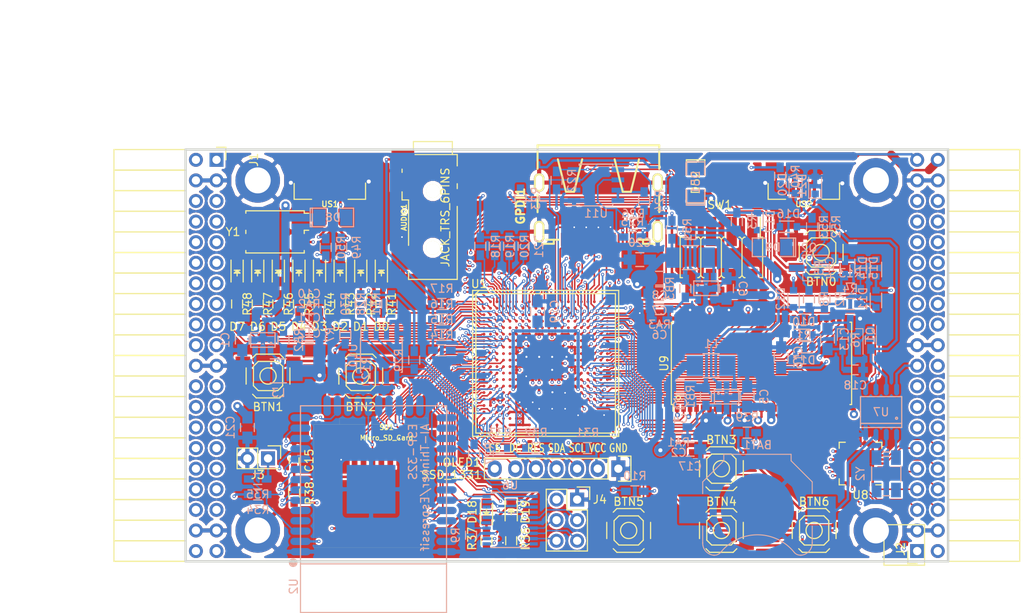
<source format=kicad_pcb>
(kicad_pcb (version 4) (host pcbnew 4.0.6+dfsg1-1)
  (layers (0 F.Cu signal) (1 In1.Cu signal) (2 In2.Cu signal) (31 B.Cu signal) (34 B.Paste user) (35 F.Paste user) (36 B.SilkS user) (37 F.SilkS user) (38 B.Mask user) (39 F.Mask user) (44 Edge.Cuts user))
  (net 0 "")
  (net 1 GND)
  (net 2 +5V)
  (net 3 /gpio/IN5V)
  (net 4 /gpio/OUT5V)
  (net 5 +3V3)
  (net 6 "Net-(L1-Pad1)")
  (net 7 "Net-(L2-Pad1)")
  (net 8 +1V2)
  (net 9 BTN_D)
  (net 10 BTN_F1)
  (net 11 BTN_F2)
  (net 12 BTN_L)
  (net 13 BTN_R)
  (net 14 BTN_U)
  (net 15 /power/FB1)
  (net 16 +2V5)
  (net 17 "Net-(L3-Pad1)")
  (net 18 /power/PWREN)
  (net 19 /power/FB3)
  (net 20 /power/FB2)
  (net 21 "Net-(D9-Pad1)")
  (net 22 /power/VBAT)
  (net 23 JTAG_TDI)
  (net 24 JTAG_TCK)
  (net 25 JTAG_TMS)
  (net 26 JTAG_TDO)
  (net 27 /power/WAKEUPn)
  (net 28 /power/WKUP)
  (net 29 /power/SHUT)
  (net 30 /power/WAKE)
  (net 31 /power/HOLD)
  (net 32 /power/WKn)
  (net 33 /power/OSCI_32k)
  (net 34 /power/OSCO_32k)
  (net 35 "Net-(Q2-Pad3)")
  (net 36 SHUTDOWN)
  (net 37 /analog/AUDIO_L)
  (net 38 /analog/AUDIO_R)
  (net 39 GPDI_5V_SCL)
  (net 40 GPDI_5V_SDA)
  (net 41 GPDI_SDA)
  (net 42 GPDI_SCL)
  (net 43 /gpdi/VREF2)
  (net 44 SD_CMD)
  (net 45 SD_CLK)
  (net 46 SD_D0)
  (net 47 SD_D1)
  (net 48 USB5V)
  (net 49 "Net-(BTN0-Pad1)")
  (net 50 GPDI_CEC)
  (net 51 nRESET)
  (net 52 FTDI_nDTR)
  (net 53 SDRAM_CKE)
  (net 54 SDRAM_A7)
  (net 55 SDRAM_D15)
  (net 56 SDRAM_BA1)
  (net 57 SDRAM_D7)
  (net 58 SDRAM_A6)
  (net 59 SDRAM_CLK)
  (net 60 SDRAM_D13)
  (net 61 SDRAM_BA0)
  (net 62 SDRAM_D6)
  (net 63 SDRAM_A5)
  (net 64 SDRAM_D14)
  (net 65 SDRAM_A11)
  (net 66 SDRAM_D12)
  (net 67 SDRAM_D5)
  (net 68 SDRAM_A4)
  (net 69 SDRAM_A10)
  (net 70 SDRAM_D11)
  (net 71 SDRAM_A3)
  (net 72 SDRAM_D4)
  (net 73 SDRAM_D10)
  (net 74 SDRAM_D9)
  (net 75 SDRAM_A9)
  (net 76 SDRAM_D3)
  (net 77 SDRAM_D8)
  (net 78 SDRAM_A8)
  (net 79 SDRAM_A2)
  (net 80 SDRAM_A1)
  (net 81 SDRAM_A0)
  (net 82 SDRAM_D2)
  (net 83 SDRAM_D1)
  (net 84 SDRAM_D0)
  (net 85 SDRAM_DQM0)
  (net 86 SDRAM_nCS)
  (net 87 SDRAM_nRAS)
  (net 88 SDRAM_DQM1)
  (net 89 SDRAM_nCAS)
  (net 90 SDRAM_nWE)
  (net 91 /flash/FLASH_nWP)
  (net 92 /flash/FLASH_nHOLD)
  (net 93 /flash/FLASH_MOSI)
  (net 94 /flash/FLASH_MISO)
  (net 95 /flash/FLASH_SCK)
  (net 96 /flash/FLASH_nCS)
  (net 97 /flash/FPGA_PROGRAMN)
  (net 98 /flash/FPGA_DONE)
  (net 99 /flash/FPGA_INITN)
  (net 100 OLED_RES)
  (net 101 OLED_DC)
  (net 102 OLED_CS)
  (net 103 WIFI_EN)
  (net 104 FTDI_nRTS)
  (net 105 FTDI_TXD)
  (net 106 FTDI_RXD)
  (net 107 WIFI_RXD)
  (net 108 WIFI_GPIO0)
  (net 109 WIFI_TXD)
  (net 110 GPDI_ETH-)
  (net 111 GPDI_ETH+)
  (net 112 GPDI_D2+)
  (net 113 GPDI_D2-)
  (net 114 GPDI_D1+)
  (net 115 GPDI_D1-)
  (net 116 GPDI_D0+)
  (net 117 GPDI_D0-)
  (net 118 GPDI_CLK+)
  (net 119 GPDI_CLK-)
  (net 120 USB_FTDI_D+)
  (net 121 USB_FTDI_D-)
  (net 122 J1_17-)
  (net 123 J1_17+)
  (net 124 J1_23-)
  (net 125 J1_23+)
  (net 126 J1_25-)
  (net 127 J1_25+)
  (net 128 J1_27-)
  (net 129 J1_27+)
  (net 130 J1_29-)
  (net 131 J1_29+)
  (net 132 J1_31-)
  (net 133 J1_31+)
  (net 134 J1_33-)
  (net 135 J1_33+)
  (net 136 J1_35-)
  (net 137 J1_35+)
  (net 138 J2_5-)
  (net 139 J2_5+)
  (net 140 J2_7-)
  (net 141 J2_7+)
  (net 142 J2_9-)
  (net 143 J2_9+)
  (net 144 J2_13-)
  (net 145 J2_13+)
  (net 146 J2_17-)
  (net 147 J2_17+)
  (net 148 J2_11-)
  (net 149 J2_11+)
  (net 150 J2_23-)
  (net 151 J2_23+)
  (net 152 J1_5-)
  (net 153 J1_5+)
  (net 154 J1_7-)
  (net 155 J1_7+)
  (net 156 J1_9-)
  (net 157 J1_9+)
  (net 158 J1_11-)
  (net 159 J1_11+)
  (net 160 J1_13-)
  (net 161 J1_13+)
  (net 162 J1_15-)
  (net 163 J1_15+)
  (net 164 J2_15-)
  (net 165 J2_15+)
  (net 166 J2_25-)
  (net 167 J2_25+)
  (net 168 J2_27-)
  (net 169 J2_27+)
  (net 170 J2_29-)
  (net 171 J2_29+)
  (net 172 J2_31-)
  (net 173 J2_31+)
  (net 174 J2_33-)
  (net 175 J2_33+)
  (net 176 J2_35-)
  (net 177 J2_35+)
  (net 178 SD_D3)
  (net 179 AUDIO_L3)
  (net 180 AUDIO_L2)
  (net 181 AUDIO_L1)
  (net 182 AUDIO_L0)
  (net 183 AUDIO_R3)
  (net 184 AUDIO_R2)
  (net 185 AUDIO_R1)
  (net 186 AUDIO_R0)
  (net 187 OLED_CLK)
  (net 188 OLED_MOSI)
  (net 189 LED0)
  (net 190 LED1)
  (net 191 LED2)
  (net 192 LED3)
  (net 193 LED4)
  (net 194 LED5)
  (net 195 LED6)
  (net 196 LED7)
  (net 197 BTN_PWRn)
  (net 198 "Net-(J3-Pad1)")
  (net 199 FTDI_nTXLED)
  (net 200 FTDI_nSLEEP)
  (net 201 /blinkey/LED_PWREN)
  (net 202 /blinkey/LED_TXLED)
  (net 203 FT3V3)
  (net 204 /sdcard/SD3V3)
  (net 205 SD_D2)
  (net 206 CLK_25MHz)
  (net 207 /blinkey/BTNPUL)
  (net 208 /blinkey/BTNPUR)
  (net 209 USB_FPGA_D+)
  (net 210 /power/FTDI_nSUSPEND)
  (net 211 /blinkey/ALED0)
  (net 212 /blinkey/ALED1)
  (net 213 /blinkey/ALED2)
  (net 214 /blinkey/ALED3)
  (net 215 /blinkey/ALED4)
  (net 216 /blinkey/ALED5)
  (net 217 /blinkey/ALED6)
  (net 218 /blinkey/ALED7)
  (net 219 /usb/FTD-)
  (net 220 /usb/FTD+)
  (net 221 ADC_MISO)
  (net 222 ADC_MOSI)
  (net 223 ADC_CSn)
  (net 224 ADC_SCLK)
  (net 225 "Net-(R51-Pad2)")
  (net 226 SW3)
  (net 227 SW2)
  (net 228 SW1)
  (net 229 SW0)
  (net 230 USB_FPGA_D-)
  (net 231 /usb/FPD+)
  (net 232 /usb/FPD-)
  (net 233 WIFI_GPIO16)
  (net 234 WIFI_GPIO15)
  (net 235 /usb/ANT_433MHz)
  (module Resistors_SMD:R_0603_HandSoldering (layer B.Cu) (at 154.044 71.326 90)
    (fp_text reference R51 (at 0 1.9 90) (layer B.SilkS) (effects (justify mirror)))
    (fp_text value 220)
    (pad 1 smd rect (at -1.1 0 90) (size 1.2 0.9) (layers B.Cu B.Paste B.Mask) (net 5 +3V3))
    (pad 2 smd rect (at 1.1 0 90) (size 1.2 0.9) (layers B.Cu B.Paste B.Mask) (net 225 "Net-(R51-Pad2)"))
  )
  (module Pin_Headers:Pin_Header_Straight_SMT_02x04 (layer F.Cu) (at 160.14 74.73 180)
    (fp_text reference SW1 (at 0.2 6.5 180) (layer F.SilkS))
    (fp_text value DIPSW)
    (pad 1 smd rect (at -3.81 3.2 180) (size 1.27 3.6) (layers F.Cu F.Paste F.Mask) (net 226 SW3))
    (pad 2 smd rect (at -1.27 3.2 180) (size 1.27 3.6) (layers F.Cu F.Paste F.Mask) (net 227 SW2))
    (pad 3 smd rect (at 1.27 3.2 180) (size 1.27 3.6) (layers F.Cu F.Paste F.Mask) (net 228 SW1))
    (pad 4 smd rect (at 3.81 3.2 180) (size 1.27 3.6) (layers F.Cu F.Paste F.Mask) (net 229 SW0))
    (pad 5 smd rect (at 3.81 -3.2 180) (size 1.27 3.6) (layers F.Cu F.Paste F.Mask) (net 225 "Net-(R51-Pad2)"))
    (pad 6 smd rect (at 1.27 -3.2 180) (size 1.27 3.6) (layers F.Cu F.Paste F.Mask) (net 225 "Net-(R51-Pad2)"))
    (pad 7 smd rect (at -1.27 -3.2 180) (size 1.27 3.6) (layers F.Cu F.Paste F.Mask) (net 225 "Net-(R51-Pad2)"))
    (pad 8 smd rect (at -3.81 -3.2 180) (size 1.27 3.6) (layers F.Cu F.Paste F.Mask) (net 225 "Net-(R51-Pad2)"))
  )
  (module SMD_Packages:SMD-1206_Pol (layer F.Cu) (at 156.965 65.484 270)
    (fp_text reference D52 (at 0 0 270) (layer F.SilkS))
    (fp_text value 2A)
    (pad 1 smd rect (at -1.651 0 270) (size 1.524 2.032) (layers F.Cu F.Paste F.Mask) (net 4 /gpio/OUT5V))
    (pad 2 smd rect (at 1.651 0 270) (size 1.524 2.032) (layers F.Cu F.Paste F.Mask) (net 2 +5V))
  )
  (module SMD_Packages:SMD-1206_Pol (layer B.Cu) (at 156.965 65.484 90)
    (fp_text reference D51 (at 0 0 90) (layer B.SilkS) (effects (justify mirror)))
    (fp_text value 2A)
    (pad 1 smd rect (at -1.651 0 90) (size 1.524 2.032) (layers B.Cu B.Paste B.Mask) (net 2 +5V))
    (pad 2 smd rect (at 1.651 0 90) (size 1.524 2.032) (layers B.Cu B.Paste B.Mask) (net 3 /gpio/IN5V))
  )
  (module micro-sd:MicroSD_TF02D (layer F.Cu) (at 116.87 110.52 180)
    (fp_text reference SD1 (at -1.995 14.81 180) (layer F.SilkS) (effects (font (size 0.59944 0.59944) (thickness 0.12446))))
    (fp_text value Micro_SD_Card (at -1.995 13.54 180) (layer F.SilkS) (effects (font (size 0.59944 0.59944) (thickness 0.12446))))
    (pad 1 smd rect (at 1.94 11 180) (size 0.7 1.8) (layers F.Cu F.Paste F.Mask) (net 205 SD_D2))
    (pad 2 smd rect (at 0.84 11 180) (size 0.7 1.8) (layers F.Cu F.Paste F.Mask) (net 178 SD_D3))
    (pad 3 smd rect (at -0.26 11 180) (size 0.7 1.8) (layers F.Cu F.Paste F.Mask) (net 44 SD_CMD))
    (pad 4 smd rect (at -1.36 11 180) (size 0.7 1.8) (layers F.Cu F.Paste F.Mask) (net 204 /sdcard/SD3V3))
    (pad 5 smd rect (at -2.46 11 180) (size 0.7 1.8) (layers F.Cu F.Paste F.Mask) (net 45 SD_CLK))
    (pad 6 smd rect (at -3.56 11 180) (size 0.7 1.8) (layers F.Cu F.Paste F.Mask) (net 1 GND))
    (pad 7 smd rect (at -4.66 11 180) (size 0.7 1.8) (layers F.Cu F.Paste F.Mask) (net 46 SD_D0))
    (pad 8 smd rect (at -5.76 11 180) (size 0.7 1.8) (layers F.Cu F.Paste F.Mask) (net 47 SD_D1))
    (pad S smd rect (at -5.05 0.4 180) (size 1.6 1.4) (layers F.Cu F.Paste F.Mask))
    (pad S smd rect (at 0.75 0.4 180) (size 1.8 1.4) (layers F.Cu F.Paste F.Mask))
    (pad G smd rect (at -7.45 13.55 180) (size 1.4 1.9) (layers F.Cu F.Paste F.Mask))
    (pad G smd rect (at 6.6 14.55 180) (size 1.4 1.9) (layers F.Cu F.Paste F.Mask))
  )
  (module Resistors_SMD:R_1210_HandSoldering (layer B.Cu) (at 158.87 88.09 180)
    (fp_text reference L1 (at 0 2.7 180) (layer B.SilkS) (effects (justify mirror)))
    (fp_text value 2.2uH)
    (pad 1 smd rect (at -2 0 180) (size 2 2.5) (layers B.Cu B.Paste B.Mask) (net 6 "Net-(L1-Pad1)"))
    (pad 2 smd rect (at 2 0 180) (size 2 2.5) (layers B.Cu B.Paste B.Mask) (net 8 +1V2))
  )
  (module TSOT-25:TSOT-25 (layer B.Cu) (at 160.775 91.9)
    (fp_text reference U3 (at 0 -0.5) (layer B.SilkS) (effects (font (size 0.15 0.15) (thickness 0.0375)) (justify mirror)))
    (fp_text value AP3429A)
    (pad 1 smd rect (at -0.95 -1.3) (size 0.7 1.2) (layers B.Cu B.Paste B.Mask) (net 18 /power/PWREN))
    (pad 2 smd rect (at 0 -1.3) (size 0.7 1.2) (layers B.Cu B.Paste B.Mask) (net 1 GND))
    (pad 3 smd rect (at 0.95 -1.3) (size 0.7 1.2) (layers B.Cu B.Paste B.Mask) (net 6 "Net-(L1-Pad1)"))
    (pad 4 smd rect (at 0.95 1.3) (size 0.7 1.2) (layers B.Cu B.Paste B.Mask) (net 2 +5V))
    (pad 5 smd rect (at -0.95 1.3) (size 0.7 1.2) (layers B.Cu B.Paste B.Mask) (net 15 /power/FB1))
  )
  (module Resistors_SMD:R_1210_HandSoldering (layer B.Cu) (at 156.33 74.755 180)
    (fp_text reference L2 (at 0 2.7 180) (layer B.SilkS) (effects (justify mirror)))
    (fp_text value 2.2uH)
    (pad 1 smd rect (at -2 0 180) (size 2 2.5) (layers B.Cu B.Paste B.Mask) (net 7 "Net-(L2-Pad1)"))
    (pad 2 smd rect (at 2 0 180) (size 2 2.5) (layers B.Cu B.Paste B.Mask) (net 5 +3V3))
  )
  (module TSOT-25:TSOT-25 (layer B.Cu) (at 158.235 78.535)
    (fp_text reference U4 (at 0 -0.5) (layer B.SilkS) (effects (font (size 0.15 0.15) (thickness 0.0375)) (justify mirror)))
    (fp_text value AP3429A)
    (pad 1 smd rect (at -0.95 -1.3) (size 0.7 1.2) (layers B.Cu B.Paste B.Mask) (net 18 /power/PWREN))
    (pad 2 smd rect (at 0 -1.3) (size 0.7 1.2) (layers B.Cu B.Paste B.Mask) (net 1 GND))
    (pad 3 smd rect (at 0.95 -1.3) (size 0.7 1.2) (layers B.Cu B.Paste B.Mask) (net 7 "Net-(L2-Pad1)"))
    (pad 4 smd rect (at 0.95 1.3) (size 0.7 1.2) (layers B.Cu B.Paste B.Mask) (net 2 +5V))
    (pad 5 smd rect (at -0.95 1.3) (size 0.7 1.2) (layers B.Cu B.Paste B.Mask) (net 19 /power/FB3))
  )
  (module Buttons_Switches_SMD:SW_SPST_SKQG (layer F.Cu) (at 104.26 89.36)
    (fp_text reference BTN1 (at 0 3.81) (layer F.SilkS))
    (fp_text value FIRE1)
    (pad 1 smd rect (at -3.1 -1.85) (size 1.8 1.1) (layers F.Cu F.Paste F.Mask) (net 207 /blinkey/BTNPUL))
    (pad 1 smd rect (at 3.1 -1.85) (size 1.8 1.1) (layers F.Cu F.Paste F.Mask) (net 207 /blinkey/BTNPUL))
    (pad 2 smd rect (at -3.1 1.85) (size 1.8 1.1) (layers F.Cu F.Paste F.Mask) (net 10 BTN_F1))
    (pad 2 smd rect (at 3.1 1.85) (size 1.8 1.1) (layers F.Cu F.Paste F.Mask) (net 10 BTN_F1))
  )
  (module Buttons_Switches_SMD:SW_SPST_SKQG (layer F.Cu) (at 115.69 89.36)
    (fp_text reference BTN2 (at 0 3.81) (layer F.SilkS))
    (fp_text value FIRE2)
    (pad 1 smd rect (at -3.1 -1.85) (size 1.8 1.1) (layers F.Cu F.Paste F.Mask) (net 207 /blinkey/BTNPUL))
    (pad 1 smd rect (at 3.1 -1.85) (size 1.8 1.1) (layers F.Cu F.Paste F.Mask) (net 207 /blinkey/BTNPUL))
    (pad 2 smd rect (at -3.1 1.85) (size 1.8 1.1) (layers F.Cu F.Paste F.Mask) (net 11 BTN_F2))
    (pad 2 smd rect (at 3.1 1.85) (size 1.8 1.1) (layers F.Cu F.Paste F.Mask) (net 11 BTN_F2))
  )
  (module Buttons_Switches_SMD:SW_SPST_SKQG (layer F.Cu) (at 160.14 100.79)
    (fp_text reference BTN3 (at 0 -3.556) (layer F.SilkS))
    (fp_text value UP)
    (pad 1 smd rect (at -3.1 -1.85) (size 1.8 1.1) (layers F.Cu F.Paste F.Mask) (net 208 /blinkey/BTNPUR))
    (pad 1 smd rect (at 3.1 -1.85) (size 1.8 1.1) (layers F.Cu F.Paste F.Mask) (net 208 /blinkey/BTNPUR))
    (pad 2 smd rect (at -3.1 1.85) (size 1.8 1.1) (layers F.Cu F.Paste F.Mask) (net 14 BTN_U))
    (pad 2 smd rect (at 3.1 1.85) (size 1.8 1.1) (layers F.Cu F.Paste F.Mask) (net 14 BTN_U))
  )
  (module Buttons_Switches_SMD:SW_SPST_SKQG (layer F.Cu) (at 160.14 108.41 180)
    (fp_text reference BTN4 (at 0 3.556 180) (layer F.SilkS))
    (fp_text value DOWN)
    (pad 1 smd rect (at -3.1 -1.85 180) (size 1.8 1.1) (layers F.Cu F.Paste F.Mask) (net 208 /blinkey/BTNPUR))
    (pad 1 smd rect (at 3.1 -1.85 180) (size 1.8 1.1) (layers F.Cu F.Paste F.Mask) (net 208 /blinkey/BTNPUR))
    (pad 2 smd rect (at -3.1 1.85 180) (size 1.8 1.1) (layers F.Cu F.Paste F.Mask) (net 9 BTN_D))
    (pad 2 smd rect (at 3.1 1.85 180) (size 1.8 1.1) (layers F.Cu F.Paste F.Mask) (net 9 BTN_D))
  )
  (module Buttons_Switches_SMD:SW_SPST_SKQG (layer F.Cu) (at 148.71 108.41 180)
    (fp_text reference BTN5 (at 0 3.556 180) (layer F.SilkS))
    (fp_text value LEFT)
    (pad 1 smd rect (at -3.1 -1.85 180) (size 1.8 1.1) (layers F.Cu F.Paste F.Mask) (net 208 /blinkey/BTNPUR))
    (pad 1 smd rect (at 3.1 -1.85 180) (size 1.8 1.1) (layers F.Cu F.Paste F.Mask) (net 208 /blinkey/BTNPUR))
    (pad 2 smd rect (at -3.1 1.85 180) (size 1.8 1.1) (layers F.Cu F.Paste F.Mask) (net 12 BTN_L))
    (pad 2 smd rect (at 3.1 1.85 180) (size 1.8 1.1) (layers F.Cu F.Paste F.Mask) (net 12 BTN_L))
  )
  (module Buttons_Switches_SMD:SW_SPST_SKQG (layer F.Cu) (at 171.57 108.41 180)
    (fp_text reference BTN6 (at 0 3.556 180) (layer F.SilkS))
    (fp_text value RIGHT)
    (pad 1 smd rect (at -3.1 -1.85 180) (size 1.8 1.1) (layers F.Cu F.Paste F.Mask) (net 208 /blinkey/BTNPUR))
    (pad 1 smd rect (at 3.1 -1.85 180) (size 1.8 1.1) (layers F.Cu F.Paste F.Mask) (net 208 /blinkey/BTNPUR))
    (pad 2 smd rect (at -3.1 1.85 180) (size 1.8 1.1) (layers F.Cu F.Paste F.Mask) (net 13 BTN_R))
    (pad 2 smd rect (at 3.1 1.85 180) (size 1.8 1.1) (layers F.Cu F.Paste F.Mask) (net 13 BTN_R))
  )
  (module LEDs:LED_0805 (layer F.Cu) (at 118.23 76.66 270)
    (fp_text reference D0 (at 6.604 0 360) (layer F.SilkS))
    (fp_text value LED)
    (pad 2 smd rect (at 1.04902 0 90) (size 1.19888 1.19888) (layers F.Cu F.Paste F.Mask) (net 211 /blinkey/ALED0))
    (pad 1 smd rect (at -1.04902 0 90) (size 1.19888 1.19888) (layers F.Cu F.Paste F.Mask) (net 1 GND))
  )
  (module LEDs:LED_0805 (layer F.Cu) (at 115.69 76.66 270)
    (fp_text reference D1 (at 6.604 0 360) (layer F.SilkS))
    (fp_text value LED)
    (pad 2 smd rect (at 1.04902 0 90) (size 1.19888 1.19888) (layers F.Cu F.Paste F.Mask) (net 212 /blinkey/ALED1))
    (pad 1 smd rect (at -1.04902 0 90) (size 1.19888 1.19888) (layers F.Cu F.Paste F.Mask) (net 1 GND))
  )
  (module LEDs:LED_0805 (layer F.Cu) (at 113.15 76.66 270)
    (fp_text reference D2 (at 6.604 0 360) (layer F.SilkS))
    (fp_text value LED)
    (pad 2 smd rect (at 1.04902 0 90) (size 1.19888 1.19888) (layers F.Cu F.Paste F.Mask) (net 213 /blinkey/ALED2))
    (pad 1 smd rect (at -1.04902 0 90) (size 1.19888 1.19888) (layers F.Cu F.Paste F.Mask) (net 1 GND))
  )
  (module LEDs:LED_0805 (layer F.Cu) (at 110.61 76.66 270)
    (fp_text reference D3 (at 6.604 0 360) (layer F.SilkS))
    (fp_text value LED)
    (pad 2 smd rect (at 1.04902 0 90) (size 1.19888 1.19888) (layers F.Cu F.Paste F.Mask) (net 214 /blinkey/ALED3))
    (pad 1 smd rect (at -1.04902 0 90) (size 1.19888 1.19888) (layers F.Cu F.Paste F.Mask) (net 1 GND))
  )
  (module LEDs:LED_0805 (layer F.Cu) (at 108.07 76.66 270)
    (fp_text reference D4 (at 6.604 0 360) (layer F.SilkS))
    (fp_text value LED)
    (pad 2 smd rect (at 1.04902 0 90) (size 1.19888 1.19888) (layers F.Cu F.Paste F.Mask) (net 215 /blinkey/ALED4))
    (pad 1 smd rect (at -1.04902 0 90) (size 1.19888 1.19888) (layers F.Cu F.Paste F.Mask) (net 1 GND))
  )
  (module LEDs:LED_0805 (layer F.Cu) (at 105.53 76.66 270)
    (fp_text reference D5 (at 6.604 0 360) (layer F.SilkS))
    (fp_text value LED)
    (pad 2 smd rect (at 1.04902 0 90) (size 1.19888 1.19888) (layers F.Cu F.Paste F.Mask) (net 216 /blinkey/ALED5))
    (pad 1 smd rect (at -1.04902 0 90) (size 1.19888 1.19888) (layers F.Cu F.Paste F.Mask) (net 1 GND))
  )
  (module LEDs:LED_0805 (layer F.Cu) (at 102.99 76.66 270)
    (fp_text reference D6 (at 6.604 0 360) (layer F.SilkS))
    (fp_text value LED)
    (pad 2 smd rect (at 1.04902 0 90) (size 1.19888 1.19888) (layers F.Cu F.Paste F.Mask) (net 217 /blinkey/ALED6))
    (pad 1 smd rect (at -1.04902 0 90) (size 1.19888 1.19888) (layers F.Cu F.Paste F.Mask) (net 1 GND))
  )
  (module LEDs:LED_0805 (layer F.Cu) (at 100.45 76.66 270)
    (fp_text reference D7 (at 6.604 0 360) (layer F.SilkS))
    (fp_text value LED)
    (pad 2 smd rect (at 1.04902 0 90) (size 1.19888 1.19888) (layers F.Cu F.Paste F.Mask) (net 218 /blinkey/ALED7))
    (pad 1 smd rect (at -1.04902 0 90) (size 1.19888 1.19888) (layers F.Cu F.Paste F.Mask) (net 1 GND))
  )
  (module Resistors_SMD:R_1210_HandSoldering (layer B.Cu) (at 105.53 88.725)
    (fp_text reference L3 (at 0 2.7) (layer B.SilkS) (effects (justify mirror)))
    (fp_text value 2.2uH)
    (pad 1 smd rect (at -2 0) (size 2 2.5) (layers B.Cu B.Paste B.Mask) (net 17 "Net-(L3-Pad1)"))
    (pad 2 smd rect (at 2 0) (size 2 2.5) (layers B.Cu B.Paste B.Mask) (net 16 +2V5))
  )
  (module TSOT-25:TSOT-25 (layer B.Cu) (at 103.625 84.915 180)
    (fp_text reference U5 (at 0 -0.5 180) (layer B.SilkS) (effects (font (size 0.15 0.15) (thickness 0.0375)) (justify mirror)))
    (fp_text value AP3429A)
    (pad 1 smd rect (at -0.95 -1.3 180) (size 0.7 1.2) (layers B.Cu B.Paste B.Mask) (net 18 /power/PWREN))
    (pad 2 smd rect (at 0 -1.3 180) (size 0.7 1.2) (layers B.Cu B.Paste B.Mask) (net 1 GND))
    (pad 3 smd rect (at 0.95 -1.3 180) (size 0.7 1.2) (layers B.Cu B.Paste B.Mask) (net 17 "Net-(L3-Pad1)"))
    (pad 4 smd rect (at 0.95 1.3 180) (size 0.7 1.2) (layers B.Cu B.Paste B.Mask) (net 2 +5V))
    (pad 5 smd rect (at -0.95 1.3 180) (size 0.7 1.2) (layers B.Cu B.Paste B.Mask) (net 20 /power/FB2))
  )
  (module Capacitors_SMD:C_0805_HandSoldering (layer B.Cu) (at 101.085 84.915 270)
    (fp_text reference C1 (at 0 2.1 270) (layer B.SilkS) (effects (justify mirror)))
    (fp_text value 22uF)
    (pad 1 smd rect (at -1.25 0 270) (size 1.5 1.25) (layers B.Cu B.Paste B.Mask) (net 2 +5V))
    (pad 2 smd rect (at 1.25 0 270) (size 1.5 1.25) (layers B.Cu B.Paste B.Mask) (net 1 GND))
  )
  (module Capacitors_SMD:C_0805_HandSoldering (layer B.Cu) (at 155.06 90.63)
    (fp_text reference C3 (at 0 2.1) (layer B.SilkS) (effects (justify mirror)))
    (fp_text value 22uF)
    (pad 1 smd rect (at -1.25 0) (size 1.5 1.25) (layers B.Cu B.Paste B.Mask) (net 8 +1V2))
    (pad 2 smd rect (at 1.25 0) (size 1.5 1.25) (layers B.Cu B.Paste B.Mask) (net 1 GND))
  )
  (module Capacitors_SMD:C_0805_HandSoldering (layer B.Cu) (at 155.06 92.535)
    (fp_text reference C4 (at 0 2.1) (layer B.SilkS) (effects (justify mirror)))
    (fp_text value 22uF)
    (pad 1 smd rect (at -1.25 0) (size 1.5 1.25) (layers B.Cu B.Paste B.Mask) (net 8 +1V2))
    (pad 2 smd rect (at 1.25 0) (size 1.5 1.25) (layers B.Cu B.Paste B.Mask) (net 1 GND))
  )
  (module Capacitors_SMD:C_0805_HandSoldering (layer B.Cu) (at 163.315 91.9 90)
    (fp_text reference C5 (at 0 2.1 90) (layer B.SilkS) (effects (justify mirror)))
    (fp_text value 22uF)
    (pad 1 smd rect (at -1.25 0 90) (size 1.5 1.25) (layers B.Cu B.Paste B.Mask) (net 2 +5V))
    (pad 2 smd rect (at 1.25 0 90) (size 1.5 1.25) (layers B.Cu B.Paste B.Mask) (net 1 GND))
  )
  (module Capacitors_SMD:C_0805_HandSoldering (layer B.Cu) (at 152.52 79.2)
    (fp_text reference C7 (at 0 2.1) (layer B.SilkS) (effects (justify mirror)))
    (fp_text value 22uF)
    (pad 1 smd rect (at -1.25 0) (size 1.5 1.25) (layers B.Cu B.Paste B.Mask) (net 5 +3V3))
    (pad 2 smd rect (at 1.25 0) (size 1.5 1.25) (layers B.Cu B.Paste B.Mask) (net 1 GND))
  )
  (module Capacitors_SMD:C_0805_HandSoldering (layer B.Cu) (at 152.52 77.295)
    (fp_text reference C8 (at 0 2.1) (layer B.SilkS) (effects (justify mirror)))
    (fp_text value 22uF)
    (pad 1 smd rect (at -1.25 0) (size 1.5 1.25) (layers B.Cu B.Paste B.Mask) (net 5 +3V3))
    (pad 2 smd rect (at 1.25 0) (size 1.5 1.25) (layers B.Cu B.Paste B.Mask) (net 1 GND))
  )
  (module Capacitors_SMD:C_0805_HandSoldering (layer B.Cu) (at 160.775 78.565 90)
    (fp_text reference C9 (at 0 2.1 90) (layer B.SilkS) (effects (justify mirror)))
    (fp_text value 22uF)
    (pad 1 smd rect (at -1.25 0 90) (size 1.5 1.25) (layers B.Cu B.Paste B.Mask) (net 2 +5V))
    (pad 2 smd rect (at 1.25 0 90) (size 1.5 1.25) (layers B.Cu B.Paste B.Mask) (net 1 GND))
  )
  (module Capacitors_SMD:C_0805_HandSoldering (layer B.Cu) (at 109.34 84.28 180)
    (fp_text reference C11 (at 0 2.1 180) (layer B.SilkS) (effects (justify mirror)))
    (fp_text value 22uF)
    (pad 1 smd rect (at -1.25 0 180) (size 1.5 1.25) (layers B.Cu B.Paste B.Mask) (net 16 +2V5))
    (pad 2 smd rect (at 1.25 0 180) (size 1.5 1.25) (layers B.Cu B.Paste B.Mask) (net 1 GND))
  )
  (module Capacitors_SMD:C_0805_HandSoldering (layer B.Cu) (at 109.34 86.185 180)
    (fp_text reference C12 (at 0 2.1 180) (layer B.SilkS) (effects (justify mirror)))
    (fp_text value 22uF)
    (pad 1 smd rect (at -1.25 0 180) (size 1.5 1.25) (layers B.Cu B.Paste B.Mask) (net 16 +2V5))
    (pad 2 smd rect (at 1.25 0 180) (size 1.5 1.25) (layers B.Cu B.Paste B.Mask) (net 1 GND))
  )
  (module SMD_Packages:SMD-1206_Pol (layer B.Cu) (at 112.261 69.802)
    (fp_text reference D8 (at 0 0) (layer B.SilkS) (effects (justify mirror)))
    (fp_text value 2A)
    (pad 1 smd rect (at -1.651 0) (size 1.524 2.032) (layers B.Cu B.Paste B.Mask) (net 2 +5V))
    (pad 2 smd rect (at 1.651 0) (size 1.524 2.032) (layers B.Cu B.Paste B.Mask) (net 48 USB5V))
  )
  (module SMD_Packages:SMD-1206_Pol (layer B.Cu) (at 166.49 73.485 180)
    (fp_text reference D9 (at 0 0 180) (layer B.SilkS) (effects (justify mirror)))
    (fp_text value 2A)
    (pad 1 smd rect (at -1.651 0 180) (size 1.524 2.032) (layers B.Cu B.Paste B.Mask) (net 21 "Net-(D9-Pad1)"))
    (pad 2 smd rect (at 1.651 0 180) (size 1.524 2.032) (layers B.Cu B.Paste B.Mask) (net 2 +5V))
  )
  (module Power_Integrations:SO-8 (layer B.Cu) (at 179.825 93.805 180)
    (fp_text reference U7 (at 0 0 180) (layer B.SilkS) (effects (justify mirror)))
    (fp_text value PCF8523)
    (pad 1 smd oval (at -1.905 -2.794 180) (size 0.6096 1.4732) (layers B.Cu B.Paste B.Mask) (net 33 /power/OSCI_32k))
    (pad 2 smd oval (at -0.635 -2.794 180) (size 0.6096 1.4732) (layers B.Cu B.Paste B.Mask) (net 34 /power/OSCO_32k))
    (pad 3 smd oval (at 0.635 -2.794 180) (size 0.6096 1.4732) (layers B.Cu B.Paste B.Mask) (net 22 /power/VBAT))
    (pad 4 smd oval (at 1.905 -2.794 180) (size 0.6096 1.4732) (layers B.Cu B.Paste B.Mask) (net 1 GND))
    (pad 5 smd oval (at 1.905 2.794 180) (size 0.6096 1.4732) (layers B.Cu B.Paste B.Mask) (net 41 GPDI_SDA))
    (pad 6 smd oval (at 0.635 2.794 180) (size 0.6096 1.4732) (layers B.Cu B.Paste B.Mask) (net 42 GPDI_SCL))
    (pad 7 smd oval (at -0.635 2.794 180) (size 0.6096 1.4732) (layers B.Cu B.Paste B.Mask) (net 27 /power/WAKEUPn))
    (pad 8 smd oval (at -1.905 2.794 180) (size 0.6096 1.4732) (layers B.Cu B.Paste B.Mask) (net 5 +3V3))
  )
  (module Capacitors_SMD:C_0805_HandSoldering (layer B.Cu) (at 173.221 84.788 90)
    (fp_text reference C13 (at 0 2.1 90) (layer B.SilkS) (effects (justify mirror)))
    (fp_text value 2.2uF)
    (pad 1 smd rect (at -1.25 0 90) (size 1.5 1.25) (layers B.Cu B.Paste B.Mask) (net 2 +5V))
    (pad 2 smd rect (at 1.25 0 90) (size 1.5 1.25) (layers B.Cu B.Paste B.Mask) (net 28 /power/WKUP))
  )
  (module Diodes_SMD:D_0805 (layer B.Cu) (at 170.3 84.28)
    (fp_text reference D10 (at 0 -1.6) (layer B.SilkS) (effects (justify mirror)))
    (fp_text value 1N4148)
    (pad 1 smd rect (at -1.05 0) (size 0.8 0.9) (layers B.Cu B.Paste B.Mask) (net 30 /power/WAKE))
    (pad 2 smd rect (at 1.05 0) (size 0.8 0.9) (layers B.Cu B.Paste B.Mask) (net 28 /power/WKUP))
  )
  (module Diodes_SMD:D_0805 (layer B.Cu) (at 179.19 79.835 90)
    (fp_text reference D11 (at 0 -1.6 90) (layer B.SilkS) (effects (justify mirror)))
    (fp_text value 1N4148)
    (pad 1 smd rect (at -1.05 0 90) (size 0.8 0.9) (layers B.Cu B.Paste B.Mask) (net 31 /power/HOLD))
    (pad 2 smd rect (at 1.05 0 90) (size 0.8 0.9) (layers B.Cu B.Paste B.Mask) (net 5 +3V3))
  )
  (module Diodes_SMD:D_0805 (layer B.Cu) (at 177.285 76.025 270)
    (fp_text reference D15 (at 0 -1.6 270) (layer B.SilkS) (effects (justify mirror)))
    (fp_text value BAT42)
    (pad 1 smd rect (at -1.05 0 270) (size 0.8 0.9) (layers B.Cu B.Paste B.Mask) (net 29 /power/SHUT))
    (pad 2 smd rect (at 1.05 0 270) (size 0.8 0.9) (layers B.Cu B.Paste B.Mask) (net 36 SHUTDOWN))
  )
  (module Diodes_SMD:D_0805 (layer B.Cu) (at 169.03 79.835 90)
    (fp_text reference D12 (at 0 -1.6 90) (layer B.SilkS) (effects (justify mirror)))
    (fp_text value 1N4148)
    (pad 1 smd rect (at -1.05 0 90) (size 0.8 0.9) (layers B.Cu B.Paste B.Mask) (net 18 /power/PWREN))
    (pad 2 smd rect (at 1.05 0 90) (size 0.8 0.9) (layers B.Cu B.Paste B.Mask) (net 210 /power/FTDI_nSUSPEND))
  )
  (module TSOP54:TSOP54 (layer F.Cu) (at 165.08 87.8 90)
    (fp_text reference U9 (at 0 -12 90) (layer F.SilkS))
    (fp_text value MT48LC16M16A2TG)
    (pad 28 smd rect (at 5.53 10.4 90) (size 0.9 0.56) (layers F.Cu F.Paste F.Mask) (net 1 GND))
    (pad 1 smd rect (at -5.53 -10.4 90) (size 0.9 0.56) (layers F.Cu F.Paste F.Mask) (net 5 +3V3))
    (pad 2 smd rect (at -5.53 -9.6 90) (size 0.9 0.56) (layers F.Cu F.Paste F.Mask) (net 84 SDRAM_D0))
    (pad 3 smd rect (at -5.53 -8.8 90) (size 0.9 0.56) (layers F.Cu F.Paste F.Mask) (net 5 +3V3))
    (pad 4 smd rect (at -5.53 -8 90) (size 0.9 0.56) (layers F.Cu F.Paste F.Mask) (net 83 SDRAM_D1))
    (pad 5 smd rect (at -5.53 -7.2 90) (size 0.9 0.56) (layers F.Cu F.Paste F.Mask) (net 82 SDRAM_D2))
    (pad 6 smd rect (at -5.53 -6.4 90) (size 0.9 0.56) (layers F.Cu F.Paste F.Mask) (net 1 GND))
    (pad 7 smd rect (at -5.53 -5.6 90) (size 0.9 0.56) (layers F.Cu F.Paste F.Mask) (net 76 SDRAM_D3))
    (pad 8 smd rect (at -5.53 -4.8 90) (size 0.9 0.56) (layers F.Cu F.Paste F.Mask) (net 72 SDRAM_D4))
    (pad 9 smd rect (at -5.53 -4 90) (size 0.9 0.56) (layers F.Cu F.Paste F.Mask) (net 5 +3V3))
    (pad 10 smd rect (at -5.53 -3.2 90) (size 0.9 0.56) (layers F.Cu F.Paste F.Mask) (net 67 SDRAM_D5))
    (pad 11 smd rect (at -5.53 -2.4 90) (size 0.9 0.56) (layers F.Cu F.Paste F.Mask) (net 62 SDRAM_D6))
    (pad 12 smd rect (at -5.53 -1.6 90) (size 0.9 0.56) (layers F.Cu F.Paste F.Mask) (net 1 GND))
    (pad 13 smd rect (at -5.53 -0.8 90) (size 0.9 0.56) (layers F.Cu F.Paste F.Mask) (net 57 SDRAM_D7))
    (pad 14 smd rect (at -5.53 0 90) (size 0.9 0.56) (layers F.Cu F.Paste F.Mask) (net 5 +3V3))
    (pad 15 smd rect (at -5.53 0.8 90) (size 0.9 0.56) (layers F.Cu F.Paste F.Mask) (net 85 SDRAM_DQM0))
    (pad 16 smd rect (at -5.53 1.6 90) (size 0.9 0.56) (layers F.Cu F.Paste F.Mask) (net 90 SDRAM_nWE))
    (pad 17 smd rect (at -5.53 2.4 90) (size 0.9 0.56) (layers F.Cu F.Paste F.Mask) (net 89 SDRAM_nCAS))
    (pad 18 smd rect (at -5.53 3.2 90) (size 0.9 0.56) (layers F.Cu F.Paste F.Mask) (net 87 SDRAM_nRAS))
    (pad 19 smd rect (at -5.53 4 90) (size 0.9 0.56) (layers F.Cu F.Paste F.Mask) (net 86 SDRAM_nCS))
    (pad 20 smd rect (at -5.53 4.8 90) (size 0.9 0.56) (layers F.Cu F.Paste F.Mask) (net 61 SDRAM_BA0))
    (pad 21 smd rect (at -5.53 5.6 90) (size 0.9 0.56) (layers F.Cu F.Paste F.Mask) (net 56 SDRAM_BA1))
    (pad 22 smd rect (at -5.53 6.4 90) (size 0.9 0.56) (layers F.Cu F.Paste F.Mask) (net 69 SDRAM_A10))
    (pad 23 smd rect (at -5.53 7.2 90) (size 0.9 0.56) (layers F.Cu F.Paste F.Mask) (net 81 SDRAM_A0))
    (pad 24 smd rect (at -5.53 8 90) (size 0.9 0.56) (layers F.Cu F.Paste F.Mask) (net 80 SDRAM_A1))
    (pad 25 smd rect (at -5.53 8.8 90) (size 0.9 0.56) (layers F.Cu F.Paste F.Mask) (net 79 SDRAM_A2))
    (pad 26 smd rect (at -5.53 9.6 90) (size 0.9 0.56) (layers F.Cu F.Paste F.Mask) (net 71 SDRAM_A3))
    (pad 27 smd rect (at -5.53 10.4 90) (size 0.9 0.56) (layers F.Cu F.Paste F.Mask) (net 5 +3V3))
    (pad 29 smd rect (at 5.53 9.6 90) (size 0.9 0.56) (layers F.Cu F.Paste F.Mask) (net 68 SDRAM_A4))
    (pad 30 smd rect (at 5.53 8.8 90) (size 0.9 0.56) (layers F.Cu F.Paste F.Mask) (net 63 SDRAM_A5))
    (pad 31 smd rect (at 5.53 8 90) (size 0.9 0.56) (layers F.Cu F.Paste F.Mask) (net 58 SDRAM_A6))
    (pad 32 smd rect (at 5.53 7.2 90) (size 0.9 0.56) (layers F.Cu F.Paste F.Mask) (net 54 SDRAM_A7))
    (pad 33 smd rect (at 5.53 6.4 90) (size 0.9 0.56) (layers F.Cu F.Paste F.Mask) (net 78 SDRAM_A8))
    (pad 34 smd rect (at 5.53 5.6 90) (size 0.9 0.56) (layers F.Cu F.Paste F.Mask) (net 75 SDRAM_A9))
    (pad 35 smd rect (at 5.53 4.8 90) (size 0.9 0.56) (layers F.Cu F.Paste F.Mask) (net 65 SDRAM_A11))
    (pad 36 smd rect (at 5.53 4 90) (size 0.9 0.56) (layers F.Cu F.Paste F.Mask))
    (pad 37 smd rect (at 5.53 3.2 90) (size 0.9 0.56) (layers F.Cu F.Paste F.Mask) (net 53 SDRAM_CKE))
    (pad 38 smd rect (at 5.53 2.4 90) (size 0.9 0.56) (layers F.Cu F.Paste F.Mask) (net 59 SDRAM_CLK))
    (pad 39 smd rect (at 5.53 1.6 90) (size 0.9 0.56) (layers F.Cu F.Paste F.Mask) (net 88 SDRAM_DQM1))
    (pad 40 smd rect (at 5.53 0.8 90) (size 0.9 0.56) (layers F.Cu F.Paste F.Mask))
    (pad 41 smd rect (at 5.53 0 90) (size 0.9 0.56) (layers F.Cu F.Paste F.Mask) (net 1 GND))
    (pad 42 smd rect (at 5.53 -0.8 90) (size 0.9 0.56) (layers F.Cu F.Paste F.Mask) (net 77 SDRAM_D8))
    (pad 43 smd rect (at 5.53 -1.6 90) (size 0.9 0.56) (layers F.Cu F.Paste F.Mask) (net 5 +3V3))
    (pad 44 smd rect (at 5.53 -2.4 90) (size 0.9 0.56) (layers F.Cu F.Paste F.Mask) (net 74 SDRAM_D9))
    (pad 45 smd rect (at 5.53 -3.2 90) (size 0.9 0.56) (layers F.Cu F.Paste F.Mask) (net 73 SDRAM_D10))
    (pad 46 smd rect (at 5.53 -4 90) (size 0.9 0.56) (layers F.Cu F.Paste F.Mask) (net 1 GND))
    (pad 47 smd rect (at 5.53 -4.8 90) (size 0.9 0.56) (layers F.Cu F.Paste F.Mask) (net 70 SDRAM_D11))
    (pad 48 smd rect (at 5.53 -5.6 90) (size 0.9 0.56) (layers F.Cu F.Paste F.Mask) (net 66 SDRAM_D12))
    (pad 49 smd rect (at 5.53 -6.4 90) (size 0.9 0.56) (layers F.Cu F.Paste F.Mask) (net 5 +3V3))
    (pad 50 smd rect (at 5.53 -7.2 90) (size 0.9 0.56) (layers F.Cu F.Paste F.Mask) (net 60 SDRAM_D13))
    (pad 51 smd rect (at 5.53 -8 90) (size 0.9 0.56) (layers F.Cu F.Paste F.Mask) (net 64 SDRAM_D14))
    (pad 52 smd rect (at 5.53 -8.8 90) (size 0.9 0.56) (layers F.Cu F.Paste F.Mask) (net 1 GND))
    (pad 53 smd rect (at 5.53 -9.6 90) (size 0.9 0.56) (layers F.Cu F.Paste F.Mask) (net 55 SDRAM_D15))
    (pad 54 smd rect (at 5.53 -10.4 90) (size 0.9 0.56) (layers F.Cu F.Paste F.Mask) (net 1 GND))
  )
  (module TO_SOT_Packages_SMD:SOT-23_Handsoldering (layer B.Cu) (at 176.015 84.28 90)
    (fp_text reference Q1 (at 0 2.5 90) (layer B.SilkS) (effects (justify mirror)))
    (fp_text value BC857)
    (pad 1 smd rect (at -1.5 0.95 90) (size 1.9 0.8) (layers B.Cu B.Paste B.Mask) (net 32 /power/WKn))
    (pad 2 smd rect (at -1.5 -0.95 90) (size 1.9 0.8) (layers B.Cu B.Paste B.Mask) (net 2 +5V))
    (pad 3 smd rect (at 1.5 0 90) (size 1.9 0.8) (layers B.Cu B.Paste B.Mask) (net 28 /power/WKUP))
  )
  (module TO_SOT_Packages_SMD:SOT-23_Handsoldering (layer B.Cu) (at 170.935 76.025 180)
    (fp_text reference Q2 (at 0 2.5 180) (layer B.SilkS) (effects (justify mirror)))
    (fp_text value 2N7002)
    (pad 1 smd rect (at -1.5 0.95 180) (size 1.9 0.8) (layers B.Cu B.Paste B.Mask) (net 29 /power/SHUT))
    (pad 2 smd rect (at -1.5 -0.95 180) (size 1.9 0.8) (layers B.Cu B.Paste B.Mask) (net 1 GND))
    (pad 3 smd rect (at 1.5 0 180) (size 1.9 0.8) (layers B.Cu B.Paste B.Mask) (net 35 "Net-(Q2-Pad3)"))
  )
  (module Capacitors_SMD:C_0603_HandSoldering (layer B.Cu) (at 154.86 96.91)
    (fp_text reference C2 (at 0 1.9) (layer B.SilkS) (effects (justify mirror)))
    (fp_text value 470pF)
    (pad 1 smd rect (at -0.95 0) (size 1.2 0.75) (layers B.Cu B.Paste B.Mask) (net 8 +1V2))
    (pad 2 smd rect (at 0.95 0) (size 1.2 0.75) (layers B.Cu B.Paste B.Mask) (net 15 /power/FB1))
  )
  (module Capacitors_SMD:C_0603_HandSoldering (layer B.Cu) (at 152.52 82.375)
    (fp_text reference C6 (at 0 1.9) (layer B.SilkS) (effects (justify mirror)))
    (fp_text value 470pF)
    (pad 1 smd rect (at -0.95 0) (size 1.2 0.75) (layers B.Cu B.Paste B.Mask) (net 5 +3V3))
    (pad 2 smd rect (at 0.95 0) (size 1.2 0.75) (layers B.Cu B.Paste B.Mask) (net 19 /power/FB3))
  )
  (module Capacitors_SMD:C_0603_HandSoldering (layer B.Cu) (at 109.34 81.105 180)
    (fp_text reference C10 (at 0 1.9 180) (layer B.SilkS) (effects (justify mirror)))
    (fp_text value 470pF)
    (pad 1 smd rect (at -0.95 0 180) (size 1.2 0.75) (layers B.Cu B.Paste B.Mask) (net 16 +2V5))
    (pad 2 smd rect (at 0.95 0 180) (size 1.2 0.75) (layers B.Cu B.Paste B.Mask) (net 20 /power/FB2))
  )
  (module Capacitors_SMD:C_0603_HandSoldering (layer B.Cu) (at 175.38 76.025 270)
    (fp_text reference C14 (at 0 1.9 270) (layer B.SilkS) (effects (justify mirror)))
    (fp_text value 100nF)
    (pad 1 smd rect (at -0.95 0 270) (size 1.2 0.75) (layers B.Cu B.Paste B.Mask) (net 29 /power/SHUT))
    (pad 2 smd rect (at 0.95 0 270) (size 1.2 0.75) (layers B.Cu B.Paste B.Mask) (net 1 GND))
  )
  (module Resistors_SMD:R_0603_HandSoldering (layer B.Cu) (at 170.3 82.375)
    (fp_text reference R1 (at 0 1.9) (layer B.SilkS) (effects (justify mirror)))
    (fp_text value 15k)
    (pad 1 smd rect (at -1.1 0) (size 1.2 0.9) (layers B.Cu B.Paste B.Mask) (net 30 /power/WAKE))
    (pad 2 smd rect (at 1.1 0) (size 1.2 0.9) (layers B.Cu B.Paste B.Mask) (net 18 /power/PWREN))
  )
  (module Resistors_SMD:R_0603_HandSoldering (layer B.Cu) (at 172.84 79.835 90)
    (fp_text reference R2 (at 0 1.9 90) (layer B.SilkS) (effects (justify mirror)))
    (fp_text value 47k)
    (pad 1 smd rect (at -1.1 0 90) (size 1.2 0.9) (layers B.Cu B.Paste B.Mask) (net 18 /power/PWREN))
    (pad 2 smd rect (at 1.1 0 90) (size 1.2 0.9) (layers B.Cu B.Paste B.Mask) (net 1 GND))
  )
  (module Resistors_SMD:R_0603_HandSoldering (layer B.Cu) (at 176.015 80.47 180)
    (fp_text reference R4 (at 0 1.9 180) (layer B.SilkS) (effects (justify mirror)))
    (fp_text value 15k)
    (pad 1 smd rect (at -1.1 0 180) (size 1.2 0.9) (layers B.Cu B.Paste B.Mask) (net 31 /power/HOLD))
    (pad 2 smd rect (at 1.1 0 180) (size 1.2 0.9) (layers B.Cu B.Paste B.Mask) (net 18 /power/PWREN))
  )
  (module Resistors_SMD:R_0603_HandSoldering (layer B.Cu) (at 174.11 76.025 270)
    (fp_text reference R5 (at 0 1.9 270) (layer B.SilkS) (effects (justify mirror)))
    (fp_text value 4.7M)
    (pad 1 smd rect (at -1.1 0 270) (size 1.2 0.9) (layers B.Cu B.Paste B.Mask) (net 29 /power/SHUT))
    (pad 2 smd rect (at 1.1 0 270) (size 1.2 0.9) (layers B.Cu B.Paste B.Mask) (net 1 GND))
  )
  (module Resistors_SMD:R_0603_HandSoldering (layer B.Cu) (at 178.555 84.915 270)
    (fp_text reference R6 (at 0 1.9 270) (layer B.SilkS) (effects (justify mirror)))
    (fp_text value 1k)
    (pad 1 smd rect (at -1.1 0 270) (size 1.2 0.9) (layers B.Cu B.Paste B.Mask) (net 32 /power/WKn))
    (pad 2 smd rect (at 1.1 0 270) (size 1.2 0.9) (layers B.Cu B.Paste B.Mask) (net 27 /power/WAKEUPn))
  )
  (module Resistors_SMD:R_0603_HandSoldering (layer B.Cu) (at 113.785 84.28 270)
    (fp_text reference R7 (at 0 1.9 270) (layer B.SilkS) (effects (justify mirror)))
    (fp_text value 220)
    (pad 1 smd rect (at -1.1 0 270) (size 1.2 0.9) (layers B.Cu B.Paste B.Mask) (net 5 +3V3))
    (pad 2 smd rect (at 1.1 0 270) (size 1.2 0.9) (layers B.Cu B.Paste B.Mask) (net 207 /blinkey/BTNPUL))
  )
  (module Resistors_SMD:R_0603_HandSoldering (layer B.Cu) (at 170.935 79.835 90)
    (fp_text reference R8 (at 0 1.9 90) (layer B.SilkS) (effects (justify mirror)))
    (fp_text value 1k)
    (pad 1 smd rect (at -1.1 0 90) (size 1.2 0.9) (layers B.Cu B.Paste B.Mask) (net 18 /power/PWREN))
    (pad 2 smd rect (at 1.1 0 90) (size 1.2 0.9) (layers B.Cu B.Paste B.Mask) (net 35 "Net-(Q2-Pad3)"))
  )
  (module Resistors_SMD:R_0603_HandSoldering (layer B.Cu) (at 129.28 109 270)
    (fp_text reference R9 (at 0 1.9 270) (layer B.SilkS) (effects (justify mirror)))
    (fp_text value 15k)
    (pad 1 smd rect (at -1.1 0 270) (size 1.2 0.9) (layers B.Cu B.Paste B.Mask) (net 51 nRESET))
    (pad 2 smd rect (at 1.1 0 270) (size 1.2 0.9) (layers B.Cu B.Paste B.Mask) (net 203 FT3V3))
  )
  (module Resistors_SMD:R_0603_HandSoldering (layer B.Cu) (at 149.472 103.584 180)
    (fp_text reference R10 (at 0 1.9 180) (layer B.SilkS) (effects (justify mirror)))
    (fp_text value 220)
    (pad 1 smd rect (at -1.1 0 180) (size 1.2 0.9) (layers B.Cu B.Paste B.Mask) (net 210 /power/FTDI_nSUSPEND))
    (pad 2 smd rect (at 1.1 0 180) (size 1.2 0.9) (layers B.Cu B.Paste B.Mask) (net 200 FTDI_nSLEEP))
  )
  (module Resistors_SMD:R_0603_HandSoldering (layer B.Cu) (at 176.015 78.565 180)
    (fp_text reference R13 (at 0 1.9 180) (layer B.SilkS) (effects (justify mirror)))
    (fp_text value 15k)
    (pad 1 smd rect (at -1.1 0 180) (size 1.2 0.9) (layers B.Cu B.Paste B.Mask) (net 36 SHUTDOWN))
    (pad 2 smd rect (at 1.1 0 180) (size 1.2 0.9) (layers B.Cu B.Paste B.Mask) (net 1 GND))
  )
  (module Resistors_SMD:R_0603_HandSoldering (layer B.Cu) (at 154.86 95.64)
    (fp_text reference RA1 (at 0 1.9) (layer B.SilkS) (effects (justify mirror)))
    (fp_text value 15k)
    (pad 1 smd rect (at -1.1 0) (size 1.2 0.9) (layers B.Cu B.Paste B.Mask) (net 8 +1V2))
    (pad 2 smd rect (at 1.1 0) (size 1.2 0.9) (layers B.Cu B.Paste B.Mask) (net 15 /power/FB1))
  )
  (module Resistors_SMD:R_0603_HandSoldering (layer B.Cu) (at 109.34 82.375 180)
    (fp_text reference RA2 (at 0 1.9 180) (layer B.SilkS) (effects (justify mirror)))
    (fp_text value 15k)
    (pad 1 smd rect (at -1.1 0 180) (size 1.2 0.9) (layers B.Cu B.Paste B.Mask) (net 16 +2V5))
    (pad 2 smd rect (at 1.1 0 180) (size 1.2 0.9) (layers B.Cu B.Paste B.Mask) (net 20 /power/FB2))
  )
  (module Resistors_SMD:R_0603_HandSoldering (layer B.Cu) (at 152.52 81.105)
    (fp_text reference RA3 (at 0 1.9) (layer B.SilkS) (effects (justify mirror)))
    (fp_text value 15k)
    (pad 1 smd rect (at -1.1 0) (size 1.2 0.9) (layers B.Cu B.Paste B.Mask) (net 5 +3V3))
    (pad 2 smd rect (at 1.1 0) (size 1.2 0.9) (layers B.Cu B.Paste B.Mask) (net 19 /power/FB3))
  )
  (module Resistors_SMD:R_0603_HandSoldering (layer B.Cu) (at 158.235 91.9 270)
    (fp_text reference RB1 (at 0 1.9 270) (layer B.SilkS) (effects (justify mirror)))
    (fp_text value 15k)
    (pad 1 smd rect (at -1.1 0 270) (size 1.2 0.9) (layers B.Cu B.Paste B.Mask) (net 1 GND))
    (pad 2 smd rect (at 1.1 0 270) (size 1.2 0.9) (layers B.Cu B.Paste B.Mask) (net 15 /power/FB1))
  )
  (module Resistors_SMD:R_0603_HandSoldering (layer B.Cu) (at 106.165 84.915 90)
    (fp_text reference RB2 (at 0 1.9 90) (layer B.SilkS) (effects (justify mirror)))
    (fp_text value 4.7k)
    (pad 1 smd rect (at -1.1 0 90) (size 1.2 0.9) (layers B.Cu B.Paste B.Mask) (net 1 GND))
    (pad 2 smd rect (at 1.1 0 90) (size 1.2 0.9) (layers B.Cu B.Paste B.Mask) (net 20 /power/FB2))
  )
  (module Resistors_SMD:R_0603_HandSoldering (layer B.Cu) (at 155.695 78.565 270)
    (fp_text reference RB3 (at 0 1.9 270) (layer B.SilkS) (effects (justify mirror)))
    (fp_text value 3.3k)
    (pad 1 smd rect (at -1.1 0 270) (size 1.2 0.9) (layers B.Cu B.Paste B.Mask) (net 1 GND))
    (pad 2 smd rect (at 1.1 0 270) (size 1.2 0.9) (layers B.Cu B.Paste B.Mask) (net 19 /power/FB3))
  )
  (module Resistors_SMD:R_0603_HandSoldering (layer B.Cu) (at 125.682 86.185 180)
    (fp_text reference R14 (at 0 1.9 180) (layer B.SilkS) (effects (justify mirror)))
    (fp_text value 800)
    (pad 1 smd rect (at -1.1 0 180) (size 1.2 0.9) (layers B.Cu B.Paste B.Mask) (net 179 AUDIO_L3))
    (pad 2 smd rect (at 1.1 0 180) (size 1.2 0.9) (layers B.Cu B.Paste B.Mask) (net 37 /analog/AUDIO_L))
  )
  (module Resistors_SMD:R_0603_HandSoldering (layer B.Cu) (at 125.682 84.279 180)
    (fp_text reference R15 (at 0 1.9 180) (layer B.SilkS) (effects (justify mirror)))
    (fp_text value 400)
    (pad 1 smd rect (at -1.1 0 180) (size 1.2 0.9) (layers B.Cu B.Paste B.Mask) (net 180 AUDIO_L2))
    (pad 2 smd rect (at 1.1 0 180) (size 1.2 0.9) (layers B.Cu B.Paste B.Mask) (net 37 /analog/AUDIO_L))
  )
  (module Resistors_SMD:R_0603_HandSoldering (layer B.Cu) (at 125.682 82.375 180)
    (fp_text reference R16 (at 0 1.9 180) (layer B.SilkS) (effects (justify mirror)))
    (fp_text value 200)
    (pad 1 smd rect (at -1.1 0 180) (size 1.2 0.9) (layers B.Cu B.Paste B.Mask) (net 181 AUDIO_L1))
    (pad 2 smd rect (at 1.1 0 180) (size 1.2 0.9) (layers B.Cu B.Paste B.Mask) (net 37 /analog/AUDIO_L))
  )
  (module Resistors_SMD:R_0603_HandSoldering (layer B.Cu) (at 125.682 80.47 180)
    (fp_text reference R17 (at 0 1.9 180) (layer B.SilkS) (effects (justify mirror)))
    (fp_text value 100)
    (pad 1 smd rect (at -1.1 0 180) (size 1.2 0.9) (layers B.Cu B.Paste B.Mask) (net 182 AUDIO_L0))
    (pad 2 smd rect (at 1.1 0 180) (size 1.2 0.9) (layers B.Cu B.Paste B.Mask) (net 37 /analog/AUDIO_L))
  )
  (module Resistors_SMD:R_0603_HandSoldering (layer B.Cu) (at 130.422 73.358 90)
    (fp_text reference R18 (at 0 1.9 90) (layer B.SilkS) (effects (justify mirror)))
    (fp_text value 800)
    (pad 1 smd rect (at -1.1 0 90) (size 1.2 0.9) (layers B.Cu B.Paste B.Mask) (net 183 AUDIO_R3))
    (pad 2 smd rect (at 1.1 0 90) (size 1.2 0.9) (layers B.Cu B.Paste B.Mask) (net 38 /analog/AUDIO_R))
  )
  (module Resistors_SMD:R_0603_HandSoldering (layer B.Cu) (at 132.2 73.358 90)
    (fp_text reference R19 (at 0 1.9 90) (layer B.SilkS) (effects (justify mirror)))
    (fp_text value 400)
    (pad 1 smd rect (at -1.1 0 90) (size 1.2 0.9) (layers B.Cu B.Paste B.Mask) (net 184 AUDIO_R2))
    (pad 2 smd rect (at 1.1 0 90) (size 1.2 0.9) (layers B.Cu B.Paste B.Mask) (net 38 /analog/AUDIO_R))
  )
  (module Resistors_SMD:R_0603_HandSoldering (layer B.Cu) (at 133.978 73.358 90)
    (fp_text reference R20 (at 0 1.9 90) (layer B.SilkS) (effects (justify mirror)))
    (fp_text value 200)
    (pad 1 smd rect (at -1.1 0 90) (size 1.2 0.9) (layers B.Cu B.Paste B.Mask) (net 185 AUDIO_R1))
    (pad 2 smd rect (at 1.1 0 90) (size 1.2 0.9) (layers B.Cu B.Paste B.Mask) (net 38 /analog/AUDIO_R))
  )
  (module Resistors_SMD:R_0603_HandSoldering (layer B.Cu) (at 135.756 73.358 90)
    (fp_text reference R21 (at 0 1.9 90) (layer B.SilkS) (effects (justify mirror)))
    (fp_text value 100)
    (pad 1 smd rect (at -1.1 0 90) (size 1.2 0.9) (layers B.Cu B.Paste B.Mask) (net 186 AUDIO_R0))
    (pad 2 smd rect (at 1.1 0 90) (size 1.2 0.9) (layers B.Cu B.Paste B.Mask) (net 38 /analog/AUDIO_R))
  )
  (module hdmi-swm-19:hdmi-swm-19 (layer F.Cu) (at 144.98 66.95)
    (fp_text reference GPDI1 (at -9.605 1.45 90) (layer F.SilkS) (effects (font (size 1.016 1.016) (thickness 0.254))))
    (fp_text value MICRO-GPDI-D)
    (pad 0 thru_hole oval (at 7.3 4.6) (size 1.3 2.7) (drill oval 0.8 2.2) (layers *.Cu *.Mask F.SilkS) (net 1 GND))
    (pad 0 thru_hole oval (at -7.3 4.6) (size 1.3 2.7) (drill oval 0.8 2.2) (layers *.Cu *.Mask F.SilkS) (net 1 GND))
    (pad 0 thru_hole oval (at -7.3 -1.45) (size 1.3 2.3) (drill oval 0.8 1.8) (layers *.Cu *.Mask F.SilkS) (net 1 GND))
    (pad 1 smd rect (at -4.5 5.55 90) (size 1.6 0.25) (layers F.Cu F.Paste F.Mask) (net 110 GPDI_ETH-))
    (pad 2 smd rect (at -4 5.55 90) (size 1.6 0.25) (layers F.Cu F.Paste F.Mask) (net 111 GPDI_ETH+))
    (pad 3 smd rect (at -3.5 5.55 90) (size 1.6 0.25) (layers F.Cu F.Paste F.Mask) (net 112 GPDI_D2+))
    (pad 4 smd rect (at -3 5.55 90) (size 1.6 0.25) (layers F.Cu F.Paste F.Mask) (net 1 GND))
    (pad 5 smd rect (at -2.5 5.55 90) (size 1.6 0.25) (layers F.Cu F.Paste F.Mask) (net 113 GPDI_D2-))
    (pad 6 smd rect (at -2 5.55 90) (size 1.6 0.25) (layers F.Cu F.Paste F.Mask) (net 114 GPDI_D1+))
    (pad 7 smd rect (at -1.5 5.55 90) (size 1.6 0.25) (layers F.Cu F.Paste F.Mask) (net 1 GND))
    (pad 8 smd rect (at -1 5.55 90) (size 1.6 0.25) (layers F.Cu F.Paste F.Mask) (net 115 GPDI_D1-))
    (pad 9 smd rect (at -0.5 5.55 90) (size 1.6 0.25) (layers F.Cu F.Paste F.Mask) (net 116 GPDI_D0+))
    (pad 10 smd rect (at 0 5.55 90) (size 1.6 0.25) (layers F.Cu F.Paste F.Mask) (net 1 GND))
    (pad 11 smd rect (at 0.5 5.55 90) (size 1.6 0.25) (layers F.Cu F.Paste F.Mask) (net 117 GPDI_D0-))
    (pad 12 smd rect (at 1 5.55 90) (size 1.6 0.25) (layers F.Cu F.Paste F.Mask) (net 118 GPDI_CLK+))
    (pad 13 smd rect (at 1.5 5.55 90) (size 1.6 0.25) (layers F.Cu F.Paste F.Mask) (net 1 GND))
    (pad 14 smd rect (at 2 5.55 90) (size 1.6 0.25) (layers F.Cu F.Paste F.Mask) (net 119 GPDI_CLK-))
    (pad 15 smd rect (at 2.5 5.55 90) (size 1.6 0.25) (layers F.Cu F.Paste F.Mask) (net 50 GPDI_CEC))
    (pad 16 smd rect (at 3 5.55 90) (size 1.6 0.25) (layers F.Cu F.Paste F.Mask) (net 1 GND))
    (pad 17 smd rect (at 3.5 5.55 90) (size 1.6 0.25) (layers F.Cu F.Paste F.Mask) (net 39 GPDI_5V_SCL))
    (pad 18 smd rect (at 4 5.55 90) (size 1.6 0.25) (layers F.Cu F.Paste F.Mask) (net 40 GPDI_5V_SDA))
    (pad 19 smd rect (at 4.5 5.55 90) (size 1.6 0.25) (layers F.Cu F.Paste F.Mask) (net 2 +5V))
    (pad 0 thru_hole oval (at 7.3 -1.45) (size 1.3 2.3) (drill oval 0.8 1.8) (layers *.Cu *.Mask F.SilkS) (net 1 GND))
  )
  (module Housings_SOIC:SOIC-8_3.9x4.9mm_Pitch1.27mm (layer B.Cu) (at 118.23 86.82 270)
    (fp_text reference U10 (at 0 3.5 270) (layer B.SilkS) (effects (justify mirror)))
    (fp_text value S25FL164K0XMFI011)
    (pad 1 smd rect (at -2.7 1.905 270) (size 1.55 0.6) (layers B.Cu B.Paste B.Mask) (net 96 /flash/FLASH_nCS))
    (pad 2 smd rect (at -2.7 0.635 270) (size 1.55 0.6) (layers B.Cu B.Paste B.Mask) (net 94 /flash/FLASH_MISO))
    (pad 3 smd rect (at -2.7 -0.635 270) (size 1.55 0.6) (layers B.Cu B.Paste B.Mask) (net 91 /flash/FLASH_nWP))
    (pad 4 smd rect (at -2.7 -1.905 270) (size 1.55 0.6) (layers B.Cu B.Paste B.Mask) (net 1 GND))
    (pad 5 smd rect (at 2.7 -1.905 270) (size 1.55 0.6) (layers B.Cu B.Paste B.Mask) (net 93 /flash/FLASH_MOSI))
    (pad 6 smd rect (at 2.7 -0.635 270) (size 1.55 0.6) (layers B.Cu B.Paste B.Mask) (net 95 /flash/FLASH_SCK))
    (pad 7 smd rect (at 2.7 0.635 270) (size 1.55 0.6) (layers B.Cu B.Paste B.Mask) (net 92 /flash/FLASH_nHOLD))
    (pad 8 smd rect (at 2.7 1.905 270) (size 1.55 0.6) (layers B.Cu B.Paste B.Mask) (net 5 +3V3))
  )
  (module Capacitors_SMD:C_0603_HandSoldering (layer B.Cu) (at 176.65 88.598)
    (fp_text reference C18 (at 0 1.9) (layer B.SilkS) (effects (justify mirror)))
    (fp_text value 100nF)
    (pad 1 smd rect (at -0.95 0) (size 1.2 0.75) (layers B.Cu B.Paste B.Mask) (net 2 +5V))
    (pad 2 smd rect (at 0.95 0) (size 1.2 0.75) (layers B.Cu B.Paste B.Mask) (net 1 GND))
  )
  (module Housings_SOIC:SOIC-8_3.9x4.9mm_Pitch1.27mm (layer B.Cu) (at 144.68 65.8)
    (fp_text reference U11 (at 0 3.5) (layer B.SilkS) (effects (justify mirror)))
    (fp_text value PCA9306DCTR)
    (pad 1 smd rect (at -2.7 1.905) (size 1.55 0.6) (layers B.Cu B.Paste B.Mask) (net 1 GND))
    (pad 2 smd rect (at -2.7 0.635) (size 1.55 0.6) (layers B.Cu B.Paste B.Mask) (net 5 +3V3))
    (pad 3 smd rect (at -2.7 -0.635) (size 1.55 0.6) (layers B.Cu B.Paste B.Mask) (net 42 GPDI_SCL))
    (pad 4 smd rect (at -2.7 -1.905) (size 1.55 0.6) (layers B.Cu B.Paste B.Mask) (net 41 GPDI_SDA))
    (pad 5 smd rect (at 2.7 -1.905) (size 1.55 0.6) (layers B.Cu B.Paste B.Mask) (net 40 GPDI_5V_SDA))
    (pad 6 smd rect (at 2.7 -0.635) (size 1.55 0.6) (layers B.Cu B.Paste B.Mask) (net 39 GPDI_5V_SCL))
    (pad 7 smd rect (at 2.7 0.635) (size 1.55 0.6) (layers B.Cu B.Paste B.Mask) (net 43 /gpdi/VREF2))
    (pad 8 smd rect (at 2.7 1.905) (size 1.55 0.6) (layers B.Cu B.Paste B.Mask) (net 43 /gpdi/VREF2))
  )
  (module Diodes_SMD:D_0805 (layer B.Cu) (at 170.3 85.804 180)
    (fp_text reference D13 (at 0 -1.6 180) (layer B.SilkS) (effects (justify mirror)))
    (fp_text value 1N4148)
    (pad 1 smd rect (at -1.05 0 180) (size 0.8 0.9) (layers B.Cu B.Paste B.Mask) (net 28 /power/WKUP))
    (pad 2 smd rect (at 1.05 0 180) (size 0.8 0.9) (layers B.Cu B.Paste B.Mask) (net 1 GND))
  )
  (module Diodes_SMD:D_0805 (layer B.Cu) (at 179.19 76.025 90)
    (fp_text reference D14 (at 0 -1.6 90) (layer B.SilkS) (effects (justify mirror)))
    (fp_text value 1N4148)
    (pad 1 smd rect (at -1.05 0 90) (size 0.8 0.9) (layers B.Cu B.Paste B.Mask) (net 5 +3V3))
    (pad 2 smd rect (at 1.05 0 90) (size 0.8 0.9) (layers B.Cu B.Paste B.Mask) (net 29 /power/SHUT))
  )
  (module ESP32-footprints-Lib:ESP-32S (layer B.Cu) (at 117.313 101.513)
    (fp_text reference U2 (at -9.9 13.8 90) (layer B.SilkS) (effects (justify mirror)))
    (fp_text value ESP-32S)
    (fp_text user AI-Thinker/Espressif (at 6.3 1.6 270) (layer B.SilkS) (effects (justify mirror)))
    (fp_text user ESP-32S (at 4.8 -2.8 270) (layer B.SilkS) (effects (justify mirror)))
    (pad 38 smd oval (at 8.947434 9.517338 180) (size 2.5 0.9) (layers B.Cu B.Paste B.Mask) (net 1 GND))
    (pad 37 smd oval (at 8.947434 8.247338 180) (size 2.5 0.9) (layers B.Cu B.Paste B.Mask))
    (pad 36 smd oval (at 8.947434 6.977338 180) (size 2.5 0.9) (layers B.Cu B.Paste B.Mask))
    (pad 35 smd oval (at 8.947434 5.707338 180) (size 2.5 0.9) (layers B.Cu B.Paste B.Mask) (net 109 WIFI_TXD))
    (pad 34 smd oval (at 8.947434 4.437338 180) (size 2.5 0.9) (layers B.Cu B.Paste B.Mask) (net 107 WIFI_RXD))
    (pad 33 smd oval (at 8.947434 3.167338 180) (size 2.5 0.9) (layers B.Cu B.Paste B.Mask) (net 25 JTAG_TMS))
    (pad 32 smd oval (at 8.947434 1.897338 180) (size 2.5 0.9) (layers B.Cu B.Paste B.Mask))
    (pad 31 smd oval (at 8.947434 0.627338 180) (size 2.5 0.9) (layers B.Cu B.Paste B.Mask) (net 23 JTAG_TDI))
    (pad 30 smd oval (at 8.947434 -0.642662 180) (size 2.5 0.9) (layers B.Cu B.Paste B.Mask) (net 24 JTAG_TCK))
    (pad 29 smd oval (at 8.947434 -1.912662 180) (size 2.5 0.9) (layers B.Cu B.Paste B.Mask))
    (pad 28 smd oval (at 8.947434 -3.182662 180) (size 2.5 0.9) (layers B.Cu B.Paste B.Mask) (net 26 JTAG_TDO))
    (pad 27 smd oval (at 8.947434 -4.452662 180) (size 2.5 0.9) (layers B.Cu B.Paste B.Mask) (net 233 WIFI_GPIO16))
    (pad 26 smd oval (at 8.947434 -5.722662 180) (size 2.5 0.9) (layers B.Cu B.Paste B.Mask))
    (pad 25 smd oval (at 8.947434 -6.992662 180) (size 2.5 0.9) (layers B.Cu B.Paste B.Mask) (net 108 WIFI_GPIO0))
    (pad 24 smd oval (at 5.662434 -8.482662 180) (size 0.9 2.5) (layers B.Cu B.Paste B.Mask))
    (pad 23 smd oval (at 4.392434 -8.482662 180) (size 0.9 2.5) (layers B.Cu B.Paste B.Mask) (net 234 WIFI_GPIO15))
    (pad 22 smd oval (at 3.122434 -8.482662 180) (size 0.9 2.5) (layers B.Cu B.Paste B.Mask) (net 47 SD_D1))
    (pad 21 smd oval (at 1.852434 -8.482662 180) (size 0.9 2.5) (layers B.Cu B.Paste B.Mask) (net 46 SD_D0))
    (pad 20 smd oval (at 0.582434 -8.482662 180) (size 0.9 2.5) (layers B.Cu B.Paste B.Mask) (net 45 SD_CLK))
    (pad 19 smd oval (at -0.687566 -8.482662 180) (size 0.9 2.5) (layers B.Cu B.Paste B.Mask) (net 44 SD_CMD))
    (pad 18 smd oval (at -1.957566 -8.482662 180) (size 0.9 2.5) (layers B.Cu B.Paste B.Mask))
    (pad 17 smd oval (at -3.227566 -8.482662 180) (size 0.9 2.5) (layers B.Cu B.Paste B.Mask))
    (pad 16 smd oval (at -4.497566 -8.482662 180) (size 0.9 2.5) (layers B.Cu B.Paste B.Mask) (net 128 J1_27-))
    (pad 15 smd oval (at -5.767566 -8.482662 180) (size 0.9 2.5) (layers B.Cu B.Paste B.Mask))
    (pad 14 smd oval (at -9.052566 -6.992662 180) (size 2.5 0.9) (layers B.Cu B.Paste B.Mask) (net 129 J1_27+))
    (pad 13 smd oval (at -9.052566 -5.722662 180) (size 2.5 0.9) (layers B.Cu B.Paste B.Mask) (net 130 J1_29-))
    (pad 12 smd oval (at -9.052566 -4.452662 180) (size 2.5 0.9) (layers B.Cu B.Paste B.Mask) (net 131 J1_29+))
    (pad 11 smd oval (at -9.052566 -3.182662 180) (size 2.5 0.9) (layers B.Cu B.Paste B.Mask) (net 132 J1_31-))
    (pad 10 smd oval (at -9.052566 -1.912662 180) (size 2.5 0.9) (layers B.Cu B.Paste B.Mask) (net 133 J1_31+))
    (pad 9 smd oval (at -9.052566 -0.642662 180) (size 2.5 0.9) (layers B.Cu B.Paste B.Mask) (net 134 J1_33-))
    (pad 8 smd oval (at -9.052566 0.627338 180) (size 2.5 0.9) (layers B.Cu B.Paste B.Mask) (net 135 J1_33+))
    (pad 7 smd oval (at -9.052566 1.897338 180) (size 2.5 0.9) (layers B.Cu B.Paste B.Mask) (net 136 J1_35-))
    (pad 6 smd oval (at -9.052566 3.167338 180) (size 2.5 0.9) (layers B.Cu B.Paste B.Mask) (net 137 J1_35+))
    (pad 5 smd oval (at -9.052566 4.437338 180) (size 2.5 0.9) (layers B.Cu B.Paste B.Mask))
    (pad 4 smd oval (at -9.052566 5.707338 180) (size 2.5 0.9) (layers B.Cu B.Paste B.Mask))
    (pad 3 smd oval (at -9.052566 6.977338 180) (size 2.5 0.9) (layers B.Cu B.Paste B.Mask) (net 103 WIFI_EN))
    (pad 2 smd oval (at -9.052566 8.247338 180) (size 2.5 0.9) (layers B.Cu B.Paste B.Mask) (net 5 +3V3))
    (pad 1 smd oval (at -9.052566 9.517338 180) (size 2.5 0.9) (layers B.Cu B.Paste B.Mask) (net 1 GND))
    (pad 39 smd rect (at -0.352566 1.817338 180) (size 6 6) (layers B.Cu B.Paste B.Mask) (net 1 GND))
  )
  (module Socket_Strips:Socket_Strip_Angled_2x20 (layer F.Cu) (at 97.91 62.69 270)
    (fp_text reference J1 (at 0 -4.6 270) (layer F.SilkS))
    (fp_text value CONN_02X20)
    (pad 1 thru_hole rect (at 0 0 270) (size 1.7272 1.7272) (drill 1.016) (layers *.Cu *.Mask) (net 5 +3V3))
    (pad 2 thru_hole oval (at 0 2.54 270) (size 1.7272 1.7272) (drill 1.016) (layers *.Cu *.Mask) (net 5 +3V3))
    (pad 3 thru_hole oval (at 2.54 0 270) (size 1.7272 1.7272) (drill 1.016) (layers *.Cu *.Mask) (net 1 GND))
    (pad 4 thru_hole oval (at 2.54 2.54 270) (size 1.7272 1.7272) (drill 1.016) (layers *.Cu *.Mask) (net 1 GND))
    (pad 5 thru_hole oval (at 5.08 0 270) (size 1.7272 1.7272) (drill 1.016) (layers *.Cu *.Mask) (net 152 J1_5-))
    (pad 6 thru_hole oval (at 5.08 2.54 270) (size 1.7272 1.7272) (drill 1.016) (layers *.Cu *.Mask) (net 153 J1_5+))
    (pad 7 thru_hole oval (at 7.62 0 270) (size 1.7272 1.7272) (drill 1.016) (layers *.Cu *.Mask) (net 154 J1_7-))
    (pad 8 thru_hole oval (at 7.62 2.54 270) (size 1.7272 1.7272) (drill 1.016) (layers *.Cu *.Mask) (net 155 J1_7+))
    (pad 9 thru_hole oval (at 10.16 0 270) (size 1.7272 1.7272) (drill 1.016) (layers *.Cu *.Mask) (net 156 J1_9-))
    (pad 10 thru_hole oval (at 10.16 2.54 270) (size 1.7272 1.7272) (drill 1.016) (layers *.Cu *.Mask) (net 157 J1_9+))
    (pad 11 thru_hole oval (at 12.7 0 270) (size 1.7272 1.7272) (drill 1.016) (layers *.Cu *.Mask) (net 158 J1_11-))
    (pad 12 thru_hole oval (at 12.7 2.54 270) (size 1.7272 1.7272) (drill 1.016) (layers *.Cu *.Mask) (net 159 J1_11+))
    (pad 13 thru_hole oval (at 15.24 0 270) (size 1.7272 1.7272) (drill 1.016) (layers *.Cu *.Mask) (net 160 J1_13-))
    (pad 14 thru_hole oval (at 15.24 2.54 270) (size 1.7272 1.7272) (drill 1.016) (layers *.Cu *.Mask) (net 161 J1_13+))
    (pad 15 thru_hole oval (at 17.78 0 270) (size 1.7272 1.7272) (drill 1.016) (layers *.Cu *.Mask) (net 162 J1_15-))
    (pad 16 thru_hole oval (at 17.78 2.54 270) (size 1.7272 1.7272) (drill 1.016) (layers *.Cu *.Mask) (net 163 J1_15+))
    (pad 17 thru_hole oval (at 20.32 0 270) (size 1.7272 1.7272) (drill 1.016) (layers *.Cu *.Mask) (net 122 J1_17-))
    (pad 18 thru_hole oval (at 20.32 2.54 270) (size 1.7272 1.7272) (drill 1.016) (layers *.Cu *.Mask) (net 123 J1_17+))
    (pad 19 thru_hole oval (at 22.86 0 270) (size 1.7272 1.7272) (drill 1.016) (layers *.Cu *.Mask) (net 5 +3V3))
    (pad 20 thru_hole oval (at 22.86 2.54 270) (size 1.7272 1.7272) (drill 1.016) (layers *.Cu *.Mask) (net 5 +3V3))
    (pad 21 thru_hole oval (at 25.4 0 270) (size 1.7272 1.7272) (drill 1.016) (layers *.Cu *.Mask) (net 1 GND))
    (pad 22 thru_hole oval (at 25.4 2.54 270) (size 1.7272 1.7272) (drill 1.016) (layers *.Cu *.Mask) (net 1 GND))
    (pad 23 thru_hole oval (at 27.94 0 270) (size 1.7272 1.7272) (drill 1.016) (layers *.Cu *.Mask) (net 124 J1_23-))
    (pad 24 thru_hole oval (at 27.94 2.54 270) (size 1.7272 1.7272) (drill 1.016) (layers *.Cu *.Mask) (net 125 J1_23+))
    (pad 25 thru_hole oval (at 30.48 0 270) (size 1.7272 1.7272) (drill 1.016) (layers *.Cu *.Mask) (net 126 J1_25-))
    (pad 26 thru_hole oval (at 30.48 2.54 270) (size 1.7272 1.7272) (drill 1.016) (layers *.Cu *.Mask) (net 127 J1_25+))
    (pad 27 thru_hole oval (at 33.02 0 270) (size 1.7272 1.7272) (drill 1.016) (layers *.Cu *.Mask) (net 128 J1_27-))
    (pad 28 thru_hole oval (at 33.02 2.54 270) (size 1.7272 1.7272) (drill 1.016) (layers *.Cu *.Mask) (net 129 J1_27+))
    (pad 29 thru_hole oval (at 35.56 0 270) (size 1.7272 1.7272) (drill 1.016) (layers *.Cu *.Mask) (net 130 J1_29-))
    (pad 30 thru_hole oval (at 35.56 2.54 270) (size 1.7272 1.7272) (drill 1.016) (layers *.Cu *.Mask) (net 131 J1_29+))
    (pad 31 thru_hole oval (at 38.1 0 270) (size 1.7272 1.7272) (drill 1.016) (layers *.Cu *.Mask) (net 132 J1_31-))
    (pad 32 thru_hole oval (at 38.1 2.54 270) (size 1.7272 1.7272) (drill 1.016) (layers *.Cu *.Mask) (net 133 J1_31+))
    (pad 33 thru_hole oval (at 40.64 0 270) (size 1.7272 1.7272) (drill 1.016) (layers *.Cu *.Mask) (net 134 J1_33-))
    (pad 34 thru_hole oval (at 40.64 2.54 270) (size 1.7272 1.7272) (drill 1.016) (layers *.Cu *.Mask) (net 135 J1_33+))
    (pad 35 thru_hole oval (at 43.18 0 270) (size 1.7272 1.7272) (drill 1.016) (layers *.Cu *.Mask) (net 136 J1_35-))
    (pad 36 thru_hole oval (at 43.18 2.54 270) (size 1.7272 1.7272) (drill 1.016) (layers *.Cu *.Mask) (net 137 J1_35+))
    (pad 37 thru_hole oval (at 45.72 0 270) (size 1.7272 1.7272) (drill 1.016) (layers *.Cu *.Mask) (net 1 GND))
    (pad 38 thru_hole oval (at 45.72 2.54 270) (size 1.7272 1.7272) (drill 1.016) (layers *.Cu *.Mask) (net 1 GND))
    (pad 39 thru_hole oval (at 48.26 0 270) (size 1.7272 1.7272) (drill 1.016) (layers *.Cu *.Mask) (net 5 +3V3))
    (pad 40 thru_hole oval (at 48.26 2.54 270) (size 1.7272 1.7272) (drill 1.016) (layers *.Cu *.Mask) (net 5 +3V3))
  )
  (module Socket_Strips:Socket_Strip_Angled_2x20 (layer F.Cu) (at 184.27 110.95 90)
    (fp_text reference J2 (at 0.254 -2.032 90) (layer F.SilkS))
    (fp_text value CONN_02X20)
    (pad 1 thru_hole rect (at 0 0 90) (size 1.7272 1.7272) (drill 1.016) (layers *.Cu *.Mask) (net 5 +3V3))
    (pad 2 thru_hole oval (at 0 2.54 90) (size 1.7272 1.7272) (drill 1.016) (layers *.Cu *.Mask) (net 5 +3V3))
    (pad 3 thru_hole oval (at 2.54 0 90) (size 1.7272 1.7272) (drill 1.016) (layers *.Cu *.Mask) (net 1 GND))
    (pad 4 thru_hole oval (at 2.54 2.54 90) (size 1.7272 1.7272) (drill 1.016) (layers *.Cu *.Mask) (net 1 GND))
    (pad 5 thru_hole oval (at 5.08 0 90) (size 1.7272 1.7272) (drill 1.016) (layers *.Cu *.Mask) (net 138 J2_5-))
    (pad 6 thru_hole oval (at 5.08 2.54 90) (size 1.7272 1.7272) (drill 1.016) (layers *.Cu *.Mask) (net 139 J2_5+))
    (pad 7 thru_hole oval (at 7.62 0 90) (size 1.7272 1.7272) (drill 1.016) (layers *.Cu *.Mask) (net 140 J2_7-))
    (pad 8 thru_hole oval (at 7.62 2.54 90) (size 1.7272 1.7272) (drill 1.016) (layers *.Cu *.Mask) (net 141 J2_7+))
    (pad 9 thru_hole oval (at 10.16 0 90) (size 1.7272 1.7272) (drill 1.016) (layers *.Cu *.Mask) (net 142 J2_9-))
    (pad 10 thru_hole oval (at 10.16 2.54 90) (size 1.7272 1.7272) (drill 1.016) (layers *.Cu *.Mask) (net 143 J2_9+))
    (pad 11 thru_hole oval (at 12.7 0 90) (size 1.7272 1.7272) (drill 1.016) (layers *.Cu *.Mask) (net 148 J2_11-))
    (pad 12 thru_hole oval (at 12.7 2.54 90) (size 1.7272 1.7272) (drill 1.016) (layers *.Cu *.Mask) (net 149 J2_11+))
    (pad 13 thru_hole oval (at 15.24 0 90) (size 1.7272 1.7272) (drill 1.016) (layers *.Cu *.Mask) (net 144 J2_13-))
    (pad 14 thru_hole oval (at 15.24 2.54 90) (size 1.7272 1.7272) (drill 1.016) (layers *.Cu *.Mask) (net 145 J2_13+))
    (pad 15 thru_hole oval (at 17.78 0 90) (size 1.7272 1.7272) (drill 1.016) (layers *.Cu *.Mask) (net 164 J2_15-))
    (pad 16 thru_hole oval (at 17.78 2.54 90) (size 1.7272 1.7272) (drill 1.016) (layers *.Cu *.Mask) (net 165 J2_15+))
    (pad 17 thru_hole oval (at 20.32 0 90) (size 1.7272 1.7272) (drill 1.016) (layers *.Cu *.Mask) (net 146 J2_17-))
    (pad 18 thru_hole oval (at 20.32 2.54 90) (size 1.7272 1.7272) (drill 1.016) (layers *.Cu *.Mask) (net 147 J2_17+))
    (pad 19 thru_hole oval (at 22.86 0 90) (size 1.7272 1.7272) (drill 1.016) (layers *.Cu *.Mask) (net 5 +3V3))
    (pad 20 thru_hole oval (at 22.86 2.54 90) (size 1.7272 1.7272) (drill 1.016) (layers *.Cu *.Mask) (net 5 +3V3))
    (pad 21 thru_hole oval (at 25.4 0 90) (size 1.7272 1.7272) (drill 1.016) (layers *.Cu *.Mask) (net 1 GND))
    (pad 22 thru_hole oval (at 25.4 2.54 90) (size 1.7272 1.7272) (drill 1.016) (layers *.Cu *.Mask) (net 1 GND))
    (pad 23 thru_hole oval (at 27.94 0 90) (size 1.7272 1.7272) (drill 1.016) (layers *.Cu *.Mask) (net 150 J2_23-))
    (pad 24 thru_hole oval (at 27.94 2.54 90) (size 1.7272 1.7272) (drill 1.016) (layers *.Cu *.Mask) (net 151 J2_23+))
    (pad 25 thru_hole oval (at 30.48 0 90) (size 1.7272 1.7272) (drill 1.016) (layers *.Cu *.Mask) (net 166 J2_25-))
    (pad 26 thru_hole oval (at 30.48 2.54 90) (size 1.7272 1.7272) (drill 1.016) (layers *.Cu *.Mask) (net 167 J2_25+))
    (pad 27 thru_hole oval (at 33.02 0 90) (size 1.7272 1.7272) (drill 1.016) (layers *.Cu *.Mask) (net 168 J2_27-))
    (pad 28 thru_hole oval (at 33.02 2.54 90) (size 1.7272 1.7272) (drill 1.016) (layers *.Cu *.Mask) (net 169 J2_27+))
    (pad 29 thru_hole oval (at 35.56 0 90) (size 1.7272 1.7272) (drill 1.016) (layers *.Cu *.Mask) (net 170 J2_29-))
    (pad 30 thru_hole oval (at 35.56 2.54 90) (size 1.7272 1.7272) (drill 1.016) (layers *.Cu *.Mask) (net 171 J2_29+))
    (pad 31 thru_hole oval (at 38.1 0 90) (size 1.7272 1.7272) (drill 1.016) (layers *.Cu *.Mask) (net 172 J2_31-))
    (pad 32 thru_hole oval (at 38.1 2.54 90) (size 1.7272 1.7272) (drill 1.016) (layers *.Cu *.Mask) (net 173 J2_31+))
    (pad 33 thru_hole oval (at 40.64 0 90) (size 1.7272 1.7272) (drill 1.016) (layers *.Cu *.Mask) (net 174 J2_33-))
    (pad 34 thru_hole oval (at 40.64 2.54 90) (size 1.7272 1.7272) (drill 1.016) (layers *.Cu *.Mask) (net 175 J2_33+))
    (pad 35 thru_hole oval (at 43.18 0 90) (size 1.7272 1.7272) (drill 1.016) (layers *.Cu *.Mask) (net 176 J2_35-))
    (pad 36 thru_hole oval (at 43.18 2.54 90) (size 1.7272 1.7272) (drill 1.016) (layers *.Cu *.Mask) (net 177 J2_35+))
    (pad 37 thru_hole oval (at 45.72 0 90) (size 1.7272 1.7272) (drill 1.016) (layers *.Cu *.Mask) (net 1 GND))
    (pad 38 thru_hole oval (at 45.72 2.54 90) (size 1.7272 1.7272) (drill 1.016) (layers *.Cu *.Mask) (net 1 GND))
    (pad 39 thru_hole oval (at 48.26 0 90) (size 1.7272 1.7272) (drill 1.016) (layers *.Cu *.Mask) (net 3 /gpio/IN5V))
    (pad 40 thru_hole oval (at 48.26 2.54 90) (size 1.7272 1.7272) (drill 1.016) (layers *.Cu *.Mask) (net 4 /gpio/OUT5V))
  )
  (module Mounting_Holes:MountingHole_3.2mm_M3_ISO14580_Pad (layer F.Cu) (at 102.99 108.41)
    (fp_text reference H1 hide)
    (fp_text value HOLE)
    (pad 1 thru_hole circle (at 0 0) (size 5.5 5.5) (drill 3.2) (layers *.Cu *.Mask) (net 1 GND))
  )
  (module Mounting_Holes:MountingHole_3.2mm_M3_ISO14580_Pad (layer F.Cu) (at 179.19 108.41)
    (fp_text reference H2 hide)
    (fp_text value HOLE)
    (pad 1 thru_hole circle (at 0 0) (size 5.5 5.5) (drill 3.2) (layers *.Cu *.Mask) (net 1 GND))
  )
  (module Mounting_Holes:MountingHole_3.2mm_M3_ISO14580_Pad (layer F.Cu) (at 179.19 65.23)
    (fp_text reference H3 hide)
    (fp_text value HOLE)
    (pad 1 thru_hole circle (at 0 0) (size 5.5 5.5) (drill 3.2) (layers *.Cu *.Mask) (net 1 GND))
  )
  (module Mounting_Holes:MountingHole_3.2mm_M3_ISO14580_Pad (layer F.Cu) (at 102.99 65.23)
    (fp_text reference H4 hide)
    (fp_text value HOLE)
    (pad 1 thru_hole circle (at 0 0) (size 5.5 5.5) (drill 3.2) (layers *.Cu *.Mask) (net 1 GND))
  )
  (module Buttons_Switches_SMD:SW_SPST_SKQG (layer F.Cu) (at 172.435 74.12 180)
    (fp_text reference BTN0 (at 0 -3.6 180) (layer F.SilkS))
    (fp_text value POWER)
    (pad 1 smd rect (at -3.1 -1.85 180) (size 1.8 1.1) (layers F.Cu F.Paste F.Mask) (net 49 "Net-(BTN0-Pad1)"))
    (pad 1 smd rect (at 3.1 -1.85 180) (size 1.8 1.1) (layers F.Cu F.Paste F.Mask) (net 49 "Net-(BTN0-Pad1)"))
    (pad 2 smd rect (at -3.1 1.85 180) (size 1.8 1.1) (layers F.Cu F.Paste F.Mask) (net 1 GND))
    (pad 2 smd rect (at 3.1 1.85 180) (size 1.8 1.1) (layers F.Cu F.Paste F.Mask) (net 1 GND))
  )
  (module Diodes_SMD:D_0805 (layer B.Cu) (at 168.395 70.945)
    (fp_text reference D16 (at 0 -1.6) (layer B.SilkS) (effects (justify mirror)))
    (fp_text value 1N4148)
    (pad 1 smd rect (at -1.05 0) (size 0.8 0.9) (layers B.Cu B.Paste B.Mask) (net 49 "Net-(BTN0-Pad1)"))
    (pad 2 smd rect (at 1.05 0) (size 0.8 0.9) (layers B.Cu B.Paste B.Mask) (net 27 /power/WAKEUPn))
  )
  (module Diodes_SMD:D_0805 (layer B.Cu) (at 164.585 70.31 270)
    (fp_text reference D17 (at 0 -1.6 270) (layer B.SilkS) (effects (justify mirror)))
    (fp_text value 1N4148)
    (pad 1 smd rect (at -1.05 0 270) (size 0.8 0.9) (layers B.Cu B.Paste B.Mask) (net 49 "Net-(BTN0-Pad1)"))
    (pad 2 smd rect (at 1.05 0 270) (size 0.8 0.9) (layers B.Cu B.Paste B.Mask) (net 197 BTN_PWRn))
  )
  (module Resistors_SMD:R_0603_HandSoldering (layer B.Cu) (at 162.045 70.31 90)
    (fp_text reference R3 (at 0 1.9 90) (layer B.SilkS) (effects (justify mirror)))
    (fp_text value 4.7k)
    (pad 1 smd rect (at -1.1 0 90) (size 1.2 0.9) (layers B.Cu B.Paste B.Mask) (net 2 +5V))
    (pad 2 smd rect (at 1.1 0 90) (size 1.2 0.9) (layers B.Cu B.Paste B.Mask) (net 49 "Net-(BTN0-Pad1)"))
  )
  (module Resistors_SMD:R_0603_HandSoldering (layer B.Cu) (at 139.82 65.23 90)
    (fp_text reference R22 (at 0 1.9 90) (layer B.SilkS) (effects (justify mirror)))
    (fp_text value 2.2k)
    (pad 1 smd rect (at -1.1 0 90) (size 1.2 0.9) (layers B.Cu B.Paste B.Mask) (net 5 +3V3))
    (pad 2 smd rect (at 1.1 0 90) (size 1.2 0.9) (layers B.Cu B.Paste B.Mask) (net 41 GPDI_SDA))
  )
  (module Resistors_SMD:R_0603_HandSoldering (layer B.Cu) (at 135.375 67.432 90)
    (fp_text reference R23 (at 0 1.9 90) (layer B.SilkS) (effects (justify mirror)))
    (fp_text value 2.2k)
    (pad 1 smd rect (at -1.1 0 90) (size 1.2 0.9) (layers B.Cu B.Paste B.Mask) (net 5 +3V3))
    (pad 2 smd rect (at 1.1 0 90) (size 1.2 0.9) (layers B.Cu B.Paste B.Mask) (net 42 GPDI_SCL))
  )
  (module Resistors_SMD:R_0603_HandSoldering (layer B.Cu) (at 150.615 67.77 90)
    (fp_text reference R24 (at 0 1.9 90) (layer B.SilkS) (effects (justify mirror)))
    (fp_text value 100k)
    (pad 1 smd rect (at -1.1 0 90) (size 1.2 0.9) (layers B.Cu B.Paste B.Mask) (net 2 +5V))
    (pad 2 smd rect (at 1.1 0 90) (size 1.2 0.9) (layers B.Cu B.Paste B.Mask) (net 43 /gpdi/VREF2))
  )
  (module Resistors_SMD:R_0603_HandSoldering (layer B.Cu) (at 149.175 72.215 180)
    (fp_text reference R25 (at 0 1.9 180) (layer B.SilkS) (effects (justify mirror)))
    (fp_text value 470)
    (pad 1 smd rect (at -1.1 0 180) (size 1.2 0.9) (layers B.Cu B.Paste B.Mask) (net 2 +5V))
    (pad 2 smd rect (at 1.1 0 180) (size 1.2 0.9) (layers B.Cu B.Paste B.Mask) (net 39 GPDI_5V_SCL))
  )
  (module Resistors_SMD:R_0603_HandSoldering (layer B.Cu) (at 149.28 70.6 180)
    (fp_text reference R26 (at 0 1.27 180) (layer B.SilkS) (effects (justify mirror)))
    (fp_text value 470)
    (pad 1 smd rect (at -1.1 0 180) (size 1.2 0.9) (layers B.Cu B.Paste B.Mask) (net 2 +5V))
    (pad 2 smd rect (at 1.1 0 180) (size 1.2 0.9) (layers B.Cu B.Paste B.Mask) (net 40 GPDI_5V_SDA))
  )
  (module Housings_SSOP:SSOP-20_4.4x6.5mm_Pitch0.65mm (layer B.Cu) (at 134.105 107.14 180)
    (fp_text reference U6 (at 0 4.3 180) (layer B.SilkS) (effects (justify mirror)))
    (fp_text value FT231XS)
    (pad 1 smd rect (at -2.9 2.925 180) (size 1 0.4) (layers B.Cu B.Paste B.Mask) (net 52 FTDI_nDTR))
    (pad 2 smd rect (at -2.9 2.275 180) (size 1 0.4) (layers B.Cu B.Paste B.Mask) (net 104 FTDI_nRTS))
    (pad 3 smd rect (at -2.9 1.625 180) (size 1 0.4) (layers B.Cu B.Paste B.Mask) (net 203 FT3V3))
    (pad 4 smd rect (at -2.9 0.975 180) (size 1 0.4) (layers B.Cu B.Paste B.Mask) (net 106 FTDI_RXD))
    (pad 5 smd rect (at -2.9 0.325 180) (size 1 0.4) (layers B.Cu B.Paste B.Mask) (net 23 JTAG_TDI))
    (pad 6 smd rect (at -2.9 -0.325 180) (size 1 0.4) (layers B.Cu B.Paste B.Mask) (net 1 GND))
    (pad 7 smd rect (at -2.9 -0.975 180) (size 1 0.4) (layers B.Cu B.Paste B.Mask) (net 24 JTAG_TCK))
    (pad 8 smd rect (at -2.9 -1.625 180) (size 1 0.4) (layers B.Cu B.Paste B.Mask) (net 25 JTAG_TMS))
    (pad 9 smd rect (at -2.9 -2.275 180) (size 1 0.4) (layers B.Cu B.Paste B.Mask) (net 26 JTAG_TDO))
    (pad 10 smd rect (at -2.9 -2.925 180) (size 1 0.4) (layers B.Cu B.Paste B.Mask) (net 199 FTDI_nTXLED))
    (pad 11 smd rect (at 2.9 -2.925 180) (size 1 0.4) (layers B.Cu B.Paste B.Mask) (net 120 USB_FTDI_D+))
    (pad 12 smd rect (at 2.9 -2.275 180) (size 1 0.4) (layers B.Cu B.Paste B.Mask) (net 121 USB_FTDI_D-))
    (pad 13 smd rect (at 2.9 -1.625 180) (size 1 0.4) (layers B.Cu B.Paste B.Mask) (net 203 FT3V3))
    (pad 14 smd rect (at 2.9 -0.975 180) (size 1 0.4) (layers B.Cu B.Paste B.Mask) (net 51 nRESET))
    (pad 15 smd rect (at 2.9 -0.325 180) (size 1 0.4) (layers B.Cu B.Paste B.Mask) (net 2 +5V))
    (pad 16 smd rect (at 2.9 0.325 180) (size 1 0.4) (layers B.Cu B.Paste B.Mask) (net 1 GND))
    (pad 17 smd rect (at 2.9 0.975 180) (size 1 0.4) (layers B.Cu B.Paste B.Mask))
    (pad 18 smd rect (at 2.9 1.625 180) (size 1 0.4) (layers B.Cu B.Paste B.Mask))
    (pad 19 smd rect (at 2.9 2.275 180) (size 1 0.4) (layers B.Cu B.Paste B.Mask) (net 200 FTDI_nSLEEP))
    (pad 20 smd rect (at 2.9 2.925 180) (size 1 0.4) (layers B.Cu B.Paste B.Mask) (net 105 FTDI_TXD))
  )
  (module Resistors_SMD:R_0603_HandSoldering (layer B.Cu) (at 119.5 80.47 270)
    (fp_text reference R11 (at 0 1.9 270) (layer B.SilkS) (effects (justify mirror)))
    (fp_text value 10k)
    (pad 1 smd rect (at -1.1 0 270) (size 1.2 0.9) (layers B.Cu B.Paste B.Mask) (net 5 +3V3))
    (pad 2 smd rect (at 1.1 0 270) (size 1.2 0.9) (layers B.Cu B.Paste B.Mask) (net 91 /flash/FLASH_nWP))
  )
  (module Resistors_SMD:R_0603_HandSoldering (layer B.Cu) (at 114.48 88.4 90)
    (fp_text reference R12 (at 0 1.9 90) (layer B.SilkS) (effects (justify mirror)))
    (fp_text value 10k)
    (pad 1 smd rect (at -1.1 0 90) (size 1.2 0.9) (layers B.Cu B.Paste B.Mask) (net 5 +3V3))
    (pad 2 smd rect (at 1.1 0 90) (size 1.2 0.9) (layers B.Cu B.Paste B.Mask) (net 92 /flash/FLASH_nHOLD))
  )
  (module Resistors_SMD:R_0603_HandSoldering (layer B.Cu) (at 129.66 98.885 90)
    (fp_text reference R27 (at 0 1.9 90) (layer B.SilkS) (effects (justify mirror)))
    (fp_text value 10k)
    (pad 1 smd rect (at -1.1 0 90) (size 1.2 0.9) (layers B.Cu B.Paste B.Mask) (net 5 +3V3))
    (pad 2 smd rect (at 1.1 0 90) (size 1.2 0.9) (layers B.Cu B.Paste B.Mask) (net 93 /flash/FLASH_MOSI))
  )
  (module Resistors_SMD:R_0603_HandSoldering (layer B.Cu) (at 117.595 80.47 270)
    (fp_text reference R28 (at 0 1.9 270) (layer B.SilkS) (effects (justify mirror)))
    (fp_text value 10k)
    (pad 1 smd rect (at -1.1 0 270) (size 1.2 0.9) (layers B.Cu B.Paste B.Mask) (net 5 +3V3))
    (pad 2 smd rect (at 1.1 0 270) (size 1.2 0.9) (layers B.Cu B.Paste B.Mask) (net 94 /flash/FLASH_MISO))
  )
  (module Resistors_SMD:R_0603_HandSoldering (layer B.Cu) (at 122.28 87.4 270)
    (fp_text reference R29 (at 0 1.9 270) (layer B.SilkS) (effects (justify mirror)))
    (fp_text value 1k)
    (pad 1 smd rect (at -1.1 0 270) (size 1.2 0.9) (layers B.Cu B.Paste B.Mask) (net 5 +3V3))
    (pad 2 smd rect (at 1.1 0 270) (size 1.2 0.9) (layers B.Cu B.Paste B.Mask) (net 95 /flash/FLASH_SCK))
  )
  (module Resistors_SMD:R_0603_HandSoldering (layer B.Cu) (at 115.69 80.47 270)
    (fp_text reference R30 (at 0 1.9 270) (layer B.SilkS) (effects (justify mirror)))
    (fp_text value 4.7k)
    (pad 1 smd rect (at -1.1 0 270) (size 1.2 0.9) (layers B.Cu B.Paste B.Mask) (net 5 +3V3))
    (pad 2 smd rect (at 1.1 0 270) (size 1.2 0.9) (layers B.Cu B.Paste B.Mask) (net 96 /flash/FLASH_nCS))
  )
  (module Resistors_SMD:R_0603_HandSoldering (layer B.Cu) (at 143.63 98.25 180)
    (fp_text reference R31 (at 0 1.9 180) (layer B.SilkS) (effects (justify mirror)))
    (fp_text value 10k)
    (pad 1 smd rect (at -1.1 0 180) (size 1.2 0.9) (layers B.Cu B.Paste B.Mask) (net 5 +3V3))
    (pad 2 smd rect (at 1.1 0 180) (size 1.2 0.9) (layers B.Cu B.Paste B.Mask) (net 97 /flash/FPGA_PROGRAMN))
  )
  (module Resistors_SMD:R_0603_HandSoldering (layer B.Cu) (at 137.28 98.25 180)
    (fp_text reference R32 (at 0 1.9 180) (layer B.SilkS) (effects (justify mirror)))
    (fp_text value 10k)
    (pad 1 smd rect (at -1.1 0 180) (size 1.2 0.9) (layers B.Cu B.Paste B.Mask) (net 5 +3V3))
    (pad 2 smd rect (at 1.1 0 180) (size 1.2 0.9) (layers B.Cu B.Paste B.Mask) (net 98 /flash/FPGA_DONE))
  )
  (module Resistors_SMD:R_0603_HandSoldering (layer B.Cu) (at 132.835 98.25 180)
    (fp_text reference R33 (at 0 1.9 180) (layer B.SilkS) (effects (justify mirror)))
    (fp_text value 10k)
    (pad 1 smd rect (at -1.1 0 180) (size 1.2 0.9) (layers B.Cu B.Paste B.Mask) (net 5 +3V3))
    (pad 2 smd rect (at 1.1 0 180) (size 1.2 0.9) (layers B.Cu B.Paste B.Mask) (net 99 /flash/FPGA_INITN))
  )
  (module Resistors_SMD:R_0603_HandSoldering (layer B.Cu) (at 102.99 103.965)
    (fp_text reference R34 (at 0 1.9) (layer B.SilkS) (effects (justify mirror)))
    (fp_text value 15k)
    (pad 1 smd rect (at -1.1 0) (size 1.2 0.9) (layers B.Cu B.Paste B.Mask) (net 5 +3V3))
    (pad 2 smd rect (at 1.1 0) (size 1.2 0.9) (layers B.Cu B.Paste B.Mask) (net 103 WIFI_EN))
  )
  (module abs25:Crystal_SMD_ABS25 (layer B.Cu) (at 180.46 101.425 270)
    (fp_text reference Y2 (at 0 3.2 270) (layer B.SilkS) (effects (justify mirror)))
    (fp_text value 32768Hz)
    (pad 4 smd rect (at -2 1.2 270) (size 1.8 1.2) (layers B.Cu B.Paste B.Mask) (net 34 /power/OSCO_32k))
    (pad 3 smd rect (at 2 1.2 270) (size 1.8 1.2) (layers B.Cu B.Paste B.Mask))
    (pad 2 smd rect (at 2 -1.2 270) (size 1.8 1.2) (layers B.Cu B.Paste B.Mask))
    (pad 1 smd rect (at -2 -1.2 270) (size 1.8 1.2) (layers B.Cu B.Paste B.Mask) (net 33 /power/OSCI_32k))
  )
  (module oscxo:Crystal_SMD_7050_4Pads (layer F.Cu) (at 105.124 71.58 180)
    (fp_text reference Y1 (at 5.182 0 180) (layer F.SilkS))
    (fp_text value FNETHE025)
    (pad 1 smd rect (at -3.15 1.25 180) (size 2.2 1.4) (layers F.Cu F.Paste F.Mask) (net 5 +3V3))
    (pad 2 smd rect (at 3.15 1.25 180) (size 2.2 1.4) (layers F.Cu F.Paste F.Mask) (net 1 GND))
    (pad 3 smd rect (at 3.15 -1.25 180) (size 2.2 1.4) (layers F.Cu F.Paste F.Mask) (net 206 CLK_25MHz))
    (pad 4 smd rect (at -3.15 -1.25 180) (size 2.2 1.4) (layers F.Cu F.Paste F.Mask) (net 5 +3V3))
  )
  (module Socket_Strips:Socket_Strip_Straight_2x01 (layer F.Cu) (at 104.26 99.52 270)
    (fp_text reference J3 (at 2.032 1.27 360) (layer F.SilkS))
    (fp_text value WIFI_OFF)
    (pad 1 thru_hole rect (at 0 0 270) (size 1.7272 1.7272) (drill 1.016) (layers *.Cu *.Mask) (net 198 "Net-(J3-Pad1)"))
    (pad 2 thru_hole oval (at 0 2.54 270) (size 1.7272 1.7272) (drill 1.016) (layers *.Cu *.Mask) (net 1 GND))
  )
  (module Resistors_SMD:R_0603_HandSoldering (layer B.Cu) (at 102.99 102.06)
    (fp_text reference R35 (at 0 1.9) (layer B.SilkS) (effects (justify mirror)))
    (fp_text value 470)
    (pad 1 smd rect (at -1.1 0) (size 1.2 0.9) (layers B.Cu B.Paste B.Mask) (net 103 WIFI_EN))
    (pad 2 smd rect (at 1.1 0) (size 1.2 0.9) (layers B.Cu B.Paste B.Mask) (net 198 "Net-(J3-Pad1)"))
  )
  (module LEDs:LED_0805 (layer F.Cu) (at 131.184 106.124 90)
    (fp_text reference D18 (at 0 -1.75 90) (layer F.SilkS))
    (fp_text value LED)
    (pad 2 smd rect (at 1.04902 0 270) (size 1.19888 1.19888) (layers F.Cu F.Paste F.Mask) (net 200 FTDI_nSLEEP))
    (pad 1 smd rect (at -1.04902 0 270) (size 1.19888 1.19888) (layers F.Cu F.Paste F.Mask) (net 201 /blinkey/LED_PWREN))
  )
  (module LEDs:LED_0805 (layer F.Cu) (at 134.232 106.124 270)
    (fp_text reference D19 (at 0 -1.75 270) (layer F.SilkS))
    (fp_text value LED)
    (pad 2 smd rect (at 1.04902 0 90) (size 1.19888 1.19888) (layers F.Cu F.Paste F.Mask) (net 202 /blinkey/LED_TXLED))
    (pad 1 smd rect (at -1.04902 0 90) (size 1.19888 1.19888) (layers F.Cu F.Paste F.Mask) (net 203 FT3V3))
  )
  (module Resistors_SMD:R_0603_HandSoldering (layer F.Cu) (at 131.184 109.68 270)
    (fp_text reference R36 (at -0.254 -4.826 270) (layer F.SilkS))
    (fp_text value 330)
    (pad 1 smd rect (at -1.1 0 270) (size 1.2 0.9) (layers F.Cu F.Paste F.Mask) (net 201 /blinkey/LED_PWREN))
    (pad 2 smd rect (at 1.1 0 270) (size 1.2 0.9) (layers F.Cu F.Paste F.Mask) (net 1 GND))
  )
  (module Resistors_SMD:R_0603_HandSoldering (layer F.Cu) (at 134.232 109.68 90)
    (fp_text reference R37 (at 0.254 -4.826 90) (layer F.SilkS))
    (fp_text value 330)
    (pad 1 smd rect (at -1.1 0 90) (size 1.2 0.9) (layers F.Cu F.Paste F.Mask) (net 199 FTDI_nTXLED))
    (pad 2 smd rect (at 1.1 0 90) (size 1.2 0.9) (layers F.Cu F.Paste F.Mask) (net 202 /blinkey/LED_TXLED))
  )
  (module Capacitors_SMD:C_0603_HandSoldering (layer F.Cu) (at 107.48 99.8 90)
    (fp_text reference C15 (at 0.026 1.86 90) (layer F.SilkS))
    (fp_text value 22uF)
    (pad 1 smd rect (at -0.95 0 90) (size 1.2 0.75) (layers F.Cu F.Paste F.Mask) (net 204 /sdcard/SD3V3))
    (pad 2 smd rect (at 0.95 0 90) (size 1.2 0.75) (layers F.Cu F.Paste F.Mask) (net 1 GND))
  )
  (module Resistors_SMD:R_0603_HandSoldering (layer F.Cu) (at 107.48 103.8 270)
    (fp_text reference R38 (at 0 -1.9 270) (layer F.SilkS))
    (fp_text value 1R0)
    (pad 1 smd rect (at -1.1 0 270) (size 1.2 0.9) (layers F.Cu F.Paste F.Mask) (net 204 /sdcard/SD3V3))
    (pad 2 smd rect (at 1.1 0 270) (size 1.2 0.9) (layers F.Cu F.Paste F.Mask) (net 5 +3V3))
  )
  (module usb_otg:USB-MICRO-B-FCI-10118192-0001LF (layer F.Cu) (at 111.88 63.96 180)
    (fp_text reference US1 (at 0 -4.2 180) (layer F.SilkS) (effects (font (size 0.7 0.7))))
    (fp_text value USB_FTDI hide)
    (pad 6 smd rect (at -3.1 -2.55 180) (size 2.1 1.6) (layers F.Cu F.Paste F.Mask) (net 1 GND))
    (pad 6 smd rect (at 3.1 -2.55 180) (size 2.1 1.6) (layers F.Cu F.Paste F.Mask) (net 1 GND))
    (pad 6 smd rect (at -1.2 0 180) (size 1.9 1.9) (layers F.Cu F.Paste F.Mask) (net 1 GND))
    (pad 6 smd rect (at 1.2 0 180) (size 1.9 1.9) (layers F.Cu F.Paste F.Mask) (net 1 GND))
    (pad 1 smd rect (at -1.3 -2.675 180) (size 0.4 1.35) (layers F.Cu F.Paste F.Mask) (net 48 USB5V))
    (pad 2 smd rect (at -0.65 -2.675 180) (size 0.4 1.35) (layers F.Cu F.Paste F.Mask) (net 219 /usb/FTD-))
    (pad 3 smd rect (at 0 -2.675 180) (size 0.4 1.35) (layers F.Cu F.Paste F.Mask) (net 220 /usb/FTD+))
    (pad 4 smd rect (at 0.65 -2.675 180) (size 0.4 1.35) (layers F.Cu F.Paste F.Mask))
    (pad 5 smd rect (at 1.3 -2.675 180) (size 0.4 1.35) (layers F.Cu F.Paste F.Mask) (net 1 GND))
    (pad 6 smd rect (at -3.8 0 180) (size 1.8 1.9) (layers F.Cu F.Paste F.Mask) (net 1 GND))
    (pad 6 smd rect (at 3.8 0 180) (size 1.8 1.9) (layers F.Cu F.Paste F.Mask) (net 1 GND))
  )
  (module usb_otg:USB-MICRO-B-FCI-10118192-0001LF (layer F.Cu) (at 170.3 63.96 180)
    (fp_text reference US2 (at 0 -4.2 180) (layer F.SilkS) (effects (font (size 0.7 0.7))))
    (fp_text value USB_FPGA hide)
    (pad 6 smd rect (at -3.1 -2.55 180) (size 2.1 1.6) (layers F.Cu F.Paste F.Mask) (net 1 GND))
    (pad 6 smd rect (at 3.1 -2.55 180) (size 2.1 1.6) (layers F.Cu F.Paste F.Mask) (net 1 GND))
    (pad 6 smd rect (at -1.2 0 180) (size 1.9 1.9) (layers F.Cu F.Paste F.Mask) (net 1 GND))
    (pad 6 smd rect (at 1.2 0 180) (size 1.9 1.9) (layers F.Cu F.Paste F.Mask) (net 1 GND))
    (pad 1 smd rect (at -1.3 -2.675 180) (size 0.4 1.35) (layers F.Cu F.Paste F.Mask) (net 21 "Net-(D9-Pad1)"))
    (pad 2 smd rect (at -0.65 -2.675 180) (size 0.4 1.35) (layers F.Cu F.Paste F.Mask) (net 232 /usb/FPD-))
    (pad 3 smd rect (at 0 -2.675 180) (size 0.4 1.35) (layers F.Cu F.Paste F.Mask) (net 231 /usb/FPD+))
    (pad 4 smd rect (at 0.65 -2.675 180) (size 0.4 1.35) (layers F.Cu F.Paste F.Mask))
    (pad 5 smd rect (at 1.3 -2.675 180) (size 0.4 1.35) (layers F.Cu F.Paste F.Mask) (net 1 GND))
    (pad 6 smd rect (at -3.8 0 180) (size 1.8 1.9) (layers F.Cu F.Paste F.Mask) (net 1 GND))
    (pad 6 smd rect (at 3.8 0 180) (size 1.8 1.9) (layers F.Cu F.Paste F.Mask) (net 1 GND))
  )
  (module Capacitors_SMD:C_0805_HandSoldering (layer B.Cu) (at 167.506 87.074 90)
    (fp_text reference C16 (at 0 2.1 90) (layer B.SilkS) (effects (justify mirror)))
    (fp_text value 2.2uF)
    (pad 1 smd rect (at -1.25 0 90) (size 1.5 1.25) (layers B.Cu B.Paste B.Mask) (net 5 +3V3))
    (pad 2 smd rect (at 1.25 0 90) (size 1.5 1.25) (layers B.Cu B.Paste B.Mask) (net 1 GND))
  )
  (module Resistors_SMD:R_0603_HandSoldering (layer B.Cu) (at 163.315 96.345 180)
    (fp_text reference R39 (at 0 1.9 180) (layer B.SilkS) (effects (justify mirror)))
    (fp_text value 220)
    (pad 1 smd rect (at -1.1 0 180) (size 1.2 0.9) (layers B.Cu B.Paste B.Mask) (net 5 +3V3))
    (pad 2 smd rect (at 1.1 0 180) (size 1.2 0.9) (layers B.Cu B.Paste B.Mask) (net 208 /blinkey/BTNPUR))
  )
  (module Resistors_SMD:R_0603_HandSoldering (layer B.Cu) (at 167.379 64.722 90)
    (fp_text reference R40 (at 0 1.9 90) (layer B.SilkS) (effects (justify mirror)))
    (fp_text value 1.5k)
    (pad 1 smd rect (at -1.1 0 90) (size 1.2 0.9) (layers B.Cu B.Paste B.Mask) (net 231 /usb/FPD+))
    (pad 2 smd rect (at 1.1 0 90) (size 1.2 0.9) (layers B.Cu B.Paste B.Mask) (net 5 +3V3))
  )
  (module Socket_Strips:Socket_Strip_Straight_2x03 (layer F.Cu) (at 142.36 104.6 270)
    (fp_text reference J4 (at 0 -2.794 360) (layer F.SilkS))
    (fp_text value CONN_02X03)
    (pad 1 thru_hole rect (at 0 0 270) (size 1.7272 1.7272) (drill 1.016) (layers *.Cu *.Mask) (net 1 GND))
    (pad 2 thru_hole oval (at 0 2.54 270) (size 1.7272 1.7272) (drill 1.016) (layers *.Cu *.Mask) (net 5 +3V3))
    (pad 3 thru_hole oval (at 2.54 0 270) (size 1.7272 1.7272) (drill 1.016) (layers *.Cu *.Mask) (net 23 JTAG_TDI))
    (pad 4 thru_hole oval (at 2.54 2.54 270) (size 1.7272 1.7272) (drill 1.016) (layers *.Cu *.Mask) (net 24 JTAG_TCK))
    (pad 5 thru_hole oval (at 5.08 0 270) (size 1.7272 1.7272) (drill 1.016) (layers *.Cu *.Mask) (net 25 JTAG_TMS))
    (pad 6 thru_hole oval (at 5.08 2.54 270) (size 1.7272 1.7272) (drill 1.016) (layers *.Cu *.Mask) (net 26 JTAG_TDO))
  )
  (module Resistors_SMD:R_0603_HandSoldering (layer F.Cu) (at 118.23 80.47 90)
    (fp_text reference R41 (at 0 1.27 90) (layer F.SilkS))
    (fp_text value 330)
    (pad 1 smd rect (at -1.1 0 90) (size 1.2 0.9) (layers F.Cu F.Paste F.Mask) (net 189 LED0))
    (pad 2 smd rect (at 1.1 0 90) (size 1.2 0.9) (layers F.Cu F.Paste F.Mask) (net 211 /blinkey/ALED0))
  )
  (module Resistors_SMD:R_0603_HandSoldering (layer F.Cu) (at 115.69 80.47 90)
    (fp_text reference R42 (at 0 1.27 90) (layer F.SilkS))
    (fp_text value 330)
    (pad 1 smd rect (at -1.1 0 90) (size 1.2 0.9) (layers F.Cu F.Paste F.Mask) (net 190 LED1))
    (pad 2 smd rect (at 1.1 0 90) (size 1.2 0.9) (layers F.Cu F.Paste F.Mask) (net 212 /blinkey/ALED1))
  )
  (module Resistors_SMD:R_0603_HandSoldering (layer F.Cu) (at 113.15 80.47 90)
    (fp_text reference R43 (at 0 1.27 90) (layer F.SilkS))
    (fp_text value 330)
    (pad 1 smd rect (at -1.1 0 90) (size 1.2 0.9) (layers F.Cu F.Paste F.Mask) (net 191 LED2))
    (pad 2 smd rect (at 1.1 0 90) (size 1.2 0.9) (layers F.Cu F.Paste F.Mask) (net 213 /blinkey/ALED2))
  )
  (module Resistors_SMD:R_0603_HandSoldering (layer F.Cu) (at 110.61 80.47 90)
    (fp_text reference R44 (at 0 1.27 90) (layer F.SilkS))
    (fp_text value 330)
    (pad 1 smd rect (at -1.1 0 90) (size 1.2 0.9) (layers F.Cu F.Paste F.Mask) (net 192 LED3))
    (pad 2 smd rect (at 1.1 0 90) (size 1.2 0.9) (layers F.Cu F.Paste F.Mask) (net 214 /blinkey/ALED3))
  )
  (module Resistors_SMD:R_0603_HandSoldering (layer F.Cu) (at 108.07 80.47 90)
    (fp_text reference R45 (at 0 1.27 90) (layer F.SilkS))
    (fp_text value 330)
    (pad 1 smd rect (at -1.1 0 90) (size 1.2 0.9) (layers F.Cu F.Paste F.Mask) (net 193 LED4))
    (pad 2 smd rect (at 1.1 0 90) (size 1.2 0.9) (layers F.Cu F.Paste F.Mask) (net 215 /blinkey/ALED4))
  )
  (module Resistors_SMD:R_0603_HandSoldering (layer F.Cu) (at 105.53 80.47 90)
    (fp_text reference R46 (at 0 1.27 90) (layer F.SilkS))
    (fp_text value 330)
    (pad 1 smd rect (at -1.1 0 90) (size 1.2 0.9) (layers F.Cu F.Paste F.Mask) (net 194 LED5))
    (pad 2 smd rect (at 1.1 0 90) (size 1.2 0.9) (layers F.Cu F.Paste F.Mask) (net 216 /blinkey/ALED5))
  )
  (module Resistors_SMD:R_0603_HandSoldering (layer F.Cu) (at 102.99 80.47 90)
    (fp_text reference R47 (at 0 1.27 90) (layer F.SilkS))
    (fp_text value 330)
    (pad 1 smd rect (at -1.1 0 90) (size 1.2 0.9) (layers F.Cu F.Paste F.Mask) (net 195 LED6))
    (pad 2 smd rect (at 1.1 0 90) (size 1.2 0.9) (layers F.Cu F.Paste F.Mask) (net 217 /blinkey/ALED6))
  )
  (module Resistors_SMD:R_0603_HandSoldering (layer F.Cu) (at 100.45 80.47 90)
    (fp_text reference R48 (at 0 1.27 90) (layer F.SilkS))
    (fp_text value 330)
    (pad 1 smd rect (at -1.1 0 90) (size 1.2 0.9) (layers F.Cu F.Paste F.Mask) (net 196 LED7))
    (pad 2 smd rect (at 1.1 0 90) (size 1.2 0.9) (layers F.Cu F.Paste F.Mask) (net 218 /blinkey/ALED7))
  )
  (module Capacitors_SMD:C_0805_HandSoldering (layer B.Cu) (at 156.28 98.4)
    (fp_text reference C17 (at 0 2.1) (layer B.SilkS) (effects (justify mirror)))
    (fp_text value 2.2uF)
    (pad 1 smd rect (at -1.25 0) (size 1.5 1.25) (layers B.Cu B.Paste B.Mask) (net 8 +1V2))
    (pad 2 smd rect (at 1.25 0) (size 1.5 1.25) (layers B.Cu B.Paste B.Mask) (net 1 GND))
  )
  (module Capacitors_SMD:C_0805_HandSoldering (layer B.Cu) (at 137.48 81.4 90)
    (fp_text reference C19 (at 0 2.1 90) (layer B.SilkS) (effects (justify mirror)))
    (fp_text value 2.2uF)
    (pad 1 smd rect (at -1.25 0 90) (size 1.5 1.25) (layers B.Cu B.Paste B.Mask) (net 16 +2V5))
    (pad 2 smd rect (at 1.25 0 90) (size 1.5 1.25) (layers B.Cu B.Paste B.Mask) (net 1 GND))
  )
  (module Capacitors_SMD:C_0805_HandSoldering (layer B.Cu) (at 150.08 75 180)
    (fp_text reference C20 (at 0 2.1 180) (layer B.SilkS) (effects (justify mirror)))
    (fp_text value 2.2uF)
    (pad 1 smd rect (at -1.25 0 180) (size 1.5 1.25) (layers B.Cu B.Paste B.Mask) (net 5 +3V3))
    (pad 2 smd rect (at 1.25 0 180) (size 1.5 1.25) (layers B.Cu B.Paste B.Mask) (net 1 GND))
  )
  (module Capacitors_SMD:C_0805_HandSoldering (layer B.Cu) (at 101.72 95.71 270)
    (fp_text reference C21 (at 0 2.1 270) (layer B.SilkS) (effects (justify mirror)))
    (fp_text value 22uF)
    (pad 1 smd rect (at -1.25 0 270) (size 1.5 1.25) (layers B.Cu B.Paste B.Mask) (net 5 +3V3))
    (pad 2 smd rect (at 1.25 0 270) (size 1.5 1.25) (layers B.Cu B.Paste B.Mask) (net 1 GND))
  )
  (module Resistors_SMD:R_0603_HandSoldering (layer B.Cu) (at 113.277 73.485 90)
    (fp_text reference R49 (at 0 1.9 90) (layer B.SilkS) (effects (justify mirror)))
    (fp_text value 27)
    (pad 1 smd rect (at -1.1 0 90) (size 1.2 0.9) (layers B.Cu B.Paste B.Mask) (net 121 USB_FTDI_D-))
    (pad 2 smd rect (at 1.1 0 90) (size 1.2 0.9) (layers B.Cu B.Paste B.Mask) (net 219 /usb/FTD-))
  )
  (module Resistors_SMD:R_0603_HandSoldering (layer B.Cu) (at 111.372 73.485 90)
    (fp_text reference R50 (at 0 1.9 90) (layer B.SilkS) (effects (justify mirror)))
    (fp_text value 27)
    (pad 1 smd rect (at -1.1 0 90) (size 1.2 0.9) (layers B.Cu B.Paste B.Mask) (net 120 USB_FTDI_D+))
    (pad 2 smd rect (at 1.1 0 90) (size 1.2 0.9) (layers B.Cu B.Paste B.Mask) (net 220 /usb/FTD+))
  )
  (module Housings_DFN_QFN:QFN-28-1EP_5x5mm_Pitch0.5mm (layer F.Cu) (at 177.285 100.155 180)
    (fp_text reference U8 (at 0 -3.875 180) (layer F.SilkS))
    (fp_text value MAX11123)
    (pad 1 smd oval (at -2.45 -1.5 180) (size 0.85 0.3) (layers F.Cu F.Paste F.Mask) (net 141 J2_7+))
    (pad 2 smd oval (at -2.45 -1 180) (size 0.85 0.3) (layers F.Cu F.Paste F.Mask) (net 142 J2_9-))
    (pad 3 smd oval (at -2.45 -0.5 180) (size 0.85 0.3) (layers F.Cu F.Paste F.Mask) (net 143 J2_9+))
    (pad 4 smd oval (at -2.45 0 180) (size 0.85 0.3) (layers F.Cu F.Paste F.Mask) (net 148 J2_11-))
    (pad 5 smd oval (at -2.45 0.5 180) (size 0.85 0.3) (layers F.Cu F.Paste F.Mask) (net 149 J2_11+))
    (pad 6 smd oval (at -2.45 1 180) (size 0.85 0.3) (layers F.Cu F.Paste F.Mask) (net 1 GND))
    (pad 7 smd oval (at -2.45 1.5 180) (size 0.85 0.3) (layers F.Cu F.Paste F.Mask) (net 1 GND))
    (pad 8 smd oval (at -1.5 2.45 270) (size 0.85 0.3) (layers F.Cu F.Paste F.Mask) (net 1 GND))
    (pad 9 smd oval (at -1 2.45 270) (size 0.85 0.3) (layers F.Cu F.Paste F.Mask) (net 1 GND))
    (pad 10 smd oval (at -0.5 2.45 270) (size 0.85 0.3) (layers F.Cu F.Paste F.Mask) (net 1 GND))
    (pad 11 smd oval (at 0 2.45 270) (size 0.85 0.3) (layers F.Cu F.Paste F.Mask) (net 1 GND))
    (pad 12 smd oval (at 0.5 2.45 270) (size 0.85 0.3) (layers F.Cu F.Paste F.Mask))
    (pad 13 smd oval (at 1 2.45 270) (size 0.85 0.3) (layers F.Cu F.Paste F.Mask) (net 1 GND))
    (pad 14 smd oval (at 1.5 2.45 270) (size 0.85 0.3) (layers F.Cu F.Paste F.Mask) (net 1 GND))
    (pad 15 smd oval (at 2.45 1.5 180) (size 0.85 0.3) (layers F.Cu F.Paste F.Mask) (net 5 +3V3))
    (pad 16 smd oval (at 2.45 1 180) (size 0.85 0.3) (layers F.Cu F.Paste F.Mask) (net 1 GND))
    (pad 17 smd oval (at 2.45 0.5 180) (size 0.85 0.3) (layers F.Cu F.Paste F.Mask) (net 5 +3V3))
    (pad 18 smd oval (at 2.45 0 180) (size 0.85 0.3) (layers F.Cu F.Paste F.Mask) (net 5 +3V3))
    (pad 19 smd oval (at 2.45 -0.5 180) (size 0.85 0.3) (layers F.Cu F.Paste F.Mask) (net 224 ADC_SCLK))
    (pad 20 smd oval (at 2.45 -1 180) (size 0.85 0.3) (layers F.Cu F.Paste F.Mask) (net 223 ADC_CSn))
    (pad 21 smd oval (at 2.45 -1.5 180) (size 0.85 0.3) (layers F.Cu F.Paste F.Mask) (net 222 ADC_MOSI))
    (pad 22 smd oval (at 1.5 -2.45 270) (size 0.85 0.3) (layers F.Cu F.Paste F.Mask) (net 1 GND))
    (pad 23 smd oval (at 1 -2.45 270) (size 0.85 0.3) (layers F.Cu F.Paste F.Mask) (net 5 +3V3))
    (pad 24 smd oval (at 0.5 -2.45 270) (size 0.85 0.3) (layers F.Cu F.Paste F.Mask) (net 221 ADC_MISO))
    (pad 25 smd oval (at 0 -2.45 270) (size 0.85 0.3) (layers F.Cu F.Paste F.Mask))
    (pad 26 smd oval (at -0.5 -2.45 270) (size 0.85 0.3) (layers F.Cu F.Paste F.Mask) (net 138 J2_5-))
    (pad 27 smd oval (at -1 -2.45 270) (size 0.85 0.3) (layers F.Cu F.Paste F.Mask) (net 139 J2_5+))
    (pad 28 smd oval (at -1.5 -2.45 270) (size 0.85 0.3) (layers F.Cu F.Paste F.Mask) (net 140 J2_7-))
    (pad 29 smd rect (at 0.8375 0.8375 180) (size 1.675 1.675) (layers F.Cu F.Paste F.Mask) (net 1 GND))
    (pad 29 smd rect (at 0.8375 -0.8375 180) (size 1.675 1.675) (layers F.Cu F.Paste F.Mask) (net 1 GND))
    (pad 29 smd rect (at -0.8375 0.8375 180) (size 1.675 1.675) (layers F.Cu F.Paste F.Mask) (net 1 GND))
    (pad 29 smd rect (at -0.8375 -0.8375 180) (size 1.675 1.675) (layers F.Cu F.Paste F.Mask) (net 1 GND))
  )
  (module Diodes_SMD:D_0805 (layer B.Cu) (at 169.284 65.738 90)
    (fp_text reference D20 (at 0 -1.6 90) (layer B.SilkS) (effects (justify mirror)))
    (fp_text value 3.6V)
    (pad 1 smd rect (at -1.05 0 90) (size 0.8 0.9) (layers B.Cu B.Paste B.Mask) (net 231 /usb/FPD+))
    (pad 2 smd rect (at 1.05 0 90) (size 0.8 0.9) (layers B.Cu B.Paste B.Mask) (net 1 GND))
  )
  (module Diodes_SMD:D_0805 (layer B.Cu) (at 171.697 65.831 90)
    (fp_text reference D21 (at 0 -1.6 90) (layer B.SilkS) (effects (justify mirror)))
    (fp_text value 3.6V)
    (pad 1 smd rect (at -1.05 0 90) (size 0.8 0.9) (layers B.Cu B.Paste B.Mask) (net 232 /usb/FPD-))
    (pad 2 smd rect (at 1.05 0 90) (size 0.8 0.9) (layers B.Cu B.Paste B.Mask) (net 1 GND))
  )
  (module Resistors_SMD:R_0603_HandSoldering (layer B.Cu) (at 172.84 70.945 90)
    (fp_text reference R52 (at 0 1.45 90) (layer B.SilkS) (effects (justify mirror)))
    (fp_text value 27)
    (pad 1 smd rect (at -1.1 0 90) (size 1.2 0.9) (layers B.Cu B.Paste B.Mask) (net 230 USB_FPGA_D-))
    (pad 2 smd rect (at 1.1 0 90) (size 1.2 0.9) (layers B.Cu B.Paste B.Mask) (net 232 /usb/FPD-))
  )
  (module Resistors_SMD:R_0603_HandSoldering (layer B.Cu) (at 171.316 70.945 90)
    (fp_text reference R53 (at 0 1.45 90) (layer B.SilkS) (effects (justify mirror)))
    (fp_text value 27)
    (pad 1 smd rect (at -1.1 0 90) (size 1.2 0.9) (layers B.Cu B.Paste B.Mask) (net 209 USB_FPGA_D+))
    (pad 2 smd rect (at 1.1 0 90) (size 1.2 0.9) (layers B.Cu B.Paste B.Mask) (net 231 /usb/FPD+))
  )
  (module lfe5bg381:BGA-381_pitch0.8mm_dia0.4mm (layer F.Cu) (at 138.48 87.8)
    (fp_text reference U1 (at -8.2 -9.8) (layer F.SilkS))
    (fp_text value LFE5U-25F-6BG381C)
    (pad A2 smd circle (at -6.8 -7.6) (size 0.35 0.35) (layers F.Cu F.Paste F.Mask) (net 129 J1_27+))
    (pad A3 smd circle (at -6 -7.6) (size 0.35 0.35) (layers F.Cu F.Paste F.Mask) (net 183 AUDIO_R3))
    (pad A4 smd circle (at -5.2 -7.6) (size 0.35 0.35) (layers F.Cu F.Paste F.Mask) (net 127 J1_25+))
    (pad A5 smd circle (at -4.4 -7.6) (size 0.35 0.35) (layers F.Cu F.Paste F.Mask) (net 126 J1_25-))
    (pad A6 smd circle (at -3.6 -7.6) (size 0.35 0.35) (layers F.Cu F.Paste F.Mask) (net 125 J1_23+))
    (pad A7 smd circle (at -2.8 -7.6) (size 0.35 0.35) (layers F.Cu F.Paste F.Mask) (net 161 J1_13+))
    (pad A8 smd circle (at -2 -7.6) (size 0.35 0.35) (layers F.Cu F.Paste F.Mask) (net 160 J1_13-))
    (pad A9 smd circle (at -1.2 -7.6) (size 0.35 0.35) (layers F.Cu F.Paste F.Mask) (net 156 J1_9-))
    (pad A10 smd circle (at -0.4 -7.6) (size 0.35 0.35) (layers F.Cu F.Paste F.Mask) (net 155 J1_7+))
    (pad A11 smd circle (at 0.4 -7.6) (size 0.35 0.35) (layers F.Cu F.Paste F.Mask) (net 154 J1_7-))
    (pad A12 smd circle (at 1.2 -7.6) (size 0.35 0.35) (layers F.Cu F.Paste F.Mask) (net 111 GPDI_ETH+))
    (pad A13 smd circle (at 2 -7.6) (size 0.35 0.35) (layers F.Cu F.Paste F.Mask) (net 110 GPDI_ETH-))
    (pad A14 smd circle (at 2.8 -7.6) (size 0.35 0.35) (layers F.Cu F.Paste F.Mask) (net 112 GPDI_D2+))
    (pad A15 smd circle (at 3.6 -7.6) (size 0.35 0.35) (layers F.Cu F.Paste F.Mask))
    (pad A16 smd circle (at 4.4 -7.6) (size 0.35 0.35) (layers F.Cu F.Paste F.Mask) (net 114 GPDI_D1+))
    (pad A17 smd circle (at 5.2 -7.6) (size 0.35 0.35) (layers F.Cu F.Paste F.Mask) (net 116 GPDI_D0+))
    (pad A18 smd circle (at 6 -7.6) (size 0.35 0.35) (layers F.Cu F.Paste F.Mask) (net 118 GPDI_CLK+))
    (pad A19 smd circle (at 6.8 -7.6) (size 0.35 0.35) (layers F.Cu F.Paste F.Mask) (net 50 GPDI_CEC))
    (pad B1 smd circle (at -7.6 -6.8) (size 0.35 0.35) (layers F.Cu F.Paste F.Mask) (net 128 J1_27-))
    (pad B2 smd circle (at -6.8 -6.8) (size 0.35 0.35) (layers F.Cu F.Paste F.Mask) (net 189 LED0))
    (pad B3 smd circle (at -6 -6.8) (size 0.35 0.35) (layers F.Cu F.Paste F.Mask) (net 182 AUDIO_L0))
    (pad B4 smd circle (at -5.2 -6.8) (size 0.35 0.35) (layers F.Cu F.Paste F.Mask) (net 130 J1_29-))
    (pad B5 smd circle (at -4.4 -6.8) (size 0.35 0.35) (layers F.Cu F.Paste F.Mask) (net 184 AUDIO_R2))
    (pad B6 smd circle (at -3.6 -6.8) (size 0.35 0.35) (layers F.Cu F.Paste F.Mask) (net 124 J1_23-))
    (pad B7 smd circle (at -2.8 -6.8) (size 0.35 0.35) (layers F.Cu F.Paste F.Mask) (net 1 GND))
    (pad B8 smd circle (at -2 -6.8) (size 0.35 0.35) (layers F.Cu F.Paste F.Mask) (net 162 J1_15-))
    (pad B9 smd circle (at -1.2 -6.8) (size 0.35 0.35) (layers F.Cu F.Paste F.Mask) (net 159 J1_11+))
    (pad B10 smd circle (at -0.4 -6.8) (size 0.35 0.35) (layers F.Cu F.Paste F.Mask) (net 157 J1_9+))
    (pad B11 smd circle (at 0.4 -6.8) (size 0.35 0.35) (layers F.Cu F.Paste F.Mask) (net 153 J1_5+))
    (pad B12 smd circle (at 1.2 -6.8) (size 0.35 0.35) (layers F.Cu F.Paste F.Mask))
    (pad B13 smd circle (at 2 -6.8) (size 0.35 0.35) (layers F.Cu F.Paste F.Mask) (net 175 J2_33+))
    (pad B14 smd circle (at 2.8 -6.8) (size 0.35 0.35) (layers F.Cu F.Paste F.Mask) (net 1 GND))
    (pad B15 smd circle (at 3.6 -6.8) (size 0.35 0.35) (layers F.Cu F.Paste F.Mask) (net 173 J2_31+))
    (pad B16 smd circle (at 4.4 -6.8) (size 0.35 0.35) (layers F.Cu F.Paste F.Mask) (net 115 GPDI_D1-))
    (pad B17 smd circle (at 5.2 -6.8) (size 0.35 0.35) (layers F.Cu F.Paste F.Mask) (net 169 J2_27+))
    (pad B18 smd circle (at 6 -6.8) (size 0.35 0.35) (layers F.Cu F.Paste F.Mask) (net 117 GPDI_D0-))
    (pad B19 smd circle (at 6.8 -6.8) (size 0.35 0.35) (layers F.Cu F.Paste F.Mask) (net 119 GPDI_CLK-))
    (pad B20 smd circle (at 7.6 -6.8) (size 0.35 0.35) (layers F.Cu F.Paste F.Mask) (net 41 GPDI_SDA))
    (pad C1 smd circle (at -7.6 -6) (size 0.35 0.35) (layers F.Cu F.Paste F.Mask) (net 191 LED2))
    (pad C2 smd circle (at -6.8 -6) (size 0.35 0.35) (layers F.Cu F.Paste F.Mask) (net 190 LED1))
    (pad C3 smd circle (at -6 -6) (size 0.35 0.35) (layers F.Cu F.Paste F.Mask) (net 181 AUDIO_L1))
    (pad C4 smd circle (at -5.2 -6) (size 0.35 0.35) (layers F.Cu F.Paste F.Mask) (net 131 J1_29+))
    (pad C5 smd circle (at -4.4 -6) (size 0.35 0.35) (layers F.Cu F.Paste F.Mask) (net 186 AUDIO_R0))
    (pad C6 smd circle (at -3.6 -6) (size 0.35 0.35) (layers F.Cu F.Paste F.Mask) (net 123 J1_17+))
    (pad C7 smd circle (at -2.8 -6) (size 0.35 0.35) (layers F.Cu F.Paste F.Mask) (net 122 J1_17-))
    (pad C8 smd circle (at -2 -6) (size 0.35 0.35) (layers F.Cu F.Paste F.Mask) (net 163 J1_15+))
    (pad C9 smd circle (at -1.2 -6) (size 0.35 0.35) (layers F.Cu F.Paste F.Mask))
    (pad C10 smd circle (at -0.4 -6) (size 0.35 0.35) (layers F.Cu F.Paste F.Mask) (net 158 J1_11-))
    (pad C11 smd circle (at 0.4 -6) (size 0.35 0.35) (layers F.Cu F.Paste F.Mask) (net 152 J1_5-))
    (pad C12 smd circle (at 1.2 -6) (size 0.35 0.35) (layers F.Cu F.Paste F.Mask) (net 42 GPDI_SCL))
    (pad C13 smd circle (at 2 -6) (size 0.35 0.35) (layers F.Cu F.Paste F.Mask) (net 174 J2_33-))
    (pad C14 smd circle (at 2.8 -6) (size 0.35 0.35) (layers F.Cu F.Paste F.Mask) (net 113 GPDI_D2-))
    (pad C15 smd circle (at 3.6 -6) (size 0.35 0.35) (layers F.Cu F.Paste F.Mask) (net 172 J2_31-))
    (pad C16 smd circle (at 4.4 -6) (size 0.35 0.35) (layers F.Cu F.Paste F.Mask) (net 171 J2_29+))
    (pad C17 smd circle (at 5.2 -6) (size 0.35 0.35) (layers F.Cu F.Paste F.Mask) (net 168 J2_27-))
    (pad C18 smd circle (at 6 -6) (size 0.35 0.35) (layers F.Cu F.Paste F.Mask) (net 151 J2_23+))
    (pad C19 smd circle (at 6.8 -6) (size 0.35 0.35) (layers F.Cu F.Paste F.Mask) (net 1 GND))
    (pad C20 smd circle (at 7.6 -6) (size 0.35 0.35) (layers F.Cu F.Paste F.Mask) (net 64 SDRAM_D14))
    (pad D1 smd circle (at -7.6 -5.2) (size 0.35 0.35) (layers F.Cu F.Paste F.Mask) (net 193 LED4))
    (pad D2 smd circle (at -6.8 -5.2) (size 0.35 0.35) (layers F.Cu F.Paste F.Mask) (net 192 LED3))
    (pad D3 smd circle (at -6 -5.2) (size 0.35 0.35) (layers F.Cu F.Paste F.Mask) (net 180 AUDIO_L2))
    (pad D4 smd circle (at -5.2 -5.2) (size 0.35 0.35) (layers F.Cu F.Paste F.Mask) (net 1 GND))
    (pad D5 smd circle (at -4.4 -5.2) (size 0.35 0.35) (layers F.Cu F.Paste F.Mask) (net 185 AUDIO_R1))
    (pad D6 smd circle (at -3.6 -5.2) (size 0.35 0.35) (layers F.Cu F.Paste F.Mask) (net 197 BTN_PWRn))
    (pad D7 smd circle (at -2.8 -5.2) (size 0.35 0.35) (layers F.Cu F.Paste F.Mask) (net 228 SW1))
    (pad D8 smd circle (at -2 -5.2) (size 0.35 0.35) (layers F.Cu F.Paste F.Mask) (net 229 SW0))
    (pad D9 smd circle (at -1.2 -5.2) (size 0.35 0.35) (layers F.Cu F.Paste F.Mask))
    (pad D10 smd circle (at -0.4 -5.2) (size 0.35 0.35) (layers F.Cu F.Paste F.Mask))
    (pad D11 smd circle (at 0.4 -5.2) (size 0.35 0.35) (layers F.Cu F.Paste F.Mask))
    (pad D12 smd circle (at 1.2 -5.2) (size 0.35 0.35) (layers F.Cu F.Paste F.Mask))
    (pad D13 smd circle (at 2 -5.2) (size 0.35 0.35) (layers F.Cu F.Paste F.Mask) (net 177 J2_35+))
    (pad D14 smd circle (at 2.8 -5.2) (size 0.35 0.35) (layers F.Cu F.Paste F.Mask))
    (pad D15 smd circle (at 3.6 -5.2) (size 0.35 0.35) (layers F.Cu F.Paste F.Mask) (net 167 J2_25+))
    (pad D16 smd circle (at 4.4 -5.2) (size 0.35 0.35) (layers F.Cu F.Paste F.Mask) (net 170 J2_29-))
    (pad D17 smd circle (at 5.2 -5.2) (size 0.35 0.35) (layers F.Cu F.Paste F.Mask) (net 150 J2_23-))
    (pad D18 smd circle (at 6 -5.2) (size 0.35 0.35) (layers F.Cu F.Paste F.Mask) (net 147 J2_17+))
    (pad D19 smd circle (at 6.8 -5.2) (size 0.35 0.35) (layers F.Cu F.Paste F.Mask) (net 55 SDRAM_D15))
    (pad D20 smd circle (at 7.6 -5.2) (size 0.35 0.35) (layers F.Cu F.Paste F.Mask) (net 60 SDRAM_D13))
    (pad E1 smd circle (at -7.6 -4.4) (size 0.35 0.35) (layers F.Cu F.Paste F.Mask) (net 195 LED6))
    (pad E2 smd circle (at -6.8 -4.4) (size 0.35 0.35) (layers F.Cu F.Paste F.Mask) (net 194 LED5))
    (pad E3 smd circle (at -6 -4.4) (size 0.35 0.35) (layers F.Cu F.Paste F.Mask) (net 132 J1_31-))
    (pad E4 smd circle (at -5.2 -4.4) (size 0.35 0.35) (layers F.Cu F.Paste F.Mask) (net 179 AUDIO_L3))
    (pad E5 smd circle (at -4.4 -4.4) (size 0.35 0.35) (layers F.Cu F.Paste F.Mask))
    (pad E6 smd circle (at -3.6 -4.4) (size 0.35 0.35) (layers F.Cu F.Paste F.Mask))
    (pad E7 smd circle (at -2.8 -4.4) (size 0.35 0.35) (layers F.Cu F.Paste F.Mask) (net 226 SW3))
    (pad E8 smd circle (at -2 -4.4) (size 0.35 0.35) (layers F.Cu F.Paste F.Mask) (net 227 SW2))
    (pad E9 smd circle (at -1.2 -4.4) (size 0.35 0.35) (layers F.Cu F.Paste F.Mask))
    (pad E10 smd circle (at -0.4 -4.4) (size 0.35 0.35) (layers F.Cu F.Paste F.Mask))
    (pad E11 smd circle (at 0.4 -4.4) (size 0.35 0.35) (layers F.Cu F.Paste F.Mask))
    (pad E12 smd circle (at 1.2 -4.4) (size 0.35 0.35) (layers F.Cu F.Paste F.Mask))
    (pad E13 smd circle (at 2 -4.4) (size 0.35 0.35) (layers F.Cu F.Paste F.Mask) (net 176 J2_35-))
    (pad E14 smd circle (at 2.8 -4.4) (size 0.35 0.35) (layers F.Cu F.Paste F.Mask))
    (pad E15 smd circle (at 3.6 -4.4) (size 0.35 0.35) (layers F.Cu F.Paste F.Mask) (net 166 J2_25-))
    (pad E16 smd circle (at 4.4 -4.4) (size 0.35 0.35) (layers F.Cu F.Paste F.Mask) (net 209 USB_FPGA_D+))
    (pad E17 smd circle (at 5.2 -4.4) (size 0.35 0.35) (layers F.Cu F.Paste F.Mask) (net 146 J2_17-))
    (pad E18 smd circle (at 6 -4.4) (size 0.35 0.35) (layers F.Cu F.Paste F.Mask) (net 72 SDRAM_D4))
    (pad E19 smd circle (at 6.8 -4.4) (size 0.35 0.35) (layers F.Cu F.Paste F.Mask) (net 66 SDRAM_D12))
    (pad E20 smd circle (at 7.6 -4.4) (size 0.35 0.35) (layers F.Cu F.Paste F.Mask) (net 70 SDRAM_D11))
    (pad F1 smd circle (at -7.6 -3.6) (size 0.35 0.35) (layers F.Cu F.Paste F.Mask) (net 103 WIFI_EN))
    (pad F2 smd circle (at -6.8 -3.6) (size 0.35 0.35) (layers F.Cu F.Paste F.Mask))
    (pad F3 smd circle (at -6 -3.6) (size 0.35 0.35) (layers F.Cu F.Paste F.Mask) (net 134 J1_33-))
    (pad F4 smd circle (at -5.2 -3.6) (size 0.35 0.35) (layers F.Cu F.Paste F.Mask) (net 133 J1_31+))
    (pad F5 smd circle (at -4.4 -3.6) (size 0.35 0.35) (layers F.Cu F.Paste F.Mask))
    (pad F6 smd circle (at -3.6 -3.6) (size 0.35 0.35) (layers F.Cu F.Paste F.Mask) (net 16 +2V5))
    (pad F7 smd circle (at -2.8 -3.6) (size 0.35 0.35) (layers F.Cu F.Paste F.Mask) (net 1 GND))
    (pad F8 smd circle (at -2 -3.6) (size 0.35 0.35) (layers F.Cu F.Paste F.Mask) (net 1 GND))
    (pad F9 smd circle (at -1.2 -3.6) (size 0.35 0.35) (layers F.Cu F.Paste F.Mask) (net 5 +3V3))
    (pad F10 smd circle (at -0.4 -3.6) (size 0.35 0.35) (layers F.Cu F.Paste F.Mask) (net 5 +3V3))
    (pad F11 smd circle (at 0.4 -3.6) (size 0.35 0.35) (layers F.Cu F.Paste F.Mask) (net 5 +3V3))
    (pad F12 smd circle (at 1.2 -3.6) (size 0.35 0.35) (layers F.Cu F.Paste F.Mask) (net 5 +3V3))
    (pad F13 smd circle (at 2 -3.6) (size 0.35 0.35) (layers F.Cu F.Paste F.Mask) (net 1 GND))
    (pad F14 smd circle (at 2.8 -3.6) (size 0.35 0.35) (layers F.Cu F.Paste F.Mask) (net 1 GND))
    (pad F15 smd circle (at 3.6 -3.6) (size 0.35 0.35) (layers F.Cu F.Paste F.Mask) (net 16 +2V5))
    (pad F16 smd circle (at 4.4 -3.6) (size 0.35 0.35) (layers F.Cu F.Paste F.Mask) (net 230 USB_FPGA_D-))
    (pad F17 smd circle (at 5.2 -3.6) (size 0.35 0.35) (layers F.Cu F.Paste F.Mask) (net 165 J2_15+))
    (pad F18 smd circle (at 6 -3.6) (size 0.35 0.35) (layers F.Cu F.Paste F.Mask) (net 67 SDRAM_D5))
    (pad F19 smd circle (at 6.8 -3.6) (size 0.35 0.35) (layers F.Cu F.Paste F.Mask) (net 73 SDRAM_D10))
    (pad F20 smd circle (at 7.6 -3.6) (size 0.35 0.35) (layers F.Cu F.Paste F.Mask) (net 74 SDRAM_D9))
    (pad G1 smd circle (at -7.6 -2.8) (size 0.35 0.35) (layers F.Cu F.Paste F.Mask) (net 235 /usb/ANT_433MHz))
    (pad G2 smd circle (at -6.8 -2.8) (size 0.35 0.35) (layers F.Cu F.Paste F.Mask) (net 206 CLK_25MHz))
    (pad G3 smd circle (at -6 -2.8) (size 0.35 0.35) (layers F.Cu F.Paste F.Mask) (net 135 J1_33+))
    (pad G4 smd circle (at -5.2 -2.8) (size 0.35 0.35) (layers F.Cu F.Paste F.Mask) (net 1 GND))
    (pad G5 smd circle (at -4.4 -2.8) (size 0.35 0.35) (layers F.Cu F.Paste F.Mask) (net 136 J1_35-))
    (pad G6 smd circle (at -3.6 -2.8) (size 0.35 0.35) (layers F.Cu F.Paste F.Mask) (net 1 GND))
    (pad G7 smd circle (at -2.8 -2.8) (size 0.35 0.35) (layers F.Cu F.Paste F.Mask) (net 1 GND))
    (pad G8 smd circle (at -2 -2.8) (size 0.35 0.35) (layers F.Cu F.Paste F.Mask) (net 1 GND))
    (pad G9 smd circle (at -1.2 -2.8) (size 0.35 0.35) (layers F.Cu F.Paste F.Mask) (net 1 GND))
    (pad G10 smd circle (at -0.4 -2.8) (size 0.35 0.35) (layers F.Cu F.Paste F.Mask) (net 1 GND))
    (pad G11 smd circle (at 0.4 -2.8) (size 0.35 0.35) (layers F.Cu F.Paste F.Mask) (net 1 GND))
    (pad G12 smd circle (at 1.2 -2.8) (size 0.35 0.35) (layers F.Cu F.Paste F.Mask) (net 1 GND))
    (pad G13 smd circle (at 2 -2.8) (size 0.35 0.35) (layers F.Cu F.Paste F.Mask) (net 1 GND))
    (pad G14 smd circle (at 2.8 -2.8) (size 0.35 0.35) (layers F.Cu F.Paste F.Mask) (net 1 GND))
    (pad G15 smd circle (at 3.6 -2.8) (size 0.35 0.35) (layers F.Cu F.Paste F.Mask) (net 1 GND))
    (pad G16 smd circle (at 4.4 -2.8) (size 0.35 0.35) (layers F.Cu F.Paste F.Mask))
    (pad G17 smd circle (at 5.2 -2.8) (size 0.35 0.35) (layers F.Cu F.Paste F.Mask) (net 1 GND))
    (pad G18 smd circle (at 6 -2.8) (size 0.35 0.35) (layers F.Cu F.Paste F.Mask) (net 164 J2_15-))
    (pad G19 smd circle (at 6.8 -2.8) (size 0.35 0.35) (layers F.Cu F.Paste F.Mask) (net 77 SDRAM_D8))
    (pad G20 smd circle (at 7.6 -2.8) (size 0.35 0.35) (layers F.Cu F.Paste F.Mask) (net 88 SDRAM_DQM1))
    (pad H1 smd circle (at -7.6 -2) (size 0.35 0.35) (layers F.Cu F.Paste F.Mask) (net 178 SD_D3))
    (pad H2 smd circle (at -6.8 -2) (size 0.35 0.35) (layers F.Cu F.Paste F.Mask) (net 205 SD_D2))
    (pad H3 smd circle (at -6 -2) (size 0.35 0.35) (layers F.Cu F.Paste F.Mask) (net 196 LED7))
    (pad H4 smd circle (at -5.2 -2) (size 0.35 0.35) (layers F.Cu F.Paste F.Mask) (net 137 J1_35+))
    (pad H5 smd circle (at -4.4 -2) (size 0.35 0.35) (layers F.Cu F.Paste F.Mask))
    (pad H6 smd circle (at -3.6 -2) (size 0.35 0.35) (layers F.Cu F.Paste F.Mask) (net 5 +3V3))
    (pad H7 smd circle (at -2.8 -2) (size 0.35 0.35) (layers F.Cu F.Paste F.Mask) (net 5 +3V3))
    (pad H8 smd circle (at -2 -2) (size 0.35 0.35) (layers F.Cu F.Paste F.Mask) (net 8 +1V2))
    (pad H9 smd circle (at -1.2 -2) (size 0.35 0.35) (layers F.Cu F.Paste F.Mask) (net 8 +1V2))
    (pad H10 smd circle (at -0.4 -2) (size 0.35 0.35) (layers F.Cu F.Paste F.Mask) (net 8 +1V2))
    (pad H11 smd circle (at 0.4 -2) (size 0.35 0.35) (layers F.Cu F.Paste F.Mask) (net 8 +1V2))
    (pad H12 smd circle (at 1.2 -2) (size 0.35 0.35) (layers F.Cu F.Paste F.Mask) (net 8 +1V2))
    (pad H13 smd circle (at 2 -2) (size 0.35 0.35) (layers F.Cu F.Paste F.Mask) (net 8 +1V2))
    (pad H14 smd circle (at 2.8 -2) (size 0.35 0.35) (layers F.Cu F.Paste F.Mask) (net 5 +3V3))
    (pad H15 smd circle (at 3.6 -2) (size 0.35 0.35) (layers F.Cu F.Paste F.Mask) (net 5 +3V3))
    (pad H16 smd circle (at 4.4 -2) (size 0.35 0.35) (layers F.Cu F.Paste F.Mask))
    (pad H17 smd circle (at 5.2 -2) (size 0.35 0.35) (layers F.Cu F.Paste F.Mask) (net 144 J2_13-))
    (pad H18 smd circle (at 6 -2) (size 0.35 0.35) (layers F.Cu F.Paste F.Mask) (net 145 J2_13+))
    (pad H19 smd circle (at 6.8 -2) (size 0.35 0.35) (layers F.Cu F.Paste F.Mask) (net 1 GND))
    (pad H20 smd circle (at 7.6 -2) (size 0.35 0.35) (layers F.Cu F.Paste F.Mask) (net 59 SDRAM_CLK))
    (pad J1 smd circle (at -7.6 -1.2) (size 0.35 0.35) (layers F.Cu F.Paste F.Mask) (net 45 SD_CLK))
    (pad J2 smd circle (at -6.8 -1.2) (size 0.35 0.35) (layers F.Cu F.Paste F.Mask) (net 1 GND))
    (pad J3 smd circle (at -6 -1.2) (size 0.35 0.35) (layers F.Cu F.Paste F.Mask) (net 44 SD_CMD))
    (pad J4 smd circle (at -5.2 -1.2) (size 0.35 0.35) (layers F.Cu F.Paste F.Mask))
    (pad J5 smd circle (at -4.4 -1.2) (size 0.35 0.35) (layers F.Cu F.Paste F.Mask))
    (pad J6 smd circle (at -3.6 -1.2) (size 0.35 0.35) (layers F.Cu F.Paste F.Mask) (net 5 +3V3))
    (pad J7 smd circle (at -2.8 -1.2) (size 0.35 0.35) (layers F.Cu F.Paste F.Mask) (net 1 GND))
    (pad J8 smd circle (at -2 -1.2) (size 0.35 0.35) (layers F.Cu F.Paste F.Mask) (net 8 +1V2))
    (pad J9 smd circle (at -1.2 -1.2) (size 0.35 0.35) (layers F.Cu F.Paste F.Mask) (net 1 GND))
    (pad J10 smd circle (at -0.4 -1.2) (size 0.35 0.35) (layers F.Cu F.Paste F.Mask) (net 1 GND))
    (pad J11 smd circle (at 0.4 -1.2) (size 0.35 0.35) (layers F.Cu F.Paste F.Mask) (net 1 GND))
    (pad J12 smd circle (at 1.2 -1.2) (size 0.35 0.35) (layers F.Cu F.Paste F.Mask) (net 1 GND))
    (pad J13 smd circle (at 2 -1.2) (size 0.35 0.35) (layers F.Cu F.Paste F.Mask) (net 8 +1V2))
    (pad J14 smd circle (at 2.8 -1.2) (size 0.35 0.35) (layers F.Cu F.Paste F.Mask) (net 1 GND))
    (pad J15 smd circle (at 3.6 -1.2) (size 0.35 0.35) (layers F.Cu F.Paste F.Mask) (net 5 +3V3))
    (pad J16 smd circle (at 4.4 -1.2) (size 0.35 0.35) (layers F.Cu F.Paste F.Mask))
    (pad J17 smd circle (at 5.2 -1.2) (size 0.35 0.35) (layers F.Cu F.Paste F.Mask))
    (pad J18 smd circle (at 6 -1.2) (size 0.35 0.35) (layers F.Cu F.Paste F.Mask) (net 76 SDRAM_D3))
    (pad J19 smd circle (at 6.8 -1.2) (size 0.35 0.35) (layers F.Cu F.Paste F.Mask) (net 53 SDRAM_CKE))
    (pad J20 smd circle (at 7.6 -1.2) (size 0.35 0.35) (layers F.Cu F.Paste F.Mask) (net 65 SDRAM_A11))
    (pad K1 smd circle (at -7.6 -0.4) (size 0.35 0.35) (layers F.Cu F.Paste F.Mask) (net 47 SD_D1))
    (pad K2 smd circle (at -6.8 -0.4) (size 0.35 0.35) (layers F.Cu F.Paste F.Mask) (net 46 SD_D0))
    (pad K3 smd circle (at -6 -0.4) (size 0.35 0.35) (layers F.Cu F.Paste F.Mask) (net 107 WIFI_RXD))
    (pad K4 smd circle (at -5.2 -0.4) (size 0.35 0.35) (layers F.Cu F.Paste F.Mask) (net 109 WIFI_TXD))
    (pad K5 smd circle (at -4.4 -0.4) (size 0.35 0.35) (layers F.Cu F.Paste F.Mask))
    (pad K6 smd circle (at -3.6 -0.4) (size 0.35 0.35) (layers F.Cu F.Paste F.Mask) (net 1 GND))
    (pad K7 smd circle (at -2.8 -0.4) (size 0.35 0.35) (layers F.Cu F.Paste F.Mask) (net 1 GND))
    (pad K8 smd circle (at -2 -0.4) (size 0.35 0.35) (layers F.Cu F.Paste F.Mask) (net 8 +1V2))
    (pad K9 smd circle (at -1.2 -0.4) (size 0.35 0.35) (layers F.Cu F.Paste F.Mask) (net 1 GND))
    (pad K10 smd circle (at -0.4 -0.4) (size 0.35 0.35) (layers F.Cu F.Paste F.Mask) (net 1 GND))
    (pad K11 smd circle (at 0.4 -0.4) (size 0.35 0.35) (layers F.Cu F.Paste F.Mask) (net 1 GND))
    (pad K12 smd circle (at 1.2 -0.4) (size 0.35 0.35) (layers F.Cu F.Paste F.Mask) (net 1 GND))
    (pad K13 smd circle (at 2 -0.4) (size 0.35 0.35) (layers F.Cu F.Paste F.Mask) (net 8 +1V2))
    (pad K14 smd circle (at 2.8 -0.4) (size 0.35 0.35) (layers F.Cu F.Paste F.Mask) (net 1 GND))
    (pad K15 smd circle (at 3.6 -0.4) (size 0.35 0.35) (layers F.Cu F.Paste F.Mask) (net 1 GND))
    (pad K16 smd circle (at 4.4 -0.4) (size 0.35 0.35) (layers F.Cu F.Paste F.Mask))
    (pad K17 smd circle (at 5.2 -0.4) (size 0.35 0.35) (layers F.Cu F.Paste F.Mask))
    (pad K18 smd circle (at 6 -0.4) (size 0.35 0.35) (layers F.Cu F.Paste F.Mask) (net 82 SDRAM_D2))
    (pad K19 smd circle (at 6.8 -0.4) (size 0.35 0.35) (layers F.Cu F.Paste F.Mask) (net 75 SDRAM_A9))
    (pad K20 smd circle (at 7.6 -0.4) (size 0.35 0.35) (layers F.Cu F.Paste F.Mask) (net 78 SDRAM_A8))
    (pad L1 smd circle (at -7.6 0.4) (size 0.35 0.35) (layers F.Cu F.Paste F.Mask) (net 233 WIFI_GPIO16))
    (pad L2 smd circle (at -6.8 0.4) (size 0.35 0.35) (layers F.Cu F.Paste F.Mask) (net 108 WIFI_GPIO0))
    (pad L3 smd circle (at -6 0.4) (size 0.35 0.35) (layers F.Cu F.Paste F.Mask))
    (pad L4 smd circle (at -5.2 0.4) (size 0.35 0.35) (layers F.Cu F.Paste F.Mask) (net 106 FTDI_RXD))
    (pad L5 smd circle (at -4.4 0.4) (size 0.35 0.35) (layers F.Cu F.Paste F.Mask))
    (pad L6 smd circle (at -3.6 0.4) (size 0.35 0.35) (layers F.Cu F.Paste F.Mask) (net 5 +3V3))
    (pad L7 smd circle (at -2.8 0.4) (size 0.35 0.35) (layers F.Cu F.Paste F.Mask) (net 5 +3V3))
    (pad L8 smd circle (at -2 0.4) (size 0.35 0.35) (layers F.Cu F.Paste F.Mask) (net 8 +1V2))
    (pad L9 smd circle (at -1.2 0.4) (size 0.35 0.35) (layers F.Cu F.Paste F.Mask) (net 1 GND))
    (pad L10 smd circle (at -0.4 0.4) (size 0.35 0.35) (layers F.Cu F.Paste F.Mask) (net 1 GND))
    (pad L11 smd circle (at 0.4 0.4) (size 0.35 0.35) (layers F.Cu F.Paste F.Mask) (net 1 GND))
    (pad L12 smd circle (at 1.2 0.4) (size 0.35 0.35) (layers F.Cu F.Paste F.Mask) (net 1 GND))
    (pad L13 smd circle (at 2 0.4) (size 0.35 0.35) (layers F.Cu F.Paste F.Mask) (net 8 +1V2))
    (pad L14 smd circle (at 2.8 0.4) (size 0.35 0.35) (layers F.Cu F.Paste F.Mask) (net 5 +3V3))
    (pad L15 smd circle (at 3.6 0.4) (size 0.35 0.35) (layers F.Cu F.Paste F.Mask) (net 5 +3V3))
    (pad L16 smd circle (at 4.4 0.4) (size 0.35 0.35) (layers F.Cu F.Paste F.Mask) (net 149 J2_11+))
    (pad L17 smd circle (at 5.2 0.4) (size 0.35 0.35) (layers F.Cu F.Paste F.Mask) (net 148 J2_11-))
    (pad L18 smd circle (at 6 0.4) (size 0.35 0.35) (layers F.Cu F.Paste F.Mask) (net 83 SDRAM_D1))
    (pad L19 smd circle (at 6.8 0.4) (size 0.35 0.35) (layers F.Cu F.Paste F.Mask) (net 54 SDRAM_A7))
    (pad L20 smd circle (at 7.6 0.4) (size 0.35 0.35) (layers F.Cu F.Paste F.Mask) (net 58 SDRAM_A6))
    (pad M1 smd circle (at -7.6 1.2) (size 0.35 0.35) (layers F.Cu F.Paste F.Mask) (net 105 FTDI_TXD))
    (pad M2 smd circle (at -6.8 1.2) (size 0.35 0.35) (layers F.Cu F.Paste F.Mask) (net 1 GND))
    (pad M3 smd circle (at -6 1.2) (size 0.35 0.35) (layers F.Cu F.Paste F.Mask) (net 104 FTDI_nRTS))
    (pad M4 smd circle (at -5.2 1.2) (size 0.35 0.35) (layers F.Cu F.Paste F.Mask))
    (pad M5 smd circle (at -4.4 1.2) (size 0.35 0.35) (layers F.Cu F.Paste F.Mask))
    (pad M6 smd circle (at -3.6 1.2) (size 0.35 0.35) (layers F.Cu F.Paste F.Mask) (net 5 +3V3))
    (pad M7 smd circle (at -2.8 1.2) (size 0.35 0.35) (layers F.Cu F.Paste F.Mask) (net 1 GND))
    (pad M8 smd circle (at -2 1.2) (size 0.35 0.35) (layers F.Cu F.Paste F.Mask) (net 8 +1V2))
    (pad M9 smd circle (at -1.2 1.2) (size 0.35 0.35) (layers F.Cu F.Paste F.Mask) (net 1 GND))
    (pad M10 smd circle (at -0.4 1.2) (size 0.35 0.35) (layers F.Cu F.Paste F.Mask) (net 1 GND))
    (pad M11 smd circle (at 0.4 1.2) (size 0.35 0.35) (layers F.Cu F.Paste F.Mask) (net 1 GND))
    (pad M12 smd circle (at 1.2 1.2) (size 0.35 0.35) (layers F.Cu F.Paste F.Mask) (net 1 GND))
    (pad M13 smd circle (at 2 1.2) (size 0.35 0.35) (layers F.Cu F.Paste F.Mask) (net 8 +1V2))
    (pad M14 smd circle (at 2.8 1.2) (size 0.35 0.35) (layers F.Cu F.Paste F.Mask) (net 1 GND))
    (pad M15 smd circle (at 3.6 1.2) (size 0.35 0.35) (layers F.Cu F.Paste F.Mask) (net 5 +3V3))
    (pad M16 smd circle (at 4.4 1.2) (size 0.35 0.35) (layers F.Cu F.Paste F.Mask) (net 1 GND))
    (pad M17 smd circle (at 5.2 1.2) (size 0.35 0.35) (layers F.Cu F.Paste F.Mask) (net 142 J2_9-))
    (pad M18 smd circle (at 6 1.2) (size 0.35 0.35) (layers F.Cu F.Paste F.Mask) (net 84 SDRAM_D0))
    (pad M19 smd circle (at 6.8 1.2) (size 0.35 0.35) (layers F.Cu F.Paste F.Mask) (net 63 SDRAM_A5))
    (pad M20 smd circle (at 7.6 1.2) (size 0.35 0.35) (layers F.Cu F.Paste F.Mask) (net 68 SDRAM_A4))
    (pad N1 smd circle (at -7.6 2) (size 0.35 0.35) (layers F.Cu F.Paste F.Mask) (net 52 FTDI_nDTR))
    (pad N2 smd circle (at -6.8 2) (size 0.35 0.35) (layers F.Cu F.Paste F.Mask) (net 102 OLED_CS))
    (pad N3 smd circle (at -6 2) (size 0.35 0.35) (layers F.Cu F.Paste F.Mask) (net 234 WIFI_GPIO15))
    (pad N4 smd circle (at -5.2 2) (size 0.35 0.35) (layers F.Cu F.Paste F.Mask))
    (pad N5 smd circle (at -4.4 2) (size 0.35 0.35) (layers F.Cu F.Paste F.Mask))
    (pad N6 smd circle (at -3.6 2) (size 0.35 0.35) (layers F.Cu F.Paste F.Mask) (net 1 GND))
    (pad N7 smd circle (at -2.8 2) (size 0.35 0.35) (layers F.Cu F.Paste F.Mask) (net 1 GND))
    (pad N8 smd circle (at -2 2) (size 0.35 0.35) (layers F.Cu F.Paste F.Mask) (net 8 +1V2))
    (pad N9 smd circle (at -1.2 2) (size 0.35 0.35) (layers F.Cu F.Paste F.Mask) (net 8 +1V2))
    (pad N10 smd circle (at -0.4 2) (size 0.35 0.35) (layers F.Cu F.Paste F.Mask) (net 8 +1V2))
    (pad N11 smd circle (at 0.4 2) (size 0.35 0.35) (layers F.Cu F.Paste F.Mask) (net 8 +1V2))
    (pad N12 smd circle (at 1.2 2) (size 0.35 0.35) (layers F.Cu F.Paste F.Mask) (net 8 +1V2))
    (pad N13 smd circle (at 2 2) (size 0.35 0.35) (layers F.Cu F.Paste F.Mask) (net 8 +1V2))
    (pad N14 smd circle (at 2.8 2) (size 0.35 0.35) (layers F.Cu F.Paste F.Mask) (net 1 GND))
    (pad N15 smd circle (at 3.6 2) (size 0.35 0.35) (layers F.Cu F.Paste F.Mask) (net 1 GND))
    (pad N16 smd circle (at 4.4 2) (size 0.35 0.35) (layers F.Cu F.Paste F.Mask) (net 143 J2_9+))
    (pad N17 smd circle (at 5.2 2) (size 0.35 0.35) (layers F.Cu F.Paste F.Mask) (net 141 J2_7+))
    (pad N18 smd circle (at 6 2) (size 0.35 0.35) (layers F.Cu F.Paste F.Mask) (net 62 SDRAM_D6))
    (pad N19 smd circle (at 6.8 2) (size 0.35 0.35) (layers F.Cu F.Paste F.Mask) (net 71 SDRAM_A3))
    (pad N20 smd circle (at 7.6 2) (size 0.35 0.35) (layers F.Cu F.Paste F.Mask) (net 79 SDRAM_A2))
    (pad P1 smd circle (at -7.6 2.8) (size 0.35 0.35) (layers F.Cu F.Paste F.Mask) (net 101 OLED_DC))
    (pad P2 smd circle (at -6.8 2.8) (size 0.35 0.35) (layers F.Cu F.Paste F.Mask) (net 100 OLED_RES))
    (pad P3 smd circle (at -6 2.8) (size 0.35 0.35) (layers F.Cu F.Paste F.Mask) (net 188 OLED_MOSI))
    (pad P4 smd circle (at -5.2 2.8) (size 0.35 0.35) (layers F.Cu F.Paste F.Mask) (net 187 OLED_CLK))
    (pad P5 smd circle (at -4.4 2.8) (size 0.35 0.35) (layers F.Cu F.Paste F.Mask))
    (pad P6 smd circle (at -3.6 2.8) (size 0.35 0.35) (layers F.Cu F.Paste F.Mask) (net 16 +2V5))
    (pad P7 smd circle (at -2.8 2.8) (size 0.35 0.35) (layers F.Cu F.Paste F.Mask) (net 1 GND))
    (pad P8 smd circle (at -2 2.8) (size 0.35 0.35) (layers F.Cu F.Paste F.Mask) (net 1 GND))
    (pad P9 smd circle (at -1.2 2.8) (size 0.35 0.35) (layers F.Cu F.Paste F.Mask) (net 5 +3V3))
    (pad P10 smd circle (at -0.4 2.8) (size 0.35 0.35) (layers F.Cu F.Paste F.Mask) (net 5 +3V3))
    (pad P11 smd circle (at 0.4 2.8) (size 0.35 0.35) (layers F.Cu F.Paste F.Mask) (net 1 GND))
    (pad P12 smd circle (at 1.2 2.8) (size 0.35 0.35) (layers F.Cu F.Paste F.Mask) (net 1 GND))
    (pad P13 smd circle (at 2 2.8) (size 0.35 0.35) (layers F.Cu F.Paste F.Mask) (net 1 GND))
    (pad P14 smd circle (at 2.8 2.8) (size 0.35 0.35) (layers F.Cu F.Paste F.Mask) (net 1 GND))
    (pad P15 smd circle (at 3.6 2.8) (size 0.35 0.35) (layers F.Cu F.Paste F.Mask) (net 16 +2V5))
    (pad P16 smd circle (at 4.4 2.8) (size 0.35 0.35) (layers F.Cu F.Paste F.Mask) (net 140 J2_7-))
    (pad P17 smd circle (at 5.2 2.8) (size 0.35 0.35) (layers F.Cu F.Paste F.Mask) (net 224 ADC_SCLK))
    (pad P18 smd circle (at 6 2.8) (size 0.35 0.35) (layers F.Cu F.Paste F.Mask) (net 57 SDRAM_D7))
    (pad P19 smd circle (at 6.8 2.8) (size 0.35 0.35) (layers F.Cu F.Paste F.Mask) (net 80 SDRAM_A1))
    (pad P20 smd circle (at 7.6 2.8) (size 0.35 0.35) (layers F.Cu F.Paste F.Mask) (net 81 SDRAM_A0))
    (pad R1 smd circle (at -7.6 3.6) (size 0.35 0.35) (layers F.Cu F.Paste F.Mask) (net 10 BTN_F1))
    (pad R2 smd circle (at -6.8 3.6) (size 0.35 0.35) (layers F.Cu F.Paste F.Mask) (net 96 /flash/FLASH_nCS))
    (pad R3 smd circle (at -6 3.6) (size 0.35 0.35) (layers F.Cu F.Paste F.Mask))
    (pad R4 smd circle (at -5.2 3.6) (size 0.35 0.35) (layers F.Cu F.Paste F.Mask) (net 1 GND))
    (pad R5 smd circle (at -4.4 3.6) (size 0.35 0.35) (layers F.Cu F.Paste F.Mask) (net 23 JTAG_TDI))
    (pad R16 smd circle (at 4.4 3.6) (size 0.35 0.35) (layers F.Cu F.Paste F.Mask) (net 222 ADC_MOSI))
    (pad R17 smd circle (at 5.2 3.6) (size 0.35 0.35) (layers F.Cu F.Paste F.Mask) (net 223 ADC_CSn))
    (pad R18 smd circle (at 6 3.6) (size 0.35 0.35) (layers F.Cu F.Paste F.Mask) (net 85 SDRAM_DQM0))
    (pad R19 smd circle (at 6.8 3.6) (size 0.35 0.35) (layers F.Cu F.Paste F.Mask) (net 1 GND))
    (pad R20 smd circle (at 7.6 3.6) (size 0.35 0.35) (layers F.Cu F.Paste F.Mask) (net 69 SDRAM_A10))
    (pad T1 smd circle (at -7.6 4.4) (size 0.35 0.35) (layers F.Cu F.Paste F.Mask) (net 11 BTN_F2))
    (pad T2 smd circle (at -6.8 4.4) (size 0.35 0.35) (layers F.Cu F.Paste F.Mask) (net 5 +3V3))
    (pad T3 smd circle (at -6 4.4) (size 0.35 0.35) (layers F.Cu F.Paste F.Mask) (net 5 +3V3))
    (pad T4 smd circle (at -5.2 4.4) (size 0.35 0.35) (layers F.Cu F.Paste F.Mask) (net 5 +3V3))
    (pad T5 smd circle (at -4.4 4.4) (size 0.35 0.35) (layers F.Cu F.Paste F.Mask) (net 24 JTAG_TCK))
    (pad T6 smd circle (at -3.6 4.4) (size 0.35 0.35) (layers F.Cu F.Paste F.Mask) (net 1 GND))
    (pad T7 smd circle (at -2.8 4.4) (size 0.35 0.35) (layers F.Cu F.Paste F.Mask) (net 1 GND))
    (pad T8 smd circle (at -2 4.4) (size 0.35 0.35) (layers F.Cu F.Paste F.Mask) (net 1 GND))
    (pad T9 smd circle (at -1.2 4.4) (size 0.35 0.35) (layers F.Cu F.Paste F.Mask) (net 1 GND))
    (pad T10 smd circle (at -0.4 4.4) (size 0.35 0.35) (layers F.Cu F.Paste F.Mask) (net 1 GND))
    (pad T11 smd circle (at 0.4 4.4) (size 0.35 0.35) (layers F.Cu F.Paste F.Mask))
    (pad T12 smd circle (at 1.2 4.4) (size 0.35 0.35) (layers F.Cu F.Paste F.Mask))
    (pad T13 smd circle (at 2 4.4) (size 0.35 0.35) (layers F.Cu F.Paste F.Mask))
    (pad T14 smd circle (at 2.8 4.4) (size 0.35 0.35) (layers F.Cu F.Paste F.Mask))
    (pad T15 smd circle (at 3.6 4.4) (size 0.35 0.35) (layers F.Cu F.Paste F.Mask))
    (pad T16 smd circle (at 4.4 4.4) (size 0.35 0.35) (layers F.Cu F.Paste F.Mask))
    (pad T17 smd circle (at 5.2 4.4) (size 0.35 0.35) (layers F.Cu F.Paste F.Mask) (net 89 SDRAM_nCAS))
    (pad T18 smd circle (at 6 4.4) (size 0.35 0.35) (layers F.Cu F.Paste F.Mask) (net 90 SDRAM_nWE))
    (pad T19 smd circle (at 6.8 4.4) (size 0.35 0.35) (layers F.Cu F.Paste F.Mask) (net 56 SDRAM_BA1))
    (pad T20 smd circle (at 7.6 4.4) (size 0.35 0.35) (layers F.Cu F.Paste F.Mask) (net 61 SDRAM_BA0))
    (pad U1 smd circle (at -7.6 5.2) (size 0.35 0.35) (layers F.Cu F.Paste F.Mask) (net 12 BTN_L))
    (pad U2 smd circle (at -6.8 5.2) (size 0.35 0.35) (layers F.Cu F.Paste F.Mask) (net 5 +3V3))
    (pad U3 smd circle (at -6 5.2) (size 0.35 0.35) (layers F.Cu F.Paste F.Mask) (net 95 /flash/FLASH_SCK))
    (pad U4 smd circle (at -5.2 5.2) (size 0.35 0.35) (layers F.Cu F.Paste F.Mask) (net 1 GND))
    (pad U5 smd circle (at -4.4 5.2) (size 0.35 0.35) (layers F.Cu F.Paste F.Mask) (net 25 JTAG_TMS))
    (pad U6 smd circle (at -3.6 5.2) (size 0.35 0.35) (layers F.Cu F.Paste F.Mask) (net 1 GND))
    (pad U7 smd circle (at -2.8 5.2) (size 0.35 0.35) (layers F.Cu F.Paste F.Mask) (net 1 GND))
    (pad U8 smd circle (at -2 5.2) (size 0.35 0.35) (layers F.Cu F.Paste F.Mask) (net 1 GND))
    (pad U9 smd circle (at -1.2 5.2) (size 0.35 0.35) (layers F.Cu F.Paste F.Mask) (net 1 GND))
    (pad U10 smd circle (at -0.4 5.2) (size 0.35 0.35) (layers F.Cu F.Paste F.Mask) (net 1 GND))
    (pad U11 smd circle (at 0.4 5.2) (size 0.35 0.35) (layers F.Cu F.Paste F.Mask) (net 1 GND))
    (pad U12 smd circle (at 1.2 5.2) (size 0.35 0.35) (layers F.Cu F.Paste F.Mask) (net 1 GND))
    (pad U13 smd circle (at 2 5.2) (size 0.35 0.35) (layers F.Cu F.Paste F.Mask) (net 1 GND))
    (pad U14 smd circle (at 2.8 5.2) (size 0.35 0.35) (layers F.Cu F.Paste F.Mask) (net 1 GND))
    (pad U15 smd circle (at 3.6 5.2) (size 0.35 0.35) (layers F.Cu F.Paste F.Mask))
    (pad U16 smd circle (at 4.4 5.2) (size 0.35 0.35) (layers F.Cu F.Paste F.Mask) (net 221 ADC_MISO))
    (pad U17 smd circle (at 5.2 5.2) (size 0.35 0.35) (layers F.Cu F.Paste F.Mask) (net 138 J2_5-))
    (pad U18 smd circle (at 6 5.2) (size 0.35 0.35) (layers F.Cu F.Paste F.Mask) (net 139 J2_5+))
    (pad U19 smd circle (at 6.8 5.2) (size 0.35 0.35) (layers F.Cu F.Paste F.Mask) (net 86 SDRAM_nCS))
    (pad U20 smd circle (at 7.6 5.2) (size 0.35 0.35) (layers F.Cu F.Paste F.Mask) (net 87 SDRAM_nRAS))
    (pad V1 smd circle (at -7.6 6) (size 0.35 0.35) (layers F.Cu F.Paste F.Mask) (net 9 BTN_D))
    (pad V2 smd circle (at -6.8 6) (size 0.35 0.35) (layers F.Cu F.Paste F.Mask) (net 94 /flash/FLASH_MISO))
    (pad V3 smd circle (at -6 6) (size 0.35 0.35) (layers F.Cu F.Paste F.Mask) (net 99 /flash/FPGA_INITN))
    (pad V4 smd circle (at -5.2 6) (size 0.35 0.35) (layers F.Cu F.Paste F.Mask) (net 26 JTAG_TDO))
    (pad V5 smd circle (at -4.4 6) (size 0.35 0.35) (layers F.Cu F.Paste F.Mask) (net 1 GND))
    (pad V6 smd circle (at -3.6 6) (size 0.35 0.35) (layers F.Cu F.Paste F.Mask) (net 1 GND))
    (pad V7 smd circle (at -2.8 6) (size 0.35 0.35) (layers F.Cu F.Paste F.Mask) (net 1 GND))
    (pad V8 smd circle (at -2 6) (size 0.35 0.35) (layers F.Cu F.Paste F.Mask) (net 1 GND))
    (pad V9 smd circle (at -1.2 6) (size 0.35 0.35) (layers F.Cu F.Paste F.Mask) (net 1 GND))
    (pad V10 smd circle (at -0.4 6) (size 0.35 0.35) (layers F.Cu F.Paste F.Mask) (net 1 GND))
    (pad V11 smd circle (at 0.4 6) (size 0.35 0.35) (layers F.Cu F.Paste F.Mask) (net 1 GND))
    (pad V12 smd circle (at 1.2 6) (size 0.35 0.35) (layers F.Cu F.Paste F.Mask) (net 1 GND))
    (pad V13 smd circle (at 2 6) (size 0.35 0.35) (layers F.Cu F.Paste F.Mask) (net 1 GND))
    (pad V14 smd circle (at 2.8 6) (size 0.35 0.35) (layers F.Cu F.Paste F.Mask) (net 1 GND))
    (pad V15 smd circle (at 3.6 6) (size 0.35 0.35) (layers F.Cu F.Paste F.Mask) (net 1 GND))
    (pad V16 smd circle (at 4.4 6) (size 0.35 0.35) (layers F.Cu F.Paste F.Mask) (net 1 GND))
    (pad V17 smd circle (at 5.2 6) (size 0.35 0.35) (layers F.Cu F.Paste F.Mask))
    (pad V18 smd circle (at 6 6) (size 0.35 0.35) (layers F.Cu F.Paste F.Mask))
    (pad V19 smd circle (at 6.8 6) (size 0.35 0.35) (layers F.Cu F.Paste F.Mask) (net 1 GND))
    (pad V20 smd circle (at 7.6 6) (size 0.35 0.35) (layers F.Cu F.Paste F.Mask) (net 1 GND))
    (pad W1 smd circle (at -7.6 6.8) (size 0.35 0.35) (layers F.Cu F.Paste F.Mask) (net 14 BTN_U))
    (pad W2 smd circle (at -6.8 6.8) (size 0.35 0.35) (layers F.Cu F.Paste F.Mask) (net 93 /flash/FLASH_MOSI))
    (pad W3 smd circle (at -6 6.8) (size 0.35 0.35) (layers F.Cu F.Paste F.Mask) (net 97 /flash/FPGA_PROGRAMN))
    (pad W4 smd circle (at -5.2 6.8) (size 0.35 0.35) (layers F.Cu F.Paste F.Mask))
    (pad W5 smd circle (at -4.4 6.8) (size 0.35 0.35) (layers F.Cu F.Paste F.Mask))
    (pad W6 smd circle (at -3.6 6.8) (size 0.35 0.35) (layers F.Cu F.Paste F.Mask) (net 1 GND))
    (pad W7 smd circle (at -2.8 6.8) (size 0.35 0.35) (layers F.Cu F.Paste F.Mask) (net 1 GND))
    (pad W8 smd circle (at -2 6.8) (size 0.35 0.35) (layers F.Cu F.Paste F.Mask))
    (pad W9 smd circle (at -1.2 6.8) (size 0.35 0.35) (layers F.Cu F.Paste F.Mask))
    (pad W10 smd circle (at -0.4 6.8) (size 0.35 0.35) (layers F.Cu F.Paste F.Mask))
    (pad W11 smd circle (at 0.4 6.8) (size 0.35 0.35) (layers F.Cu F.Paste F.Mask))
    (pad W12 smd circle (at 1.2 6.8) (size 0.35 0.35) (layers F.Cu F.Paste F.Mask) (net 1 GND))
    (pad W13 smd circle (at 2 6.8) (size 0.35 0.35) (layers F.Cu F.Paste F.Mask))
    (pad W14 smd circle (at 2.8 6.8) (size 0.35 0.35) (layers F.Cu F.Paste F.Mask))
    (pad W15 smd circle (at 3.6 6.8) (size 0.35 0.35) (layers F.Cu F.Paste F.Mask) (net 1 GND))
    (pad W16 smd circle (at 4.4 6.8) (size 0.35 0.35) (layers F.Cu F.Paste F.Mask) (net 1 GND))
    (pad W17 smd circle (at 5.2 6.8) (size 0.35 0.35) (layers F.Cu F.Paste F.Mask))
    (pad W18 smd circle (at 6 6.8) (size 0.35 0.35) (layers F.Cu F.Paste F.Mask))
    (pad W19 smd circle (at 6.8 6.8) (size 0.35 0.35) (layers F.Cu F.Paste F.Mask) (net 1 GND))
    (pad W20 smd circle (at 7.6 6.8) (size 0.35 0.35) (layers F.Cu F.Paste F.Mask))
    (pad Y2 smd circle (at -6.8 7.6) (size 0.35 0.35) (layers F.Cu F.Paste F.Mask) (net 13 BTN_R))
    (pad Y3 smd circle (at -6 7.6) (size 0.35 0.35) (layers F.Cu F.Paste F.Mask) (net 98 /flash/FPGA_DONE))
    (pad Y5 smd circle (at -4.4 7.6) (size 0.35 0.35) (layers F.Cu F.Paste F.Mask) (net 1 GND))
    (pad Y6 smd circle (at -3.6 7.6) (size 0.35 0.35) (layers F.Cu F.Paste F.Mask) (net 1 GND))
    (pad Y7 smd circle (at -2.8 7.6) (size 0.35 0.35) (layers F.Cu F.Paste F.Mask) (net 1 GND))
    (pad Y8 smd circle (at -2 7.6) (size 0.35 0.35) (layers F.Cu F.Paste F.Mask) (net 1 GND))
    (pad Y11 smd circle (at 0.4 7.6) (size 0.35 0.35) (layers F.Cu F.Paste F.Mask) (net 1 GND))
    (pad Y12 smd circle (at 1.2 7.6) (size 0.35 0.35) (layers F.Cu F.Paste F.Mask) (net 1 GND))
    (pad Y14 smd circle (at 2.8 7.6) (size 0.35 0.35) (layers F.Cu F.Paste F.Mask))
    (pad Y15 smd circle (at 3.6 7.6) (size 0.35 0.35) (layers F.Cu F.Paste F.Mask))
    (pad Y16 smd circle (at 4.4 7.6) (size 0.35 0.35) (layers F.Cu F.Paste F.Mask))
    (pad Y17 smd circle (at 5.2 7.6) (size 0.35 0.35) (layers F.Cu F.Paste F.Mask))
    (pad Y19 smd circle (at 6.8 7.6) (size 0.35 0.35) (layers F.Cu F.Paste F.Mask))
  )
  (module SMD_Packages:1Pin (layer F.Cu) (at 182.68 110.2)
    (fp_text reference AE1 hide)
    (fp_text value 433MHz)
    (pad 1 smd rect (at 0 0) (size 0.5 0.5) (layers B.Cu F.Paste F.Mask) (net 235 /usb/ANT_433MHz))
  )
  (module oled:oled_13xx (layer F.Cu) (at 139.82 100.79 180)
    (fp_text reference OLED1 (at 11.684 0.762 180) (layer F.SilkS))
    (fp_text value SSD_1331 (at 12.954 -0.762 180) (layer F.SilkS))
    (fp_text user CS (at 7.62 2.54 180) (layer F.SilkS) (effects (font (size 1 0.75))))
    (fp_text user DC (at 5.08 2.54 180) (layer F.SilkS) (effects (font (size 1 0.75))))
    (fp_text user RES (at 2.54 2.54 180) (layer F.SilkS) (effects (font (size 1 0.75))))
    (fp_text user SDA (at 0 2.54 180) (layer F.SilkS) (effects (font (size 1 0.75))))
    (fp_text user SCL (at -2.54 2.54 180) (layer F.SilkS) (effects (font (size 1 0.75))))
    (fp_text user VCC (at -5.08 2.54 180) (layer F.SilkS) (effects (font (size 1 0.75))))
    (fp_text user GND (at -7.62 2.54 180) (layer F.SilkS) (effects (font (size 1 0.75))))
    (pad 1 thru_hole rect (at -7.62 0 180) (size 1.7272 2.032) (drill 1.016) (layers *.Cu *.Mask) (net 1 GND))
    (pad 2 thru_hole oval (at -5.08 0 180) (size 1.7272 2.032) (drill 1.016) (layers *.Cu *.Mask) (net 5 +3V3))
    (pad 3 thru_hole oval (at -2.54 0 180) (size 1.7272 2.032) (drill 1.016) (layers *.Cu *.Mask) (net 187 OLED_CLK))
    (pad 4 thru_hole oval (at 0 0 180) (size 1.7272 2.032) (drill 1.016) (layers *.Cu *.Mask) (net 188 OLED_MOSI))
    (pad 5 thru_hole oval (at 2.54 0 180) (size 1.7272 2.032) (drill 1.016) (layers *.Cu *.Mask) (net 100 OLED_RES))
    (pad 6 thru_hole oval (at 5.08 0 180) (size 1.7272 2.032) (drill 1.016) (layers *.Cu *.Mask) (net 101 OLED_DC))
    (pad 7 thru_hole oval (at 7.62 0 180) (size 1.7272 2.032) (drill 1.016) (layers *.Cu *.Mask) (net 102 OLED_CS))
  )
  (module Keystone_3000_1x12mm-CoinCell:Keystone_3000_1x12mm-CoinCell (layer B.Cu) (at 164.585 105.87 180)
    (fp_text reference BAT1 (at 0 8 180) (layer B.SilkS) (effects (justify mirror)))
    (fp_text value CR1225)
    (pad 1 smd rect (at -7.9 0 180) (size 3.5 3.3) (layers B.Cu B.Paste B.Mask) (net 22 /power/VBAT))
    (pad 1 smd rect (at 7.9 0 180) (size 3.5 3.3) (layers B.Cu B.Paste B.Mask) (net 22 /power/VBAT))
    (pad 2 smd circle (at 0 0 180) (size 9 9) (layers B.Cu B.Mask) (net 1 GND))
  )
  (module audio-jack:CUI_SJ-43516-SMT (layer F.Cu) (at 124.58 69.04 270)
    (fp_text reference AUDIO1 (at 0.762 3.556 270) (layer F.SilkS) (effects (font (size 0.6096 0.6096) (thickness 0.1524))))
    (fp_text value JACK_TRS_6PINS (at 0.762 -1.524 270) (layer F.SilkS))
    (pad 1 smd rect (at -6.4 3.7 270) (size 2.2 2.8) (layers F.Cu F.Paste F.Mask) (net 37 /analog/AUDIO_L))
    (pad 4 smd rect (at -3.6 3.7 270) (size 2.2 2.8) (layers F.Cu F.Paste F.Mask))
    (pad 2 smd rect (at 5.8 3.7 270) (size 2.8 2.8) (layers F.Cu F.Paste F.Mask) (net 1 GND))
    (pad 5 smd rect (at 9.9 -0.75 270) (size 2.8 2.8) (layers F.Cu F.Paste F.Mask))
    (pad 3 smd rect (at -1.7 -3.7 270) (size 2 2.8) (layers F.Cu F.Paste F.Mask) (net 38 /analog/AUDIO_R))
    (pad 6 smd rect (at -4.5 -3.7 270) (size 2 2.8) (layers F.Cu F.Paste F.Mask))
    (pad "" np_thru_hole circle (at -2.5 0 270) (size 1.7 1.7) (drill 1.7) (layers *.Cu *.Mask F.SilkS) (clearance 0.4))
    (pad "" np_thru_hole circle (at 4.5 0 270) (size 1.7 1.7) (drill 1.7) (layers *.Cu *.Mask F.SilkS) (clearance 0.4))
  )
  (gr_line (start 94.1 61.42) (end 94.1 112.22) (layer Edge.Cuts) (width 0.3))
  (gr_line (start 188.08 61.42) (end 94.1 61.42) (layer Edge.Cuts) (width 0.3))
  (gr_line (start 188.08 112.22) (end 188.08 61.42) (layer Edge.Cuts) (width 0.3))
  (gr_line (start 94.1 112.22) (end 188.08 112.22) (layer Edge.Cuts) (width 0.3))
  (segment (start 138.63 63.6) (end 139.449896 62.780104) (width 0.3) (layer B.Cu) (net 0))
  (segment (start 137.68 63) (end 137.68 63.6) (width 0.3) (layer B.Cu) (net 0))
  (segment (start 150.510104 62.780104) (end 151.33 63.6) (width 0.3) (layer B.Cu) (net 0))
  (segment (start 137.68 63.6) (end 138.63 63.6) (width 0.3) (layer B.Cu) (net 0))
  (segment (start 139.449896 62.780104) (end 150.510104 62.780104) (width 0.3) (layer B.Cu) (net 0))
  (segment (start 151.33 63.6) (end 152.28 63.6) (width 0.3) (layer B.Cu) (net 0))
  (segment (start 132.742351 109.415) (end 132.748035 109.420684) (width 0.19) (layer B.Cu) (net 0))
  (segment (start 116.176078 65.872156) (end 116.676077 65.372157) (width 1) (layer F.Cu) (net 1))
  (segment (start 115.894988 66.124988) (end 115.923246 66.124988) (width 1) (layer F.Cu) (net 1))
  (segment (start 115.68 65.91) (end 115.894988 66.124988) (width 1) (layer F.Cu) (net 1))
  (segment (start 115.923246 66.124988) (end 116.176078 65.872156) (width 1) (layer F.Cu) (net 1))
  (segment (start 115.68 63.96) (end 115.68 65.91) (width 1) (layer F.Cu) (net 1))
  (via (at 116.676077 65.372157) (size 1) (drill 0.5) (layers F.Cu B.Cu) (net 1))
  (segment (start 141.88 69.2) (end 140.785205 69.2) (width 0.3) (layer F.Cu) (net 1))
  (segment (start 140.785205 69.2) (end 140.192348 69.792857) (width 0.3) (layer F.Cu) (net 1))
  (segment (start 140.192348 69.792857) (end 139.858451 69.792857) (width 0.3) (layer F.Cu) (net 1))
  (segment (start 139.858451 69.792857) (end 139.575609 69.792857) (width 0.3) (layer F.Cu) (net 1))
  (segment (start 139.292767 69.792857) (end 139.575609 69.792857) (width 0.3) (layer B.Cu) (net 1))
  (segment (start 137.822857 69.792857) (end 139.292767 69.792857) (width 0.3) (layer B.Cu) (net 1))
  (segment (start 137.68 69.65) (end 137.822857 69.792857) (width 0.3) (layer B.Cu) (net 1))
  (via (at 139.575609 69.792857) (size 0.4) (drill 0.2) (layers F.Cu B.Cu) (net 1))
  (segment (start 143.48 72.5) (end 143.48 71.016876) (width 0.3) (layer F.Cu) (net 1))
  (segment (start 143.48 71.016876) (end 143.48035 71.016526) (width 0.3) (layer F.Cu) (net 1))
  (segment (start 144.98 72.5) (end 144.98 71.02563) (width 0.3) (layer F.Cu) (net 1))
  (segment (start 144.98 71.02563) (end 144.978424 71.024054) (width 0.3) (layer F.Cu) (net 1))
  (segment (start 146.48 72.5) (end 146.48 71.004972) (width 0.3) (layer F.Cu) (net 1))
  (segment (start 146.48 71.004972) (end 146.46897 70.993942) (width 0.3) (layer F.Cu) (net 1))
  (segment (start 147.98 72.5) (end 147.98 71.385152) (width 0.3) (layer F.Cu) (net 1))
  (segment (start 147.98 71.385152) (end 147.987361 71.377791) (width 0.3) (layer F.Cu) (net 1))
  (segment (start 146.46897 70.7111) (end 146.46897 70.993942) (width 0.3) (layer F.Cu) (net 1))
  (segment (start 146.46897 69.21103) (end 146.46897 70.7111) (width 0.3) (layer F.Cu) (net 1))
  (segment (start 146.48 69.2) (end 146.46897 69.21103) (width 0.3) (layer F.Cu) (net 1))
  (via (at 146.46897 70.993942) (size 0.4) (drill 0.2) (layers F.Cu B.Cu) (net 1))
  (segment (start 144.978424 70.741212) (end 144.978424 71.024054) (width 0.3) (layer F.Cu) (net 1))
  (segment (start 144.978424 69.201576) (end 144.978424 70.741212) (width 0.3) (layer F.Cu) (net 1))
  (segment (start 144.98 69.2) (end 144.978424 69.201576) (width 0.3) (layer F.Cu) (net 1))
  (via (at 144.978424 71.024054) (size 0.4) (drill 0.2) (layers F.Cu B.Cu) (net 1))
  (segment (start 143.48035 70.733684) (end 143.48035 71.016526) (width 0.3) (layer F.Cu) (net 1))
  (segment (start 143.48035 69.20035) (end 143.48035 70.733684) (width 0.3) (layer F.Cu) (net 1))
  (segment (start 143.48 69.2) (end 143.48035 69.20035) (width 0.3) (layer F.Cu) (net 1))
  (via (at 143.48035 71.016526) (size 0.4) (drill 0.2) (layers F.Cu B.Cu) (net 1))
  (segment (start 142.000564 71.008511) (end 142.000564 72.479436) (width 0.3) (layer F.Cu) (net 1))
  (segment (start 142.000564 72.479436) (end 141.98 72.5) (width 0.3) (layer F.Cu) (net 1))
  (segment (start 142.000564 70.725669) (end 142.000564 71.008511) (width 0.3) (layer F.Cu) (net 1))
  (segment (start 142.000564 69.320564) (end 142.000564 70.725669) (width 0.3) (layer F.Cu) (net 1))
  (segment (start 141.88 69.2) (end 142.000564 69.320564) (width 0.3) (layer F.Cu) (net 1))
  (via (at 142.000564 71.008511) (size 0.4) (drill 0.2) (layers F.Cu B.Cu) (net 1))
  (segment (start 146.48 69.2) (end 147.78 69.2) (width 0.3) (layer F.Cu) (net 1))
  (segment (start 147.78 69.2) (end 147.940542 69.360542) (width 0.3) (layer F.Cu) (net 1))
  (segment (start 147.987361 71.094949) (end 147.987361 71.377791) (width 0.3) (layer F.Cu) (net 1))
  (segment (start 147.940542 71.04813) (end 147.987361 71.094949) (width 0.3) (layer F.Cu) (net 1))
  (segment (start 147.940542 69.360542) (end 147.940542 71.04813) (width 0.3) (layer F.Cu) (net 1))
  (segment (start 112.441822 98.85) (end 113.07321 99.481388) (width 0.3) (layer F.Cu) (net 1))
  (via (at 113.273209 99.681387) (size 0.4) (drill 0.2) (layers F.Cu B.Cu) (net 1))
  (segment (start 107.48 98.85) (end 112.441822 98.85) (width 0.3) (layer F.Cu) (net 1))
  (segment (start 113.07321 99.481388) (end 113.273209 99.681387) (width 0.3) (layer F.Cu) (net 1))
  (segment (start 169.284 64.688) (end 166.391953 64.688) (width 0.3) (layer B.Cu) (net 1))
  (segment (start 166.391953 64.688) (end 165.541128 65.538825) (width 0.3) (layer B.Cu) (net 1))
  (segment (start 171.697 64.781) (end 174.23286 64.781) (width 0.3) (layer B.Cu) (net 1))
  (segment (start 174.23286 64.781) (end 175.041608 65.589748) (width 0.3) (layer B.Cu) (net 1))
  (segment (start 169.284 64.688) (end 171.604 64.688) (width 0.3) (layer B.Cu) (net 1))
  (segment (start 171.604 64.688) (end 171.697 64.781) (width 0.3) (layer B.Cu) (net 1))
  (segment (start 175.495631 71.740274) (end 175.495631 71.457432) (width 0.3) (layer F.Cu) (net 1))
  (segment (start 175.495631 72.230631) (end 175.495631 71.740274) (width 0.3) (layer F.Cu) (net 1))
  (segment (start 175.535 72.27) (end 175.495631 72.230631) (width 0.3) (layer F.Cu) (net 1))
  (via (at 175.495631 71.457432) (size 0.4) (drill 0.2) (layers F.Cu B.Cu) (net 1))
  (segment (start 166.5 64.579953) (end 166.041127 65.038826) (width 1) (layer F.Cu) (net 1))
  (segment (start 166.041127 65.038826) (end 165.541128 65.538825) (width 1) (layer F.Cu) (net 1))
  (segment (start 166.5 63.96) (end 166.5 64.579953) (width 1) (layer F.Cu) (net 1))
  (via (at 165.541128 65.538825) (size 1) (drill 0.5) (layers F.Cu B.Cu) (net 1))
  (segment (start 174.541609 65.089749) (end 175.041608 65.589748) (width 1) (layer F.Cu) (net 1))
  (segment (start 174.1 64.64814) (end 174.541609 65.089749) (width 1) (layer F.Cu) (net 1))
  (segment (start 174.1 63.96) (end 174.1 64.64814) (width 1) (layer F.Cu) (net 1))
  (via (at 175.041608 65.589748) (size 1) (drill 0.5) (layers F.Cu B.Cu) (net 1))
  (segment (start 107.572472 65.019921) (end 107.072473 65.51992) (width 1) (layer F.Cu) (net 1))
  (segment (start 108.08 64.512393) (end 107.572472 65.019921) (width 1) (layer F.Cu) (net 1))
  (segment (start 108.08 63.96) (end 108.08 64.512393) (width 1) (layer F.Cu) (net 1))
  (via (at 107.072473 65.51992) (size 1) (drill 0.5) (layers F.Cu B.Cu) (net 1))
  (segment (start 108.78 66.51) (end 110.455 66.51) (width 0.6) (layer F.Cu) (net 1))
  (segment (start 110.455 66.51) (end 110.58 66.635) (width 0.3) (layer F.Cu) (net 1))
  (segment (start 108.08 63.96) (end 108.08 65.81) (width 1) (layer F.Cu) (net 1))
  (segment (start 108.08 65.81) (end 108.78 66.51) (width 1) (layer F.Cu) (net 1))
  (segment (start 115.68 63.96) (end 115.68 65.81) (width 1) (layer F.Cu) (net 1))
  (segment (start 115.68 65.81) (end 114.98 66.51) (width 0.3) (layer F.Cu) (net 1))
  (segment (start 113.08 63.96) (end 115.68 63.96) (width 1) (layer F.Cu) (net 1))
  (segment (start 110.68 63.96) (end 113.08 63.96) (width 1) (layer F.Cu) (net 1))
  (segment (start 108.08 63.96) (end 110.68 63.96) (width 1) (layer F.Cu) (net 1))
  (segment (start 167.2 66.51) (end 168.875 66.51) (width 0.6) (layer F.Cu) (net 1))
  (segment (start 168.875 66.51) (end 169 66.635) (width 0.3) (layer F.Cu) (net 1))
  (segment (start 174.1 63.96) (end 174.1 65.81) (width 1) (layer F.Cu) (net 1))
  (segment (start 174.1 65.81) (end 173.4 66.51) (width 1) (layer F.Cu) (net 1))
  (segment (start 166.5 63.96) (end 166.5 65.81) (width 1) (layer F.Cu) (net 1))
  (segment (start 166.5 65.81) (end 167.2 66.51) (width 1) (layer F.Cu) (net 1))
  (segment (start 171.5 63.96) (end 174.1 63.96) (width 1) (layer F.Cu) (net 1))
  (segment (start 169.1 63.96) (end 171.5 63.96) (width 1) (layer F.Cu) (net 1))
  (segment (start 166.5 63.96) (end 169.1 63.96) (width 1) (layer F.Cu) (net 1))
  (segment (start 169.335 72.27) (end 170.535 72.27) (width 0.3) (layer F.Cu) (net 1))
  (segment (start 170.535 72.27) (end 175.535 72.27) (width 0.3) (layer F.Cu) (net 1))
  (via (at 147.987361 71.377791) (size 0.4) (drill 0.2) (layers F.Cu B.Cu) (net 1))
  (segment (start 143.68 85) (end 144.08 84.6) (width 0.3) (layer F.Cu) (net 1))
  (via (at 144.10201 84.6) (size 0.4) (drill 0.2) (layers F.Cu B.Cu) (net 1))
  (segment (start 144.08 84.6) (end 144.10201 84.6) (width 0.3) (layer F.Cu) (net 1))
  (via (at 132.880424 84.561218) (size 0.4) (drill 0.2) (layers F.Cu B.Cu) (net 1))
  (segment (start 132.880424 84.600424) (end 132.880424 84.561218) (width 0.3) (layer F.Cu) (net 1))
  (segment (start 133.28 85) (end 132.880424 84.600424) (width 0.3) (layer F.Cu) (net 1))
  (segment (start 135.68 80.752513) (end 135.629789 80.702302) (width 0.3) (layer F.Cu) (net 1))
  (segment (start 135.629789 80.702302) (end 135.567436 80.702302) (width 0.3) (layer F.Cu) (net 1))
  (segment (start 135.68 81) (end 135.68 80.752513) (width 0.3) (layer F.Cu) (net 1))
  (via (at 135.567436 80.702302) (size 0.4) (drill 0.2) (layers F.Cu B.Cu) (net 1))
  (segment (start 132.85799 82.17799) (end 132.810347 82.17799) (width 0.3) (layer F.Cu) (net 1))
  (via (at 132.810347 82.17799) (size 0.4) (drill 0.2) (layers F.Cu B.Cu) (net 1))
  (segment (start 133.28 82.6) (end 132.85799 82.17799) (width 0.3) (layer F.Cu) (net 1))
  (segment (start 145.65799 91.02201) (end 145.713035 91.02201) (width 0.3) (layer F.Cu) (net 1))
  (segment (start 145.28 91.4) (end 145.65799 91.02201) (width 0.3) (layer F.Cu) (net 1))
  (via (at 145.713035 91.02201) (size 0.4) (drill 0.2) (layers F.Cu B.Cu) (net 1))
  (segment (start 145.68 93.8) (end 145.68 94.17799) (width 0.3) (layer F.Cu) (net 1))
  (via (at 145.68 94.17799) (size 0.4) (drill 0.2) (layers F.Cu B.Cu) (net 1))
  (segment (start 178.785 97.705) (end 178.785 98.655) (width 0.3) (layer F.Cu) (net 1))
  (segment (start 178.785 98.655) (end 178.1225 99.3175) (width 0.3) (layer F.Cu) (net 1))
  (segment (start 176.285 97.705) (end 175.785 97.705) (width 0.3) (layer F.Cu) (net 1))
  (segment (start 175.785 102.605) (end 175.785 101.655) (width 0.3) (layer F.Cu) (net 1))
  (segment (start 175.785 101.655) (end 176.4475 100.9925) (width 0.3) (layer F.Cu) (net 1))
  (segment (start 178.1225 99.3175) (end 178.1225 100.9925) (width 0.3) (layer F.Cu) (net 1))
  (segment (start 176.4475 99.3175) (end 178.1225 99.3175) (width 0.3) (layer F.Cu) (net 1))
  (segment (start 176.4475 100.9925) (end 178.1225 100.9925) (width 0.3) (layer F.Cu) (net 1))
  (segment (start 177.285 95.71) (end 177.285 95.964) (width 0.3) (layer B.Cu) (net 1))
  (segment (start 177.285 95.964) (end 177.92 96.599) (width 0.3) (layer B.Cu) (net 1))
  (segment (start 177.285 97.705) (end 177.285 95.71) (width 0.3) (layer F.Cu) (net 1))
  (via (at 177.285 95.71) (size 0.4) (drill 0.2) (layers F.Cu B.Cu) (net 1))
  (segment (start 178.1225 99.3175) (end 178.285 99.155) (width 0.3) (layer F.Cu) (net 1))
  (segment (start 178.285 99.155) (end 179.735 99.155) (width 0.3) (layer F.Cu) (net 1))
  (segment (start 179.735 98.655) (end 179.735 99.155) (width 0.3) (layer F.Cu) (net 1))
  (segment (start 177.785 97.705) (end 177.92 97.705) (width 0.3) (layer F.Cu) (net 1))
  (segment (start 177.92 97.705) (end 178.285 97.705) (width 0.3) (layer F.Cu) (net 1))
  (segment (start 178.285 97.705) (end 178.785 97.705) (width 0.3) (layer F.Cu) (net 1))
  (segment (start 177.285 97.705) (end 177.785 97.705) (width 0.3) (layer F.Cu) (net 1))
  (segment (start 175.785 97.705) (end 175.785 98.655) (width 0.3) (layer F.Cu) (net 1))
  (segment (start 175.785 98.655) (end 176.4475 99.3175) (width 0.3) (layer F.Cu) (net 1))
  (segment (start 174.835 99.155) (end 176.285 99.155) (width 0.3) (layer F.Cu) (net 1))
  (segment (start 176.285 99.155) (end 176.4475 99.3175) (width 0.3) (layer F.Cu) (net 1))
  (segment (start 177.24126 82.27) (end 177.229911 82.281349) (width 0.3) (layer F.Cu) (net 1))
  (via (at 177.229911 82.281349) (size 1) (drill 0.5) (layers F.Cu B.Cu) (net 1))
  (segment (start 167.506 85.824) (end 169.23 85.824) (width 0.3) (layer B.Cu) (net 1))
  (segment (start 169.23 85.824) (end 169.25 85.804) (width 0.3) (layer B.Cu) (net 1))
  (segment (start 169.25 85.804) (end 170.046 85.804) (width 0.3) (layer B.Cu) (net 1))
  (via (at 170.046 85.804) (size 0.4) (drill 0.2) (layers F.Cu B.Cu) (net 1))
  (segment (start 164.941831 81.330571) (end 164.741832 81.130572) (width 0.3) (layer F.Cu) (net 1))
  (segment (start 165.08 81.46874) (end 164.941831 81.330571) (width 0.3) (layer F.Cu) (net 1))
  (segment (start 165.08 82.27) (end 165.08 81.46874) (width 0.3) (layer F.Cu) (net 1))
  (via (at 164.741832 81.130572) (size 0.6) (drill 0.3) (layers F.Cu B.Cu) (net 1))
  (segment (start 120.77 73.03) (end 120.77 72.215) (width 0.3) (layer F.Cu) (net 1))
  (via (at 120.77 72.215) (size 0.4) (drill 0.2) (layers F.Cu B.Cu) (net 1))
  (segment (start 120.88 74.84) (end 120.88 73.14) (width 0.3) (layer F.Cu) (net 1))
  (segment (start 120.88 73.14) (end 120.77 73.03) (width 0.3) (layer F.Cu) (net 1))
  (segment (start 118.23 75.61098) (end 120.10902 75.61098) (width 0.3) (layer F.Cu) (net 1))
  (segment (start 120.10902 75.61098) (end 120.88 74.84) (width 0.3) (layer F.Cu) (net 1))
  (segment (start 131.184 110.78) (end 132.36846 110.78) (width 0.3) (layer F.Cu) (net 1))
  (segment (start 132.36846 110.78) (end 133.21446 109.934) (width 0.3) (layer F.Cu) (net 1))
  (segment (start 133.21446 109.934) (end 133.216 109.934) (width 0.3) (layer F.Cu) (net 1))
  (via (at 133.216 109.934) (size 0.4) (drill 0.2) (layers F.Cu B.Cu) (net 1))
  (segment (start 142.28 69.2) (end 141.88 69.2) (width 0.3) (layer F.Cu) (net 1))
  (segment (start 161.08 81.228126) (end 161.067993 81.216119) (width 0.3) (layer F.Cu) (net 1))
  (segment (start 161.08 82.27) (end 161.08 81.228126) (width 0.3) (layer F.Cu) (net 1))
  (via (at 161.067993 81.216119) (size 0.6) (drill 0.3) (layers F.Cu B.Cu) (net 1))
  (segment (start 175.48 82.27) (end 177.24126 82.27) (width 0.5) (layer F.Cu) (net 1))
  (segment (start 158.68 94.406303) (end 158.433686 94.652617) (width 0.3) (layer F.Cu) (net 1))
  (segment (start 158.433686 94.652617) (end 158.233687 94.852616) (width 0.3) (layer F.Cu) (net 1))
  (segment (start 158.68 93.33) (end 158.68 94.406303) (width 0.3) (layer F.Cu) (net 1))
  (via (at 158.233687 94.852616) (size 1) (drill 0.5) (layers F.Cu B.Cu) (net 1))
  (segment (start 163.192747 94.620186) (end 162.992748 94.820185) (width 0.3) (layer F.Cu) (net 1))
  (segment (start 163.48 94.332933) (end 163.192747 94.620186) (width 0.3) (layer F.Cu) (net 1))
  (segment (start 163.48 93.33) (end 163.48 94.332933) (width 0.3) (layer F.Cu) (net 1))
  (via (at 162.992748 94.820185) (size 1) (drill 0.5) (layers F.Cu B.Cu) (net 1))
  (segment (start 156.28 82.27) (end 156.28 81.210838) (width 0.3) (layer F.Cu) (net 1))
  (via (at 156.28 81.210838) (size 0.6) (drill 0.3) (layers F.Cu B.Cu) (net 1))
  (segment (start 131.331357 86.251357) (end 131.254529 86.251357) (width 0.3) (layer F.Cu) (net 1))
  (segment (start 131.68 86.6) (end 131.331357 86.251357) (width 0.3) (layer F.Cu) (net 1))
  (via (at 131.254529 86.251357) (size 0.4) (drill 0.2) (layers F.Cu B.Cu) (net 1))
  (segment (start 141.28 81) (end 140.88 81.4) (width 0.3) (layer F.Cu) (net 1))
  (via (at 140.88 81.4) (size 0.4) (drill 0.2) (layers F.Cu B.Cu) (net 1))
  (segment (start 135.685174 89.394826) (end 135.802332 89.394826) (width 0.3) (layer F.Cu) (net 1))
  (segment (start 135.68 89.4) (end 135.685174 89.394826) (width 0.3) (layer F.Cu) (net 1))
  (via (at 136.085174 89.394826) (size 0.4) (drill 0.2) (layers F.Cu B.Cu) (net 1))
  (segment (start 135.802332 89.394826) (end 136.085174 89.394826) (width 0.3) (layer F.Cu) (net 1))
  (segment (start 135.054999 84.825001) (end 137.08 84.825001) (width 0.3) (layer F.Cu) (net 1))
  (segment (start 137.28 85) (end 137.105001 84.825001) (width 0.3) (layer F.Cu) (net 1))
  (segment (start 137.105001 84.825001) (end 137.08 84.825001) (width 0.3) (layer F.Cu) (net 1))
  (segment (start 138.28 85.088351) (end 137.368351 85.088351) (width 0.3) (layer F.Cu) (net 1))
  (segment (start 137.368351 85.088351) (end 137.28 85) (width 0.3) (layer F.Cu) (net 1))
  (segment (start 139.68 86.6) (end 139.28 87) (width 0.3) (layer F.Cu) (net 1))
  (segment (start 139.68 88.2) (end 139.68 89) (width 0.3) (layer F.Cu) (net 1))
  (segment (start 139.68 87.4) (end 139.68 88.2) (width 0.3) (layer F.Cu) (net 1))
  (segment (start 139.68 86.6) (end 139.68 87.4) (width 0.3) (layer F.Cu) (net 1))
  (segment (start 137.28 88.2) (end 137.28 89) (width 0.3) (layer F.Cu) (net 1))
  (segment (start 137.28 87.4) (end 137.28 88.2) (width 0.3) (layer F.Cu) (net 1))
  (segment (start 137.28 86.6) (end 137.28 87.4) (width 0.3) (layer F.Cu) (net 1))
  (segment (start 138.88 87.4) (end 138.88 88.2) (width 0.3) (layer F.Cu) (net 1))
  (segment (start 138.88 86.6) (end 138.88 87.4) (width 0.3) (layer F.Cu) (net 1))
  (segment (start 138.08 87.4) (end 138.08 86.6) (width 0.3) (layer F.Cu) (net 1))
  (segment (start 138.08 88.2) (end 138.08 87.4) (width 0.3) (layer F.Cu) (net 1))
  (segment (start 138.08 89) (end 138.08 88.2) (width 0.3) (layer F.Cu) (net 1))
  (segment (start 138.08 88.2) (end 138.88 88.2) (width 0.3) (layer F.Cu) (net 1))
  (segment (start 138.08 87.4) (end 138.88 87.4) (width 0.3) (layer F.Cu) (net 1))
  (segment (start 137.28 87.4) (end 138.08 87.4) (width 0.3) (layer F.Cu) (net 1))
  (segment (start 145.454999 81.625001) (end 145.68 81.4) (width 0.3) (layer F.Cu) (net 1))
  (via (at 145.68 81.4) (size 0.4) (drill 0.2) (layers F.Cu B.Cu) (net 1))
  (segment (start 145.28 81.8) (end 145.454999 81.625001) (width 0.3) (layer F.Cu) (net 1))
  (via (at 120.43 97.05) (size 0.4) (drill 0.2) (layers F.Cu B.Cu) (net 1))
  (segment (start 120.43 99.52) (end 120.43 97.05) (width 0.3) (layer F.Cu) (net 1))
  (segment (start 153.43 81.6) (end 150.08 81.6) (width 0.3) (layer F.Cu) (net 1))
  (via (at 150.08 81.6) (size 0.4) (drill 0.2) (layers F.Cu B.Cu) (net 1))
  (segment (start 154.68 82.27) (end 154.1 82.27) (width 0.3) (layer F.Cu) (net 1))
  (segment (start 154.1 82.27) (end 153.43 81.6) (width 0.3) (layer F.Cu) (net 1))
  (segment (start 134.345 107.465) (end 133.695 106.815) (width 0.3) (layer B.Cu) (net 1))
  (segment (start 133.695 106.815) (end 131.205 106.815) (width 0.3) (layer B.Cu) (net 1))
  (segment (start 137.005 107.465) (end 134.345 107.465) (width 0.3) (layer B.Cu) (net 1))
  (segment (start 141.48 89.8) (end 141.48 89.2) (width 0.3) (layer F.Cu) (net 1))
  (segment (start 141.48 89.2) (end 141.28 89) (width 0.3) (layer F.Cu) (net 1))
  (segment (start 141.28 89.8) (end 141.48 89.8) (width 0.3) (layer F.Cu) (net 1))
  (segment (start 141.48 89.8) (end 142.08 89.8) (width 0.3) (layer F.Cu) (net 1))
  (segment (start 141.454999 90.425001) (end 141.454999 89.825001) (width 0.3) (layer F.Cu) (net 1))
  (segment (start 141.454999 89.825001) (end 141.48 89.8) (width 0.3) (layer F.Cu) (net 1))
  (via (at 131.28 89.4) (size 0.4) (drill 0.2) (layers F.Cu B.Cu) (net 1))
  (segment (start 131.68 89) (end 131.28 89.4) (width 0.3) (layer F.Cu) (net 1))
  (segment (start 133.699841 94.180159) (end 133.690245 94.180159) (width 0.3) (layer F.Cu) (net 1))
  (segment (start 134.08 93.8) (end 133.699841 94.180159) (width 0.3) (layer F.Cu) (net 1))
  (via (at 133.690245 94.180159) (size 0.4) (drill 0.2) (layers F.Cu B.Cu) (net 1))
  (segment (start 102.21 84.915) (end 103.625 84.915) (width 0.3) (layer B.Cu) (net 1))
  (segment (start 103.625 84.915) (end 105.215 84.915) (width 0.3) (layer B.Cu) (net 1))
  (segment (start 103.625 86.215) (end 103.625 84.915) (width 0.3) (layer B.Cu) (net 1))
  (segment (start 105.215 84.915) (end 106.165 85.865) (width 0.3) (layer B.Cu) (net 1))
  (segment (start 106.165 85.865) (end 106.165 86.015) (width 0.3) (layer B.Cu) (net 1))
  (segment (start 101.085 86.165) (end 101.085 86.04) (width 0.3) (layer B.Cu) (net 1))
  (segment (start 101.085 86.04) (end 102.21 84.915) (width 0.3) (layer B.Cu) (net 1))
  (segment (start 106.165 86.015) (end 107.92 86.015) (width 0.3) (layer B.Cu) (net 1))
  (segment (start 107.92 86.015) (end 108.09 86.185) (width 0.3) (layer B.Cu) (net 1))
  (segment (start 139.085645 91.132701) (end 139.312644 91.3597) (width 0.3) (layer F.Cu) (net 1))
  (segment (start 138.88 90.927056) (end 139.085645 91.132701) (width 0.3) (layer F.Cu) (net 1))
  (segment (start 138.88 90.6) (end 138.88 90.927056) (width 0.3) (layer F.Cu) (net 1))
  (segment (start 139.085645 91.132701) (end 139.312644 91.3597) (width 0.3) (layer B.Cu) (net 1))
  (segment (start 138.48 89.4) (end 138.48 90.527056) (width 0.3) (layer B.Cu) (net 1))
  (segment (start 139.28 88.6) (end 138.48 89.4) (width 0.3) (layer B.Cu) (net 1))
  (segment (start 138.48 90.527056) (end 139.085645 91.132701) (width 0.3) (layer B.Cu) (net 1))
  (via (at 139.312644 91.3597) (size 0.454) (drill 0.254) (layers F.Cu B.Cu) (net 1))
  (segment (start 140.874194 90.605806) (end 140.874194 91.150511) (width 0.3) (layer F.Cu) (net 1))
  (segment (start 140.88 90.6) (end 140.874194 90.605806) (width 0.3) (layer F.Cu) (net 1))
  (segment (start 140.874194 91.150511) (end 140.874194 91.433353) (width 0.3) (layer F.Cu) (net 1))
  (via (at 140.874194 91.433353) (size 0.4) (drill 0.2) (layers F.Cu B.Cu) (net 1))
  (segment (start 140.48 90.6) (end 140.88 90.6) (width 0.3) (layer F.Cu) (net 1))
  (segment (start 140.88 90.6) (end 141.28 90.6) (width 0.3) (layer F.Cu) (net 1))
  (segment (start 139.68 90.6) (end 140.48 90.6) (width 0.3) (layer F.Cu) (net 1))
  (segment (start 138.88 90.6) (end 139.68 90.6) (width 0.3) (layer F.Cu) (net 1))
  (segment (start 153.77 77.295) (end 155.525 77.295) (width 1) (layer B.Cu) (net 1))
  (segment (start 155.525 77.295) (end 155.695 77.465) (width 0.3) (layer B.Cu) (net 1))
  (segment (start 153.77 79.2) (end 153.77 77.295) (width 1) (layer B.Cu) (net 1))
  (segment (start 174.11 77.125) (end 174.745 77.125) (width 0.3) (layer B.Cu) (net 1))
  (segment (start 174.745 77.125) (end 175.23 77.125) (width 0.3) (layer B.Cu) (net 1))
  (segment (start 174.915 78.565) (end 174.915 77.295) (width 0.3) (layer B.Cu) (net 1))
  (segment (start 174.915 77.295) (end 174.745 77.125) (width 0.3) (layer B.Cu) (net 1))
  (segment (start 172.84 78.735) (end 172.84 77.38) (width 0.3) (layer B.Cu) (net 1))
  (segment (start 172.84 77.38) (end 172.435 76.975) (width 0.3) (layer B.Cu) (net 1))
  (segment (start 175.23 77.125) (end 175.38 76.975) (width 0.3) (layer B.Cu) (net 1))
  (segment (start 172.435 76.975) (end 173.96 76.975) (width 0.3) (layer B.Cu) (net 1))
  (segment (start 173.96 76.975) (end 174.11 77.125) (width 0.3) (layer B.Cu) (net 1))
  (segment (start 145.28 85.8) (end 145.65799 85.42201) (width 0.3) (layer F.Cu) (net 1))
  (via (at 145.68 85.42201) (size 0.4) (drill 0.2) (layers F.Cu B.Cu) (net 1))
  (segment (start 145.65799 85.42201) (end 145.68 85.42201) (width 0.3) (layer F.Cu) (net 1))
  (segment (start 141.28 85) (end 141.28 84.8) (width 0.3) (layer F.Cu) (net 1))
  (segment (start 141.28 84.2) (end 141.28 85) (width 0.3) (layer F.Cu) (net 1))
  (segment (start 140.48 84.2) (end 141.28 84.2) (width 0.3) (layer F.Cu) (net 1))
  (segment (start 141.28 84.8) (end 141.28 84.2) (width 0.3) (layer F.Cu) (net 1))
  (segment (start 141.905001 84.825001) (end 141.305001 84.825001) (width 0.3) (layer F.Cu) (net 1))
  (segment (start 141.305001 84.825001) (end 141.28 84.8) (width 0.3) (layer F.Cu) (net 1))
  (segment (start 140.48 85) (end 140.48 84.2) (width 0.3) (layer F.Cu) (net 1))
  (segment (start 139.68 85) (end 139.68 84.898347) (width 0.3) (layer F.Cu) (net 1))
  (segment (start 139.68 84.898347) (end 139.753346 84.825001) (width 0.3) (layer F.Cu) (net 1))
  (segment (start 138.28 85.088351) (end 138.68 85.088351) (width 0.3) (layer F.Cu) (net 1))
  (segment (start 138.28 85.088351) (end 139.489996 85.088351) (width 0.3) (layer F.Cu) (net 1))
  (segment (start 138.08 85) (end 138.191649 85) (width 0.3) (layer F.Cu) (net 1))
  (segment (start 138.191649 85) (end 138.28 85.088351) (width 0.3) (layer F.Cu) (net 1))
  (segment (start 138.88 85) (end 138.768351 85) (width 0.3) (layer F.Cu) (net 1))
  (segment (start 138.768351 85) (end 138.68 85.088351) (width 0.3) (layer F.Cu) (net 1))
  (segment (start 135.68 84.2) (end 135.68 84.8) (width 0.3) (layer F.Cu) (net 1))
  (segment (start 135.68 84.8) (end 135.68 85) (width 0.3) (layer F.Cu) (net 1))
  (segment (start 135.054999 84.825001) (end 135.654999 84.825001) (width 0.3) (layer F.Cu) (net 1))
  (segment (start 135.654999 84.825001) (end 135.68 84.8) (width 0.3) (layer F.Cu) (net 1))
  (segment (start 136.48 85) (end 136.48 84.2) (width 0.3) (layer F.Cu) (net 1))
  (segment (start 134.88 85) (end 135.054999 84.825001) (width 0.3) (layer F.Cu) (net 1))
  (segment (start 138.88 87.4) (end 139.68 87.4) (width 0.3) (layer F.Cu) (net 1))
  (segment (start 138.88 88.2) (end 138.88 89) (width 0.3) (layer F.Cu) (net 1))
  (segment (start 138.88 88.2) (end 139.68 88.2) (width 0.3) (layer F.Cu) (net 1))
  (segment (start 137.28 88.2) (end 138.08 88.2) (width 0.3) (layer F.Cu) (net 1))
  (segment (start 141.28 90.6) (end 141.454999 90.425001) (width 0.3) (layer F.Cu) (net 1))
  (segment (start 142.28 69.2) (end 143.48 69.2) (width 0.3) (layer F.Cu) (net 1))
  (segment (start 143.48 69.2) (end 144.98 69.2) (width 0.3) (layer F.Cu) (net 1))
  (segment (start 144.98 69.2) (end 146.48 69.2) (width 0.3) (layer F.Cu) (net 1))
  (segment (start 115.69 75.61098) (end 118.23 75.61098) (width 0.5) (layer F.Cu) (net 1))
  (segment (start 113.15 75.61098) (end 115.69 75.61098) (width 0.5) (layer F.Cu) (net 1))
  (segment (start 110.61 75.61098) (end 113.15 75.61098) (width 0.5) (layer F.Cu) (net 1))
  (segment (start 108.07 75.61098) (end 110.61 75.61098) (width 0.5) (layer F.Cu) (net 1))
  (segment (start 105.53 75.61098) (end 108.07 75.61098) (width 0.5) (layer F.Cu) (net 1))
  (segment (start 102.99 75.61098) (end 105.53 75.61098) (width 0.5) (layer F.Cu) (net 1))
  (segment (start 100.45 75.61098) (end 102.99 75.61098) (width 0.5) (layer F.Cu) (net 1))
  (segment (start 142.08 89.8) (end 142.88 89) (width 0.3) (layer F.Cu) (net 1))
  (segment (start 145.68 93.8) (end 145.28 93.8) (width 0.3) (layer F.Cu) (net 1))
  (segment (start 146.08 93.8) (end 145.68 93.8) (width 0.3) (layer F.Cu) (net 1))
  (segment (start 135.68 89.4) (end 135.68 89.8) (width 0.3) (layer F.Cu) (net 1))
  (segment (start 135.68 89) (end 135.68 89.4) (width 0.3) (layer F.Cu) (net 1))
  (via (at 135.28 95) (size 0.4) (drill 0.2) (layers F.Cu B.Cu) (net 1))
  (segment (start 135.28 95.4) (end 135.68 95.4) (width 0.3) (layer F.Cu) (net 1))
  (segment (start 134.88 95.4) (end 135.28 95.4) (width 0.3) (layer F.Cu) (net 1))
  (segment (start 135.28 95.4) (end 135.28 95) (width 0.3) (layer F.Cu) (net 1))
  (via (at 135.28 94.2) (size 0.4) (drill 0.2) (layers F.Cu B.Cu) (net 1))
  (segment (start 135.28 93.8) (end 135.68 93.8) (width 0.3) (layer F.Cu) (net 1))
  (segment (start 134.88 93.8) (end 135.28 93.8) (width 0.3) (layer F.Cu) (net 1))
  (segment (start 135.28 93.8) (end 135.28 94.2) (width 0.3) (layer F.Cu) (net 1))
  (via (at 142.48 94.2) (size 0.4) (drill 0.2) (layers F.Cu B.Cu) (net 1))
  (segment (start 142.48 93.8) (end 142.08 93.8) (width 0.3) (layer F.Cu) (net 1))
  (segment (start 142.88 93.8) (end 142.48 93.8) (width 0.3) (layer F.Cu) (net 1))
  (segment (start 142.48 93.8) (end 142.48 94.2) (width 0.3) (layer F.Cu) (net 1))
  (via (at 140.88 93.4) (size 0.4) (drill 0.2) (layers F.Cu B.Cu) (net 1))
  (segment (start 140.88 93) (end 141.28 93) (width 0.3) (layer F.Cu) (net 1))
  (segment (start 140.48 93) (end 140.88 93) (width 0.3) (layer F.Cu) (net 1))
  (segment (start 140.88 93) (end 140.88 93.4) (width 0.3) (layer F.Cu) (net 1))
  (via (at 139.28 93.4) (size 0.4) (drill 0.2) (layers F.Cu B.Cu) (net 1))
  (segment (start 139.28 93) (end 138.88 93) (width 0.3) (layer F.Cu) (net 1))
  (segment (start 139.68 93) (end 139.28 93) (width 0.3) (layer F.Cu) (net 1))
  (segment (start 139.28 93) (end 139.28 93.4) (width 0.3) (layer F.Cu) (net 1))
  (via (at 137.68 93.4) (size 0.4) (drill 0.2) (layers F.Cu B.Cu) (net 1))
  (segment (start 137.68 93) (end 137.28 93) (width 0.3) (layer F.Cu) (net 1))
  (segment (start 137.68 93) (end 137.68 93.4) (width 0.3) (layer F.Cu) (net 1))
  (segment (start 138.08 93) (end 137.68 93) (width 0.3) (layer F.Cu) (net 1))
  (via (at 136.08 93.4) (size 0.4) (drill 0.2) (layers F.Cu B.Cu) (net 1))
  (segment (start 136.08 93) (end 135.68 93) (width 0.3) (layer F.Cu) (net 1))
  (segment (start 136.48 93) (end 136.08 93) (width 0.3) (layer F.Cu) (net 1))
  (segment (start 136.08 93) (end 136.08 93.4) (width 0.3) (layer F.Cu) (net 1))
  (via (at 136.88 92.6) (size 0.4) (drill 0.2) (layers F.Cu B.Cu) (net 1))
  (segment (start 136.88 93) (end 136.48 93) (width 0.3) (layer F.Cu) (net 1))
  (segment (start 137.28 93) (end 136.88 93) (width 0.3) (layer F.Cu) (net 1))
  (segment (start 136.88 93) (end 136.88 92.6) (width 0.3) (layer F.Cu) (net 1))
  (via (at 135.28 92.6) (size 0.4) (drill 0.2) (layers F.Cu B.Cu) (net 1))
  (segment (start 135.28 93) (end 135.68 93) (width 0.3) (layer F.Cu) (net 1))
  (segment (start 134.88 93) (end 135.28 93) (width 0.3) (layer F.Cu) (net 1))
  (segment (start 135.28 93) (end 135.28 92.6) (width 0.3) (layer F.Cu) (net 1))
  (segment (start 133.28 91.4) (end 132.88 91.8) (width 0.3) (layer F.Cu) (net 1))
  (via (at 132.88 91.8) (size 0.4) (drill 0.2) (layers F.Cu B.Cu) (net 1))
  (via (at 132.88 93.4) (size 0.4) (drill 0.2) (layers F.Cu B.Cu) (net 1))
  (segment (start 133.28 93) (end 132.88 93.4) (width 0.3) (layer F.Cu) (net 1))
  (segment (start 139.753346 84.825001) (end 141.905001 84.825001) (width 0.3) (layer F.Cu) (net 1))
  (segment (start 139.489996 85.088351) (end 139.753346 84.825001) (width 0.3) (layer F.Cu) (net 1))
  (segment (start 141.905001 84.825001) (end 142.08 85) (width 0.3) (layer F.Cu) (net 1))
  (segment (start 137.68 86.2) (end 137.68 86.6) (width 0.3) (layer B.Cu) (net 1))
  (segment (start 136.08 84.6) (end 137.68 86.2) (width 0.3) (layer B.Cu) (net 1))
  (segment (start 159.85 78.365) (end 158.235 78.365) (width 0.3) (layer B.Cu) (net 1))
  (segment (start 158.235 78.365) (end 156.445 78.365) (width 0.3) (layer B.Cu) (net 1))
  (segment (start 158.235 77.235) (end 158.235 78.365) (width 0.3) (layer B.Cu) (net 1))
  (segment (start 160.775 77.315) (end 160.775 77.44) (width 0.3) (layer B.Cu) (net 1))
  (segment (start 160.775 77.44) (end 159.85 78.365) (width 0.3) (layer B.Cu) (net 1))
  (segment (start 156.445 78.365) (end 155.695 77.615) (width 0.3) (layer B.Cu) (net 1))
  (segment (start 155.695 77.615) (end 155.695 77.465) (width 0.3) (layer B.Cu) (net 1))
  (segment (start 156.31 90.63) (end 156.31 92.535) (width 1) (layer B.Cu) (net 1))
  (segment (start 158.235 90.8) (end 156.48 90.8) (width 1) (layer B.Cu) (net 1))
  (segment (start 156.48 90.8) (end 156.31 90.63) (width 0.3) (layer B.Cu) (net 1))
  (segment (start 163.315 90.65) (end 163.315 90.834602) (width 0.3) (layer B.Cu) (net 1))
  (segment (start 163.315 90.834602) (end 162.249602 91.9) (width 0.3) (layer B.Cu) (net 1))
  (segment (start 162.249602 91.9) (end 160.775 91.9) (width 0.3) (layer B.Cu) (net 1))
  (segment (start 101.085 86.165) (end 101.085 85.929893) (width 0.3) (layer B.Cu) (net 1))
  (segment (start 106.165 85.944374) (end 106.165 86.015) (width 0.3) (layer B.Cu) (net 1))
  (segment (start 159.185 91.9) (end 160.775 91.9) (width 0.3) (layer B.Cu) (net 1))
  (segment (start 160.775 90.6) (end 160.775 91.9) (width 0.3) (layer B.Cu) (net 1))
  (segment (start 158.235 90.8) (end 158.235 90.95) (width 0.3) (layer B.Cu) (net 1))
  (segment (start 158.235 90.95) (end 159.185 91.9) (width 0.3) (layer B.Cu) (net 1))
  (segment (start 108.09 84.28) (end 108.09 86.185) (width 0.3) (layer B.Cu) (net 1))
  (segment (start 107.625 84.745) (end 108.09 84.28) (width 0.3) (layer B.Cu) (net 1))
  (segment (start 108.07 84.26) (end 108.09 84.28) (width 0.3) (layer B.Cu) (net 1))
  (segment (start 141.037856 87) (end 141.042859 86.994997) (width 0.3) (layer B.Cu) (net 1))
  (segment (start 139.28 87) (end 141.037856 87) (width 0.3) (layer B.Cu) (net 1))
  (segment (start 141.042859 86.837141) (end 141.042859 86.994997) (width 0.3) (layer F.Cu) (net 1))
  (segment (start 141.28 86.6) (end 141.042859 86.837141) (width 0.3) (layer F.Cu) (net 1))
  (via (at 141.042859 86.994997) (size 0.454) (drill 0.254) (layers F.Cu B.Cu) (net 1))
  (via (at 139.28 87) (size 0.454) (drill 0.254) (layers F.Cu B.Cu) (net 1))
  (segment (start 135.684597 86.995403) (end 135.789964 86.995403) (width 0.3) (layer F.Cu) (net 1))
  (segment (start 135.68 87) (end 135.684597 86.995403) (width 0.3) (layer F.Cu) (net 1))
  (segment (start 136.432016 86.995403) (end 136.11099 86.995403) (width 0.3) (layer B.Cu) (net 1))
  (segment (start 137.284597 86.995403) (end 136.432016 86.995403) (width 0.3) (layer B.Cu) (net 1))
  (segment (start 137.68 86.6) (end 137.284597 86.995403) (width 0.3) (layer B.Cu) (net 1))
  (via (at 136.11099 86.995403) (size 0.454) (drill 0.254) (layers F.Cu B.Cu) (net 1))
  (segment (start 135.789964 86.995403) (end 136.11099 86.995403) (width 0.3) (layer F.Cu) (net 1))
  (segment (start 137.68 86.6) (end 137.68 87) (width 0.3) (layer B.Cu) (net 1))
  (segment (start 135.68 87) (end 135.68 86.6) (width 0.3) (layer F.Cu) (net 1))
  (segment (start 135.68 87.4) (end 135.68 87) (width 0.3) (layer F.Cu) (net 1))
  (segment (start 138.88 90.6) (end 138.88 91.09188) (width 0.3) (layer F.Cu) (net 1))
  (segment (start 138.88 91.09188) (end 138.08 91.89188) (width 0.3) (layer F.Cu) (net 1))
  (segment (start 138.08 91.89188) (end 138.08 92.2) (width 0.3) (layer F.Cu) (net 1))
  (segment (start 136.48 90.6) (end 136.48 92.2) (width 0.3) (layer F.Cu) (net 1))
  (segment (start 139.68 89) (end 139.28 88.6) (width 0.3) (layer F.Cu) (net 1))
  (via (at 139.28 88.6) (size 0.454) (drill 0.254) (layers F.Cu B.Cu) (net 1))
  (via (at 137.68 87) (size 0.454) (drill 0.254) (layers F.Cu B.Cu) (net 1))
  (segment (start 137.28 86.6) (end 137.68 87) (width 0.3) (layer F.Cu) (net 1))
  (segment (start 136.48 84.2) (end 136.08 84.6) (width 0.3) (layer F.Cu) (net 1))
  (via (at 136.08 84.6) (size 0.454) (drill 0.254) (layers F.Cu B.Cu) (net 1))
  (segment (start 141.28 86.6) (end 141.28 87.4) (width 0.3) (layer F.Cu) (net 1))
  (segment (start 142.08 87.4) (end 141.28 87.4) (width 0.3) (layer F.Cu) (net 1))
  (segment (start 135.68 84.2) (end 136.48 84.2) (width 0.3) (layer F.Cu) (net 1))
  (segment (start 134.88 87.4) (end 135.68 87.4) (width 0.3) (layer F.Cu) (net 1))
  (segment (start 138.88 86.6) (end 139.68 86.6) (width 0.3) (layer F.Cu) (net 1))
  (segment (start 138.08 86.6) (end 138.88 86.6) (width 0.3) (layer F.Cu) (net 1))
  (segment (start 137.28 86.6) (end 138.08 86.6) (width 0.3) (layer F.Cu) (net 1))
  (segment (start 138.88 89) (end 139.68 89) (width 0.3) (layer F.Cu) (net 1))
  (segment (start 138.08 89) (end 138.88 89) (width 0.3) (layer F.Cu) (net 1))
  (segment (start 137.28 89) (end 138.08 89) (width 0.3) (layer F.Cu) (net 1))
  (segment (start 135.68 89.8) (end 134.88 89.8) (width 0.3) (layer F.Cu) (net 1))
  (segment (start 135.68 90.6) (end 135.68 89.8) (width 0.3) (layer F.Cu) (net 1))
  (segment (start 135.68 90.6) (end 136.48 90.6) (width 0.3) (layer F.Cu) (net 1))
  (segment (start 140.48 93) (end 139.68 93) (width 0.3) (layer F.Cu) (net 1))
  (segment (start 139.68 93.8) (end 140.48 93.8) (width 0.3) (layer F.Cu) (net 1))
  (segment (start 139.68 93.8) (end 139.68 94.6) (width 0.3) (layer F.Cu) (net 1))
  (segment (start 139.68 95.4) (end 139.68 94.6) (width 0.3) (layer F.Cu) (net 1))
  (segment (start 138.88 95.4) (end 139.68 95.4) (width 0.3) (layer F.Cu) (net 1))
  (segment (start 135.68 95.4) (end 136.48 95.4) (width 0.3) (layer F.Cu) (net 1))
  (segment (start 135.68 95.4) (end 135.68 94.6) (width 0.3) (layer F.Cu) (net 1))
  (segment (start 134.88 95.4) (end 134.08 95.4) (width 0.3) (layer F.Cu) (net 1))
  (segment (start 134.88 94.6) (end 134.88 95.4) (width 0.3) (layer F.Cu) (net 1))
  (segment (start 134.08 93.8) (end 134.88 93.8) (width 0.3) (layer F.Cu) (net 1))
  (segment (start 134.88 94.6) (end 134.88 93.8) (width 0.3) (layer F.Cu) (net 1))
  (segment (start 135.68 94.6) (end 134.88 94.6) (width 0.3) (layer F.Cu) (net 1))
  (segment (start 135.68 93.8) (end 135.68 94.6) (width 0.3) (layer F.Cu) (net 1))
  (segment (start 134.88 93) (end 134.88 93.8) (width 0.3) (layer F.Cu) (net 1))
  (segment (start 134.88 92.2) (end 134.88 93) (width 0.3) (layer F.Cu) (net 1))
  (segment (start 135.68 92.2) (end 134.88 92.2) (width 0.3) (layer F.Cu) (net 1))
  (segment (start 135.68 93.8) (end 136.48 93.8) (width 0.3) (layer F.Cu) (net 1))
  (segment (start 135.68 93) (end 135.68 93.8) (width 0.3) (layer F.Cu) (net 1))
  (segment (start 135.68 92.2) (end 135.68 93) (width 0.3) (layer F.Cu) (net 1))
  (segment (start 135.68 92.2) (end 136.48 92.2) (width 0.3) (layer F.Cu) (net 1))
  (segment (start 136.48 92.2) (end 137.28 92.2) (width 0.3) (layer F.Cu) (net 1))
  (segment (start 137.28 93.8) (end 137.28 93) (width 0.3) (layer F.Cu) (net 1))
  (segment (start 136.48 93.8) (end 137.28 93.8) (width 0.3) (layer F.Cu) (net 1))
  (segment (start 136.48 93) (end 136.48 93.8) (width 0.3) (layer F.Cu) (net 1))
  (segment (start 136.48 92.2) (end 136.48 93) (width 0.3) (layer F.Cu) (net 1))
  (segment (start 137.28 92.2) (end 138.08 92.2) (width 0.3) (layer F.Cu) (net 1))
  (segment (start 137.28 93.8) (end 138.08 93.8) (width 0.3) (layer F.Cu) (net 1))
  (segment (start 137.28 92.2) (end 137.28 93) (width 0.3) (layer F.Cu) (net 1))
  (segment (start 138.08 92.2) (end 138.08 93) (width 0.3) (layer F.Cu) (net 1))
  (segment (start 138.08 93) (end 138.88 93) (width 0.3) (layer F.Cu) (net 1))
  (segment (start 138.08 93.8) (end 138.08 93) (width 0.3) (layer F.Cu) (net 1))
  (segment (start 138.88 93.8) (end 138.08 93.8) (width 0.3) (layer F.Cu) (net 1))
  (segment (start 138.88 93) (end 138.88 93.8) (width 0.3) (layer F.Cu) (net 1))
  (segment (start 139.68 93.8) (end 139.68 93) (width 0.3) (layer F.Cu) (net 1))
  (segment (start 138.88 93.8) (end 139.68 93.8) (width 0.3) (layer F.Cu) (net 1))
  (segment (start 140.48 93) (end 140.48 93.8) (width 0.3) (layer F.Cu) (net 1))
  (segment (start 141.28 93) (end 141.28 93.8) (width 0.3) (layer F.Cu) (net 1))
  (segment (start 141.28 93.8) (end 142.08 93.8) (width 0.3) (layer F.Cu) (net 1))
  (segment (start 140.48 93.8) (end 141.28 93.8) (width 0.3) (layer F.Cu) (net 1))
  (segment (start 142.08 94.6) (end 142.88 94.6) (width 0.3) (layer F.Cu) (net 1))
  (segment (start 142.08 93.8) (end 142.08 94.6) (width 0.3) (layer F.Cu) (net 1))
  (segment (start 142.88 94.6) (end 142.88 93.8) (width 0.3) (layer F.Cu) (net 1))
  (segment (start 145.28 93.8) (end 145.28 94.6) (width 0.3) (layer F.Cu) (net 1))
  (segment (start 138.029 66.332) (end 138.115 66.246) (width 0.19) (layer B.Cu) (net 1))
  (segment (start 149.48 71.7) (end 149.802209 71.377791) (width 0.3) (layer F.Cu) (net 2))
  (segment (start 149.802209 71.377791) (end 150.457224 71.377791) (width 0.3) (layer F.Cu) (net 2))
  (segment (start 149.48 72.5) (end 149.48 71.7) (width 0.3) (layer F.Cu) (net 2))
  (segment (start 151.08 71.4) (end 151.35299 71.12701) (width 0.3) (layer B.Cu) (net 2))
  (segment (start 158.407951 71.315988) (end 158.501963 71.41) (width 0.3) (layer B.Cu) (net 2))
  (segment (start 151.35299 71.12701) (end 151.35299 70.46602) (width 0.3) (layer B.Cu) (net 2))
  (segment (start 153.372399 71.103001) (end 154.568521 71.103001) (width 0.3) (layer B.Cu) (net 2))
  (segment (start 158.501963 71.41) (end 162.045 71.41) (width 0.3) (layer B.Cu) (net 2))
  (segment (start 151.35299 70.46602) (end 151.89602 69.92299) (width 0.3) (layer B.Cu) (net 2))
  (segment (start 153.316999 69.896923) (end 153.316999 71.047601) (width 0.3) (layer B.Cu) (net 2))
  (segment (start 156.924522 71.27551) (end 156.965 71.315988) (width 0.3) (layer B.Cu) (net 2))
  (segment (start 151.89602 69.92299) (end 152.55701 69.92299) (width 0.3) (layer B.Cu) (net 2))
  (segment (start 152.55701 69.92299) (end 152.583077 69.896923) (width 0.3) (layer B.Cu) (net 2))
  (segment (start 152.583077 69.896923) (end 153.316999 69.896923) (width 0.3) (layer B.Cu) (net 2))
  (segment (start 156.965 71.315988) (end 158.407951 71.315988) (width 0.3) (layer B.Cu) (net 2))
  (segment (start 153.316999 71.047601) (end 153.372399 71.103001) (width 0.3) (layer B.Cu) (net 2))
  (segment (start 154.568521 71.103001) (end 154.74103 71.27551) (width 0.3) (layer B.Cu) (net 2))
  (segment (start 154.74103 71.27551) (end 156.924522 71.27551) (width 0.3) (layer B.Cu) (net 2))
  (segment (start 106.417803 69.019589) (end 106.417803 68.312483) (width 1) (layer B.Cu) (net 2))
  (segment (start 106.417803 69.930197) (end 106.417803 69.019589) (width 1) (layer B.Cu) (net 2))
  (segment (start 106.407114 69.940886) (end 106.417803 69.930197) (width 1) (layer B.Cu) (net 2))
  (via (at 106.417803 68.312483) (size 1) (drill 0.5) (layers F.Cu B.Cu) (net 2))
  (via (at 166.28 94.8) (size 1) (drill 0.5) (layers F.Cu B.Cu) (net 2))
  (segment (start 166.28 93.15) (end 166.28 94.8) (width 1) (layer B.Cu) (net 2))
  (segment (start 126.358 108.156) (end 112.134 108.156) (width 0.3) (layer F.Cu) (net 2))
  (via (at 112.134 108.156) (size 0.4) (drill 0.2) (layers F.Cu B.Cu) (net 2))
  (segment (start 127.882 106.632) (end 126.358 108.156) (width 0.3) (layer F.Cu) (net 2))
  (segment (start 128.39 106.632) (end 127.882 106.632) (width 0.3) (layer F.Cu) (net 2))
  (segment (start 129.572 106.632) (end 128.39 106.632) (width 0.3) (layer B.Cu) (net 2))
  (via (at 128.39 106.632) (size 0.4) (drill 0.2) (layers F.Cu B.Cu) (net 2))
  (segment (start 131.205 107.465) (end 130.405 107.465) (width 0.3) (layer B.Cu) (net 2))
  (segment (start 130.405 107.465) (end 129.572 106.632) (width 0.3) (layer B.Cu) (net 2))
  (segment (start 158.560808 67.135) (end 158.874182 67.448374) (width 0.3) (layer B.Cu) (net 2))
  (segment (start 158.874182 68.15548) (end 158.874182 67.448374) (width 1) (layer B.Cu) (net 2))
  (segment (start 158.874182 68.518051) (end 158.874182 68.15548) (width 1) (layer B.Cu) (net 2))
  (segment (start 158.929356 68.573225) (end 158.874182 68.518051) (width 1) (layer B.Cu) (net 2))
  (segment (start 156.965 67.135) (end 158.560808 67.135) (width 1) (layer F.Cu) (net 2))
  (segment (start 162.045 71.41) (end 161.766131 71.41) (width 1) (layer B.Cu) (net 2))
  (segment (start 161.766131 71.41) (end 158.929356 68.573225) (width 1) (layer B.Cu) (net 2))
  (segment (start 158.560808 67.135) (end 158.874182 67.448374) (width 1) (layer F.Cu) (net 2))
  (segment (start 156.965 67.135) (end 158.560808 67.135) (width 0.3) (layer B.Cu) (net 2))
  (via (at 158.874182 67.448374) (size 1) (drill 0.5) (layers F.Cu B.Cu) (net 2))
  (segment (start 110.61 69.548) (end 110.61 69.802) (width 0.3) (layer B.Cu) (net 2))
  (segment (start 150.457224 71.377791) (end 150.457224 72.032776) (width 0.3) (layer B.Cu) (net 2))
  (segment (start 150.457224 72.032776) (end 150.275 72.215) (width 0.3) (layer B.Cu) (net 2))
  (segment (start 162.045 71.56) (end 167.019936 76.534936) (width 1) (layer B.Cu) (net 2))
  (segment (start 162.045 71.41) (end 162.045 71.56) (width 1) (layer B.Cu) (net 2))
  (segment (start 167.019936 76.682692) (end 167.019936 77.389798) (width 1) (layer B.Cu) (net 2))
  (segment (start 167.019936 76.534936) (end 167.019936 76.682692) (width 1) (layer B.Cu) (net 2))
  (via (at 167.019936 77.389798) (size 1) (drill 0.5) (layers F.Cu B.Cu) (net 2))
  (segment (start 109.975 69.802) (end 106.546 69.802) (width 1) (layer B.Cu) (net 2))
  (segment (start 106.546 69.802) (end 106.419 69.929) (width 1) (layer B.Cu) (net 2))
  (segment (start 164.839 73.485) (end 163.777 73.485) (width 0.3) (layer B.Cu) (net 2))
  (segment (start 163.777 73.485) (end 162.045 71.753) (width 0.3) (layer B.Cu) (net 2))
  (segment (start 162.045 71.753) (end 162.045 71.41) (width 0.3) (layer B.Cu) (net 2))
  (via (at 150.457224 71.377791) (size 0.4) (drill 0.2) (layers F.Cu B.Cu) (net 2))
  (segment (start 151.057791 71.377791) (end 150.740066 71.377791) (width 0.3) (layer B.Cu) (net 2))
  (segment (start 150.740066 71.377791) (end 150.457224 71.377791) (width 0.3) (layer B.Cu) (net 2))
  (segment (start 151.08 71.4) (end 151.057791 71.377791) (width 0.3) (layer B.Cu) (net 2))
  (segment (start 172.289562 87.094438) (end 172.289562 87.124051) (width 0.3) (layer B.Cu) (net 2))
  (segment (start 173.221 86.163) (end 172.289562 87.094438) (width 0.3) (layer B.Cu) (net 2))
  (segment (start 173.221 86.038) (end 173.221 86.163) (width 0.3) (layer B.Cu) (net 2))
  (via (at 172.289562 87.124051) (size 0.4) (drill 0.2) (layers F.Cu B.Cu) (net 2))
  (segment (start 175.065 88.598) (end 175.065 85.78) (width 0.3) (layer B.Cu) (net 2))
  (segment (start 175.7 88.598) (end 175.065 88.598) (width 0.3) (layer B.Cu) (net 2))
  (segment (start 160.79 79.8) (end 161.201106 79.388894) (width 1) (layer B.Cu) (net 2))
  (segment (start 165.543904 79.388894) (end 166.25101 79.388894) (width 1) (layer B.Cu) (net 2))
  (segment (start 161.201106 79.388894) (end 165.543904 79.388894) (width 1) (layer B.Cu) (net 2))
  (via (at 166.25101 79.388894) (size 1) (drill 0.5) (layers F.Cu B.Cu) (net 2))
  (segment (start 106.419 69.929) (end 106.407114 69.940886) (width 1) (layer B.Cu) (net 2))
  (segment (start 102.769569 81.37578) (end 102.769569 83.448514) (width 1) (layer B.Cu) (net 2))
  (segment (start 102.769569 83.448514) (end 102.731849 83.486234) (width 1) (layer B.Cu) (net 2))
  (segment (start 106.407114 69.940886) (end 106.407114 79.810969) (width 1) (layer B.Cu) (net 2))
  (segment (start 106.407114 79.810969) (end 104.842303 81.37578) (width 1) (layer B.Cu) (net 2))
  (segment (start 104.842303 81.37578) (end 102.769569 81.37578) (width 1) (layer B.Cu) (net 2))
  (segment (start 102.553083 83.665) (end 102.731849 83.486234) (width 0.3) (layer B.Cu) (net 2))
  (segment (start 101.085 83.665) (end 102.553083 83.665) (width 0.3) (layer B.Cu) (net 2))
  (via (at 102.731849 83.486234) (size 1) (drill 0.5) (layers F.Cu B.Cu) (net 2))
  (segment (start 106.419 69.675) (end 106.419 69.929) (width 0.3) (layer B.Cu) (net 2))
  (segment (start 100.572432 83.665) (end 100.424079 83.813353) (width 0.3) (layer B.Cu) (net 2))
  (segment (start 101.085 83.665) (end 100.572432 83.665) (width 0.3) (layer B.Cu) (net 2))
  (segment (start 160.79 79.8) (end 160.775 79.815) (width 0.3) (layer B.Cu) (net 2))
  (segment (start 163.315 93.15) (end 166.28 93.15) (width 1) (layer B.Cu) (net 2))
  (segment (start 160.775 79.94) (end 160.775 79.815) (width 0.3) (layer B.Cu) (net 2))
  (segment (start 164.925 93.15) (end 164.24 93.15) (width 0.3) (layer B.Cu) (net 2))
  (segment (start 164.24 93.15) (end 163.315 93.15) (width 0.3) (layer B.Cu) (net 2))
  (segment (start 101.085 83.665) (end 101.085 83.79) (width 0.3) (layer B.Cu) (net 2))
  (segment (start 151.08 71.4) (end 151.08 70.83812) (width 0.3) (layer B.Cu) (net 2))
  (segment (start 151.08 70.83812) (end 150.615 70.37312) (width 0.3) (layer B.Cu) (net 2))
  (segment (start 150.615 70.37312) (end 150.615 69.99599) (width 0.3) (layer B.Cu) (net 2))
  (segment (start 150.615 69.99599) (end 150.615 68.87) (width 0.3) (layer B.Cu) (net 2))
  (segment (start 159.185 79.835) (end 160.755 79.835) (width 1) (layer B.Cu) (net 2))
  (segment (start 160.755 79.835) (end 160.775 79.815) (width 0.3) (layer B.Cu) (net 2))
  (segment (start 161.725 93.2) (end 163.265 93.2) (width 0.3) (layer B.Cu) (net 2))
  (segment (start 163.265 93.2) (end 163.315 93.15) (width 0.3) (layer B.Cu) (net 2))
  (segment (start 173.221 86.038) (end 174.807 86.038) (width 0.3) (layer B.Cu) (net 2))
  (segment (start 174.807 86.038) (end 175.065 85.78) (width 0.3) (layer B.Cu) (net 2))
  (segment (start 101.085 83.665) (end 102.625 83.665) (width 1) (layer B.Cu) (net 2))
  (segment (start 102.625 83.665) (end 102.675 83.615) (width 0.3) (layer B.Cu) (net 2))
  (segment (start 184.27 62.69) (end 183.58661 62.00661) (width 0.3) (layer B.Cu) (net 3))
  (segment (start 183.58661 62.00661) (end 176.657911 62.00661) (width 0.3) (layer B.Cu) (net 3))
  (segment (start 176.657911 62.00661) (end 176.413347 62.251174) (width 0.3) (layer B.Cu) (net 3))
  (segment (start 156.965 63.96) (end 158.673826 62.251174) (width 1) (layer B.Cu) (net 3))
  (segment (start 158.673826 62.251174) (end 176.413347 62.251174) (width 1) (layer B.Cu) (net 3))
  (segment (start 176.413347 62.251174) (end 176.42545 62.263277) (width 1) (layer B.Cu) (net 3))
  (segment (start 176.34251 62.258763) (end 176.884856 62.258763) (width 0.3) (layer F.Cu) (net 4))
  (segment (start 176.884856 62.258763) (end 177.107672 62.035947) (width 0.3) (layer F.Cu) (net 4))
  (segment (start 156.965 63.96) (end 158.666237 62.258763) (width 1) (layer F.Cu) (net 4))
  (segment (start 158.666237 62.258763) (end 176.34251 62.258763) (width 1) (layer F.Cu) (net 4))
  (segment (start 176.34251 62.258763) (end 176.358228 62.274481) (width 1) (layer F.Cu) (net 4))
  (segment (start 177.107672 62.035947) (end 181.075947 62.035947) (width 0.3) (layer F.Cu) (net 4))
  (segment (start 183.005038 63.965038) (end 185.722827 63.965038) (width 0.3) (layer F.Cu) (net 4))
  (segment (start 181.075947 62.035947) (end 183.005038 63.965038) (width 1) (layer F.Cu) (net 4))
  (segment (start 186.81 62.877865) (end 186.81 62.69) (width 0.3) (layer F.Cu) (net 4))
  (segment (start 185.722827 63.965038) (end 186.81 62.877865) (width 1) (layer F.Cu) (net 4))
  (segment (start 139.82 66.33) (end 139.82 68.665673) (width 0.3) (layer B.Cu) (net 5))
  (via (at 139.82 68.665673) (size 0.4) (drill 0.2) (layers F.Cu B.Cu) (net 5))
  (segment (start 149.784145 77.289735) (end 149.75164 77.32224) (width 1) (layer B.Cu) (net 5))
  (segment (start 149.75164 77.32224) (end 149.75164 78.029346) (width 1) (layer B.Cu) (net 5))
  (segment (start 149.993577 77.289735) (end 149.784145 77.289735) (width 1) (layer B.Cu) (net 5))
  (via (at 148.639876 77.729346) (size 0.4) (drill 0.2) (layers F.Cu B.Cu) (net 5))
  (via (at 149.75164 78.029346) (size 1) (drill 0.5) (layers F.Cu B.Cu) (net 5))
  (segment (start 134.07916 67.068995) (end 134.07916 66.786153) (width 0.3) (layer B.Cu) (net 5))
  (segment (start 134.07916 67.08616) (end 134.07916 67.068995) (width 0.3) (layer B.Cu) (net 5))
  (segment (start 135.375 68.382) (end 134.07916 67.08616) (width 0.3) (layer B.Cu) (net 5))
  (segment (start 135.375 68.532) (end 135.375 68.382) (width 0.3) (layer B.Cu) (net 5))
  (via (at 134.07916 66.786153) (size 0.4) (drill 0.2) (layers F.Cu B.Cu) (net 5))
  (via (at 109.828 72.83) (size 0.4) (drill 0.2) (layers F.Cu B.Cu) (net 5))
  (segment (start 108.274 72.83) (end 109.828 72.83) (width 0.3) (layer F.Cu) (net 5))
  (segment (start 108.274 70.33) (end 108.274 72.83) (width 0.3) (layer F.Cu) (net 5))
  (segment (start 163.843148 63.622) (end 163.826593 63.638555) (width 0.3) (layer B.Cu) (net 5))
  (segment (start 167.379 63.622) (end 163.843148 63.622) (width 0.3) (layer B.Cu) (net 5))
  (via (at 163.826593 63.638555) (size 0.4) (drill 0.2) (layers F.Cu B.Cu) (net 5))
  (segment (start 154.044 72.426) (end 154.044 74.469) (width 0.3) (layer B.Cu) (net 5))
  (segment (start 154.044 74.469) (end 154.33 74.755) (width 0.3) (layer B.Cu) (net 5))
  (segment (start 116.654336 79.155664) (end 116.654336 79.060832) (width 0.3) (layer B.Cu) (net 5))
  (via (at 116.654336 78.77799) (size 0.4) (drill 0.2) (layers F.Cu B.Cu) (net 5))
  (segment (start 115.69 79.37) (end 116.44 79.37) (width 0.3) (layer B.Cu) (net 5))
  (segment (start 116.44 79.37) (end 116.654336 79.155664) (width 0.3) (layer B.Cu) (net 5))
  (segment (start 116.654336 79.060832) (end 116.654336 78.77799) (width 0.3) (layer B.Cu) (net 5))
  (segment (start 173.623469 99.655) (end 173.620534 99.657935) (width 0.3) (layer F.Cu) (net 5))
  (segment (start 174.835 99.655) (end 173.623469 99.655) (width 0.3) (layer F.Cu) (net 5))
  (via (at 173.620534 99.657935) (size 0.4) (drill 0.2) (layers F.Cu B.Cu) (net 5))
  (segment (start 173.931856 98.655) (end 173.902378 98.625522) (width 0.3) (layer F.Cu) (net 5))
  (segment (start 174.835 98.655) (end 173.931856 98.655) (width 0.3) (layer F.Cu) (net 5))
  (via (at 173.902378 98.625522) (size 0.4) (drill 0.2) (layers F.Cu B.Cu) (net 5))
  (segment (start 176.28 103.335) (end 176.285 103.33) (width 0.3) (layer F.Cu) (net 5))
  (via (at 176.285 103.33) (size 0.4) (drill 0.2) (layers F.Cu B.Cu) (net 5))
  (segment (start 176.285 102.605) (end 176.285 103.33) (width 0.3) (layer F.Cu) (net 5))
  (segment (start 174.835 99.655) (end 174.835 100.155) (width 0.3) (layer F.Cu) (net 5))
  (segment (start 176.26 93.33) (end 176.474303 93.544303) (width 0.5) (layer F.Cu) (net 5))
  (segment (start 176.474303 93.544303) (end 176.474303 94.069095) (width 0.5) (layer F.Cu) (net 5))
  (segment (start 175.48 93.33) (end 176.26 93.33) (width 0.5) (layer F.Cu) (net 5))
  (via (at 176.474303 94.069095) (size 1) (drill 0.5) (layers F.Cu B.Cu) (net 5))
  (segment (start 181.73 89.106) (end 182.746 88.09) (width 0.3) (layer B.Cu) (net 5))
  (segment (start 182.746 88.09) (end 184.27 88.09) (width 0.3) (layer B.Cu) (net 5))
  (segment (start 181.73 91.011) (end 181.73 89.106) (width 0.3) (layer B.Cu) (net 5))
  (segment (start 172.352 88.324) (end 173.094 87.582) (width 0.3) (layer B.Cu) (net 5))
  (via (at 173.094 87.582) (size 0.4) (drill 0.2) (layers F.Cu B.Cu) (net 5))
  (segment (start 167.506 88.324) (end 172.352 88.324) (width 0.3) (layer B.Cu) (net 5))
  (segment (start 164.415 96.345) (end 164.415 97.478945) (width 0.3) (layer B.Cu) (net 5))
  (segment (start 164.415 97.478945) (end 164.387711 97.506234) (width 0.3) (layer B.Cu) (net 5))
  (via (at 164.387711 97.506234) (size 0.4) (drill 0.2) (layers F.Cu B.Cu) (net 5))
  (segment (start 100.479904 93.094904) (end 100.479904 93.063904) (width 0.3) (layer B.Cu) (net 5))
  (segment (start 101.72 94.335) (end 100.479904 93.094904) (width 1) (layer B.Cu) (net 5))
  (segment (start 101.72 94.46) (end 101.72 94.335) (width 0.3) (layer B.Cu) (net 5))
  (via (at 100.479904 93.063904) (size 1) (drill 0.5) (layers F.Cu B.Cu) (net 5))
  (segment (start 151.33 75) (end 151.33 77.235) (width 0.3) (layer B.Cu) (net 5))
  (segment (start 151.33 77.235) (end 151.27 77.295) (width 0.3) (layer B.Cu) (net 5))
  (segment (start 138.38 98.25) (end 138.38 98.686358) (width 0.3) (layer B.Cu) (net 5))
  (segment (start 138.38 98.686358) (end 138.55 98.856358) (width 0.3) (layer B.Cu) (net 5))
  (segment (start 138.55 98.856358) (end 138.55 99.266) (width 0.3) (layer B.Cu) (net 5))
  (segment (start 135.101 99.266) (end 138.55 99.266) (width 0.3) (layer B.Cu) (net 5))
  (segment (start 138.55 99.266) (end 144.73 99.266) (width 0.3) (layer B.Cu) (net 5))
  (segment (start 144.73 98.25) (end 144.73 99.266) (width 0.3) (layer B.Cu) (net 5))
  (segment (start 144.73 99.266) (end 144.73 99.4) (width 0.3) (layer B.Cu) (net 5))
  (segment (start 133.935 98.25) (end 134.085 98.25) (width 0.3) (layer B.Cu) (net 5))
  (segment (start 134.085 98.25) (end 135.101 99.266) (width 0.3) (layer B.Cu) (net 5))
  (segment (start 163.48 81.178635) (end 163.42203 81.120665) (width 0.3) (layer F.Cu) (net 5))
  (segment (start 163.48 82.27) (end 163.48 81.178635) (width 0.3) (layer F.Cu) (net 5))
  (via (at 163.42203 81.120665) (size 0.6) (drill 0.3) (layers F.Cu B.Cu) (net 5))
  (segment (start 154.68 93.33) (end 154.68 94.125071) (width 0.3) (layer F.Cu) (net 5))
  (via (at 154.726292 94.171363) (size 0.6) (drill 0.3) (layers F.Cu B.Cu) (net 5))
  (segment (start 154.68 94.125071) (end 154.726292 94.171363) (width 0.3) (layer F.Cu) (net 5))
  (segment (start 156.28 94.177886) (end 156.077107 94.380779) (width 0.3) (layer F.Cu) (net 5))
  (segment (start 156.28 93.33) (end 156.28 94.177886) (width 0.3) (layer F.Cu) (net 5))
  (via (at 156.077107 94.380779) (size 0.6) (drill 0.3) (layers F.Cu B.Cu) (net 5))
  (segment (start 161.08 94.678931) (end 160.908408 94.850523) (width 0.5) (layer F.Cu) (net 5))
  (segment (start 161.08 93.33) (end 161.08 94.678931) (width 0.5) (layer F.Cu) (net 5))
  (via (at 160.908408 94.850523) (size 1) (drill 0.5) (layers F.Cu B.Cu) (net 5))
  (via (at 158.68 81.210838) (size 0.6) (drill 0.3) (layers F.Cu B.Cu) (net 5))
  (segment (start 158.68 82.27) (end 158.68 81.210838) (width 0.3) (layer F.Cu) (net 5))
  (segment (start 144.73 99.4) (end 144.73 100.62) (width 0.3) (layer B.Cu) (net 5))
  (segment (start 113.785 83.18) (end 112.685 83.18) (width 0.3) (layer B.Cu) (net 5))
  (segment (start 112.685 83.18) (end 112.515 83.01) (width 0.3) (layer B.Cu) (net 5))
  (via (at 112.515 83.01) (size 0.4) (drill 0.2) (layers F.Cu B.Cu) (net 5))
  (segment (start 122.28 86.3) (end 122.28 81.4) (width 0.3) (layer B.Cu) (net 5))
  (segment (start 122.28 81.4) (end 120.25 79.37) (width 0.3) (layer B.Cu) (net 5))
  (segment (start 120.25 79.37) (end 119.5 79.37) (width 0.3) (layer B.Cu) (net 5))
  (segment (start 134.88 86.6) (end 135.28 86.2) (width 0.3) (layer F.Cu) (net 5))
  (segment (start 135.28 85.8) (end 135.28 86.2) (width 0.3) (layer F.Cu) (net 5))
  (via (at 181.065 78.785) (size 0.4) (drill 0.2) (layers F.Cu B.Cu) (net 5))
  (segment (start 179.19 78.785) (end 181.065 78.785) (width 0.3) (layer B.Cu) (net 5))
  (segment (start 128.44133 100.513039) (end 128.44133 100.795881) (width 0.3) (layer B.Cu) (net 5))
  (segment (start 128.44133 100.45367) (end 128.44133 100.513039) (width 0.3) (layer B.Cu) (net 5))
  (segment (start 129.66 99.985) (end 128.91 99.985) (width 0.3) (layer B.Cu) (net 5))
  (segment (start 128.91 99.985) (end 128.44133 100.45367) (width 0.3) (layer B.Cu) (net 5))
  (via (at 128.44133 100.795881) (size 0.4) (drill 0.2) (layers F.Cu B.Cu) (net 5))
  (segment (start 134.88 85.8) (end 134.88 86.6) (width 0.3) (layer F.Cu) (net 5))
  (via (at 110.529662 109.760338) (size 0.4) (drill 0.2) (layers F.Cu B.Cu) (net 5))
  (segment (start 108.260434 109.760338) (end 110.529662 109.760338) (width 0.3) (layer B.Cu) (net 5))
  (segment (start 179.19 77.075) (end 179.19 78.785) (width 0.3) (layer B.Cu) (net 5))
  (segment (start 108.33 105) (end 110.28 105) (width 0.3) (layer F.Cu) (net 5))
  (via (at 110.28 105) (size 0.4) (drill 0.2) (layers F.Cu B.Cu) (net 5))
  (segment (start 107.48 104.9) (end 108.23 104.9) (width 0.3) (layer F.Cu) (net 5))
  (segment (start 108.23 104.9) (end 108.33 105) (width 0.3) (layer F.Cu) (net 5))
  (segment (start 100.315 103.965) (end 100.08 104.2) (width 0.3) (layer B.Cu) (net 5))
  (segment (start 101.89 103.965) (end 100.315 103.965) (width 0.3) (layer B.Cu) (net 5))
  (via (at 100.08 104.2) (size 0.4) (drill 0.2) (layers F.Cu B.Cu) (net 5))
  (segment (start 117.595 79.37) (end 119.5 79.37) (width 0.3) (layer B.Cu) (net 5))
  (segment (start 115.69 79.37) (end 117.595 79.37) (width 0.3) (layer B.Cu) (net 5))
  (segment (start 114.48 89.5) (end 113.78 89.5) (width 0.3) (layer B.Cu) (net 5))
  (segment (start 113.78 89.5) (end 113.08 88.8) (width 0.3) (layer B.Cu) (net 5))
  (via (at 113.08 88.8) (size 0.4) (drill 0.2) (layers F.Cu B.Cu) (net 5))
  (segment (start 114.48 89.5) (end 116.305 89.5) (width 0.3) (layer B.Cu) (net 5))
  (segment (start 116.305 89.5) (end 116.325 89.52) (width 0.3) (layer B.Cu) (net 5))
  (segment (start 144.9 98.25) (end 144.73 98.25) (width 0.3) (layer B.Cu) (net 5))
  (segment (start 138.38 98.25) (end 138.53 98.25) (width 0.3) (layer B.Cu) (net 5))
  (segment (start 144.73 100.62) (end 144.9 100.79) (width 0.3) (layer B.Cu) (net 5))
  (segment (start 139.82 66.33) (end 141.875 66.33) (width 0.3) (layer B.Cu) (net 5))
  (segment (start 141.875 66.33) (end 141.98 66.435) (width 0.3) (layer B.Cu) (net 5))
  (segment (start 164.853769 94.625548) (end 164.65377 94.825547) (width 0.3) (layer F.Cu) (net 5))
  (segment (start 165.08 94.399317) (end 164.853769 94.625548) (width 0.3) (layer F.Cu) (net 5))
  (segment (start 165.08 93.33) (end 165.08 94.399317) (width 0.3) (layer F.Cu) (net 5))
  (via (at 164.65377 94.825547) (size 1) (drill 0.5) (layers F.Cu B.Cu) (net 5))
  (segment (start 151.27 77.295) (end 151.264735 77.289735) (width 1) (layer B.Cu) (net 5))
  (segment (start 151.264735 77.289735) (end 149.993577 77.289735) (width 2) (layer B.Cu) (net 5))
  (segment (start 151.27 77.295) (end 151.27 76.37) (width 1) (layer B.Cu) (net 5))
  (segment (start 152.885 74.755) (end 153.03 74.755) (width 0.3) (layer B.Cu) (net 5))
  (segment (start 151.27 76.37) (end 152.885 74.755) (width 1) (layer B.Cu) (net 5))
  (segment (start 153.03 74.755) (end 154.33 74.755) (width 1) (layer B.Cu) (net 5))
  (segment (start 137.665894 91.119604) (end 137.665894 91.402446) (width 0.3) (layer F.Cu) (net 5))
  (segment (start 137.665894 90.814106) (end 137.665894 91.119604) (width 0.3) (layer F.Cu) (net 5))
  (segment (start 137.68 90.8) (end 137.665894 90.814106) (width 0.3) (layer F.Cu) (net 5))
  (via (at 137.665894 91.402446) (size 0.4) (drill 0.2) (layers F.Cu B.Cu) (net 5))
  (segment (start 137.68 90.8) (end 137.88 90.8) (width 0.3) (layer F.Cu) (net 5))
  (segment (start 137.48 90.8) (end 137.68 90.8) (width 0.3) (layer F.Cu) (net 5))
  (segment (start 137.88 90.8) (end 138.08 90.6) (width 0.3) (layer F.Cu) (net 5))
  (segment (start 137.28 90.6) (end 137.48 90.8) (width 0.3) (layer F.Cu) (net 5))
  (segment (start 132.88 92.6) (end 133.28 92.2) (width 0.3) (layer F.Cu) (net 5))
  (segment (start 132.48 92.2) (end 132.88 92.6) (width 0.3) (layer F.Cu) (net 5))
  (segment (start 134.990464 88.618602) (end 135.273306 88.618602) (width 0.3) (layer F.Cu) (net 5))
  (segment (start 134.898602 88.618602) (end 134.990464 88.618602) (width 0.3) (layer F.Cu) (net 5))
  (segment (start 134.88 88.6) (end 134.898602 88.618602) (width 0.3) (layer F.Cu) (net 5))
  (via (at 135.273306 88.618602) (size 0.4) (drill 0.2) (layers F.Cu B.Cu) (net 5))
  (segment (start 139.272517 84.328507) (end 139.272517 84.611349) (width 0.3) (layer F.Cu) (net 5))
  (segment (start 139.272517 84.207483) (end 139.272517 84.328507) (width 0.3) (layer F.Cu) (net 5))
  (via (at 139.272517 84.611349) (size 0.4) (drill 0.2) (layers F.Cu B.Cu) (net 5))
  (segment (start 139.28 84.2) (end 139.272517 84.207483) (width 0.3) (layer F.Cu) (net 5))
  (segment (start 137.680556 84.200556) (end 137.680556 84.251243) (width 0.3) (layer F.Cu) (net 5))
  (segment (start 137.68 84.2) (end 137.680556 84.200556) (width 0.3) (layer F.Cu) (net 5))
  (via (at 137.680556 84.534085) (size 0.4) (drill 0.2) (layers F.Cu B.Cu) (net 5))
  (segment (start 137.680556 84.251243) (end 137.680556 84.534085) (width 0.3) (layer F.Cu) (net 5))
  (segment (start 142.08 88.6) (end 142.08 89) (width 0.3) (layer F.Cu) (net 5))
  (segment (start 142.08 88.2) (end 142.08 88.6) (width 0.3) (layer F.Cu) (net 5))
  (via (at 141.68 86.2) (size 0.4) (drill 0.2) (layers F.Cu B.Cu) (net 5))
  (segment (start 141.68 85.8) (end 141.68 86.2) (width 0.3) (layer F.Cu) (net 5))
  (via (at 135.28 86.2) (size 0.4) (drill 0.2) (layers F.Cu B.Cu) (net 5))
  (segment (start 135.28 85.8) (end 135.68 85.8) (width 0.3) (layer F.Cu) (net 5))
  (segment (start 134.88 85.8) (end 135.28 85.8) (width 0.3) (layer F.Cu) (net 5))
  (via (at 132.88 92.6) (size 0.4) (drill 0.2) (layers F.Cu B.Cu) (net 5))
  (via (at 132.08 92.6) (size 0.4) (drill 0.2) (layers F.Cu B.Cu) (net 5))
  (segment (start 132.08 92.2) (end 132.48 92.2) (width 0.3) (layer F.Cu) (net 5))
  (segment (start 131.68 92.2) (end 132.08 92.2) (width 0.3) (layer F.Cu) (net 5))
  (segment (start 132.08 92.2) (end 132.08 92.6) (width 0.3) (layer F.Cu) (net 5))
  (segment (start 131.68 93) (end 131.68 92.2) (width 0.3) (layer F.Cu) (net 5))
  (segment (start 134.88 88.6) (end 134.88 89) (width 0.3) (layer F.Cu) (net 5))
  (segment (start 134.88 88.2) (end 134.88 88.6) (width 0.3) (layer F.Cu) (net 5))
  (via (at 141.68 88.6) (size 0.4) (drill 0.2) (layers F.Cu B.Cu) (net 5))
  (segment (start 141.68 88.2) (end 142.08 88.2) (width 0.3) (layer F.Cu) (net 5))
  (segment (start 141.28 88.2) (end 141.68 88.2) (width 0.3) (layer F.Cu) (net 5))
  (segment (start 141.68 88.2) (end 141.68 88.6) (width 0.3) (layer F.Cu) (net 5))
  (via (at 141.68 85.4) (size 0.4) (drill 0.2) (layers F.Cu B.Cu) (net 5))
  (segment (start 141.68 85.8) (end 142.08 85.8) (width 0.3) (layer F.Cu) (net 5))
  (segment (start 141.28 85.8) (end 141.68 85.8) (width 0.3) (layer F.Cu) (net 5))
  (segment (start 141.68 85.8) (end 141.68 85.4) (width 0.3) (layer F.Cu) (net 5))
  (segment (start 139.28 84.2) (end 139.68 84.2) (width 0.3) (layer F.Cu) (net 5))
  (segment (start 138.88 84.2) (end 139.28 84.2) (width 0.3) (layer F.Cu) (net 5))
  (segment (start 137.68 84.2) (end 138.08 84.2) (width 0.3) (layer F.Cu) (net 5))
  (segment (start 137.28 84.2) (end 137.68 84.2) (width 0.3) (layer F.Cu) (net 5))
  (segment (start 151.42 81.105) (end 151.42 82.225) (width 1) (layer B.Cu) (net 5))
  (segment (start 151.42 82.225) (end 151.57 82.375) (width 0.3) (layer B.Cu) (net 5))
  (segment (start 151.27 79.2) (end 151.27 80.955) (width 1) (layer B.Cu) (net 5))
  (segment (start 151.27 80.955) (end 151.42 81.105) (width 0.3) (layer B.Cu) (net 5))
  (segment (start 151.27 77.295) (end 151.27 79.2) (width 1) (layer B.Cu) (net 5))
  (segment (start 151.79 76.775) (end 151.27 77.295) (width 0.3) (layer B.Cu) (net 5))
  (segment (start 142.08 85.8) (end 142.08 86.6) (width 0.3) (layer F.Cu) (net 5))
  (segment (start 134.88 88.2) (end 135.68 88.2) (width 0.3) (layer F.Cu) (net 5))
  (segment (start 160.87 88.09) (end 161.725 88.945) (width 0.3) (layer B.Cu) (net 6))
  (segment (start 161.725 88.945) (end 161.725 90.6) (width 0.3) (layer B.Cu) (net 6))
  (segment (start 159.185 77.235) (end 159.185 75.61) (width 0.3) (layer B.Cu) (net 7))
  (segment (start 159.185 75.61) (end 158.33 74.755) (width 0.3) (layer B.Cu) (net 7))
  (segment (start 155.03 98.4) (end 154.905 98.4) (width 0.3) (layer B.Cu) (net 8))
  (segment (start 154.905 98.4) (end 153.733519 97.228519) (width 0.3) (layer B.Cu) (net 8))
  (segment (start 153.733519 97.228519) (end 153.733519 96.686345) (width 0.3) (layer B.Cu) (net 8))
  (segment (start 153.701005 95.301005) (end 153.81 95.41) (width 1) (layer B.Cu) (net 8))
  (segment (start 153.701005 92.643995) (end 153.701005 95.301005) (width 1) (layer B.Cu) (net 8))
  (segment (start 153.81 92.535) (end 153.701005 92.643995) (width 1) (layer B.Cu) (net 8))
  (segment (start 153.81 95.41) (end 154.11 95.71) (width 0.3) (layer B.Cu) (net 8))
  (segment (start 154.11 95.71) (end 154.11 96.385) (width 0.3) (layer B.Cu) (net 8))
  (segment (start 136.654999 86.8) (end 136.654999 87.2) (width 0.3) (layer F.Cu) (net 8))
  (segment (start 136.654999 86.6) (end 136.654999 86.8) (width 0.3) (layer F.Cu) (net 8))
  (segment (start 136.654999 86.8) (end 136.654999 86.774999) (width 0.3) (layer F.Cu) (net 8))
  (segment (start 136.654999 86.774999) (end 136.48 86.6) (width 0.3) (layer F.Cu) (net 8))
  (segment (start 136.654999 87.2) (end 136.654999 88.2) (width 0.3) (layer F.Cu) (net 8))
  (segment (start 136.48 87.4) (end 136.654999 87.225001) (width 0.3) (layer F.Cu) (net 8))
  (segment (start 136.654999 87.225001) (end 136.654999 87.2) (width 0.3) (layer F.Cu) (net 8))
  (segment (start 153.121046 98.01997) (end 152.621047 98.519969) (width 1.5) (layer B.Cu) (net 8))
  (segment (start 153.733519 97.407497) (end 153.121046 98.01997) (width 1.5) (layer B.Cu) (net 8))
  (segment (start 153.733519 96.686345) (end 153.733519 97.407497) (width 1.5) (layer B.Cu) (net 8))
  (via (at 152.621047 98.519969) (size 1) (drill 0.5) (layers F.Cu B.Cu) (net 8))
  (segment (start 136.885174 89.911984) (end 136.885174 90.194826) (width 0.3) (layer F.Cu) (net 8))
  (segment (start 136.88 89.8) (end 136.885174 89.805174) (width 0.3) (layer F.Cu) (net 8))
  (via (at 136.885174 90.194826) (size 0.4) (drill 0.2) (layers F.Cu B.Cu) (net 8))
  (segment (start 136.885174 89.805174) (end 136.885174 89.911984) (width 0.3) (layer F.Cu) (net 8))
  (segment (start 138.08 89.625001) (end 138.88 89.625001) (width 0.3) (layer F.Cu) (net 8))
  (segment (start 138.88 89.625001) (end 139.28 89.625001) (width 0.3) (layer F.Cu) (net 8))
  (segment (start 138.88 89.8) (end 138.88 89.625001) (width 0.3) (layer F.Cu) (net 8))
  (segment (start 138.08 89.8) (end 138.08 89.625001) (width 0.3) (layer F.Cu) (net 8))
  (segment (start 137.054999 89.625001) (end 137.28 89.625001) (width 0.3) (layer F.Cu) (net 8))
  (segment (start 137.28 89.625001) (end 137.68 89.625001) (width 0.3) (layer F.Cu) (net 8))
  (segment (start 137.28 89.8) (end 137.28 89.625001) (width 0.3) (layer F.Cu) (net 8))
  (segment (start 137.68 89.625001) (end 138.08 89.625001) (width 0.3) (layer F.Cu) (net 8))
  (segment (start 136.48 89) (end 136.654999 89) (width 0.3) (layer F.Cu) (net 8))
  (segment (start 136.654999 88.2) (end 136.654999 89) (width 0.3) (layer F.Cu) (net 8))
  (segment (start 136.48 88.2) (end 136.654999 88.2) (width 0.3) (layer F.Cu) (net 8))
  (segment (start 140.09489 89.840148) (end 140.09489 90.12299) (width 0.3) (layer F.Cu) (net 8))
  (segment (start 140.09489 89.639891) (end 140.09489 89.840148) (width 0.3) (layer F.Cu) (net 8))
  (segment (start 140.08 89.625001) (end 140.09489 89.639891) (width 0.3) (layer F.Cu) (net 8))
  (via (at 140.09489 90.12299) (size 0.4) (drill 0.2) (layers F.Cu B.Cu) (net 8))
  (segment (start 139.28 89.625001) (end 139.28 90.12299) (width 0.3) (layer F.Cu) (net 8))
  (via (at 139.28 90.12299) (size 0.4) (drill 0.2) (layers F.Cu B.Cu) (net 8))
  (segment (start 139.28 89.625001) (end 139.68 89.625001) (width 0.3) (layer F.Cu) (net 8))
  (segment (start 139.68 89.625001) (end 140.08 89.625001) (width 0.3) (layer F.Cu) (net 8))
  (segment (start 140.08 89.625001) (end 140.305001 89.625001) (width 0.3) (layer F.Cu) (net 8))
  (segment (start 156.87 88.09) (end 155.57 88.09) (width 1) (layer B.Cu) (net 8))
  (segment (start 155.57 88.09) (end 153.81 89.85) (width 1) (layer B.Cu) (net 8))
  (segment (start 153.81 89.85) (end 153.81 90.63) (width 1) (layer B.Cu) (net 8))
  (segment (start 139.68 89.8) (end 139.68 89.625001) (width 0.3) (layer F.Cu) (net 8))
  (segment (start 140.305001 89.4) (end 140.305001 89) (width 0.3) (layer F.Cu) (net 8))
  (segment (start 140.305001 89) (end 140.305001 88.2) (width 0.3) (layer F.Cu) (net 8))
  (segment (start 140.48 89) (end 140.305001 89) (width 0.3) (layer F.Cu) (net 8))
  (segment (start 140.305001 88.2) (end 140.305001 87.8) (width 0.3) (layer F.Cu) (net 8))
  (segment (start 140.48 88.2) (end 140.305001 88.2) (width 0.3) (layer F.Cu) (net 8))
  (segment (start 140.305001 87.8) (end 140.305001 87.4) (width 0.3) (layer F.Cu) (net 8))
  (segment (start 140.305001 87.4) (end 140.305001 86.6) (width 0.3) (layer F.Cu) (net 8))
  (segment (start 140.48 87.4) (end 140.305001 87.4) (width 0.3) (layer F.Cu) (net 8))
  (segment (start 140.305001 86.6) (end 140.305001 85.974999) (width 0.3) (layer F.Cu) (net 8))
  (segment (start 140.48 86.6) (end 140.305001 86.6) (width 0.3) (layer F.Cu) (net 8))
  (segment (start 140.48 85.8) (end 139.48 85.8) (width 0.3) (layer F.Cu) (net 8))
  (segment (start 139.48 85.8) (end 138.68 85.8) (width 0.3) (layer F.Cu) (net 8))
  (segment (start 139.68 85.8) (end 139.48 85.8) (width 0.3) (layer F.Cu) (net 8))
  (segment (start 138.68 85.8) (end 137.88 85.8) (width 0.3) (layer F.Cu) (net 8))
  (segment (start 138.88 85.8) (end 138.68 85.8) (width 0.3) (layer F.Cu) (net 8))
  (segment (start 137.88 85.8) (end 137.08 85.8) (width 0.3) (layer F.Cu) (net 8))
  (segment (start 138.08 85.8) (end 137.88 85.8) (width 0.3) (layer F.Cu) (net 8))
  (segment (start 137.08 85.8) (end 136.48 85.8) (width 0.3) (layer F.Cu) (net 8))
  (segment (start 137.28 85.8) (end 137.08 85.8) (width 0.3) (layer F.Cu) (net 8))
  (segment (start 136.654999 85.974999) (end 136.654999 86.6) (width 0.3) (layer F.Cu) (net 8))
  (segment (start 136.654999 89) (end 136.654999 89.625001) (width 0.3) (layer F.Cu) (net 8))
  (via (at 140.88 89.4) (size 0.4) (drill 0.2) (layers F.Cu B.Cu) (net 8))
  (segment (start 140.305001 89.4) (end 140.88 89.4) (width 0.3) (layer F.Cu) (net 8))
  (via (at 137.68 90.17299) (size 0.4) (drill 0.2) (layers F.Cu B.Cu) (net 8))
  (segment (start 137.68 89.625001) (end 137.68 90.17299) (width 0.3) (layer F.Cu) (net 8))
  (segment (start 136.88 89.8) (end 137.054999 89.625001) (width 0.3) (layer F.Cu) (net 8))
  (segment (start 140.305001 89.625001) (end 140.48 89.8) (width 0.3) (layer F.Cu) (net 8))
  (segment (start 140.305001 87.8) (end 140.88 87.8) (width 0.3) (layer F.Cu) (net 8))
  (via (at 140.88 87.8) (size 0.4) (drill 0.2) (layers F.Cu B.Cu) (net 8))
  (segment (start 140.305001 89.625001) (end 140.305001 89.4) (width 0.3) (layer F.Cu) (net 8))
  (segment (start 140.48 85.8) (end 140.88 85.4) (width 0.3) (layer F.Cu) (net 8))
  (via (at 140.88 85.4) (size 0.4) (drill 0.2) (layers F.Cu B.Cu) (net 8))
  (segment (start 136.48 89.8) (end 136.88 89.8) (width 0.3) (layer F.Cu) (net 8))
  (via (at 136.08 85.4) (size 0.454) (drill 0.254) (layers F.Cu B.Cu) (net 8))
  (segment (start 136.48 85.8) (end 136.08 85.4) (width 0.3) (layer F.Cu) (net 8))
  (segment (start 153.81 92.535) (end 153.81 90.63) (width 1) (layer B.Cu) (net 8))
  (segment (start 153.695 90.515) (end 153.81 90.63) (width 0.3) (layer B.Cu) (net 8))
  (segment (start 140.305001 85.974999) (end 140.48 85.8) (width 0.3) (layer F.Cu) (net 8))
  (segment (start 136.48 85.8) (end 136.654999 85.974999) (width 0.3) (layer F.Cu) (net 8))
  (segment (start 136.654999 89.625001) (end 136.48 89.8) (width 0.3) (layer F.Cu) (net 8))
  (segment (start 148.488968 98.358968) (end 147.062304 98.358968) (width 0.19) (layer F.Cu) (net 9))
  (segment (start 134.101837 97.439899) (end 132.070901 97.439899) (width 0.19) (layer F.Cu) (net 9))
  (segment (start 147.062304 98.358968) (end 145.302445 96.599106) (width 0.19) (layer F.Cu) (net 9))
  (segment (start 157.04 106.56) (end 156.69 106.56) (width 0.19) (layer F.Cu) (net 9))
  (segment (start 156.69 106.56) (end 148.488968 98.358968) (width 0.19) (layer F.Cu) (net 9))
  (segment (start 145.302445 96.599106) (end 134.94263 96.599106) (width 0.19) (layer F.Cu) (net 9))
  (segment (start 134.94263 96.599106) (end 134.101837 97.439899) (width 0.19) (layer F.Cu) (net 9))
  (segment (start 131.207825 96.576823) (end 130.706357 96.576823) (width 0.19) (layer F.Cu) (net 9))
  (segment (start 132.070901 97.439899) (end 131.207825 96.576823) (width 0.19) (layer F.Cu) (net 9))
  (segment (start 130.706357 96.576823) (end 130.04155 95.912016) (width 0.19) (layer F.Cu) (net 9))
  (segment (start 130.04155 95.912016) (end 130.04155 94.63845) (width 0.19) (layer F.Cu) (net 9))
  (segment (start 130.04155 94.63845) (end 130.88 93.8) (width 0.19) (layer F.Cu) (net 9))
  (segment (start 163.24 106.56) (end 157.04 106.56) (width 0.19) (layer F.Cu) (net 9))
  (segment (start 109.237987 90.422013) (end 120.017719 90.422013) (width 0.19) (layer F.Cu) (net 10))
  (segment (start 120.175152 90.579446) (end 120.375151 90.779445) (width 0.19) (layer F.Cu) (net 10))
  (via (at 120.375151 90.779445) (size 0.4) (drill 0.2) (layers F.Cu B.Cu) (net 10))
  (segment (start 120.017719 90.422013) (end 120.175152 90.579446) (width 0.19) (layer F.Cu) (net 10))
  (segment (start 107.36 91.21) (end 108.45 91.21) (width 0.19) (layer F.Cu) (net 10))
  (segment (start 108.45 91.21) (end 109.237987 90.422013) (width 0.19) (layer F.Cu) (net 10))
  (segment (start 130.525433 91.4) (end 130.091196 91.834237) (width 0.19) (layer F.Cu) (net 10))
  (segment (start 130.091196 91.834237) (end 130.022933 91.834237) (width 0.19) (layer F.Cu) (net 10))
  (segment (start 130.88 91.4) (end 130.525433 91.4) (width 0.19) (layer F.Cu) (net 10))
  (via (at 130.022933 91.834237) (size 0.4) (drill 0.2) (layers F.Cu B.Cu) (net 10))
  (segment (start 101.16 91.21) (end 101.9 91.95) (width 0.19) (layer F.Cu) (net 10))
  (segment (start 101.9 91.95) (end 106.27 91.95) (width 0.19) (layer F.Cu) (net 10))
  (segment (start 106.27 91.95) (end 107.01 91.21) (width 0.19) (layer F.Cu) (net 10))
  (segment (start 107.01 91.21) (end 107.36 91.21) (width 0.19) (layer F.Cu) (net 10))
  (via (at 119.684872 91.469724) (size 0.4) (drill 0.2) (layers F.Cu B.Cu) (net 11))
  (segment (start 119.484873 91.269725) (end 119.684872 91.469724) (width 0.19) (layer F.Cu) (net 11))
  (segment (start 118.79 91.21) (end 119.425148 91.21) (width 0.19) (layer F.Cu) (net 11))
  (segment (start 119.425148 91.21) (end 119.484873 91.269725) (width 0.19) (layer F.Cu) (net 11))
  (segment (start 130.401752 92.678248) (end 130.184906 92.678248) (width 0.19) (layer F.Cu) (net 11))
  (segment (start 130.88 92.2) (end 130.401752 92.678248) (width 0.19) (layer F.Cu) (net 11))
  (via (at 129.902064 92.678248) (size 0.4) (drill 0.2) (layers F.Cu B.Cu) (net 11))
  (segment (start 130.184906 92.678248) (end 129.902064 92.678248) (width 0.19) (layer F.Cu) (net 11))
  (segment (start 112.59 91.21) (end 118.79 91.21) (width 0.19) (layer F.Cu) (net 11))
  (segment (start 130.1931 93) (end 130.081742 93.111358) (width 0.19) (layer F.Cu) (net 12))
  (segment (start 130.081742 93.111358) (end 129.816881 93.111358) (width 0.19) (layer F.Cu) (net 12))
  (segment (start 146.930994 98.675979) (end 148.357659 98.675979) (width 0.19) (layer F.Cu) (net 12))
  (segment (start 129.702002 93.226237) (end 129.702002 96.020789) (width 0.19) (layer F.Cu) (net 12))
  (segment (start 148.357659 98.675979) (end 150.54 100.85832) (width 0.19) (layer F.Cu) (net 12))
  (segment (start 145.171135 96.916117) (end 145.453236 97.198218) (width 0.19) (layer F.Cu) (net 12))
  (segment (start 131.076515 96.893834) (end 131.939591 97.75691) (width 0.19) (layer F.Cu) (net 12))
  (segment (start 130.575047 96.893834) (end 131.076515 96.893834) (width 0.19) (layer F.Cu) (net 12))
  (segment (start 129.702002 96.020789) (end 130.575047 96.893834) (width 0.19) (layer F.Cu) (net 12))
  (segment (start 129.816881 93.111358) (end 129.702002 93.226237) (width 0.19) (layer F.Cu) (net 12))
  (segment (start 150.54 100.85832) (end 150.54 106.485) (width 0.19) (layer F.Cu) (net 12))
  (segment (start 134.233147 97.75691) (end 135.07394 96.916117) (width 0.19) (layer F.Cu) (net 12))
  (segment (start 135.07394 96.916117) (end 145.171135 96.916117) (width 0.19) (layer F.Cu) (net 12))
  (segment (start 130.88 93) (end 130.1931 93) (width 0.19) (layer F.Cu) (net 12))
  (segment (start 131.939591 97.75691) (end 134.233147 97.75691) (width 0.19) (layer F.Cu) (net 12))
  (segment (start 145.453236 97.198218) (end 146.930994 98.675979) (width 0.19) (layer F.Cu) (net 12))
  (segment (start 150.54 106.485) (end 150.615 106.56) (width 0.19) (layer F.Cu) (net 12))
  (segment (start 145.61 106.56) (end 150.615 106.56) (width 0.19) (layer F.Cu) (net 12))
  (segment (start 150.615 106.56) (end 151.81 106.56) (width 0.19) (layer F.Cu) (net 12))
  (segment (start 131.68 95.4) (end 131.68 96.142798) (width 0.19) (layer F.Cu) (net 13))
  (segment (start 131.68 96.142798) (end 132.343079 96.805877) (width 0.19) (layer F.Cu) (net 13))
  (segment (start 132.343079 96.805877) (end 133.839217 96.805877) (width 0.19) (layer F.Cu) (net 13))
  (segment (start 148.824076 97.724946) (end 152.637471 101.538341) (width 0.19) (layer F.Cu) (net 13))
  (segment (start 133.839217 96.805877) (end 134.68001 95.965084) (width 0.19) (layer F.Cu) (net 13))
  (segment (start 134.68001 95.965084) (end 145.565065 95.965084) (width 0.19) (layer F.Cu) (net 13))
  (segment (start 145.565065 95.965084) (end 147.324924 97.724946) (width 0.19) (layer F.Cu) (net 13))
  (segment (start 168.47 105.348656) (end 168.47 106.56) (width 0.19) (layer F.Cu) (net 13))
  (segment (start 147.324924 97.724946) (end 148.824076 97.724946) (width 0.19) (layer F.Cu) (net 13))
  (segment (start 152.637471 101.538341) (end 164.659685 101.538341) (width 0.19) (layer F.Cu) (net 13))
  (segment (start 164.659685 101.538341) (end 168.47 105.348656) (width 0.19) (layer F.Cu) (net 13))
  (segment (start 168.82 106.56) (end 168.47 106.56) (width 0.19) (layer F.Cu) (net 13))
  (segment (start 174.67 106.56) (end 174.32 106.56) (width 0.19) (layer F.Cu) (net 13))
  (segment (start 173.58 107.3) (end 169.56 107.3) (width 0.19) (layer F.Cu) (net 13))
  (segment (start 174.32 106.56) (end 173.58 107.3) (width 0.19) (layer F.Cu) (net 13))
  (segment (start 169.56 107.3) (end 168.82 106.56) (width 0.19) (layer F.Cu) (net 13))
  (segment (start 157.04 102.64) (end 153.290809 102.64) (width 0.19) (layer F.Cu) (net 14))
  (segment (start 163.24 102.64) (end 157.04 102.64) (width 0.19) (layer F.Cu) (net 14))
  (segment (start 147.193614 98.041957) (end 147.007913 97.856256) (width 0.19) (layer F.Cu) (net 14))
  (segment (start 134.81132 96.282095) (end 133.970527 97.122888) (width 0.19) (layer F.Cu) (net 14))
  (segment (start 130.800127 96.222272) (end 130.358561 95.780706) (width 0.19) (layer F.Cu) (net 14))
  (segment (start 130.358561 95.121439) (end 130.705001 94.774999) (width 0.19) (layer F.Cu) (net 14))
  (segment (start 132.202211 97.122888) (end 131.301595 96.222272) (width 0.19) (layer F.Cu) (net 14))
  (segment (start 130.358561 95.780706) (end 130.358561 95.121439) (width 0.19) (layer F.Cu) (net 14))
  (segment (start 145.433755 96.282095) (end 134.81132 96.282095) (width 0.19) (layer F.Cu) (net 14))
  (segment (start 148.692766 98.041957) (end 147.193614 98.041957) (width 0.19) (layer F.Cu) (net 14))
  (segment (start 147.007913 97.856256) (end 145.433755 96.282095) (width 0.19) (layer F.Cu) (net 14))
  (segment (start 130.705001 94.774999) (end 130.88 94.6) (width 0.19) (layer F.Cu) (net 14))
  (segment (start 133.970527 97.122888) (end 132.202211 97.122888) (width 0.19) (layer F.Cu) (net 14))
  (segment (start 153.290809 102.64) (end 148.692766 98.041957) (width 0.19) (layer F.Cu) (net 14))
  (segment (start 131.301595 96.222272) (end 130.800127 96.222272) (width 0.19) (layer F.Cu) (net 14))
  (segment (start 156.01 95.71) (end 156.524914 95.71) (width 0.3) (layer B.Cu) (net 15))
  (segment (start 156.524914 95.71) (end 157.145126 95.089788) (width 0.3) (layer B.Cu) (net 15))
  (segment (start 157.145126 95.089788) (end 157.145126 94.239874) (width 0.3) (layer B.Cu) (net 15))
  (segment (start 157.145126 94.239874) (end 158.235 93.15) (width 0.3) (layer B.Cu) (net 15))
  (segment (start 158.235 93.15) (end 158.235 93) (width 0.3) (layer B.Cu) (net 15))
  (segment (start 155.96 95.64) (end 155.96 96.76) (width 0.3) (layer B.Cu) (net 15))
  (segment (start 155.96 96.76) (end 155.81 96.91) (width 0.3) (layer B.Cu) (net 15))
  (segment (start 158.235 93) (end 159.625 93) (width 0.3) (layer B.Cu) (net 15))
  (segment (start 159.625 93) (end 159.825 93.2) (width 0.3) (layer B.Cu) (net 15))
  (segment (start 134.48 83.8) (end 137.48 83.8) (width 0.4) (layer B.Cu) (net 16))
  (segment (start 137.48 82.65) (end 137.48 83.8) (width 0.3) (layer B.Cu) (net 16))
  (segment (start 137.48 83.8) (end 142.48 83.8) (width 0.4) (layer B.Cu) (net 16))
  (segment (start 110.055172 88.725) (end 107.53 88.725) (width 1.5) (layer B.Cu) (net 16))
  (segment (start 110.617371 89.287199) (end 110.055172 88.725) (width 1.5) (layer B.Cu) (net 16))
  (segment (start 110.59 89.259828) (end 110.617371 89.287199) (width 0.3) (layer B.Cu) (net 16))
  (segment (start 110.59 86.185) (end 110.59 89.259828) (width 1.5) (layer B.Cu) (net 16))
  (via (at 110.617371 89.287199) (size 1) (drill 0.5) (layers F.Cu B.Cu) (net 16))
  (segment (start 142.48 83.8) (end 142.48 91) (width 0.4) (layer B.Cu) (net 16))
  (segment (start 134.48 91) (end 134.48 83.8) (width 0.4) (layer B.Cu) (net 16))
  (via (at 142.48 91) (size 0.4) (drill 0.2) (layers F.Cu B.Cu) (net 16))
  (segment (start 142.08 90.6) (end 142.48 91) (width 0.3) (layer F.Cu) (net 16))
  (segment (start 142.254999 84.025001) (end 142.48 83.8) (width 0.3) (layer F.Cu) (net 16))
  (via (at 142.48 83.8) (size 0.4) (drill 0.2) (layers F.Cu B.Cu) (net 16))
  (segment (start 142.08 84.2) (end 142.254999 84.025001) (width 0.3) (layer F.Cu) (net 16))
  (via (at 134.48 83.8) (size 0.4) (drill 0.2) (layers F.Cu B.Cu) (net 16))
  (segment (start 134.88 84.2) (end 134.48 83.8) (width 0.3) (layer F.Cu) (net 16))
  (via (at 134.48 91) (size 0.4) (drill 0.2) (layers F.Cu B.Cu) (net 16))
  (segment (start 134.88 90.6) (end 134.48 91) (width 0.3) (layer F.Cu) (net 16))
  (segment (start 110.44 82.375) (end 110.44 81.255) (width 1) (layer B.Cu) (net 16))
  (segment (start 110.44 81.255) (end 110.29 81.105) (width 0.3) (layer B.Cu) (net 16))
  (segment (start 110.59 84.28) (end 110.59 82.525) (width 1) (layer B.Cu) (net 16))
  (segment (start 110.59 82.525) (end 110.44 82.375) (width 0.3) (layer B.Cu) (net 16))
  (segment (start 110.59 86.185) (end 110.59 84.28) (width 1) (layer B.Cu) (net 16))
  (segment (start 110.07 86.705) (end 110.59 86.185) (width 0.3) (layer B.Cu) (net 16))
  (segment (start 102.675 86.215) (end 102.675 87.87) (width 0.3) (layer B.Cu) (net 17))
  (segment (start 102.675 87.87) (end 103.53 88.725) (width 0.3) (layer B.Cu) (net 17))
  (via (at 155.14936 71.764535) (size 0.4) (drill 0.2) (layers F.Cu B.Cu) (net 18))
  (segment (start 156.28 72) (end 156.044535 71.764535) (width 0.3) (layer B.Cu) (net 18))
  (segment (start 156.044535 71.764535) (end 155.432202 71.764535) (width 0.3) (layer B.Cu) (net 18))
  (segment (start 155.432202 71.764535) (end 155.14936 71.764535) (width 0.3) (layer B.Cu) (net 18))
  (via (at 121.086654 69.078528) (size 0.4) (drill 0.2) (layers F.Cu B.Cu) (net 18))
  (segment (start 167.18355 79.089235) (end 167.18355 81.105) (width 0.3) (layer B.Cu) (net 18))
  (segment (start 156.28 72) (end 160.094315 72) (width 0.3) (layer B.Cu) (net 18))
  (segment (start 160.094315 72) (end 167.18355 79.089235) (width 0.3) (layer B.Cu) (net 18))
  (segment (start 105.462439 87.352439) (end 105.462439 87.482966) (width 0.3) (layer B.Cu) (net 18))
  (segment (start 104.575 86.465) (end 105.462439 87.352439) (width 0.3) (layer B.Cu) (net 18))
  (segment (start 104.575 86.215) (end 104.575 86.465) (width 0.3) (layer B.Cu) (net 18))
  (via (at 105.462439 87.482966) (size 0.4) (drill 0.2) (layers F.Cu B.Cu) (net 18))
  (segment (start 167.18355 81.105) (end 167.18355 82.51855) (width 0.3) (layer B.Cu) (net 18))
  (segment (start 169.03 80.885) (end 167.40355 80.885) (width 0.3) (layer B.Cu) (net 18))
  (segment (start 167.40355 80.885) (end 167.18355 81.105) (width 0.3) (layer B.Cu) (net 18))
  (segment (start 166.265 83.6) (end 167.265 82.6) (width 0.3) (layer B.Cu) (net 18))
  (segment (start 167.18355 82.51855) (end 167.265 82.6) (width 0.3) (layer B.Cu) (net 18))
  (segment (start 156.28 75.98) (end 156.28 72) (width 0.3) (layer B.Cu) (net 18))
  (segment (start 157.285 77.235) (end 157.285 76.985) (width 0.3) (layer B.Cu) (net 18))
  (segment (start 157.285 76.985) (end 156.28 75.98) (width 0.3) (layer B.Cu) (net 18))
  (segment (start 159.825 90.6) (end 159.825 90.345) (width 0.3) (layer B.Cu) (net 18))
  (segment (start 159.825 90.345) (end 158.88 89.4) (width 0.3) (layer B.Cu) (net 18))
  (segment (start 158.88 89.4) (end 158.88 85.8) (width 0.3) (layer B.Cu) (net 18))
  (segment (start 158.88 85.8) (end 161.08 83.6) (width 0.3) (layer B.Cu) (net 18))
  (segment (start 161.08 83.6) (end 166.265 83.6) (width 0.3) (layer B.Cu) (net 18))
  (segment (start 168.98 80.885) (end 169.03 80.885) (width 0.3) (layer B.Cu) (net 18))
  (segment (start 169.03 80.885) (end 170.885 80.885) (width 0.3) (layer B.Cu) (net 18))
  (segment (start 170.885 80.885) (end 170.935 80.935) (width 0.3) (layer B.Cu) (net 18))
  (segment (start 170.935 80.935) (end 171.57 80.935) (width 0.3) (layer B.Cu) (net 18))
  (segment (start 171.57 80.935) (end 172.84 80.935) (width 0.3) (layer B.Cu) (net 18))
  (segment (start 171.4 82.375) (end 171.4 81.105) (width 0.3) (layer B.Cu) (net 18))
  (segment (start 171.4 81.105) (end 171.57 80.935) (width 0.3) (layer B.Cu) (net 18))
  (segment (start 174.915 80.47) (end 173.305 80.47) (width 0.3) (layer B.Cu) (net 18))
  (segment (start 173.305 80.47) (end 172.84 80.935) (width 0.3) (layer B.Cu) (net 18))
  (segment (start 153.62 81.105) (end 154.432087 81.105) (width 0.3) (layer B.Cu) (net 19))
  (segment (start 154.432087 81.105) (end 155.695 79.842087) (width 0.3) (layer B.Cu) (net 19))
  (segment (start 155.695 79.842087) (end 155.695 79.665) (width 0.3) (layer B.Cu) (net 19))
  (segment (start 153.62 81.105) (end 153.62 82.225) (width 0.3) (layer B.Cu) (net 19))
  (segment (start 153.62 82.225) (end 153.47 82.375) (width 0.3) (layer B.Cu) (net 19))
  (segment (start 155.695 79.665) (end 157.115 79.665) (width 0.3) (layer B.Cu) (net 19))
  (segment (start 157.115 79.665) (end 157.285 79.835) (width 0.3) (layer B.Cu) (net 19))
  (segment (start 155.525 79.835) (end 155.695 79.665) (width 0.3) (layer B.Cu) (net 19))
  (segment (start 108.24 82.375) (end 107.605 82.375) (width 0.3) (layer B.Cu) (net 20))
  (segment (start 107.605 82.375) (end 106.165 83.815) (width 0.3) (layer B.Cu) (net 20))
  (segment (start 104.575 83.615) (end 105.965 83.615) (width 0.3) (layer B.Cu) (net 20))
  (segment (start 105.965 83.615) (end 106.165 83.815) (width 0.3) (layer B.Cu) (net 20))
  (segment (start 104.775 83.815) (end 104.575 83.615) (width 0.3) (layer B.Cu) (net 20))
  (segment (start 108.07 82.545) (end 108.24 82.375) (width 0.3) (layer B.Cu) (net 20))
  (segment (start 108.39 81.105) (end 108.39 82.225) (width 0.3) (layer B.Cu) (net 20))
  (segment (start 108.39 82.225) (end 108.24 82.375) (width 0.3) (layer B.Cu) (net 20))
  (segment (start 171.6 66.635) (end 171.6 68.153974) (width 0.3) (layer F.Cu) (net 21))
  (segment (start 168.141 73.485) (end 168.402683 73.223317) (width 0.3) (layer B.Cu) (net 21))
  (segment (start 168.402683 73.223317) (end 168.402683 69.93242) (width 0.3) (layer B.Cu) (net 21))
  (segment (start 168.402683 69.93242) (end 168.764091 69.571012) (width 0.3) (layer B.Cu) (net 21))
  (segment (start 168.764091 69.571012) (end 169.90012 69.571012) (width 0.3) (layer B.Cu) (net 21))
  (segment (start 169.90012 69.571012) (end 170.182962 69.571012) (width 0.3) (layer B.Cu) (net 21))
  (segment (start 170.382961 69.371013) (end 170.182962 69.571012) (width 0.3) (layer F.Cu) (net 21))
  (segment (start 171.6 68.153974) (end 170.382961 69.371013) (width 0.3) (layer F.Cu) (net 21))
  (via (at 170.182962 69.571012) (size 0.4) (drill 0.2) (layers F.Cu B.Cu) (net 21))
  (segment (start 158.87 108.41) (end 158.87 107.955) (width 0.3) (layer B.Cu) (net 22))
  (segment (start 156.785 105.87) (end 156.685 105.87) (width 0.3) (layer B.Cu) (net 22))
  (segment (start 158.87 107.955) (end 156.785 105.87) (width 0.3) (layer B.Cu) (net 22))
  (segment (start 174.39 105.87) (end 175.730225 104.529775) (width 0.3) (layer B.Cu) (net 22))
  (segment (start 175.730225 104.529775) (end 175.730225 100.058775) (width 0.3) (layer B.Cu) (net 22))
  (segment (start 175.730225 100.058775) (end 179.19 96.599) (width 0.3) (layer B.Cu) (net 22))
  (segment (start 174.11 108.41) (end 174.11 106.15) (width 0.3) (layer B.Cu) (net 22))
  (segment (start 174.11 106.15) (end 174.39 105.87) (width 0.3) (layer B.Cu) (net 22))
  (via (at 174.11 108.41) (size 0.4) (drill 0.2) (layers F.Cu B.Cu) (net 22))
  (segment (start 158.87 108.41) (end 174.11 108.41) (width 0.3) (layer F.Cu) (net 22))
  (via (at 158.87 108.41) (size 0.4) (drill 0.2) (layers F.Cu B.Cu) (net 22))
  (segment (start 137.005 106.815) (end 137.695 106.815) (width 0.19) (layer B.Cu) (net 23))
  (segment (start 137.695 106.815) (end 138.636731 105.873269) (width 0.19) (layer B.Cu) (net 23))
  (segment (start 138.636731 105.873269) (end 141.093269 105.873269) (width 0.19) (layer B.Cu) (net 23))
  (segment (start 141.093269 105.873269) (end 142.36 107.14) (width 0.19) (layer B.Cu) (net 23))
  (segment (start 131.793914 102.752225) (end 133.753388 102.752225) (width 0.19) (layer B.Cu) (net 23))
  (segment (start 130.542027 101.500338) (end 131.793914 102.752225) (width 0.19) (layer B.Cu) (net 23))
  (segment (start 128.791195 101.500338) (end 130.542027 101.500338) (width 0.19) (layer B.Cu) (net 23))
  (segment (start 128.151195 102.140338) (end 128.791195 101.500338) (width 0.19) (layer B.Cu) (net 23))
  (segment (start 133.753388 102.752225) (end 134.074414 102.752225) (width 0.19) (layer B.Cu) (net 23))
  (segment (start 126.260434 102.140338) (end 128.151195 102.140338) (width 0.19) (layer B.Cu) (net 23))
  (segment (start 136.003146 106.815) (end 135.884156 106.69601) (width 0.19) (layer B.Cu) (net 23))
  (segment (start 137.005 106.815) (end 136.003146 106.815) (width 0.19) (layer B.Cu) (net 23))
  (via (at 135.884156 106.69601) (size 0.4) (drill 0.2) (layers F.Cu B.Cu) (net 23))
  (segment (start 137.2887 97.255899) (end 137.2887 97.538741) (width 0.19) (layer B.Cu) (net 23))
  (segment (start 137.2887 95.4087) (end 137.2887 97.255899) (width 0.19) (layer B.Cu) (net 23))
  (via (at 137.2887 97.538741) (size 0.4) (drill 0.2) (layers F.Cu B.Cu) (net 23))
  (segment (start 133.68 91.8) (end 137.2887 95.4087) (width 0.19) (layer B.Cu) (net 23))
  (via (at 133.68 91.8) (size 0.4) (drill 0.2) (layers F.Cu B.Cu) (net 23))
  (segment (start 134.08 91.4) (end 133.68 91.8) (width 0.19) (layer F.Cu) (net 23))
  (via (at 134.074414 102.752225) (size 0.454) (drill 0.254) (layers F.Cu B.Cu) (net 23))
  (segment (start 137.005 108.115) (end 138.298299 108.115) (width 0.19) (layer B.Cu) (net 24))
  (segment (start 138.298299 108.115) (end 139.273299 107.14) (width 0.19) (layer B.Cu) (net 24))
  (segment (start 139.273299 107.14) (end 139.82 107.14) (width 0.19) (layer B.Cu) (net 24))
  (segment (start 126.260434 100.870338) (end 127.060434 100.870338) (width 0.19) (layer B.Cu) (net 24))
  (segment (start 133.128263 102.232615) (end 133.449289 102.232615) (width 0.19) (layer B.Cu) (net 24))
  (segment (start 128.662889 101.180323) (end 130.670332 101.180323) (width 0.19) (layer B.Cu) (net 24))
  (segment (start 131.722624 102.232615) (end 133.128263 102.232615) (width 0.19) (layer B.Cu) (net 24))
  (segment (start 128.332874 101.510338) (end 128.662889 101.180323) (width 0.19) (layer B.Cu) (net 24))
  (segment (start 127.060434 100.870338) (end 127.700434 101.510338) (width 0.19) (layer B.Cu) (net 24))
  (segment (start 127.700434 101.510338) (end 128.332874 101.510338) (width 0.19) (layer B.Cu) (net 24))
  (segment (start 130.670332 101.180323) (end 131.722624 102.232615) (width 0.19) (layer B.Cu) (net 24))
  (segment (start 134.856098 97.30243) (end 134.885459 97.331791) (width 0.19) (layer B.Cu) (net 24))
  (segment (start 134.856098 93.776098) (end 134.856098 97.30243) (width 0.19) (layer B.Cu) (net 24))
  (segment (start 133.68 92.6) (end 134.856098 93.776098) (width 0.19) (layer B.Cu) (net 24))
  (segment (start 134.885459 97.331791) (end 135.085458 97.53179) (width 0.19) (layer B.Cu) (net 24))
  (via (at 135.085458 97.53179) (size 0.4) (drill 0.2) (layers F.Cu B.Cu) (net 24))
  (segment (start 137.005 108.115) (end 135.947547 108.115) (width 0.19) (layer B.Cu) (net 24))
  (segment (start 135.947547 108.115) (end 135.855186 108.022639) (width 0.19) (layer B.Cu) (net 24))
  (via (at 135.855186 108.022639) (size 0.4) (drill 0.2) (layers F.Cu B.Cu) (net 24))
  (via (at 133.449289 102.232615) (size 0.454) (drill 0.254) (layers F.Cu B.Cu) (net 24))
  (via (at 133.68 92.6) (size 0.4) (drill 0.2) (layers F.Cu B.Cu) (net 24))
  (segment (start 134.08 92.2) (end 133.68 92.6) (width 0.19) (layer F.Cu) (net 24))
  (segment (start 137.005 108.765) (end 138.363482 108.765) (width 0.19) (layer B.Cu) (net 25))
  (segment (start 138.363482 108.765) (end 138.696143 108.432339) (width 0.19) (layer B.Cu) (net 25))
  (segment (start 138.696143 108.432339) (end 141.112339 108.432339) (width 0.19) (layer B.Cu) (net 25))
  (segment (start 141.112339 108.432339) (end 141.496401 108.816401) (width 0.19) (layer B.Cu) (net 25))
  (segment (start 141.496401 108.816401) (end 142.36 109.68) (width 0.19) (layer B.Cu) (net 25))
  (segment (start 133.268244 97.295512) (end 132.75267 97.811086) (width 0.19) (layer B.Cu) (net 25))
  (segment (start 133.268244 93.819906) (end 133.268244 97.295512) (width 0.19) (layer B.Cu) (net 25))
  (segment (start 133.685668 93.402482) (end 133.268244 93.819906) (width 0.19) (layer B.Cu) (net 25))
  (via (at 132.75267 98.17892) (size 0.4) (drill 0.2) (layers F.Cu B.Cu) (net 25))
  (segment (start 132.75267 97.811086) (end 132.75267 97.896078) (width 0.19) (layer B.Cu) (net 25))
  (segment (start 132.75267 97.896078) (end 132.75267 98.17892) (width 0.19) (layer B.Cu) (net 25))
  (segment (start 132.918584 104.8) (end 132.099569 103.980985) (width 0.19) (layer F.Cu) (net 25))
  (segment (start 128.892955 104.714568) (end 128.610113 104.714568) (width 0.19) (layer F.Cu) (net 25))
  (segment (start 132.099569 103.980985) (end 129.626538 103.980985) (width 0.19) (layer F.Cu) (net 25))
  (segment (start 129.626538 103.980985) (end 128.892955 104.714568) (width 0.19) (layer F.Cu) (net 25))
  (segment (start 128.575883 104.680338) (end 128.610113 104.714568) (width 0.19) (layer B.Cu) (net 25))
  (segment (start 126.260434 104.680338) (end 128.575883 104.680338) (width 0.19) (layer B.Cu) (net 25))
  (via (at 128.610113 104.714568) (size 0.4) (drill 0.2) (layers F.Cu B.Cu) (net 25))
  (via (at 132.918584 104.8) (size 0.4) (drill 0.2) (layers F.Cu B.Cu) (net 25))
  (segment (start 137.005 108.765) (end 135.88064 108.765) (width 0.19) (layer B.Cu) (net 25))
  (segment (start 135.88064 108.765) (end 135.853254 108.792386) (width 0.19) (layer B.Cu) (net 25))
  (via (at 135.853254 108.792386) (size 0.4) (drill 0.2) (layers F.Cu B.Cu) (net 25))
  (segment (start 133.685668 93.394332) (end 133.685668 93.402482) (width 0.19) (layer F.Cu) (net 25))
  (segment (start 134.08 93) (end 133.685668 93.394332) (width 0.19) (layer F.Cu) (net 25))
  (via (at 133.685668 93.402482) (size 0.4) (drill 0.2) (layers F.Cu B.Cu) (net 25))
  (segment (start 130.549 98.885) (end 130.714529 99.050529) (width 0.19) (layer B.Cu) (net 26))
  (segment (start 130.714529 99.050529) (end 130.714529 99.901) (width 0.19) (layer B.Cu) (net 26))
  (segment (start 128.255096 98.885) (end 130.549 98.885) (width 0.19) (layer B.Cu) (net 26))
  (segment (start 126.260434 98.330338) (end 127.700434 98.330338) (width 0.19) (layer B.Cu) (net 26))
  (segment (start 127.700434 98.330338) (end 128.255096 98.885) (width 0.19) (layer B.Cu) (net 26))
  (via (at 130.714529 99.901) (size 0.4) (drill 0.2) (layers F.Cu B.Cu) (net 26))
  (segment (start 137.005 109.415) (end 139.555 109.415) (width 0.19) (layer B.Cu) (net 26))
  (segment (start 139.555 109.415) (end 139.82 109.68) (width 0.19) (layer B.Cu) (net 26))
  (via (at 131.039363 97.487286) (size 0.4) (drill 0.2) (layers F.Cu B.Cu) (net 26))
  (segment (start 131.56518 96.961469) (end 131.239362 97.287287) (width 0.19) (layer B.Cu) (net 26))
  (segment (start 131.239362 97.287287) (end 131.039363 97.487286) (width 0.19) (layer B.Cu) (net 26))
  (segment (start 131.56518 95.478127) (end 131.56518 96.961469) (width 0.19) (layer B.Cu) (net 26))
  (segment (start 132.846234 94.197073) (end 131.56518 95.478127) (width 0.19) (layer B.Cu) (net 26))
  (segment (start 135.521071 109.415) (end 135.471949 109.365878) (width 0.19) (layer B.Cu) (net 26))
  (segment (start 137.005 109.415) (end 135.521071 109.415) (width 0.19) (layer B.Cu) (net 26))
  (via (at 135.471949 109.365878) (size 0.4) (drill 0.2) (layers F.Cu B.Cu) (net 26))
  (segment (start 133.28 93.8) (end 132.882927 94.197073) (width 0.19) (layer F.Cu) (net 26))
  (via (at 132.846234 94.197073) (size 0.4) (drill 0.2) (layers F.Cu B.Cu) (net 26))
  (segment (start 132.882927 94.197073) (end 132.846234 94.197073) (width 0.19) (layer F.Cu) (net 26))
  (segment (start 169.445 70.945) (end 174.08474 70.945) (width 0.3) (layer B.Cu) (net 27))
  (segment (start 174.08474 70.945) (end 175.826942 72.687202) (width 0.3) (layer B.Cu) (net 27))
  (segment (start 175.826942 72.687202) (end 180.932202 72.687202) (width 0.3) (layer B.Cu) (net 27))
  (segment (start 180.932202 72.687202) (end 181.73 73.485) (width 0.3) (layer B.Cu) (net 27))
  (segment (start 181.73 73.485) (end 181.73 84.915) (width 0.3) (layer B.Cu) (net 27))
  (segment (start 181.73 84.915) (end 180.63 86.015) (width 0.3) (layer B.Cu) (net 27))
  (segment (start 180.63 86.015) (end 178.555 86.015) (width 0.3) (layer B.Cu) (net 27))
  (segment (start 180.46 91.011) (end 180.46 89.489868) (width 0.3) (layer B.Cu) (net 27))
  (segment (start 180.46 89.489868) (end 178.555 87.584868) (width 0.3) (layer B.Cu) (net 27))
  (segment (start 178.555 87.584868) (end 178.555 86.015) (width 0.3) (layer B.Cu) (net 27))
  (segment (start 176.015 82.78) (end 173.979 82.78) (width 0.3) (layer B.Cu) (net 28))
  (segment (start 173.979 82.78) (end 173.221 83.538) (width 0.3) (layer B.Cu) (net 28))
  (segment (start 171.35 84.28) (end 172.479 84.28) (width 0.3) (layer B.Cu) (net 28))
  (segment (start 172.479 84.28) (end 173.221 83.538) (width 0.3) (layer B.Cu) (net 28))
  (segment (start 171.35 84.28) (end 171.35 85.804) (width 0.3) (layer B.Cu) (net 28))
  (segment (start 177.285 74.975) (end 179.19 74.975) (width 0.3) (layer B.Cu) (net 29))
  (segment (start 175.38 75.075) (end 177.185 75.075) (width 0.3) (layer B.Cu) (net 29))
  (segment (start 177.185 75.075) (end 177.285 74.975) (width 0.3) (layer B.Cu) (net 29))
  (segment (start 174.11 74.925) (end 175.23 74.925) (width 0.3) (layer B.Cu) (net 29))
  (segment (start 175.23 74.925) (end 175.38 75.075) (width 0.3) (layer B.Cu) (net 29))
  (segment (start 172.435 75.075) (end 173.96 75.075) (width 0.3) (layer B.Cu) (net 29))
  (segment (start 173.96 75.075) (end 174.11 74.925) (width 0.3) (layer B.Cu) (net 29))
  (segment (start 169.2 82.375) (end 169.2 84.23) (width 0.3) (layer B.Cu) (net 30))
  (segment (start 169.2 84.23) (end 169.25 84.28) (width 0.3) (layer B.Cu) (net 30))
  (segment (start 177.115 80.47) (end 178.775 80.47) (width 0.3) (layer B.Cu) (net 31))
  (segment (start 178.775 80.47) (end 179.19 80.885) (width 0.3) (layer B.Cu) (net 31))
  (segment (start 176.965 85.78) (end 176.965 85.405) (width 0.3) (layer B.Cu) (net 32))
  (segment (start 176.965 85.405) (end 178.555 83.815) (width 0.3) (layer B.Cu) (net 32))
  (segment (start 181.66 99.425) (end 181.66 96.669) (width 0.3) (layer B.Cu) (net 33))
  (segment (start 181.66 96.669) (end 181.73 96.599) (width 0.3) (layer B.Cu) (net 33))
  (segment (start 180.48 97.905) (end 180.46 97.885) (width 0.3) (layer B.Cu) (net 34))
  (segment (start 180.46 97.885) (end 180.46 96.599) (width 0.3) (layer B.Cu) (net 34))
  (segment (start 179.26 99.425) (end 179.26 99.125) (width 0.3) (layer B.Cu) (net 34))
  (segment (start 179.26 99.125) (end 180.48 97.905) (width 0.3) (layer B.Cu) (net 34))
  (segment (start 170.3 77.93) (end 170.3 77.59) (width 0.3) (layer B.Cu) (net 35))
  (segment (start 170.3 77.59) (end 169.435 76.725) (width 0.3) (layer B.Cu) (net 35))
  (segment (start 169.435 76.725) (end 169.435 76.025) (width 0.3) (layer B.Cu) (net 35))
  (segment (start 170.935 78.565) (end 170.3 77.93) (width 0.3) (layer B.Cu) (net 35))
  (segment (start 170.935 78.735) (end 170.935 78.565) (width 0.3) (layer B.Cu) (net 35))
  (segment (start 177.285 77.075) (end 177.285 78.395) (width 0.19) (layer B.Cu) (net 36))
  (segment (start 177.285 78.395) (end 177.115 78.565) (width 0.19) (layer B.Cu) (net 36))
  (segment (start 124.582 80.47) (end 124.582 79.72) (width 0.3) (layer B.Cu) (net 37))
  (segment (start 124.582 79.72) (end 118.85869 73.99669) (width 0.3) (layer B.Cu) (net 37))
  (segment (start 118.85869 62.941812) (end 118.85869 62.65897) (width 0.3) (layer B.Cu) (net 37))
  (segment (start 118.85869 73.99669) (end 118.85869 62.941812) (width 0.3) (layer B.Cu) (net 37))
  (segment (start 120.88 62.64) (end 118.87766 62.64) (width 0.3) (layer F.Cu) (net 37))
  (segment (start 118.87766 62.64) (end 118.85869 62.65897) (width 0.3) (layer F.Cu) (net 37))
  (via (at 118.85869 62.65897) (size 0.4) (drill 0.2) (layers F.Cu B.Cu) (net 37))
  (segment (start 124.582 84.279) (end 124.582 86.185) (width 0.3) (layer B.Cu) (net 37))
  (segment (start 124.582 82.375) (end 124.582 84.279) (width 0.3) (layer B.Cu) (net 37))
  (segment (start 124.582 80.47) (end 124.582 82.375) (width 0.3) (layer B.Cu) (net 37))
  (segment (start 132.2 72.258) (end 130.422 72.258) (width 0.3) (layer B.Cu) (net 38))
  (segment (start 133.978 72.258) (end 132.2 72.258) (width 0.3) (layer B.Cu) (net 38))
  (segment (start 135.756 72.258) (end 133.978 72.258) (width 0.3) (layer B.Cu) (net 38))
  (segment (start 135.74835 72.191002) (end 135.722352 72.217) (width 0.3) (layer B.Cu) (net 38))
  (segment (start 130.40294 67.478671) (end 130.76199 67.119621) (width 0.3) (layer B.Cu) (net 38))
  (segment (start 130.40294 72.217) (end 130.40294 67.478671) (width 0.3) (layer B.Cu) (net 38))
  (segment (start 130.561991 67.31962) (end 130.76199 67.119621) (width 0.3) (layer F.Cu) (net 38))
  (via (at 130.76199 67.119621) (size 0.4) (drill 0.2) (layers F.Cu B.Cu) (net 38))
  (segment (start 130.541611 67.34) (end 130.561991 67.31962) (width 0.3) (layer F.Cu) (net 38))
  (segment (start 128.28 67.34) (end 130.541611 67.34) (width 0.3) (layer F.Cu) (net 38))
  (segment (start 148.19499 69.619684) (end 148.477832 69.619684) (width 0.19) (layer B.Cu) (net 39))
  (segment (start 147.186 68.691785) (end 148.113899 69.619684) (width 0.19) (layer B.Cu) (net 39))
  (segment (start 148.48 72.5) (end 148.48 69.621852) (width 0.19) (layer F.Cu) (net 39))
  (segment (start 148.113899 69.619684) (end 148.19499 69.619684) (width 0.19) (layer B.Cu) (net 39))
  (segment (start 148.48 69.621852) (end 148.477832 69.619684) (width 0.19) (layer F.Cu) (net 39))
  (via (at 148.477832 69.619684) (size 0.4) (drill 0.2) (layers F.Cu B.Cu) (net 39))
  (segment (start 145.821785 68.691785) (end 147.186 68.691785) (width 0.19) (layer B.Cu) (net 39))
  (segment (start 148.075 72.215) (end 147.925 72.215) (width 0.19) (layer B.Cu) (net 39))
  (segment (start 147.186 71.476) (end 147.186 68.691785) (width 0.19) (layer B.Cu) (net 39))
  (segment (start 147.925 72.215) (end 147.186 71.476) (width 0.19) (layer B.Cu) (net 39))
  (segment (start 148.075 72.215) (end 148.075 71.961) (width 0.19) (layer B.Cu) (net 39))
  (segment (start 147.38 65.165) (end 145.6 65.165) (width 0.19) (layer B.Cu) (net 39))
  (segment (start 145.6 65.165) (end 144.9 65.865) (width 0.19) (layer B.Cu) (net 39))
  (segment (start 144.9 65.865) (end 144.9 67.77) (width 0.19) (layer B.Cu) (net 39))
  (segment (start 144.9 67.77) (end 145.821785 68.691785) (width 0.19) (layer B.Cu) (net 39))
  (segment (start 149.275952 69.819683) (end 149.475951 69.619684) (width 0.19) (layer F.Cu) (net 40))
  (segment (start 148.991194 71.377791) (end 148.991194 70.104441) (width 0.19) (layer F.Cu) (net 40))
  (segment (start 149.475951 68.558685) (end 149.475951 69.336842) (width 0.19) (layer B.Cu) (net 40))
  (via (at 149.475951 69.619684) (size 0.4) (drill 0.2) (layers F.Cu B.Cu) (net 40))
  (segment (start 150.146475 67.888161) (end 149.475951 68.558685) (width 0.19) (layer B.Cu) (net 40))
  (segment (start 151.180315 67.888161) (end 150.146475 67.888161) (width 0.19) (layer B.Cu) (net 40))
  (segment (start 147.38 63.895) (end 149.915 63.895) (width 0.19) (layer B.Cu) (net 40))
  (segment (start 149.915 63.895) (end 151.40799 65.38799) (width 0.19) (layer B.Cu) (net 40))
  (segment (start 151.40799 67.660486) (end 151.180315 67.888161) (width 0.19) (layer B.Cu) (net 40))
  (segment (start 151.40799 65.38799) (end 151.40799 67.660486) (width 0.19) (layer B.Cu) (net 40))
  (segment (start 149.475951 69.336842) (end 149.475951 69.619684) (width 0.19) (layer B.Cu) (net 40))
  (segment (start 148.991194 70.104441) (end 149.275952 69.819683) (width 0.19) (layer F.Cu) (net 40))
  (segment (start 148.98 72.5) (end 148.98 71.388985) (width 0.19) (layer F.Cu) (net 40))
  (segment (start 148.98 71.388985) (end 148.991194 71.377791) (width 0.19) (layer F.Cu) (net 40))
  (via (at 148.991194 71.377791) (size 0.4) (drill 0.2) (layers F.Cu B.Cu) (net 40))
  (segment (start 148.991194 71.261194) (end 148.991194 71.377791) (width 0.19) (layer B.Cu) (net 40))
  (segment (start 148.18 70.6) (end 148.33 70.6) (width 0.19) (layer B.Cu) (net 40))
  (segment (start 148.33 70.6) (end 148.991194 71.261194) (width 0.19) (layer B.Cu) (net 40))
  (segment (start 154.184195 64.480062) (end 153.984196 64.280063) (width 0.19) (layer F.Cu) (net 41))
  (segment (start 155.402719 65.698586) (end 154.184195 64.480062) (width 0.19) (layer F.Cu) (net 41))
  (segment (start 179.110133 82.466041) (end 178.20344 81.559348) (width 0.19) (layer F.Cu) (net 41))
  (segment (start 165.855 69.675) (end 165.197011 69.017011) (width 0.19) (layer F.Cu) (net 41))
  (segment (start 178.665908 89.431061) (end 179.110133 88.986836) (width 0.19) (layer F.Cu) (net 41))
  (segment (start 165.855 77.48168) (end 165.855 69.675) (width 0.19) (layer F.Cu) (net 41))
  (segment (start 169.544028 81.559348) (end 165.79199 77.80731) (width 0.19) (layer F.Cu) (net 41))
  (segment (start 161.95704 69.01701) (end 158.638616 65.698586) (width 0.19) (layer F.Cu) (net 41))
  (segment (start 158.638616 65.698586) (end 155.402719 65.698586) (width 0.19) (layer F.Cu) (net 41))
  (segment (start 165.79199 77.80731) (end 165.79199 77.54469) (width 0.19) (layer F.Cu) (net 41))
  (segment (start 178.20344 81.559348) (end 169.544028 81.559348) (width 0.19) (layer F.Cu) (net 41))
  (segment (start 179.110133 88.986836) (end 179.110133 82.466041) (width 0.19) (layer F.Cu) (net 41))
  (segment (start 165.79199 77.54469) (end 165.855 77.48168) (width 0.19) (layer F.Cu) (net 41))
  (segment (start 178.665908 89.713903) (end 178.665908 89.431061) (width 0.19) (layer F.Cu) (net 41))
  (segment (start 165.197011 69.017011) (end 161.95704 69.01701) (width 0.19) (layer F.Cu) (net 41))
  (segment (start 153.322343 64.941916) (end 153.784197 64.480062) (width 0.19) (layer B.Cu) (net 41))
  (segment (start 153.566653 63.86252) (end 153.784197 64.080064) (width 0.19) (layer F.Cu) (net 41))
  (segment (start 153.784197 64.480062) (end 153.984196 64.280063) (width 0.19) (layer B.Cu) (net 41))
  (segment (start 153.322343 68.673419) (end 153.322343 64.941916) (width 0.19) (layer B.Cu) (net 41))
  (via (at 153.984196 64.280063) (size 0.4) (drill 0.2) (layers F.Cu B.Cu) (net 41))
  (segment (start 143.650666 63.86252) (end 153.566653 63.86252) (width 0.19) (layer F.Cu) (net 41))
  (segment (start 153.784197 64.080064) (end 153.984196 64.280063) (width 0.19) (layer F.Cu) (net 41))
  (segment (start 153.322343 68.956261) (end 153.322343 68.673419) (width 0.19) (layer F.Cu) (net 41))
  (segment (start 146.08 81) (end 147.118 79.962) (width 0.19) (layer F.Cu) (net 41))
  (segment (start 152.52 79.962) (end 153.322343 79.159657) (width 0.19) (layer F.Cu) (net 41))
  (segment (start 153.322343 79.159657) (end 153.322343 68.956261) (width 0.19) (layer F.Cu) (net 41))
  (via (at 153.322343 68.673419) (size 0.4) (drill 0.2) (layers F.Cu B.Cu) (net 41))
  (segment (start 147.118 79.962) (end 152.52 79.962) (width 0.19) (layer F.Cu) (net 41))
  (via (at 143.650666 63.86252) (size 0.4) (drill 0.2) (layers F.Cu B.Cu) (net 41))
  (segment (start 141.98 63.895) (end 143.618186 63.895) (width 0.19) (layer B.Cu) (net 41))
  (segment (start 143.618186 63.895) (end 143.650666 63.86252) (width 0.19) (layer B.Cu) (net 41))
  (segment (start 177.92 91.011) (end 177.92 90.5792) (width 0.19) (layer B.Cu) (net 41))
  (via (at 178.665908 89.713903) (size 0.4) (drill 0.2) (layers F.Cu B.Cu) (net 41))
  (segment (start 178.665908 89.833292) (end 178.665908 89.713903) (width 0.19) (layer B.Cu) (net 41))
  (segment (start 177.92 90.5792) (end 178.665908 89.833292) (width 0.19) (layer B.Cu) (net 41))
  (segment (start 141.98 63.895) (end 140.055 63.895) (width 0.19) (layer B.Cu) (net 41))
  (segment (start 140.055 63.895) (end 139.82 64.13) (width 0.19) (layer B.Cu) (net 41))
  (segment (start 155.617956 65.31701) (end 158.84701 65.31701) (width 0.19) (layer F.Cu) (net 42))
  (segment (start 153.720595 63.42642) (end 153.727366 63.42642) (width 0.19) (layer F.Cu) (net 42))
  (segment (start 162.23 68.7) (end 165.411806 68.7) (width 0.19) (layer F.Cu) (net 42))
  (segment (start 179.575976 89.117807) (end 179.375977 89.317806) (width 0.19) (layer F.Cu) (net 42))
  (segment (start 149.183754 63.257114) (end 153.551289 63.257114) (width 0.19) (layer F.Cu) (net 42))
  (segment (start 153.727366 63.42642) (end 155.617956 65.31701) (width 0.19) (layer F.Cu) (net 42))
  (segment (start 153.551289 63.257114) (end 153.720595 63.42642) (width 0.19) (layer F.Cu) (net 42))
  (segment (start 158.84701 65.31701) (end 162.23 68.7) (width 0.19) (layer F.Cu) (net 42))
  (segment (start 165.411806 68.7) (end 166.236 69.524194) (width 0.19) (layer F.Cu) (net 42))
  (segment (start 166.236 69.524194) (end 166.236 77.803) (width 0.19) (layer F.Cu) (net 42))
  (segment (start 166.236 77.803) (end 167.887 79.454) (width 0.19) (layer F.Cu) (net 42))
  (segment (start 167.887 79.454) (end 176.546413 79.454) (width 0.19) (layer F.Cu) (net 42))
  (segment (start 176.546413 79.454) (end 179.575976 82.483563) (width 0.19) (layer F.Cu) (net 42))
  (segment (start 179.575976 82.483563) (end 179.575976 89.117807) (width 0.19) (layer F.Cu) (net 42))
  (segment (start 144.89594 63.21406) (end 148.857858 63.21406) (width 0.19) (layer B.Cu) (net 42))
  (segment (start 141.98 65.165) (end 142.945 65.165) (width 0.19) (layer B.Cu) (net 42))
  (segment (start 148.857858 63.21406) (end 148.900912 63.257114) (width 0.19) (layer B.Cu) (net 42))
  (segment (start 142.945 65.165) (end 144.89594 63.21406) (width 0.19) (layer B.Cu) (net 42))
  (via (at 149.183754 63.257114) (size 0.4) (drill 0.2) (layers F.Cu B.Cu) (net 42))
  (segment (start 148.900912 63.257114) (end 149.183754 63.257114) (width 0.19) (layer B.Cu) (net 42))
  (segment (start 138.98 68.578574) (end 138.98 67.516) (width 0.19) (layer B.Cu) (net 42))
  (segment (start 140.035989 69.634563) (end 138.98 68.578574) (width 0.19) (layer B.Cu) (net 42))
  (segment (start 140.035989 81.4) (end 140.035989 69.634563) (width 0.19) (layer B.Cu) (net 42))
  (segment (start 136.409 67.516) (end 138.98 67.516) (width 0.19) (layer B.Cu) (net 42))
  (segment (start 138.98 67.516) (end 138.98 65.165) (width 0.19) (layer B.Cu) (net 42))
  (segment (start 135.375 66.332) (end 135.375 66.482) (width 0.19) (layer B.Cu) (net 42))
  (segment (start 135.375 66.482) (end 136.409 67.516) (width 0.19) (layer B.Cu) (net 42))
  (segment (start 138.98 65.165) (end 141.98 65.165) (width 0.19) (layer B.Cu) (net 42))
  (segment (start 179.19 89.503783) (end 179.375977 89.317806) (width 0.19) (layer B.Cu) (net 42))
  (segment (start 179.19 91.011) (end 179.19 89.503783) (width 0.19) (layer B.Cu) (net 42))
  (via (at 179.375977 89.317806) (size 0.4) (drill 0.2) (layers F.Cu B.Cu) (net 42))
  (segment (start 139.68 81.8) (end 140.035989 81.444011) (width 0.19) (layer F.Cu) (net 42))
  (via (at 140.035989 81.4) (size 0.4) (drill 0.2) (layers F.Cu B.Cu) (net 42))
  (segment (start 140.035989 81.444011) (end 140.035989 81.4) (width 0.19) (layer F.Cu) (net 42))
  (segment (start 147.38 67.705) (end 147.38 66.435) (width 0.3) (layer B.Cu) (net 43))
  (segment (start 150.615 66.67) (end 147.615 66.67) (width 0.3) (layer B.Cu) (net 43))
  (segment (start 147.615 66.67) (end 147.38 66.435) (width 0.3) (layer B.Cu) (net 43))
  (segment (start 117.121665 96.143675) (end 126.259307 87.006033) (width 0.19) (layer F.Cu) (net 44))
  (segment (start 117.121665 97.817265) (end 117.121665 96.143675) (width 0.19) (layer F.Cu) (net 44))
  (segment (start 126.259307 87.006033) (end 128.671806 87.006033) (width 0.19) (layer F.Cu) (net 44))
  (segment (start 128.671806 87.006033) (end 128.776655 87.110882) (width 0.19) (layer F.Cu) (net 44))
  (segment (start 128.976654 87.310881) (end 128.776655 87.110882) (width 0.19) (layer B.Cu) (net 44))
  (segment (start 131.039164 87.310881) (end 128.976654 87.310881) (width 0.19) (layer B.Cu) (net 44))
  (segment (start 132.077895 86.27215) (end 131.039164 87.310881) (width 0.19) (layer B.Cu) (net 44))
  (via (at 128.776655 87.110882) (size 0.4) (drill 0.2) (layers F.Cu B.Cu) (net 44))
  (segment (start 132.15215 86.27215) (end 132.077895 86.27215) (width 0.19) (layer F.Cu) (net 44))
  (via (at 132.077895 86.27215) (size 0.4) (drill 0.2) (layers F.Cu B.Cu) (net 44))
  (segment (start 132.48 86.6) (end 132.15215 86.27215) (width 0.19) (layer F.Cu) (net 44))
  (segment (start 116.921666 97.617266) (end 117.121665 97.817265) (width 0.19) (layer B.Cu) (net 44))
  (segment (start 116.625434 97.321034) (end 116.921666 97.617266) (width 0.19) (layer B.Cu) (net 44))
  (segment (start 117.13 99.52) (end 117.13 97.8256) (width 0.19) (layer F.Cu) (net 44))
  (segment (start 116.625434 93.030338) (end 116.625434 97.321034) (width 0.19) (layer B.Cu) (net 44))
  (segment (start 117.13 97.8256) (end 117.121665 97.817265) (width 0.19) (layer F.Cu) (net 44))
  (via (at 117.121665 97.817265) (size 0.4) (drill 0.2) (layers F.Cu B.Cu) (net 44))
  (segment (start 130.88 86.6) (end 130.258328 86.6) (width 0.19) (layer F.Cu) (net 45))
  (segment (start 130.258328 86.6) (end 129.325444 87.532884) (width 0.19) (layer F.Cu) (net 45))
  (segment (start 129.325444 87.532884) (end 128.555793 87.532884) (width 0.19) (layer F.Cu) (net 45))
  (segment (start 118.848822 94.864839) (end 118.848822 95.493198) (width 0.19) (layer F.Cu) (net 45))
  (segment (start 128.555793 87.532884) (end 128.345953 87.323044) (width 0.19) (layer F.Cu) (net 45))
  (segment (start 128.345953 87.323044) (end 126.390617 87.323044) (width 0.19) (layer F.Cu) (net 45))
  (segment (start 126.390617 87.323044) (end 118.848822 94.864839) (width 0.19) (layer F.Cu) (net 45))
  (segment (start 118.848822 95.493198) (end 118.843798 95.498222) (width 0.19) (layer F.Cu) (net 45))
  (segment (start 119.33 95.984424) (end 119.043797 95.698221) (width 0.19) (layer F.Cu) (net 45))
  (segment (start 119.33 99.52) (end 119.33 95.984424) (width 0.19) (layer F.Cu) (net 45))
  (segment (start 118.643799 95.298223) (end 118.843798 95.498222) (width 0.19) (layer B.Cu) (net 45))
  (segment (start 117.895434 94.549858) (end 118.643799 95.298223) (width 0.19) (layer B.Cu) (net 45))
  (segment (start 117.895434 93.030338) (end 117.895434 94.549858) (width 0.19) (layer B.Cu) (net 45))
  (segment (start 119.043797 95.698221) (end 118.843798 95.498222) (width 0.19) (layer F.Cu) (net 45))
  (via (at 118.843798 95.498222) (size 0.4) (drill 0.2) (layers F.Cu B.Cu) (net 45))
  (segment (start 131.68 87.4) (end 131.28 87) (width 0.19) (layer F.Cu) (net 46))
  (segment (start 128.272516 87.849895) (end 128.062676 87.640055) (width 0.19) (layer F.Cu) (net 46))
  (segment (start 131.28 87) (end 130.338304 87) (width 0.19) (layer F.Cu) (net 46))
  (segment (start 126.521927 87.640055) (end 119.978162 94.18382) (width 0.19) (layer F.Cu) (net 46))
  (segment (start 130.338304 87) (end 129.488409 87.849895) (width 0.19) (layer F.Cu) (net 46))
  (segment (start 129.488409 87.849895) (end 128.272516 87.849895) (width 0.19) (layer F.Cu) (net 46))
  (segment (start 128.062676 87.640055) (end 126.521927 87.640055) (width 0.19) (layer F.Cu) (net 46))
  (segment (start 119.978162 94.18382) (end 119.978162 95.091925) (width 0.19) (layer F.Cu) (net 46))
  (segment (start 119.978162 95.091925) (end 119.978162 95.412951) (width 0.19) (layer F.Cu) (net 46))
  (segment (start 119.751163 95.185952) (end 119.978162 95.412951) (width 0.19) (layer B.Cu) (net 46))
  (via (at 119.978162 95.412951) (size 0.454) (drill 0.254) (layers F.Cu B.Cu) (net 46))
  (segment (start 120.205161 95.63995) (end 119.978162 95.412951) (width 0.19) (layer F.Cu) (net 46))
  (segment (start 121.53 96.964789) (end 120.205161 95.63995) (width 0.19) (layer F.Cu) (net 46))
  (segment (start 119.165434 93.030338) (end 119.165434 94.600223) (width 0.19) (layer B.Cu) (net 46))
  (segment (start 119.165434 94.600223) (end 119.751163 95.185952) (width 0.19) (layer B.Cu) (net 46))
  (segment (start 121.53 99.52) (end 121.53 96.964789) (width 0.19) (layer F.Cu) (net 46))
  (segment (start 126.653237 87.957066) (end 120.861034 93.749269) (width 0.19) (layer F.Cu) (net 47))
  (segment (start 130.315084 87.47154) (end 129.619719 88.166906) (width 0.19) (layer F.Cu) (net 47))
  (segment (start 127.931366 87.957066) (end 126.653237 87.957066) (width 0.19) (layer F.Cu) (net 47))
  (segment (start 130.88 87.4) (end 130.434324 87.4) (width 0.19) (layer F.Cu) (net 47))
  (segment (start 120.861034 94.750605) (end 120.634035 94.977604) (width 0.19) (layer F.Cu) (net 47))
  (segment (start 130.434324 87.4) (end 130.315084 87.47154) (width 0.19) (layer F.Cu) (net 47))
  (segment (start 129.619719 88.166906) (end 128.141206 88.166906) (width 0.19) (layer F.Cu) (net 47))
  (segment (start 128.141206 88.166906) (end 127.931366 87.957066) (width 0.19) (layer F.Cu) (net 47))
  (segment (start 120.861034 93.749269) (end 120.861034 94.750605) (width 0.19) (layer F.Cu) (net 47))
  (via (at 120.634035 94.977604) (size 0.454) (drill 0.254) (layers F.Cu B.Cu) (net 47))
  (segment (start 122.63 99.52) (end 122.63 96.973569) (width 0.19) (layer F.Cu) (net 47))
  (segment (start 120.435434 93.030338) (end 120.435434 94.779003) (width 0.19) (layer B.Cu) (net 47))
  (segment (start 122.63 96.973569) (end 120.861034 95.204603) (width 0.19) (layer F.Cu) (net 47))
  (segment (start 120.861034 95.204603) (end 120.634035 94.977604) (width 0.19) (layer F.Cu) (net 47))
  (segment (start 120.435434 94.779003) (end 120.634035 94.977604) (width 0.19) (layer B.Cu) (net 47))
  (segment (start 113.18 68.212163) (end 113.212238 68.244401) (width 0.3) (layer F.Cu) (net 48))
  (segment (start 113.18 66.635) (end 113.18 68.212163) (width 0.3) (layer F.Cu) (net 48))
  (segment (start 113.212238 69.737238) (end 113.212238 68.527243) (width 0.3) (layer B.Cu) (net 48))
  (segment (start 113.277 69.802) (end 113.212238 69.737238) (width 0.3) (layer B.Cu) (net 48))
  (segment (start 113.212238 68.527243) (end 113.212238 68.244401) (width 0.3) (layer B.Cu) (net 48))
  (via (at 113.212238 68.244401) (size 0.4) (drill 0.2) (layers F.Cu B.Cu) (net 48))
  (segment (start 166.65801 71.673557) (end 166.65801 71.63199) (width 0.3) (layer B.Cu) (net 49))
  (segment (start 166.65801 71.63199) (end 167.345 70.945) (width 0.3) (layer B.Cu) (net 49))
  (segment (start 166.65801 71.956399) (end 166.65801 71.673557) (width 0.3) (layer F.Cu) (net 49))
  (segment (start 169.335 75.97) (end 168.135 75.97) (width 0.3) (layer F.Cu) (net 49))
  (segment (start 168.135 75.97) (end 166.65801 74.49301) (width 0.3) (layer F.Cu) (net 49))
  (segment (start 166.65801 74.49301) (end 166.65801 71.956399) (width 0.3) (layer F.Cu) (net 49))
  (segment (start 169.335 75.97) (end 175.535 75.97) (width 0.3) (layer F.Cu) (net 49))
  (via (at 166.65801 71.673557) (size 0.4) (drill 0.2) (layers F.Cu B.Cu) (net 49))
  (segment (start 167.345 70.945) (end 167.345 69.48) (width 0.3) (layer B.Cu) (net 49))
  (segment (start 167.345 69.48) (end 167.125 69.26) (width 0.3) (layer B.Cu) (net 49))
  (segment (start 160.945 69.21) (end 160.775 69.04) (width 0.3) (layer B.Cu) (net 49))
  (via (at 160.775 69.04) (size 0.4) (drill 0.2) (layers F.Cu B.Cu) (net 49))
  (segment (start 162.045 69.21) (end 160.945 69.21) (width 0.3) (layer B.Cu) (net 49))
  (segment (start 164.585 69.26) (end 167.125 69.26) (width 0.3) (layer B.Cu) (net 49))
  (segment (start 162.045 69.21) (end 164.535 69.21) (width 0.3) (layer B.Cu) (net 49))
  (segment (start 164.535 69.21) (end 164.585 69.26) (width 0.3) (layer B.Cu) (net 49))
  (segment (start 147.48 72.5) (end 147.48 77.82201) (width 0.19) (layer F.Cu) (net 50))
  (segment (start 146.387166 78.222178) (end 146.387166 77.939336) (width 0.19) (layer F.Cu) (net 50))
  (segment (start 146.387166 79.092834) (end 146.387166 78.222178) (width 0.19) (layer F.Cu) (net 50))
  (segment (start 145.28 80.2) (end 146.387166 79.092834) (width 0.19) (layer F.Cu) (net 50))
  (via (at 146.387166 77.939336) (size 0.4) (drill 0.2) (layers F.Cu B.Cu) (net 50))
  (segment (start 147.48 77.539168) (end 147.48 77.82201) (width 0.19) (layer F.Cu) (net 50))
  (via (at 147.48 77.82201) (size 0.4) (drill 0.2) (layers F.Cu B.Cu) (net 50))
  (segment (start 131.205 108.115) (end 129.495 108.115) (width 0.19) (layer B.Cu) (net 51))
  (segment (start 129.495 108.115) (end 129.28 107.9) (width 0.19) (layer B.Cu) (net 51))
  (segment (start 129.661746 90.461194) (end 130.32294 89.8) (width 0.19) (layer F.Cu) (net 52))
  (segment (start 130.32294 89.8) (end 130.632513 89.8) (width 0.19) (layer F.Cu) (net 52))
  (segment (start 128.921274 90.461194) (end 129.661746 90.461194) (width 0.19) (layer F.Cu) (net 52))
  (segment (start 127.247614 91.473991) (end 128.018462 90.703144) (width 0.19) (layer F.Cu) (net 52))
  (segment (start 131.453853 103.296209) (end 131.070118 102.912474) (width 0.19) (layer F.Cu) (net 52))
  (segment (start 128.135552 90.703144) (end 128.242723 90.595973) (width 0.19) (layer F.Cu) (net 52))
  (segment (start 127.247614 94.103742) (end 127.247614 91.473991) (width 0.19) (layer F.Cu) (net 52))
  (segment (start 131.070118 102.912474) (end 129.952358 102.912474) (width 0.19) (layer F.Cu) (net 52))
  (segment (start 128.786495 90.595973) (end 128.921274 90.461194) (width 0.19) (layer F.Cu) (net 52))
  (segment (start 127.272943 100.233059) (end 127.272943 94.129071) (width 0.19) (layer F.Cu) (net 52))
  (segment (start 127.272943 94.129071) (end 127.247614 94.103742) (width 0.19) (layer F.Cu) (net 52))
  (segment (start 128.018462 90.703144) (end 128.135552 90.703144) (width 0.19) (layer F.Cu) (net 52))
  (segment (start 128.242723 90.595973) (end 128.786495 90.595973) (width 0.19) (layer F.Cu) (net 52))
  (segment (start 129.952358 102.912474) (end 127.272943 100.233059) (width 0.19) (layer F.Cu) (net 52))
  (segment (start 130.632513 89.8) (end 130.88 89.8) (width 0.19) (layer F.Cu) (net 52))
  (segment (start 131.736695 103.296209) (end 131.453853 103.296209) (width 0.19) (layer B.Cu) (net 52))
  (segment (start 132.487676 103.296209) (end 131.736695 103.296209) (width 0.19) (layer B.Cu) (net 52))
  (segment (start 133.406467 104.215) (end 132.487676 103.296209) (width 0.19) (layer B.Cu) (net 52))
  (segment (start 137.005 104.215) (end 133.406467 104.215) (width 0.19) (layer B.Cu) (net 52))
  (via (at 131.453853 103.296209) (size 0.4) (drill 0.2) (layers F.Cu B.Cu) (net 52))
  (segment (start 137.005 104.215) (end 136.705 104.215) (width 0.19) (layer B.Cu) (net 52))
  (segment (start 146.441738 86.000768) (end 165.221281 86.000768) (width 0.19) (layer F.Cu) (net 53))
  (segment (start 168.28 82.942049) (end 168.28 82.91) (width 0.19) (layer F.Cu) (net 53))
  (segment (start 168.28 82.91) (end 168.28 82.27) (width 0.19) (layer F.Cu) (net 53))
  (segment (start 165.221281 86.000768) (end 168.28 82.942049) (width 0.19) (layer F.Cu) (net 53))
  (segment (start 146.245505 86.197001) (end 146.441738 86.000768) (width 0.19) (layer F.Cu) (net 53))
  (segment (start 145.28 86.6) (end 145.682999 86.197001) (width 0.19) (layer F.Cu) (net 53))
  (segment (start 145.682999 86.197001) (end 146.245505 86.197001) (width 0.19) (layer F.Cu) (net 53))
  (segment (start 172.28 82.91) (end 172.28 82.27) (width 0.19) (layer F.Cu) (net 54))
  (segment (start 145.68 87.8) (end 146.225446 87.8) (width 0.19) (layer F.Cu) (net 54))
  (segment (start 167.921188 87.268812) (end 172.28 82.91) (width 0.19) (layer F.Cu) (net 54))
  (segment (start 146.992034 87.268812) (end 167.921188 87.268812) (width 0.19) (layer F.Cu) (net 54))
  (segment (start 146.500286 87.76056) (end 146.992034 87.268812) (width 0.19) (layer F.Cu) (net 54))
  (segment (start 146.264886 87.76056) (end 146.500286 87.76056) (width 0.19) (layer F.Cu) (net 54))
  (segment (start 146.225446 87.8) (end 146.264886 87.76056) (width 0.19) (layer F.Cu) (net 54))
  (segment (start 145.28 88.2) (end 145.68 87.8) (width 0.19) (layer F.Cu) (net 54))
  (segment (start 155.48 82.27) (end 155.48 81.2) (width 0.19) (layer F.Cu) (net 55))
  (segment (start 155.08 80.8) (end 150.08 80.8) (width 0.19) (layer F.Cu) (net 55))
  (segment (start 147.186067 81.955651) (end 146.93872 82.202999) (width 0.19) (layer F.Cu) (net 55))
  (segment (start 155.48 81.2) (end 155.08 80.8) (width 0.19) (layer F.Cu) (net 55))
  (segment (start 150.08 80.8) (end 148.924349 81.955651) (width 0.19) (layer F.Cu) (net 55))
  (segment (start 148.924349 81.955651) (end 147.186067 81.955651) (width 0.19) (layer F.Cu) (net 55))
  (segment (start 146.93872 82.202999) (end 145.677001 82.202999) (width 0.19) (layer F.Cu) (net 55))
  (segment (start 145.677001 82.202999) (end 145.28 82.6) (width 0.19) (layer F.Cu) (net 55))
  (segment (start 168.111911 90.121911) (end 170.68 92.69) (width 0.19) (layer F.Cu) (net 56))
  (segment (start 145.68 91.8) (end 146.883615 91.8) (width 0.19) (layer F.Cu) (net 56))
  (segment (start 170.68 92.69) (end 170.68 93.33) (width 0.19) (layer F.Cu) (net 56))
  (segment (start 147.495218 91.188397) (end 149.22376 91.188397) (width 0.19) (layer F.Cu) (net 56))
  (segment (start 150.290246 90.121911) (end 168.111911 90.121911) (width 0.19) (layer F.Cu) (net 56))
  (segment (start 146.883615 91.8) (end 147.495218 91.188397) (width 0.19) (layer F.Cu) (net 56))
  (segment (start 145.28 92.2) (end 145.68 91.8) (width 0.19) (layer F.Cu) (net 56))
  (segment (start 149.22376 91.188397) (end 150.290246 90.121911) (width 0.19) (layer F.Cu) (net 56))
  (segment (start 145.074929 91.008466) (end 144.891634 91.008466) (width 0.19) (layer B.Cu) (net 57))
  (segment (start 148.653935 94.231949) (end 149.087633 93.79825) (width 0.19) (layer B.Cu) (net 57))
  (segment (start 148.653935 95.24901) (end 148.653935 94.231949) (width 0.19) (layer B.Cu) (net 57))
  (segment (start 149.087633 93.79825) (end 149.087633 92.214367) (width 0.19) (layer B.Cu) (net 57))
  (segment (start 149.087633 92.214367) (end 148.317277 91.444011) (width 0.19) (layer B.Cu) (net 57))
  (segment (start 145.510474 91.444011) (end 145.074929 91.008466) (width 0.19) (layer B.Cu) (net 57))
  (segment (start 148.317277 91.444011) (end 145.510474 91.444011) (width 0.19) (layer B.Cu) (net 57))
  (segment (start 144.888466 91.008466) (end 144.891634 91.008466) (width 0.19) (layer F.Cu) (net 57))
  (segment (start 144.48 90.6) (end 144.888466 91.008466) (width 0.19) (layer F.Cu) (net 57))
  (via (at 144.891634 91.008466) (size 0.4) (drill 0.2) (layers F.Cu B.Cu) (net 57))
  (segment (start 163.930988 92.340988) (end 151.209416 92.340988) (width 0.19) (layer F.Cu) (net 57))
  (segment (start 148.653935 94.927984) (end 148.653935 95.24901) (width 0.19) (layer F.Cu) (net 57))
  (segment (start 148.653935 94.680266) (end 148.653935 94.927984) (width 0.19) (layer F.Cu) (net 57))
  (segment (start 149.926727 93.407474) (end 148.653935 94.680266) (width 0.19) (layer F.Cu) (net 57))
  (segment (start 151.209416 92.340988) (end 150.14293 93.407474) (width 0.19) (layer F.Cu) (net 57))
  (segment (start 164.28 93.33) (end 164.28 92.69) (width 0.19) (layer F.Cu) (net 57))
  (segment (start 150.14293 93.407474) (end 149.926727 93.407474) (width 0.19) (layer F.Cu) (net 57))
  (segment (start 164.28 92.69) (end 163.930988 92.340988) (width 0.19) (layer F.Cu) (net 57))
  (via (at 148.653935 95.24901) (size 0.454) (drill 0.254) (layers F.Cu B.Cu) (net 57))
  (segment (start 147.123344 87.585823) (end 168.888739 87.585823) (width 0.19) (layer F.Cu) (net 58))
  (segment (start 146.631596 88.077571) (end 147.123344 87.585823) (width 0.19) (layer F.Cu) (net 58))
  (segment (start 146.396196 88.077571) (end 146.631596 88.077571) (width 0.19) (layer F.Cu) (net 58))
  (segment (start 173.08 82.91) (end 173.08 82.27) (width 0.19) (layer F.Cu) (net 58))
  (segment (start 146.273767 88.2) (end 146.396196 88.077571) (width 0.19) (layer F.Cu) (net 58))
  (segment (start 146.08 88.2) (end 146.273767 88.2) (width 0.19) (layer F.Cu) (net 58))
  (segment (start 173.08 83.394562) (end 173.08 82.91) (width 0.19) (layer F.Cu) (net 58))
  (segment (start 168.888739 87.585823) (end 173.08 83.394562) (width 0.19) (layer F.Cu) (net 58))
  (segment (start 146.196243 85.683757) (end 164.752418 85.683757) (width 0.19) (layer F.Cu) (net 59))
  (segment (start 167.48 82.956175) (end 167.48 82.91) (width 0.19) (layer F.Cu) (net 59))
  (segment (start 164.752418 85.683757) (end 167.48 82.956175) (width 0.19) (layer F.Cu) (net 59))
  (segment (start 167.48 82.91) (end 167.48 82.27) (width 0.19) (layer F.Cu) (net 59))
  (segment (start 146.08 85.8) (end 146.196243 85.683757) (width 0.19) (layer F.Cu) (net 59))
  (segment (start 149.089786 82.272662) (end 150.281803 83.46468) (width 0.19) (layer F.Cu) (net 60))
  (segment (start 157.32532 83.46468) (end 157.88 82.91) (width 0.19) (layer F.Cu) (net 60))
  (segment (start 157.88 82.91) (end 157.88 82.27) (width 0.19) (layer F.Cu) (net 60))
  (segment (start 150.281803 83.46468) (end 157.32532 83.46468) (width 0.19) (layer F.Cu) (net 60))
  (segment (start 146.990039 82.6) (end 147.317378 82.272662) (width 0.19) (layer F.Cu) (net 60))
  (segment (start 146.08 82.6) (end 146.990039 82.6) (width 0.19) (layer F.Cu) (net 60))
  (segment (start 147.317378 82.272662) (end 149.089786 82.272662) (width 0.19) (layer F.Cu) (net 60))
  (segment (start 146.327487 92.2) (end 146.401171 92.126316) (width 0.19) (layer F.Cu) (net 61))
  (segment (start 150.421556 90.438922) (end 167.628922 90.438922) (width 0.19) (layer F.Cu) (net 61))
  (segment (start 149.35507 91.505408) (end 150.421556 90.438922) (width 0.19) (layer F.Cu) (net 61))
  (segment (start 167.628922 90.438922) (end 169.88 92.69) (width 0.19) (layer F.Cu) (net 61))
  (segment (start 147.626528 91.505408) (end 149.35507 91.505408) (width 0.19) (layer F.Cu) (net 61))
  (segment (start 169.88 92.69) (end 169.88 93.33) (width 0.19) (layer F.Cu) (net 61))
  (segment (start 146.401171 92.126316) (end 147.00562 92.126316) (width 0.19) (layer F.Cu) (net 61))
  (segment (start 146.08 92.2) (end 146.327487 92.2) (width 0.19) (layer F.Cu) (net 61))
  (segment (start 147.00562 92.126316) (end 147.626528 91.505408) (width 0.19) (layer F.Cu) (net 61))
  (segment (start 145.150086 90.164455) (end 144.867244 90.164455) (width 0.19) (layer B.Cu) (net 62))
  (segment (start 144.48 89.8) (end 144.844455 90.164455) (width 0.19) (layer F.Cu) (net 62))
  (segment (start 144.844455 90.164455) (end 144.867244 90.164455) (width 0.19) (layer F.Cu) (net 62))
  (segment (start 145.210512 90.224881) (end 145.150086 90.164455) (width 0.19) (layer B.Cu) (net 62))
  (segment (start 149.751857 94.246868) (end 149.751857 91.981951) (width 0.19) (layer B.Cu) (net 62))
  (segment (start 147.994787 90.224881) (end 145.210512 90.224881) (width 0.19) (layer B.Cu) (net 62))
  (segment (start 149.619858 94.378867) (end 149.751857 94.246868) (width 0.19) (layer B.Cu) (net 62))
  (via (at 144.867244 90.164455) (size 0.4) (drill 0.2) (layers F.Cu B.Cu) (net 62))
  (segment (start 149.751857 91.981951) (end 147.994787 90.224881) (width 0.19) (layer B.Cu) (net 62))
  (segment (start 162.68 92.69) (end 162.647999 92.657999) (width 0.19) (layer F.Cu) (net 62))
  (segment (start 151.340726 92.657999) (end 149.846857 94.151868) (width 0.19) (layer F.Cu) (net 62))
  (segment (start 149.846857 94.151868) (end 149.619858 94.378867) (width 0.19) (layer F.Cu) (net 62))
  (segment (start 162.68 93.33) (end 162.68 92.69) (width 0.19) (layer F.Cu) (net 62))
  (segment (start 162.647999 92.657999) (end 151.340726 92.657999) (width 0.19) (layer F.Cu) (net 62))
  (via (at 149.619858 94.378867) (size 0.454) (drill 0.254) (layers F.Cu B.Cu) (net 62))
  (segment (start 173.88 83.042883) (end 173.88 82.91) (width 0.19) (layer F.Cu) (net 63))
  (segment (start 169.020049 87.902834) (end 173.88 83.042883) (width 0.19) (layer F.Cu) (net 63))
  (segment (start 145.28 89) (end 145.68 88.6) (width 0.19) (layer F.Cu) (net 63))
  (segment (start 147.254654 87.902834) (end 169.020049 87.902834) (width 0.19) (layer F.Cu) (net 63))
  (segment (start 173.88 82.91) (end 173.88 82.27) (width 0.19) (layer F.Cu) (net 63))
  (segment (start 146.527506 88.394582) (end 146.762906 88.394582) (width 0.19) (layer F.Cu) (net 63))
  (segment (start 146.762906 88.394582) (end 147.254654 87.902834) (width 0.19) (layer F.Cu) (net 63))
  (segment (start 146.322088 88.6) (end 146.527506 88.394582) (width 0.19) (layer F.Cu) (net 63))
  (segment (start 145.68 88.6) (end 146.322088 88.6) (width 0.19) (layer F.Cu) (net 63))
  (segment (start 146.08 81.8) (end 146.254999 81.625001) (width 0.19) (layer F.Cu) (net 64))
  (segment (start 146.254999 81.625001) (end 148.806678 81.625001) (width 0.19) (layer F.Cu) (net 64))
  (segment (start 148.806678 81.625001) (end 149.961679 80.47) (width 0.19) (layer F.Cu) (net 64))
  (segment (start 149.961679 80.47) (end 156.59171 80.47) (width 0.19) (layer F.Cu) (net 64))
  (segment (start 156.59171 80.47) (end 157.08 80.95829) (width 0.19) (layer F.Cu) (net 64))
  (segment (start 157.08 80.95829) (end 157.08 81.63) (width 0.19) (layer F.Cu) (net 64))
  (segment (start 157.08 81.63) (end 157.08 82.27) (width 0.19) (layer F.Cu) (net 64))
  (segment (start 157.08 82.27) (end 157.08 82.599602) (width 0.19) (layer F.Cu) (net 64))
  (segment (start 169.88 82.91) (end 169.88 82.27) (width 0.19) (layer F.Cu) (net 65))
  (segment (start 146.598104 86.317779) (end 167.201352 86.317779) (width 0.19) (layer F.Cu) (net 65))
  (segment (start 169.88 83.639131) (end 169.88 82.91) (width 0.19) (layer F.Cu) (net 65))
  (segment (start 167.201352 86.317779) (end 169.88 83.639131) (width 0.19) (layer F.Cu) (net 65))
  (segment (start 146.08 86.6) (end 146.315883 86.6) (width 0.19) (layer F.Cu) (net 65))
  (segment (start 146.315883 86.6) (end 146.598104 86.317779) (width 0.19) (layer F.Cu) (net 65))
  (segment (start 148.773091 83.177342) (end 149.546144 83.177342) (width 0.19) (layer F.Cu) (net 66))
  (segment (start 150.150493 83.781691) (end 158.608309 83.781691) (width 0.19) (layer F.Cu) (net 66))
  (segment (start 158.608309 83.781691) (end 159.48 82.91) (width 0.19) (layer F.Cu) (net 66))
  (segment (start 149.546144 83.177342) (end 150.150493 83.781691) (width 0.19) (layer F.Cu) (net 66))
  (segment (start 148.553651 82.923035) (end 148.553651 82.957902) (width 0.19) (layer F.Cu) (net 66))
  (segment (start 159.48 82.91) (end 159.48 82.27) (width 0.19) (layer F.Cu) (net 66))
  (segment (start 148.220289 82.589673) (end 148.553651 82.923035) (width 0.19) (layer F.Cu) (net 66))
  (segment (start 145.28 83.4) (end 145.682999 82.997001) (width 0.19) (layer F.Cu) (net 66))
  (segment (start 147.448687 82.589673) (end 148.220289 82.589673) (width 0.19) (layer F.Cu) (net 66))
  (segment (start 147.041359 82.997001) (end 147.448687 82.589673) (width 0.19) (layer F.Cu) (net 66))
  (segment (start 145.682999 82.997001) (end 147.041359 82.997001) (width 0.19) (layer F.Cu) (net 66))
  (segment (start 148.553651 82.957902) (end 148.773091 83.177342) (width 0.19) (layer F.Cu) (net 66))
  (segment (start 161.88 94.947495) (end 161.88 94.638959) (width 0.19) (layer F.Cu) (net 67))
  (segment (start 150.895161 97.104924) (end 159.722571 97.104924) (width 0.19) (layer F.Cu) (net 67))
  (segment (start 159.722571 97.104924) (end 161.88 94.947495) (width 0.19) (layer F.Cu) (net 67))
  (segment (start 161.88 93.33) (end 161.88 94.638959) (width 0.2) (layer F.Cu) (net 67))
  (segment (start 149.053712 84.789964) (end 149.053712 89.042202) (width 0.19) (layer B.Cu) (net 67))
  (segment (start 151.336912 95.961687) (end 150.972914 96.325685) (width 0.19) (layer B.Cu) (net 67))
  (segment (start 149.090802 84.752874) (end 149.053712 84.789964) (width 0.19) (layer B.Cu) (net 67))
  (segment (start 149.090802 84.34775) (end 149.090802 84.752874) (width 0.19) (layer B.Cu) (net 67))
  (segment (start 148.609074 83.866022) (end 149.090802 84.34775) (width 0.19) (layer B.Cu) (net 67))
  (segment (start 151.336912 91.325401) (end 151.336912 95.961687) (width 0.19) (layer B.Cu) (net 67))
  (segment (start 144.890381 83.866022) (end 148.609074 83.866022) (width 0.19) (layer B.Cu) (net 67))
  (segment (start 149.053712 89.042202) (end 151.336912 91.325401) (width 0.19) (layer B.Cu) (net 67))
  (segment (start 150.895161 96.783898) (end 150.895161 97.104924) (width 0.2) (layer B.Cu) (net 67))
  (segment (start 150.972914 96.706145) (end 150.895161 96.783898) (width 0.2) (layer B.Cu) (net 67))
  (segment (start 150.972914 96.325685) (end 150.972914 96.706145) (width 0.2) (layer B.Cu) (net 67))
  (via (at 150.895161 97.104924) (size 0.454) (drill 0.254) (layers F.Cu B.Cu) (net 67))
  (segment (start 144.48 84.2) (end 144.813978 83.866022) (width 0.2) (layer F.Cu) (net 67))
  (via (at 144.890381 83.866022) (size 0.4) (drill 0.2) (layers F.Cu B.Cu) (net 67))
  (segment (start 144.813978 83.866022) (end 144.890381 83.866022) (width 0.2) (layer F.Cu) (net 67))
  (segment (start 169.417298 88.219845) (end 174.68 82.957143) (width 0.19) (layer F.Cu) (net 68))
  (segment (start 174.68 82.91) (end 174.68 82.27) (width 0.19) (layer F.Cu) (net 68))
  (segment (start 148.975386 88.746846) (end 149.502386 88.219845) (width 0.19) (layer F.Cu) (net 68))
  (segment (start 174.68 82.957143) (end 174.68 82.91) (width 0.19) (layer F.Cu) (net 68))
  (segment (start 146.37041 89) (end 146.623564 88.746845) (width 0.19) (layer F.Cu) (net 68))
  (segment (start 146.623564 88.746845) (end 148.975386 88.746846) (width 0.19) (layer F.Cu) (net 68))
  (segment (start 146.08 89) (end 146.37041 89) (width 0.19) (layer F.Cu) (net 68))
  (segment (start 149.502386 88.219845) (end 169.417298 88.219845) (width 0.19) (layer F.Cu) (net 68))
  (segment (start 149.09245 90.871386) (end 150.158936 89.8049) (width 0.19) (layer F.Cu) (net 69))
  (segment (start 171.48 92.69) (end 171.48 93.33) (width 0.19) (layer F.Cu) (net 69))
  (segment (start 146.08 91.4) (end 146.608614 90.871386) (width 0.19) (layer F.Cu) (net 69))
  (segment (start 168.5949 89.8049) (end 171.48 92.69) (width 0.19) (layer F.Cu) (net 69))
  (segment (start 150.158936 89.8049) (end 168.5949 89.8049) (width 0.19) (layer F.Cu) (net 69))
  (segment (start 146.608614 90.871386) (end 149.09245 90.871386) (width 0.19) (layer F.Cu) (net 69))
  (segment (start 150.019183 84.098702) (end 159.091298 84.098702) (width 0.19) (layer F.Cu) (net 70))
  (segment (start 148.088979 82.906684) (end 148.23664 83.054345) (width 0.19) (layer F.Cu) (net 70))
  (segment (start 147.579997 82.906684) (end 148.088979 82.906684) (width 0.19) (layer F.Cu) (net 70))
  (segment (start 160.28 82.91) (end 160.28 82.27) (width 0.19) (layer F.Cu) (net 70))
  (segment (start 148.23664 83.054345) (end 148.23664 83.089212) (width 0.19) (layer F.Cu) (net 70))
  (segment (start 146.08 83.4) (end 147.086681 83.4) (width 0.19) (layer F.Cu) (net 70))
  (segment (start 149.414834 83.494353) (end 150.019183 84.098702) (width 0.19) (layer F.Cu) (net 70))
  (segment (start 148.23664 83.089212) (end 148.641781 83.494353) (width 0.19) (layer F.Cu) (net 70))
  (segment (start 159.091298 84.098702) (end 160.28 82.91) (width 0.19) (layer F.Cu) (net 70))
  (segment (start 147.086681 83.4) (end 147.579997 82.906684) (width 0.19) (layer F.Cu) (net 70))
  (segment (start 148.641781 83.494353) (end 149.414834 83.494353) (width 0.19) (layer F.Cu) (net 70))
  (segment (start 149.633696 88.536856) (end 170.035667 88.536856) (width 0.19) (layer F.Cu) (net 71))
  (segment (start 174.68 92.69) (end 174.68 93.33) (width 0.19) (layer F.Cu) (net 71))
  (segment (start 173.664011 91.674011) (end 174.68 92.69) (width 0.19) (layer F.Cu) (net 71))
  (segment (start 146.754874 89.063856) (end 149.106697 89.063856) (width 0.19) (layer F.Cu) (net 71))
  (segment (start 146.41873 89.4) (end 146.754874 89.063856) (width 0.19) (layer F.Cu) (net 71))
  (segment (start 173.172822 91.674011) (end 173.664011 91.674011) (width 0.19) (layer F.Cu) (net 71))
  (segment (start 145.28 89.8) (end 145.68 89.4) (width 0.19) (layer F.Cu) (net 71))
  (segment (start 145.68 89.4) (end 146.41873 89.4) (width 0.19) (layer F.Cu) (net 71))
  (segment (start 170.035667 88.536856) (end 173.172822 91.674011) (width 0.19) (layer F.Cu) (net 71))
  (segment (start 149.106697 89.063856) (end 149.633696 88.536856) (width 0.19) (layer F.Cu) (net 71))
  (segment (start 151.74795 96.584651) (end 151.426924 96.584651) (width 0.19) (layer F.Cu) (net 72))
  (segment (start 160.28 94.494992) (end 158.190341 96.584651) (width 0.19) (layer F.Cu) (net 72))
  (segment (start 151.653923 96.298192) (end 151.653923 96.357652) (width 0.19) (layer B.Cu) (net 72))
  (segment (start 160.28 93.33) (end 160.28 94.494992) (width 0.19) (layer F.Cu) (net 72))
  (segment (start 151.653923 96.357652) (end 151.426924 96.584651) (width 0.19) (layer B.Cu) (net 72))
  (segment (start 158.190341 96.584651) (end 151.74795 96.584651) (width 0.19) (layer F.Cu) (net 72))
  (via (at 151.426924 96.584651) (size 0.454) (drill 0.254) (layers F.Cu B.Cu) (net 72))
  (segment (start 145.176943 83.02201) (end 144.894101 83.02201) (width 0.19) (layer B.Cu) (net 72))
  (segment (start 149.407813 84.884184) (end 149.407813 84.086266) (width 0.19) (layer B.Cu) (net 72))
  (segment (start 147.701551 82.785128) (end 147.464669 83.02201) (width 0.19) (layer B.Cu) (net 72))
  (segment (start 147.464669 83.02201) (end 145.176943 83.02201) (width 0.19) (layer B.Cu) (net 72))
  (segment (start 148.106675 82.785128) (end 147.701551 82.785128) (width 0.19) (layer B.Cu) (net 72))
  (segment (start 149.370723 84.921274) (end 149.407813 84.884184) (width 0.19) (layer B.Cu) (net 72))
  (segment (start 149.370723 88.910892) (end 149.370723 84.921274) (width 0.19) (layer B.Cu) (net 72))
  (segment (start 149.407813 84.086266) (end 148.106675 82.785128) (width 0.19) (layer B.Cu) (net 72))
  (segment (start 151.653923 91.194091) (end 149.370723 88.910892) (width 0.19) (layer B.Cu) (net 72))
  (segment (start 151.653923 96.298192) (end 151.653923 91.194091) (width 0.19) (layer B.Cu) (net 72))
  (segment (start 151.693951 96.258164) (end 151.653923 96.298192) (width 0.19) (layer B.Cu) (net 72))
  (segment (start 144.48 83.4) (end 144.85799 83.02201) (width 0.2) (layer F.Cu) (net 72))
  (segment (start 144.85799 83.02201) (end 144.894101 83.02201) (width 0.2) (layer F.Cu) (net 72))
  (via (at 144.894101 83.02201) (size 0.4) (drill 0.2) (layers F.Cu B.Cu) (net 72))
  (segment (start 148.501668 83.802561) (end 145.677439 83.802561) (width 0.19) (layer F.Cu) (net 73))
  (segment (start 148.510471 83.811364) (end 148.501668 83.802561) (width 0.19) (layer F.Cu) (net 73))
  (segment (start 160.374287 84.415713) (end 149.887873 84.415713) (width 0.19) (layer F.Cu) (net 73))
  (segment (start 145.454999 84.025001) (end 145.28 84.2) (width 0.19) (layer F.Cu) (net 73))
  (segment (start 149.283527 83.811364) (end 148.510471 83.811364) (width 0.19) (layer F.Cu) (net 73))
  (segment (start 149.702172 84.230012) (end 149.283527 83.811364) (width 0.19) (layer F.Cu) (net 73))
  (segment (start 149.887873 84.415713) (end 149.702172 84.230012) (width 0.19) (layer F.Cu) (net 73))
  (segment (start 145.677439 83.802561) (end 145.454999 84.025001) (width 0.19) (layer F.Cu) (net 73))
  (segment (start 161.88 82.91) (end 160.374287 84.415713) (width 0.19) (layer F.Cu) (net 73))
  (segment (start 161.88 82.27) (end 161.88 82.91) (width 0.19) (layer F.Cu) (net 73))
  (segment (start 162.68 82.91) (end 162.68 82.27) (width 0.19) (layer F.Cu) (net 74))
  (segment (start 148.379161 84.128375) (end 149.152218 84.128375) (width 0.19) (layer F.Cu) (net 74))
  (segment (start 148.370358 84.119572) (end 148.379161 84.128375) (width 0.19) (layer F.Cu) (net 74))
  (segment (start 149.756563 84.732724) (end 160.857276 84.732724) (width 0.19) (layer F.Cu) (net 74))
  (segment (start 146.407915 84.119572) (end 148.370358 84.119572) (width 0.19) (layer F.Cu) (net 74))
  (segment (start 146.327487 84.2) (end 146.407915 84.119572) (width 0.19) (layer F.Cu) (net 74))
  (segment (start 160.857276 84.732724) (end 162.68 82.91) (width 0.19) (layer F.Cu) (net 74))
  (segment (start 146.08 84.2) (end 146.327487 84.2) (width 0.19) (layer F.Cu) (net 74))
  (segment (start 149.152218 84.128375) (end 149.756563 84.732724) (width 0.19) (layer F.Cu) (net 74))
  (segment (start 170.68 83.287452) (end 170.68 82.91) (width 0.19) (layer F.Cu) (net 75))
  (segment (start 167.332662 86.63479) (end 170.68 83.287452) (width 0.19) (layer F.Cu) (net 75))
  (segment (start 145.68 87) (end 146.364204 87) (width 0.19) (layer F.Cu) (net 75))
  (segment (start 146.729414 86.63479) (end 167.332662 86.63479) (width 0.19) (layer F.Cu) (net 75))
  (segment (start 146.364204 87) (end 146.729414 86.63479) (width 0.19) (layer F.Cu) (net 75))
  (segment (start 145.28 87.4) (end 145.68 87) (width 0.19) (layer F.Cu) (net 75))
  (segment (start 170.68 82.91) (end 170.68 82.27) (width 0.19) (layer F.Cu) (net 75))
  (segment (start 159.48 93.33) (end 159.48 94.826632) (width 0.19) (layer F.Cu) (net 76))
  (segment (start 159.48 94.826632) (end 158.170991 96.135641) (width 0.19) (layer F.Cu) (net 76))
  (segment (start 158.170991 96.135641) (end 150.880781 96.135641) (width 0.19) (layer F.Cu) (net 76))
  (segment (start 150.880781 96.135641) (end 150.745911 96.270511) (width 0.19) (layer F.Cu) (net 76))
  (segment (start 150.745911 96.270511) (end 150.518912 96.49751) (width 0.19) (layer F.Cu) (net 76))
  (segment (start 150.65071 96.047648) (end 150.65071 96.365712) (width 0.19) (layer B.Cu) (net 76))
  (segment (start 150.65071 96.365712) (end 150.518912 96.49751) (width 0.19) (layer B.Cu) (net 76))
  (segment (start 151.019901 95.678457) (end 150.65071 96.047648) (width 0.19) (layer B.Cu) (net 76))
  (segment (start 148.736701 89.173512) (end 151.019901 91.456711) (width 0.19) (layer B.Cu) (net 76))
  (segment (start 147.421619 86.268736) (end 148.736701 87.583818) (width 0.19) (layer B.Cu) (net 76))
  (segment (start 144.901285 86.268736) (end 147.421619 86.268736) (width 0.19) (layer B.Cu) (net 76))
  (segment (start 148.736701 87.583818) (end 148.736701 89.173512) (width 0.19) (layer B.Cu) (net 76))
  (segment (start 151.019901 91.456711) (end 151.019901 95.678457) (width 0.19) (layer B.Cu) (net 76))
  (via (at 150.518912 96.49751) (size 0.454) (drill 0.254) (layers F.Cu B.Cu) (net 76))
  (via (at 144.901285 86.268736) (size 0.4) (drill 0.2) (layers F.Cu B.Cu) (net 76))
  (segment (start 144.811264 86.268736) (end 144.901285 86.268736) (width 0.19) (layer F.Cu) (net 76))
  (segment (start 144.48 86.6) (end 144.811264 86.268736) (width 0.19) (layer F.Cu) (net 76))
  (segment (start 147.727616 84.436583) (end 148.340768 85.049735) (width 0.19) (layer F.Cu) (net 77))
  (segment (start 164.28 82.91) (end 164.28 82.27) (width 0.19) (layer F.Cu) (net 77))
  (segment (start 148.340768 85.049735) (end 162.140265 85.049735) (width 0.19) (layer F.Cu) (net 77))
  (segment (start 147.07055 84.597001) (end 147.230968 84.436583) (width 0.19) (layer F.Cu) (net 77))
  (segment (start 145.682999 84.597001) (end 147.07055 84.597001) (width 0.19) (layer F.Cu) (net 77))
  (segment (start 145.28 85) (end 145.682999 84.597001) (width 0.19) (layer F.Cu) (net 77))
  (segment (start 162.140265 85.049735) (end 164.28 82.91) (width 0.19) (layer F.Cu) (net 77))
  (segment (start 147.230968 84.436583) (end 147.727616 84.436583) (width 0.19) (layer F.Cu) (net 77))
  (segment (start 171.48 82.91) (end 171.48 82.27) (width 0.19) (layer F.Cu) (net 78))
  (segment (start 171.48 82.940475) (end 171.48 82.91) (width 0.19) (layer F.Cu) (net 78))
  (segment (start 146.860724 86.951801) (end 167.468674 86.951801) (width 0.19) (layer F.Cu) (net 78))
  (segment (start 146.08 87.4) (end 146.412525 87.4) (width 0.19) (layer F.Cu) (net 78))
  (segment (start 146.412525 87.4) (end 146.860724 86.951801) (width 0.19) (layer F.Cu) (net 78))
  (segment (start 167.468674 86.951801) (end 171.48 82.940475) (width 0.19) (layer F.Cu) (net 78))
  (segment (start 173.88 92.82951) (end 173.88 93.33) (width 0.19) (layer F.Cu) (net 79))
  (segment (start 169.904357 88.853867) (end 173.88 92.82951) (width 0.19) (layer F.Cu) (net 79))
  (segment (start 149.765006 88.853867) (end 169.904357 88.853867) (width 0.19) (layer F.Cu) (net 79))
  (segment (start 146.467051 89.8) (end 146.886184 89.380867) (width 0.19) (layer F.Cu) (net 79))
  (segment (start 146.886184 89.380867) (end 149.238007 89.380867) (width 0.19) (layer F.Cu) (net 79))
  (segment (start 146.08 89.8) (end 146.467051 89.8) (width 0.19) (layer F.Cu) (net 79))
  (segment (start 149.238007 89.380867) (end 149.765006 88.853867) (width 0.19) (layer F.Cu) (net 79))
  (segment (start 145.28 90.6) (end 145.678604 90.201396) (width 0.19) (layer F.Cu) (net 80))
  (segment (start 149.896316 89.170878) (end 169.596075 89.170878) (width 0.19) (layer F.Cu) (net 80))
  (segment (start 145.678604 90.201396) (end 146.899881 90.201396) (width 0.19) (layer F.Cu) (net 80))
  (segment (start 169.596075 89.170878) (end 173.08 92.654803) (width 0.19) (layer F.Cu) (net 80))
  (segment (start 146.923365 90.22488) (end 148.842314 90.22488) (width 0.19) (layer F.Cu) (net 80))
  (segment (start 148.842314 90.22488) (end 149.896316 89.170878) (width 0.19) (layer F.Cu) (net 80))
  (segment (start 146.899881 90.201396) (end 146.923365 90.22488) (width 0.19) (layer F.Cu) (net 80))
  (segment (start 173.08 92.654803) (end 173.08 92.69) (width 0.19) (layer F.Cu) (net 80))
  (segment (start 173.08 92.69) (end 173.08 93.33) (width 0.19) (layer F.Cu) (net 80))
  (segment (start 172.28 92.69) (end 172.28 93.33) (width 0.19) (layer F.Cu) (net 81))
  (segment (start 150.027626 89.487889) (end 169.077889 89.487889) (width 0.19) (layer F.Cu) (net 81))
  (segment (start 148.96114 90.554375) (end 150.027626 89.487889) (width 0.19) (layer F.Cu) (net 81))
  (segment (start 146.327487 90.6) (end 146.373112 90.554375) (width 0.19) (layer F.Cu) (net 81))
  (segment (start 169.077889 89.487889) (end 172.28 92.69) (width 0.19) (layer F.Cu) (net 81))
  (segment (start 146.08 90.6) (end 146.327487 90.6) (width 0.19) (layer F.Cu) (net 81))
  (segment (start 146.373112 90.554375) (end 148.96114 90.554375) (width 0.19) (layer F.Cu) (net 81))
  (segment (start 150.42486 95.786258) (end 150.197861 96.013257) (width 0.19) (layer F.Cu) (net 82))
  (segment (start 156.365663 95.676907) (end 150.534211 95.676907) (width 0.19) (layer F.Cu) (net 82))
  (segment (start 157.88 94.16257) (end 156.365663 95.676907) (width 0.19) (layer F.Cu) (net 82))
  (segment (start 157.88 93.33) (end 157.88 94.16257) (width 0.19) (layer F.Cu) (net 82))
  (segment (start 150.534211 95.676907) (end 150.42486 95.786258) (width 0.19) (layer F.Cu) (net 82))
  (segment (start 148.41969 87.715128) (end 148.41969 89.304822) (width 0.19) (layer B.Cu) (net 82))
  (segment (start 148.41969 89.304822) (end 150.70289 91.588021) (width 0.19) (layer B.Cu) (net 82))
  (segment (start 144.888562 86.993817) (end 147.698379 86.993817) (width 0.19) (layer B.Cu) (net 82))
  (segment (start 150.70289 91.588021) (end 150.70289 95.508228) (width 0.19) (layer B.Cu) (net 82))
  (segment (start 150.42486 95.786258) (end 150.197861 96.013257) (width 0.19) (layer B.Cu) (net 82))
  (segment (start 147.698379 86.993817) (end 148.41969 87.715128) (width 0.19) (layer B.Cu) (net 82))
  (segment (start 150.70289 95.508228) (end 150.42486 95.786258) (width 0.19) (layer B.Cu) (net 82))
  (via (at 150.197861 96.013257) (size 0.454) (drill 0.254) (layers F.Cu B.Cu) (net 82))
  (segment (start 144.886183 86.993817) (end 144.888562 86.993817) (width 0.19) (layer F.Cu) (net 82))
  (segment (start 144.48 87.4) (end 144.886183 86.993817) (width 0.19) (layer F.Cu) (net 82))
  (via (at 144.888562 86.993817) (size 0.4) (drill 0.2) (layers F.Cu B.Cu) (net 82))
  (segment (start 157.08 94.514249) (end 156.234353 95.359896) (width 0.19) (layer F.Cu) (net 83))
  (segment (start 150.439895 95.359896) (end 150.299034 95.219035) (width 0.19) (layer F.Cu) (net 83))
  (segment (start 157.08 93.33) (end 157.08 94.514249) (width 0.19) (layer F.Cu) (net 83))
  (segment (start 156.234353 95.359896) (end 150.439895 95.359896) (width 0.19) (layer F.Cu) (net 83))
  (segment (start 150.299034 95.219035) (end 150.072035 95.446034) (width 0.19) (layer F.Cu) (net 83))
  (segment (start 150.299034 95.219035) (end 150.072035 95.446034) (width 0.19) (layer B.Cu) (net 83))
  (segment (start 145.077647 88.822009) (end 147.488557 88.822009) (width 0.19) (layer B.Cu) (net 83))
  (segment (start 147.488557 88.822009) (end 150.385879 91.719331) (width 0.19) (layer B.Cu) (net 83))
  (segment (start 150.385879 95.13219) (end 150.299034 95.219035) (width 0.19) (layer B.Cu) (net 83))
  (segment (start 144.877648 88.62201) (end 145.077647 88.822009) (width 0.19) (layer B.Cu) (net 83))
  (segment (start 150.385879 91.719331) (end 150.385879 95.13219) (width 0.19) (layer B.Cu) (net 83))
  (via (at 150.072035 95.446034) (size 0.454) (drill 0.254) (layers F.Cu B.Cu) (net 83))
  (segment (start 144.877648 88.597648) (end 144.877648 88.62201) (width 0.19) (layer F.Cu) (net 83))
  (segment (start 144.48 88.2) (end 144.877648 88.597648) (width 0.19) (layer F.Cu) (net 83))
  (via (at 144.877648 88.62201) (size 0.4) (drill 0.2) (layers F.Cu B.Cu) (net 83))
  (via (at 144.81061 89.17799) (size 0.4) (drill 0.2) (layers F.Cu B.Cu) (net 84))
  (segment (start 144.48 89) (end 144.65799 89.17799) (width 0.19) (layer F.Cu) (net 84))
  (segment (start 145.093452 89.17799) (end 144.81061 89.17799) (width 0.19) (layer B.Cu) (net 84))
  (segment (start 149.779241 94.944191) (end 150.068868 94.654564) (width 0.19) (layer B.Cu) (net 84))
  (segment (start 150.068868 94.654564) (end 150.068868 91.850641) (width 0.19) (layer B.Cu) (net 84))
  (segment (start 150.068868 91.850641) (end 147.396217 89.17799) (width 0.19) (layer B.Cu) (net 84))
  (segment (start 147.396217 89.17799) (end 145.093452 89.17799) (width 0.19) (layer B.Cu) (net 84))
  (segment (start 144.65799 89.17799) (end 144.81061 89.17799) (width 0.19) (layer F.Cu) (net 84))
  (segment (start 150.100267 94.944191) (end 149.779241 94.944191) (width 0.19) (layer F.Cu) (net 84))
  (segment (start 150.218511 94.825947) (end 150.100267 94.944191) (width 0.19) (layer F.Cu) (net 84))
  (segment (start 155.031091 94.825947) (end 150.218511 94.825947) (width 0.19) (layer F.Cu) (net 84))
  (segment (start 155.48 94.377038) (end 155.031091 94.825947) (width 0.19) (layer F.Cu) (net 84))
  (segment (start 155.48 93.33) (end 155.48 94.377038) (width 0.19) (layer F.Cu) (net 84))
  (via (at 149.779241 94.944191) (size 0.454) (drill 0.254) (layers F.Cu B.Cu) (net 84))
  (segment (start 145.095772 92.074443) (end 144.895773 91.874444) (width 0.19) (layer B.Cu) (net 85))
  (segment (start 145.099362 92.078033) (end 145.095772 92.074443) (width 0.19) (layer B.Cu) (net 85))
  (segment (start 147.69623 92.078033) (end 145.099362 92.078033) (width 0.19) (layer B.Cu) (net 85))
  (via (at 144.895773 91.874444) (size 0.4) (drill 0.2) (layers F.Cu B.Cu) (net 85))
  (segment (start 147.777713 93.691005) (end 148.098739 93.691005) (width 0.19) (layer B.Cu) (net 85))
  (segment (start 148.453611 93.336133) (end 148.453611 92.835414) (width 0.19) (layer B.Cu) (net 85))
  (segment (start 148.453611 92.835414) (end 147.69623 92.078033) (width 0.19) (layer B.Cu) (net 85))
  (segment (start 148.098739 93.691005) (end 148.453611 93.336133) (width 0.19) (layer B.Cu) (net 85))
  (segment (start 144.48 91.4) (end 144.895773 91.815773) (width 0.19) (layer F.Cu) (net 85))
  (segment (start 144.895773 91.815773) (end 144.895773 91.874444) (width 0.19) (layer F.Cu) (net 85))
  (segment (start 165.88 93.33) (end 165.88 92.69) (width 0.19) (layer F.Cu) (net 85))
  (segment (start 165.213977 92.023977) (end 151.078106 92.023977) (width 0.19) (layer F.Cu) (net 85))
  (via (at 147.777713 93.691005) (size 0.454) (drill 0.254) (layers F.Cu B.Cu) (net 85))
  (segment (start 151.078106 92.023977) (end 150.01162 93.090463) (width 0.19) (layer F.Cu) (net 85))
  (segment (start 148.754539 93.090463) (end 148.153997 93.691005) (width 0.19) (layer F.Cu) (net 85))
  (segment (start 150.01162 93.090463) (end 148.754539 93.090463) (width 0.19) (layer F.Cu) (net 85))
  (segment (start 165.88 92.69) (end 165.213977 92.023977) (width 0.19) (layer F.Cu) (net 85))
  (segment (start 148.098739 93.691005) (end 147.777713 93.691005) (width 0.19) (layer F.Cu) (net 85))
  (segment (start 148.153997 93.691005) (end 148.098739 93.691005) (width 0.19) (layer F.Cu) (net 85))
  (segment (start 150.552866 90.755933) (end 167.145933 90.755933) (width 0.19) (layer F.Cu) (net 86))
  (segment (start 147.079971 92.443327) (end 147.13693 92.443327) (width 0.19) (layer F.Cu) (net 86))
  (segment (start 167.145933 90.755933) (end 169.08 92.69) (width 0.19) (layer F.Cu) (net 86))
  (segment (start 145.68 92.6) (end 146.923298 92.6) (width 0.19) (layer F.Cu) (net 86))
  (segment (start 147.757838 91.822419) (end 149.48638 91.822419) (width 0.19) (layer F.Cu) (net 86))
  (segment (start 149.48638 91.822419) (end 150.552866 90.755933) (width 0.19) (layer F.Cu) (net 86))
  (segment (start 145.28 93) (end 145.68 92.6) (width 0.19) (layer F.Cu) (net 86))
  (segment (start 169.08 92.69) (end 169.08 93.33) (width 0.19) (layer F.Cu) (net 86))
  (segment (start 146.923298 92.6) (end 147.079971 92.443327) (width 0.19) (layer F.Cu) (net 86))
  (segment (start 147.13693 92.443327) (end 147.757838 91.822419) (width 0.19) (layer F.Cu) (net 86))
  (segment (start 150.684176 91.072944) (end 166.662944 91.072944) (width 0.19) (layer F.Cu) (net 87))
  (segment (start 147.211281 92.760338) (end 147.268239 92.760338) (width 0.19) (layer F.Cu) (net 87))
  (segment (start 166.662944 91.072944) (end 168.28 92.69) (width 0.19) (layer F.Cu) (net 87))
  (segment (start 149.61769 92.13943) (end 150.684176 91.072944) (width 0.19) (layer F.Cu) (net 87))
  (segment (start 146.08 93) (end 146.971619 93) (width 0.19) (layer F.Cu) (net 87))
  (segment (start 147.268239 92.760338) (end 147.889147 92.13943) (width 0.19) (layer F.Cu) (net 87))
  (segment (start 147.889147 92.13943) (end 149.61769 92.13943) (width 0.19) (layer F.Cu) (net 87))
  (segment (start 168.28 92.69) (end 168.28 93.33) (width 0.19) (layer F.Cu) (net 87))
  (segment (start 146.971619 93) (end 147.211281 92.760338) (width 0.19) (layer F.Cu) (net 87))
  (segment (start 146.08 85) (end 146.446746 85.366746) (width 0.19) (layer F.Cu) (net 88))
  (segment (start 166.68 82.91) (end 166.68 82.27) (width 0.19) (layer F.Cu) (net 88))
  (segment (start 164.223254 85.366746) (end 166.68 82.91) (width 0.19) (layer F.Cu) (net 88))
  (segment (start 146.446746 85.366746) (end 164.223254 85.366746) (width 0.19) (layer F.Cu) (net 88))
  (segment (start 167.48 93.33) (end 167.48 92.69) (width 0.19) (layer F.Cu) (net 89))
  (segment (start 167.48 92.69) (end 166.179955 91.389955) (width 0.19) (layer F.Cu) (net 89))
  (segment (start 149.749 92.456441) (end 148.020457 92.456441) (width 0.19) (layer F.Cu) (net 89))
  (segment (start 148.020457 92.456441) (end 147.399581 93.077317) (width 0.19) (layer F.Cu) (net 89))
  (segment (start 166.179955 91.389955) (end 150.815486 91.389955) (width 0.19) (layer F.Cu) (net 89))
  (segment (start 147.399581 93.077317) (end 147.399581 93.209136) (width 0.19) (layer F.Cu) (net 89))
  (segment (start 150.815486 91.389955) (end 149.749 92.456441) (width 0.19) (layer F.Cu) (net 89))
  (segment (start 147.078555 93.209136) (end 147.399581 93.209136) (width 0.19) (layer B.Cu) (net 89))
  (segment (start 144.711146 93.209136) (end 147.078555 93.209136) (width 0.19) (layer B.Cu) (net 89))
  (segment (start 144.10201 92.6) (end 144.711146 93.209136) (width 0.19) (layer B.Cu) (net 89))
  (via (at 147.399581 93.209136) (size 0.454) (drill 0.254) (layers F.Cu B.Cu) (net 89))
  (segment (start 143.68 92.2) (end 144.08 92.6) (width 0.19) (layer F.Cu) (net 89))
  (segment (start 144.08 92.6) (end 144.10201 92.6) (width 0.19) (layer F.Cu) (net 89))
  (via (at 144.10201 92.6) (size 0.4) (drill 0.2) (layers F.Cu B.Cu) (net 89))
  (segment (start 166.68 93.33) (end 166.68 92.69) (width 0.19) (layer F.Cu) (net 90))
  (segment (start 166.68 92.69) (end 165.696966 91.706966) (width 0.19) (layer F.Cu) (net 90))
  (segment (start 147.763904 92.92352) (end 147.990903 93.150519) (width 0.19) (layer B.Cu) (net 90))
  (via (at 147.990903 93.150519) (size 0.454) (drill 0.254) (layers F.Cu B.Cu) (net 90))
  (segment (start 165.696966 91.706966) (end 150.946796 91.706966) (width 0.19) (layer F.Cu) (net 90))
  (segment (start 144.882352 92.57799) (end 147.418374 92.57799) (width 0.19) (layer B.Cu) (net 90))
  (segment (start 150.946796 91.706966) (end 149.88031 92.773452) (width 0.19) (layer F.Cu) (net 90))
  (segment (start 149.88031 92.773452) (end 148.36797 92.773452) (width 0.19) (layer F.Cu) (net 90))
  (segment (start 148.36797 92.773452) (end 148.217902 92.92352) (width 0.19) (layer F.Cu) (net 90))
  (segment (start 148.217902 92.92352) (end 147.990903 93.150519) (width 0.19) (layer F.Cu) (net 90))
  (segment (start 147.418374 92.57799) (end 147.763904 92.92352) (width 0.19) (layer B.Cu) (net 90))
  (segment (start 144.85799 92.57799) (end 144.882352 92.57799) (width 0.19) (layer F.Cu) (net 90))
  (segment (start 144.48 92.2) (end 144.85799 92.57799) (width 0.19) (layer F.Cu) (net 90))
  (via (at 144.882352 92.57799) (size 0.4) (drill 0.2) (layers F.Cu B.Cu) (net 90))
  (segment (start 118.865 84.12) (end 118.865 82.205) (width 0.19) (layer B.Cu) (net 91))
  (segment (start 118.865 82.205) (end 119.5 81.57) (width 0.19) (layer B.Cu) (net 91))
  (segment (start 116.78 87.3) (end 117.595 88.115) (width 0.19) (layer B.Cu) (net 92))
  (segment (start 117.595 88.115) (end 117.595 89.52) (width 0.19) (layer B.Cu) (net 92))
  (segment (start 114.48 87.3) (end 116.78 87.3) (width 0.19) (layer B.Cu) (net 92))
  (segment (start 124.071493 89.340544) (end 120.804456 89.340544) (width 0.19) (layer B.Cu) (net 93))
  (segment (start 130.18509 95.454141) (end 124.071493 89.340544) (width 0.19) (layer B.Cu) (net 93))
  (segment (start 120.625 89.52) (end 120.135 89.52) (width 0.19) (layer B.Cu) (net 93))
  (segment (start 130.807074 95.454141) (end 130.18509 95.454141) (width 0.19) (layer B.Cu) (net 93))
  (segment (start 120.804456 89.340544) (end 120.625 89.52) (width 0.19) (layer B.Cu) (net 93))
  (segment (start 130.807074 95.736983) (end 130.807074 95.454141) (width 0.19) (layer B.Cu) (net 93))
  (segment (start 130.807074 95.799957) (end 130.807074 95.736983) (width 0.19) (layer B.Cu) (net 93))
  (segment (start 130.807475 95.800358) (end 130.807074 95.799957) (width 0.19) (layer B.Cu) (net 93))
  (via (at 130.807074 95.454141) (size 0.4) (drill 0.2) (layers F.Cu B.Cu) (net 93))
  (segment (start 131.68 94.6) (end 130.825859 95.454141) (width 0.19) (layer F.Cu) (net 93))
  (segment (start 130.825859 95.454141) (end 130.807074 95.454141) (width 0.19) (layer F.Cu) (net 93))
  (segment (start 129.66 97.785) (end 129.66 97.635) (width 0.19) (layer B.Cu) (net 93))
  (segment (start 129.66 97.635) (end 130.807475 96.487525) (width 0.19) (layer B.Cu) (net 93))
  (segment (start 130.807475 96.487525) (end 130.807475 95.800358) (width 0.19) (layer B.Cu) (net 93))
  (segment (start 129.941305 93.329145) (end 130.141304 93.529144) (width 0.19) (layer B.Cu) (net 94))
  (segment (start 120.360988 87.360988) (end 123.4369 87.360988) (width 0.19) (layer B.Cu) (net 94))
  (segment (start 129.40682 92.79466) (end 129.941305 93.329145) (width 0.19) (layer B.Cu) (net 94))
  (segment (start 123.4369 87.360988) (end 128.870572 92.79466) (width 0.19) (layer B.Cu) (net 94))
  (segment (start 117.595 84.595) (end 120.360988 87.360988) (width 0.19) (layer B.Cu) (net 94))
  (segment (start 128.870572 92.79466) (end 129.40682 92.79466) (width 0.19) (layer B.Cu) (net 94))
  (segment (start 117.595 84.12) (end 117.595 84.595) (width 0.19) (layer B.Cu) (net 94))
  (via (at 130.141304 93.529144) (size 0.4) (drill 0.2) (layers F.Cu B.Cu) (net 94))
  (segment (start 130.55329 93.4) (end 130.424146 93.529144) (width 0.19) (layer F.Cu) (net 94))
  (segment (start 130.424146 93.529144) (end 130.141304 93.529144) (width 0.19) (layer F.Cu) (net 94))
  (segment (start 131.68 93.8) (end 131.28 93.4) (width 0.19) (layer F.Cu) (net 94))
  (segment (start 131.28 93.4) (end 130.55329 93.4) (width 0.19) (layer F.Cu) (net 94))
  (segment (start 117.595 84.12) (end 117.595 81.57) (width 0.19) (layer B.Cu) (net 94))
  (segment (start 123.67927 88.5) (end 122.92 88.5) (width 0.19) (layer B.Cu) (net 95))
  (segment (start 131.528854 93.951146) (end 129.130416 93.951146) (width 0.19) (layer B.Cu) (net 95))
  (segment (start 132.08 93.4) (end 131.528854 93.951146) (width 0.19) (layer B.Cu) (net 95))
  (segment (start 129.130416 93.951146) (end 123.67927 88.5) (width 0.19) (layer B.Cu) (net 95))
  (segment (start 122.92 88.5) (end 122.28 88.5) (width 0.19) (layer B.Cu) (net 95))
  (segment (start 122.28 88.5) (end 122.031234 88.251234) (width 0.19) (layer B.Cu) (net 95))
  (segment (start 122.031234 88.251234) (end 119.658766 88.251234) (width 0.19) (layer B.Cu) (net 95))
  (segment (start 119.658766 88.251234) (end 118.865 89.045) (width 0.19) (layer B.Cu) (net 95))
  (segment (start 118.865 89.045) (end 118.865 89.52) (width 0.19) (layer B.Cu) (net 95))
  (segment (start 132.08 93.4) (end 132.48 93) (width 0.19) (layer F.Cu) (net 95))
  (via (at 132.08 93.4) (size 0.4) (drill 0.2) (layers F.Cu B.Cu) (net 95))
  (segment (start 129.25467 92.961789) (end 129.25467 93.244631) (width 0.19) (layer F.Cu) (net 96))
  (segment (start 131.28 91.8) (end 130.681734 91.8) (width 0.19) (layer F.Cu) (net 96))
  (segment (start 116.325 84.595) (end 119.407999 87.677999) (width 0.19) (layer B.Cu) (net 96))
  (segment (start 116.325 84.12) (end 116.325 84.595) (width 0.19) (layer B.Cu) (net 96))
  (segment (start 128.872222 93.244631) (end 128.971828 93.244631) (width 0.19) (layer B.Cu) (net 96))
  (segment (start 119.407999 87.677999) (end 123.30559 87.677999) (width 0.19) (layer B.Cu) (net 96))
  (segment (start 129.25467 92.645643) (end 129.25467 92.961789) (width 0.19) (layer F.Cu) (net 96))
  (segment (start 128.971828 93.244631) (end 129.25467 93.244631) (width 0.19) (layer B.Cu) (net 96))
  (segment (start 129.644074 92.256239) (end 129.25467 92.645643) (width 0.19) (layer F.Cu) (net 96))
  (segment (start 131.68 91.4) (end 131.28 91.8) (width 0.19) (layer F.Cu) (net 96))
  (segment (start 130.681734 91.8) (end 130.225495 92.256239) (width 0.19) (layer F.Cu) (net 96))
  (segment (start 123.30559 87.677999) (end 128.872222 93.244631) (width 0.19) (layer B.Cu) (net 96))
  (segment (start 130.225495 92.256239) (end 129.644074 92.256239) (width 0.19) (layer F.Cu) (net 96))
  (via (at 129.25467 93.244631) (size 0.4) (drill 0.2) (layers F.Cu B.Cu) (net 96))
  (segment (start 116.325 84.12) (end 116.325 82.205) (width 0.19) (layer B.Cu) (net 96))
  (segment (start 116.325 82.205) (end 115.69 81.57) (width 0.19) (layer B.Cu) (net 96))
  (via (at 133.91998 96.038729) (size 0.4) (drill 0.2) (layers F.Cu B.Cu) (net 97))
  (segment (start 133.918729 96.038729) (end 133.91998 96.038729) (width 0.19) (layer F.Cu) (net 97))
  (segment (start 132.48 94.6) (end 133.918729 96.038729) (width 0.19) (layer F.Cu) (net 97))
  (segment (start 142.53 98.25) (end 141.93 98.25) (width 0.19) (layer B.Cu) (net 97))
  (segment (start 141.93 98.25) (end 141.28 97.6) (width 0.19) (layer B.Cu) (net 97))
  (via (at 141.28 97.6) (size 0.4) (drill 0.2) (layers F.Cu B.Cu) (net 97))
  (segment (start 132.48 96.291045) (end 132.572818 96.383863) (width 0.19) (layer F.Cu) (net 98))
  (segment (start 132.48 95.4) (end 132.48 96.291045) (width 0.19) (layer F.Cu) (net 98))
  (via (at 132.572818 96.383863) (size 0.4) (drill 0.2) (layers F.Cu B.Cu) (net 98))
  (segment (start 136.18 98.25) (end 136.18 97.61) (width 0.19) (layer B.Cu) (net 98))
  (segment (start 135.908127 97.338127) (end 135.77 97.338127) (width 0.19) (layer B.Cu) (net 98))
  (segment (start 136.18 97.61) (end 135.908127 97.338127) (width 0.19) (layer B.Cu) (net 98))
  (via (at 135.77 97.338127) (size 0.4) (drill 0.2) (layers F.Cu B.Cu) (net 98))
  (segment (start 131.242159 96.675564) (end 131.242159 95.037841) (width 0.19) (layer B.Cu) (net 99))
  (segment (start 131.242159 95.037841) (end 131.880001 94.399999) (width 0.19) (layer B.Cu) (net 99))
  (segment (start 130.945 98.25) (end 130.607138 97.912138) (width 0.19) (layer B.Cu) (net 99))
  (segment (start 131.880001 94.399999) (end 132.08 94.2) (width 0.19) (layer B.Cu) (net 99))
  (segment (start 131.735 98.25) (end 130.945 98.25) (width 0.19) (layer B.Cu) (net 99))
  (segment (start 130.607138 97.912138) (end 130.607138 97.310585) (width 0.19) (layer B.Cu) (net 99))
  (segment (start 130.607138 97.310585) (end 131.242159 96.675564) (width 0.19) (layer B.Cu) (net 99))
  (via (at 132.08 94.2) (size 0.4) (drill 0.2) (layers F.Cu B.Cu) (net 99))
  (segment (start 132.48 93.8) (end 132.08 94.2) (width 0.19) (layer F.Cu) (net 99))
  (segment (start 128.198647 93.709812) (end 128.198647 91.867918) (width 0.19) (layer F.Cu) (net 100))
  (segment (start 128.223976 96.337564) (end 128.223976 93.735141) (width 0.19) (layer F.Cu) (net 100))
  (segment (start 131.282913 90.997087) (end 131.505001 90.774999) (width 0.19) (layer F.Cu) (net 100))
  (segment (start 128.636653 91.547006) (end 129.180425 91.547006) (width 0.19) (layer F.Cu) (net 100))
  (segment (start 128.223976 93.735141) (end 128.198647 93.709812) (width 0.19) (layer F.Cu) (net 100))
  (segment (start 131.121391 99.234979) (end 128.223976 96.337564) (width 0.19) (layer F.Cu) (net 100))
  (segment (start 135.877379 99.234979) (end 131.121391 99.234979) (width 0.19) (layer F.Cu) (net 100))
  (segment (start 137.28 100.79) (end 137.28 100.6376) (width 0.19) (layer F.Cu) (net 100))
  (segment (start 128.529482 91.654177) (end 128.636653 91.547006) (width 0.19) (layer F.Cu) (net 100))
  (segment (start 128.198647 91.867918) (end 128.412389 91.654177) (width 0.19) (layer F.Cu) (net 100))
  (segment (start 128.412389 91.654177) (end 128.529482 91.654177) (width 0.19) (layer F.Cu) (net 100))
  (segment (start 137.28 100.6376) (end 135.877379 99.234979) (width 0.19) (layer F.Cu) (net 100))
  (segment (start 130.064886 91.412227) (end 130.480025 90.997087) (width 0.19) (layer F.Cu) (net 100))
  (segment (start 129.180425 91.547006) (end 129.315204 91.412227) (width 0.19) (layer F.Cu) (net 100))
  (segment (start 129.315204 91.412227) (end 130.064886 91.412227) (width 0.19) (layer F.Cu) (net 100))
  (segment (start 130.480025 90.997087) (end 131.282913 90.997087) (width 0.19) (layer F.Cu) (net 100))
  (segment (start 131.505001 90.774999) (end 131.68 90.6) (width 0.19) (layer F.Cu) (net 100))
  (segment (start 134.74 100.6376) (end 133.65439 99.55199) (width 0.19) (layer F.Cu) (net 101))
  (segment (start 127.906965 96.933601) (end 127.906965 93.866451) (width 0.19) (layer F.Cu) (net 101))
  (segment (start 134.74 100.79) (end 134.74 100.6376) (width 0.19) (layer F.Cu) (net 101))
  (segment (start 130.632513 90.6) (end 130.88 90.6) (width 0.19) (layer F.Cu) (net 101))
  (segment (start 129.933576 91.095216) (end 130.428792 90.6) (width 0.19) (layer F.Cu) (net 101))
  (segment (start 130.91709 99.478999) (end 130.452363 99.478999) (width 0.19) (layer F.Cu) (net 101))
  (segment (start 128.398172 91.337166) (end 128.505343 91.229995) (width 0.19) (layer F.Cu) (net 101))
  (segment (start 129.049115 91.229995) (end 129.183894 91.095216) (width 0.19) (layer F.Cu) (net 101))
  (segment (start 128.505343 91.229995) (end 129.049115 91.229995) (width 0.19) (layer F.Cu) (net 101))
  (segment (start 127.881636 93.841122) (end 127.881636 91.736609) (width 0.19) (layer F.Cu) (net 101))
  (segment (start 133.65439 99.55199) (end 130.990081 99.55199) (width 0.19) (layer F.Cu) (net 101))
  (segment (start 127.906965 93.866451) (end 127.881636 93.841122) (width 0.19) (layer F.Cu) (net 101))
  (segment (start 130.452363 99.478999) (end 127.906965 96.933601) (width 0.19) (layer F.Cu) (net 101))
  (segment (start 127.881636 91.736609) (end 128.28108 91.337166) (width 0.19) (layer F.Cu) (net 101))
  (segment (start 130.428792 90.6) (end 130.632513 90.6) (width 0.19) (layer F.Cu) (net 101))
  (segment (start 128.28108 91.337166) (end 128.398172 91.337166) (width 0.19) (layer F.Cu) (net 101))
  (segment (start 130.990081 99.55199) (end 130.91709 99.478999) (width 0.19) (layer F.Cu) (net 101))
  (segment (start 129.183894 91.095216) (end 129.933576 91.095216) (width 0.19) (layer F.Cu) (net 101))
  (segment (start 129.052584 90.778205) (end 128.917805 90.912984) (width 0.19) (layer F.Cu) (net 102))
  (segment (start 128.374033 90.912984) (end 128.266862 91.020155) (width 0.19) (layer F.Cu) (net 102))
  (segment (start 127.589954 97.233554) (end 130.292528 99.936128) (width 0.19) (layer F.Cu) (net 102))
  (segment (start 129.802266 90.778205) (end 129.052584 90.778205) (width 0.19) (layer F.Cu) (net 102))
  (segment (start 130.292528 99.936128) (end 130.292528 100.103561) (width 0.19) (layer F.Cu) (net 102))
  (segment (start 127.589954 93.997761) (end 127.589954 97.233554) (width 0.19) (layer F.Cu) (net 102))
  (segment (start 127.564625 91.6053) (end 127.564625 93.972432) (width 0.19) (layer F.Cu) (net 102))
  (segment (start 128.266862 91.020155) (end 128.149771 91.020155) (width 0.19) (layer F.Cu) (net 102))
  (segment (start 128.917805 90.912984) (end 128.374033 90.912984) (width 0.19) (layer F.Cu) (net 102))
  (segment (start 130.377472 90.202999) (end 129.802266 90.778205) (width 0.19) (layer F.Cu) (net 102))
  (segment (start 131.1464 100.79) (end 132.2 100.79) (width 0.19) (layer F.Cu) (net 102))
  (segment (start 130.292528 100.103561) (end 130.978967 100.79) (width 0.19) (layer F.Cu) (net 102))
  (segment (start 131.68 89.8) (end 131.277001 90.202999) (width 0.19) (layer F.Cu) (net 102))
  (segment (start 130.978967 100.79) (end 131.1464 100.79) (width 0.19) (layer F.Cu) (net 102))
  (segment (start 131.277001 90.202999) (end 130.377472 90.202999) (width 0.19) (layer F.Cu) (net 102))
  (segment (start 127.564625 93.972432) (end 127.589954 93.997761) (width 0.19) (layer F.Cu) (net 102))
  (segment (start 128.149771 91.020155) (end 127.564625 91.6053) (width 0.19) (layer F.Cu) (net 102))
  (segment (start 130.632513 84.2) (end 130.549524 84.282989) (width 0.19) (layer F.Cu) (net 103))
  (segment (start 128.932347 84.282989) (end 128.8696 84.220242) (width 0.19) (layer F.Cu) (net 103))
  (segment (start 128.8696 84.220242) (end 128.669601 84.020243) (width 0.19) (layer F.Cu) (net 103))
  (segment (start 130.88 84.2) (end 130.632513 84.2) (width 0.19) (layer F.Cu) (net 103))
  (segment (start 130.549524 84.282989) (end 128.932347 84.282989) (width 0.19) (layer F.Cu) (net 103))
  (via (at 128.669601 84.020243) (size 0.4) (drill 0.2) (layers F.Cu B.Cu) (net 103))
  (segment (start 104.09 103.965) (end 105.758264 103.965) (width 0.19) (layer B.Cu) (net 103))
  (segment (start 105.758264 103.965) (end 105.906712 103.816552) (width 0.19) (layer B.Cu) (net 103))
  (via (at 105.906712 103.816552) (size 0.4) (drill 0.2) (layers F.Cu B.Cu) (net 103))
  (segment (start 107.460434 108.490338) (end 108.260434 108.490338) (width 0.19) (layer B.Cu) (net 103))
  (segment (start 104.09 105.119904) (end 107.460434 108.490338) (width 0.19) (layer B.Cu) (net 103))
  (segment (start 104.09 103.965) (end 104.09 105.119904) (width 0.19) (layer B.Cu) (net 103))
  (segment (start 109.060434 108.490338) (end 108.260434 108.490338) (width 0.19) (layer B.Cu) (net 103))
  (segment (start 101.89 102.06) (end 102.04 102.06) (width 0.19) (layer B.Cu) (net 103))
  (segment (start 102.04 102.06) (end 103.945 103.965) (width 0.19) (layer B.Cu) (net 103))
  (segment (start 103.945 103.965) (end 104.09 103.965) (width 0.19) (layer B.Cu) (net 103))
  (segment (start 132.08 89.44402) (end 131.484828 90.039192) (width 0.19) (layer B.Cu) (net 104))
  (segment (start 130.839486 103.354982) (end 129.946545 103.354982) (width 0.19) (layer F.Cu) (net 104))
  (segment (start 128.111413 90.278962) (end 128.655185 90.278962) (width 0.19) (layer F.Cu) (net 104))
  (segment (start 128.004242 90.386133) (end 128.111413 90.278962) (width 0.19) (layer F.Cu) (net 104))
  (segment (start 127.887153 90.386133) (end 128.004242 90.386133) (width 0.19) (layer F.Cu) (net 104))
  (segment (start 129.946545 103.354982) (end 126.955932 100.364369) (width 0.19) (layer F.Cu) (net 104))
  (segment (start 129.742026 90.039192) (end 129.459184 90.039192) (width 0.19) (layer B.Cu) (net 104))
  (segment (start 126.955932 100.364369) (end 126.955932 94.260381) (width 0.19) (layer F.Cu) (net 104))
  (segment (start 131.484828 90.039192) (end 129.742026 90.039192) (width 0.19) (layer B.Cu) (net 104))
  (segment (start 126.930603 94.235052) (end 126.930603 91.342682) (width 0.19) (layer F.Cu) (net 104))
  (segment (start 126.930603 91.342682) (end 127.887153 90.386133) (width 0.19) (layer F.Cu) (net 104))
  (segment (start 129.176342 90.039192) (end 129.459184 90.039192) (width 0.19) (layer F.Cu) (net 104))
  (segment (start 128.894955 90.039192) (end 129.176342 90.039192) (width 0.19) (layer F.Cu) (net 104))
  (segment (start 126.955932 94.260381) (end 126.930603 94.235052) (width 0.19) (layer F.Cu) (net 104))
  (segment (start 128.655185 90.278962) (end 128.894955 90.039192) (width 0.19) (layer F.Cu) (net 104))
  (via (at 129.459184 90.039192) (size 0.4) (drill 0.2) (layers F.Cu B.Cu) (net 104))
  (segment (start 131.039485 103.554981) (end 130.839486 103.354982) (width 0.19) (layer B.Cu) (net 104))
  (segment (start 131.202714 103.71821) (end 131.039485 103.554981) (width 0.19) (layer B.Cu) (net 104))
  (segment (start 137.005 104.865) (end 136.131574 104.865) (width 0.19) (layer B.Cu) (net 104))
  (segment (start 135.882562 104.615988) (end 133.359134 104.615988) (width 0.19) (layer B.Cu) (net 104))
  (segment (start 136.131574 104.865) (end 135.882562 104.615988) (width 0.19) (layer B.Cu) (net 104))
  (segment (start 133.359134 104.615988) (end 132.461356 103.71821) (width 0.19) (layer B.Cu) (net 104))
  (segment (start 132.461356 103.71821) (end 131.202714 103.71821) (width 0.19) (layer B.Cu) (net 104))
  (segment (start 132.08 89.4) (end 132.08 89.44402) (width 0.19) (layer F.Cu) (net 104))
  (segment (start 132.48 89) (end 132.08 89.4) (width 0.19) (layer F.Cu) (net 104))
  (via (at 132.08 89.44402) (size 0.4) (drill 0.2) (layers F.Cu B.Cu) (net 104))
  (via (at 130.839486 103.354982) (size 0.4) (drill 0.2) (layers F.Cu B.Cu) (net 104))
  (segment (start 137.005 104.865) (end 136.315 104.865) (width 0.19) (layer B.Cu) (net 104))
  (segment (start 130.88 89) (end 130.632513 89) (width 0.19) (layer F.Cu) (net 105))
  (segment (start 127.755844 90.069122) (end 126.613592 91.211373) (width 0.19) (layer F.Cu) (net 105))
  (segment (start 126.638921 94.391691) (end 126.638921 101.908657) (width 0.19) (layer F.Cu) (net 105))
  (segment (start 126.613592 91.211373) (end 126.613592 94.366362) (width 0.19) (layer F.Cu) (net 105))
  (segment (start 128.402802 103.672538) (end 128.602801 103.872537) (width 0.19) (layer F.Cu) (net 105))
  (segment (start 126.613592 94.366362) (end 126.638921 94.391691) (width 0.19) (layer F.Cu) (net 105))
  (segment (start 127.980103 89.961951) (end 127.872932 90.069122) (width 0.19) (layer F.Cu) (net 105))
  (segment (start 128.523875 89.961951) (end 127.980103 89.961951) (width 0.19) (layer F.Cu) (net 105))
  (segment (start 128.868644 89.617182) (end 128.523875 89.961951) (width 0.19) (layer F.Cu) (net 105))
  (segment (start 130.015331 89.617182) (end 128.868644 89.617182) (width 0.19) (layer F.Cu) (net 105))
  (segment (start 130.632513 89) (end 130.015331 89.617182) (width 0.19) (layer F.Cu) (net 105))
  (segment (start 127.872932 90.069122) (end 127.755844 90.069122) (width 0.19) (layer F.Cu) (net 105))
  (segment (start 126.638921 101.908657) (end 128.402802 103.672538) (width 0.19) (layer F.Cu) (net 105))
  (segment (start 131.205 104.215) (end 128.945264 104.215) (width 0.19) (layer B.Cu) (net 105))
  (segment (start 128.8028 104.072536) (end 128.602801 103.872537) (width 0.19) (layer B.Cu) (net 105))
  (via (at 128.602801 103.872537) (size 0.4) (drill 0.2) (layers F.Cu B.Cu) (net 105))
  (segment (start 128.945264 104.215) (end 128.8028 104.072536) (width 0.19) (layer B.Cu) (net 105))
  (segment (start 132.656192 105.976192) (end 129.010068 105.976192) (width 0.19) (layer F.Cu) (net 106))
  (segment (start 126.32191 94.523001) (end 126.296581 94.497672) (width 0.19) (layer F.Cu) (net 106))
  (segment (start 129.010068 105.976192) (end 126.32191 103.288034) (width 0.19) (layer F.Cu) (net 106))
  (segment (start 127.624535 89.752111) (end 127.741622 89.752111) (width 0.19) (layer F.Cu) (net 106))
  (segment (start 127.741622 89.752111) (end 127.953784 89.539949) (width 0.19) (layer F.Cu) (net 106))
  (segment (start 126.32191 103.288034) (end 126.32191 94.523001) (width 0.19) (layer F.Cu) (net 106))
  (segment (start 132.88 88.6) (end 129.261262 88.6) (width 0.19) (layer B.Cu) (net 106))
  (segment (start 128.521312 89.33995) (end 128.321313 89.539949) (width 0.19) (layer B.Cu) (net 106))
  (segment (start 126.296581 94.497672) (end 126.296581 91.080064) (width 0.19) (layer F.Cu) (net 106))
  (via (at 128.321313 89.539949) (size 0.4) (drill 0.2) (layers F.Cu B.Cu) (net 106))
  (segment (start 126.296581 91.080064) (end 127.624535 89.752111) (width 0.19) (layer F.Cu) (net 106))
  (segment (start 128.038471 89.539949) (end 128.321313 89.539949) (width 0.19) (layer F.Cu) (net 106))
  (segment (start 129.261262 88.6) (end 128.521312 89.33995) (width 0.19) (layer B.Cu) (net 106))
  (segment (start 127.953784 89.539949) (end 128.038471 89.539949) (width 0.19) (layer F.Cu) (net 106))
  (segment (start 137.005 106.165) (end 132.845 106.165) (width 0.19) (layer B.Cu) (net 106))
  (segment (start 132.845 106.165) (end 132.656192 105.976192) (width 0.19) (layer B.Cu) (net 106))
  (via (at 132.656192 105.976192) (size 0.4) (drill 0.2) (layers F.Cu B.Cu) (net 106))
  (via (at 132.88 88.6) (size 0.4) (drill 0.2) (layers F.Cu B.Cu) (net 106))
  (segment (start 133.28 88.2) (end 132.88 88.6) (width 0.19) (layer F.Cu) (net 106))
  (segment (start 136.94 106.1) (end 137.005 106.165) (width 0.19) (layer B.Cu) (net 106))
  (segment (start 125.486323 94.184585) (end 124.740987 93.439249) (width 0.19) (layer F.Cu) (net 107))
  (segment (start 124.740987 93.439249) (end 124.740987 90.783219) (width 0.19) (layer F.Cu) (net 107))
  (segment (start 124.253981 105.982535) (end 125.486323 104.750193) (width 0.19) (layer F.Cu) (net 107))
  (segment (start 126.945131 88.579075) (end 127.14513 88.379076) (width 0.19) (layer F.Cu) (net 107))
  (segment (start 127.609071 88.197977) (end 127.427972 88.379076) (width 0.19) (layer B.Cu) (net 107))
  (segment (start 124.740987 90.783219) (end 126.945131 88.579075) (width 0.19) (layer F.Cu) (net 107))
  (via (at 127.14513 88.379076) (size 0.4) (drill 0.2) (layers F.Cu B.Cu) (net 107))
  (segment (start 127.427972 88.379076) (end 127.14513 88.379076) (width 0.19) (layer B.Cu) (net 107))
  (segment (start 132.08 87) (end 130.882023 88.197977) (width 0.19) (layer B.Cu) (net 107))
  (segment (start 130.882023 88.197977) (end 127.609071 88.197977) (width 0.19) (layer B.Cu) (net 107))
  (segment (start 125.486323 104.750193) (end 125.486323 94.184585) (width 0.19) (layer F.Cu) (net 107))
  (segment (start 126.260434 105.950338) (end 124.286178 105.950338) (width 0.19) (layer B.Cu) (net 107))
  (segment (start 124.286178 105.950338) (end 124.253981 105.982535) (width 0.19) (layer B.Cu) (net 107))
  (via (at 124.253981 105.982535) (size 0.4) (drill 0.2) (layers F.Cu B.Cu) (net 107))
  (via (at 132.08 87) (size 0.4) (drill 0.2) (layers F.Cu B.Cu) (net 107))
  (segment (start 132.48 87.4) (end 132.08 87) (width 0.19) (layer F.Cu) (net 107))
  (segment (start 131.280204 88.599796) (end 130.531792 88.599796) (width 0.19) (layer F.Cu) (net 108))
  (segment (start 125.902002 93.377943) (end 125.827283 93.452662) (width 0.19) (layer F.Cu) (net 108))
  (segment (start 127.610312 89.4351) (end 127.493226 89.4351) (width 0.19) (layer F.Cu) (net 108))
  (segment (start 127.927472 89.117939) (end 127.610312 89.4351) (width 0.19) (layer F.Cu) (net 108))
  (segment (start 130.531792 88.599796) (end 130.013649 89.117939) (width 0.19) (layer F.Cu) (net 108))
  (segment (start 127.493226 89.4351) (end 125.902002 91.026323) (width 0.19) (layer F.Cu) (net 108))
  (segment (start 125.902002 91.026323) (end 125.902002 93.377943) (width 0.19) (layer F.Cu) (net 108))
  (segment (start 130.013649 89.117939) (end 127.927472 89.117939) (width 0.19) (layer F.Cu) (net 108))
  (segment (start 131.68 88.2) (end 131.280204 88.599796) (width 0.19) (layer F.Cu) (net 108))
  (segment (start 126.260434 94.520338) (end 126.260434 93.880338) (width 0.19) (layer B.Cu) (net 108))
  (segment (start 125.832758 93.452662) (end 125.827283 93.452662) (width 0.19) (layer B.Cu) (net 108))
  (segment (start 126.260434 93.880338) (end 125.832758 93.452662) (width 0.19) (layer B.Cu) (net 108))
  (via (at 125.827283 93.452662) (size 0.4) (drill 0.2) (layers F.Cu B.Cu) (net 108))
  (segment (start 125.803334 105.955181) (end 124.550876 107.207639) (width 0.19) (layer F.Cu) (net 109))
  (segment (start 124.550876 107.207639) (end 124.48526 107.207639) (width 0.19) (layer F.Cu) (net 109))
  (segment (start 127.347692 88.801078) (end 127.230602 88.801078) (width 0.19) (layer F.Cu) (net 109))
  (segment (start 127.664853 88.483917) (end 127.347692 88.801078) (width 0.19) (layer F.Cu) (net 109))
  (segment (start 129.751028 88.483917) (end 127.664853 88.483917) (width 0.19) (layer F.Cu) (net 109))
  (segment (start 132.88 87.8) (end 130.434945 87.8) (width 0.19) (layer F.Cu) (net 109))
  (segment (start 133.28 87.4) (end 132.88 87.8) (width 0.19) (layer F.Cu) (net 109))
  (segment (start 124.48526 107.207639) (end 124.202418 107.207639) (width 0.19) (layer F.Cu) (net 109))
  (segment (start 125.803334 94.033376) (end 125.803334 105.955181) (width 0.19) (layer F.Cu) (net 109))
  (segment (start 125.057998 93.28804) (end 125.803334 94.033376) (width 0.19) (layer F.Cu) (net 109))
  (segment (start 127.230602 88.801078) (end 125.057998 90.973682) (width 0.19) (layer F.Cu) (net 109))
  (segment (start 125.057998 90.973682) (end 125.057998 93.28804) (width 0.19) (layer F.Cu) (net 109))
  (segment (start 130.434945 87.8) (end 129.751028 88.483917) (width 0.19) (layer F.Cu) (net 109))
  (segment (start 126.260434 107.220338) (end 124.215117 107.220338) (width 0.19) (layer B.Cu) (net 109))
  (segment (start 124.215117 107.220338) (end 124.202418 107.207639) (width 0.19) (layer B.Cu) (net 109))
  (via (at 124.202418 107.207639) (size 0.4) (drill 0.2) (layers F.Cu B.Cu) (net 109))
  (segment (start 140.262955 73.707045) (end 140.262955 79.982955) (width 0.19) (layer F.Cu) (net 110))
  (segment (start 140.262955 79.982955) (end 140.305001 80.025001) (width 0.19) (layer F.Cu) (net 110))
  (segment (start 140.305001 80.025001) (end 140.48 80.2) (width 0.19) (layer F.Cu) (net 110))
  (segment (start 140.48 72.5) (end 140.48 73.49) (width 0.19) (layer F.Cu) (net 110))
  (segment (start 140.48 73.49) (end 140.262955 73.707045) (width 0.19) (layer F.Cu) (net 110))
  (segment (start 139.68 80.2) (end 139.68 71.404608) (width 0.19) (layer F.Cu) (net 111))
  (segment (start 139.68 71.404608) (end 140.071687 71.012921) (width 0.19) (layer F.Cu) (net 111))
  (segment (start 140.071687 71.012921) (end 140.960906 71.012921) (width 0.19) (layer F.Cu) (net 111))
  (segment (start 140.960906 71.012921) (end 140.98 71.032015) (width 0.19) (layer F.Cu) (net 111))
  (segment (start 140.98 71.032015) (end 140.98 72.5) (width 0.19) (layer F.Cu) (net 111))
  (segment (start 141.764977 76.793819) (end 140.896977 77.661819) (width 0.19) (layer F.Cu) (net 112))
  (segment (start 141.48 74.864363) (end 141.764977 75.14934) (width 0.19) (layer F.Cu) (net 112))
  (segment (start 140.896977 78.401824) (end 141.28 78.784847) (width 0.19) (layer F.Cu) (net 112))
  (segment (start 141.28 78.784847) (end 141.28 79.952513) (width 0.19) (layer F.Cu) (net 112))
  (segment (start 141.48 72.5) (end 141.48 74.864363) (width 0.19) (layer F.Cu) (net 112))
  (segment (start 141.764977 75.14934) (end 141.764977 76.793819) (width 0.19) (layer F.Cu) (net 112))
  (segment (start 140.896977 77.661819) (end 140.896977 78.401824) (width 0.19) (layer F.Cu) (net 112))
  (segment (start 141.28 79.952513) (end 141.28 80.2) (width 0.19) (layer F.Cu) (net 112))
  (segment (start 142.48 72.5) (end 142.48 75.049307) (width 0.19) (layer F.Cu) (net 113))
  (segment (start 142.081988 76.925129) (end 141.740988 77.266129) (width 0.19) (layer F.Cu) (net 113))
  (segment (start 141.454999 81.625001) (end 141.28 81.8) (width 0.19) (layer F.Cu) (net 113))
  (segment (start 142.48 75.049307) (end 142.081988 75.447319) (width 0.19) (layer F.Cu) (net 113))
  (segment (start 142.081988 75.447319) (end 142.081988 76.925129) (width 0.19) (layer F.Cu) (net 113))
  (segment (start 141.740988 77.266129) (end 141.740988 78.670119) (width 0.19) (layer F.Cu) (net 113))
  (segment (start 141.740988 78.670119) (end 141.678144 78.732963) (width 0.19) (layer F.Cu) (net 113))
  (segment (start 141.678144 78.732963) (end 141.678144 81.401856) (width 0.19) (layer F.Cu) (net 113))
  (segment (start 141.678144 81.401856) (end 141.454999 81.625001) (width 0.19) (layer F.Cu) (net 113))
  (segment (start 142.902001 77.802561) (end 142.429622 78.27494) (width 0.19) (layer F.Cu) (net 114))
  (segment (start 142.429622 78.27494) (end 142.429622 78.962311) (width 0.19) (layer F.Cu) (net 114))
  (segment (start 142.98 72.5) (end 142.98 77.505837) (width 0.19) (layer F.Cu) (net 114))
  (segment (start 142.98 77.505837) (end 142.902001 77.583836) (width 0.19) (layer F.Cu) (net 114))
  (segment (start 142.902001 77.583836) (end 142.902001 77.802561) (width 0.19) (layer F.Cu) (net 114))
  (segment (start 142.429622 78.962311) (end 142.88 79.412689) (width 0.19) (layer F.Cu) (net 114))
  (segment (start 142.88 79.412689) (end 142.88 80.2) (width 0.19) (layer F.Cu) (net 114))
  (segment (start 143.98 72.5) (end 143.98 74.295359) (width 0.19) (layer F.Cu) (net 115))
  (segment (start 143.98 74.295359) (end 143.752586 74.522773) (width 0.19) (layer F.Cu) (net 115))
  (segment (start 143.752586 74.522773) (end 143.525587 74.749772) (width 0.19) (layer F.Cu) (net 115))
  (segment (start 142.057999 77.397439) (end 142.53099 76.924448) (width 0.19) (layer F.Cu) (net 115))
  (segment (start 142.88 81) (end 142.481747 80.601747) (width 0.19) (layer F.Cu) (net 115))
  (segment (start 142.53099 76.924448) (end 142.53099 75.983867) (width 0.19) (layer F.Cu) (net 115))
  (segment (start 142.481747 80.601747) (end 142.481747 79.462757) (width 0.19) (layer F.Cu) (net 115))
  (segment (start 142.481747 79.462757) (end 142.057999 79.039009) (width 0.19) (layer F.Cu) (net 115))
  (segment (start 142.057999 79.039009) (end 142.057999 77.397439) (width 0.19) (layer F.Cu) (net 115))
  (segment (start 142.53099 75.983867) (end 142.53099 75.662841) (width 0.19) (layer F.Cu) (net 115))
  (via (at 142.53099 75.662841) (size 0.454) (drill 0.254) (layers F.Cu B.Cu) (net 115))
  (via (at 143.525587 74.749772) (size 0.454) (drill 0.254) (layers F.Cu B.Cu) (net 115))
  (segment (start 143.68 78.946664) (end 143.68 79.952513) (width 0.19) (layer F.Cu) (net 116))
  (segment (start 144.48 72.5) (end 144.48 78.146664) (width 0.19) (layer F.Cu) (net 116))
  (segment (start 143.68 79.952513) (end 143.68 80.2) (width 0.19) (layer F.Cu) (net 116))
  (segment (start 144.48 78.146664) (end 143.68 78.946664) (width 0.19) (layer F.Cu) (net 116))
  (segment (start 145.48 72.5) (end 145.48 75.108013) (width 0.19) (layer F.Cu) (net 117))
  (segment (start 145.48 75.108013) (end 145.066567 75.521446) (width 0.19) (layer F.Cu) (net 117))
  (segment (start 145.066567 75.521446) (end 145.066567 78.115651) (width 0.19) (layer F.Cu) (net 117))
  (segment (start 145.066567 78.115651) (end 144.076359 79.105859) (width 0.19) (layer F.Cu) (net 117))
  (segment (start 144.08 80.449943) (end 144.48 80.849943) (width 0.19) (layer F.Cu) (net 117))
  (segment (start 144.48 80.849943) (end 144.48 81) (width 0.19) (layer F.Cu) (net 117))
  (segment (start 144.08 79.1095) (end 144.08 80.449943) (width 0.19) (layer F.Cu) (net 117))
  (segment (start 144.076359 79.105859) (end 144.08 79.1095) (width 0.19) (layer F.Cu) (net 117))
  (segment (start 144.076359 79.105859) (end 144.077001 79.106501) (width 0.19) (layer F.Cu) (net 117))
  (segment (start 145.98 72.5) (end 145.98 77.72746) (width 0.19) (layer F.Cu) (net 118))
  (segment (start 145.98 77.72746) (end 144.48 79.22746) (width 0.19) (layer F.Cu) (net 118))
  (segment (start 144.48 80.2) (end 144.48 79.22746) (width 0.19) (layer F.Cu) (net 118))
  (segment (start 146.02572 72.782904) (end 145.98 72.737184) (width 0.19) (layer F.Cu) (net 118))
  (segment (start 145.28 81) (end 147.049658 79.230342) (width 0.19) (layer F.Cu) (net 119))
  (segment (start 147.049658 74.519658) (end 146.98 74.45) (width 0.19) (layer F.Cu) (net 119))
  (segment (start 147.049658 79.230342) (end 147.049658 74.519658) (width 0.19) (layer F.Cu) (net 119))
  (segment (start 146.98 74.45) (end 146.98 72.5) (width 0.19) (layer F.Cu) (net 119))
  (segment (start 110.313517 74.380698) (end 111.167698 74.380698) (width 0.19) (layer B.Cu) (net 120))
  (segment (start 111.167698 74.380698) (end 111.372 74.585) (width 0.19) (layer B.Cu) (net 120))
  (via (at 110.313517 74.380698) (size 0.4) (drill 0.2) (layers F.Cu B.Cu) (net 120))
  (segment (start 131.205 110.065) (end 132.021371 110.065) (width 0.19) (layer B.Cu) (net 120))
  (segment (start 132.021371 110.065) (end 132.146108 109.940263) (width 0.19) (layer B.Cu) (net 120))
  (via (at 132.146108 109.940263) (size 0.4) (drill 0.2) (layers F.Cu B.Cu) (net 120))
  (segment (start 114.166 74.247) (end 113.615 74.247) (width 0.19) (layer B.Cu) (net 121))
  (segment (start 113.615 74.247) (end 113.277 74.585) (width 0.19) (layer B.Cu) (net 121))
  (via (at 114.166 74.247) (size 0.4) (drill 0.2) (layers F.Cu B.Cu) (net 121))
  (via (at 132.189 109.415) (size 0.4) (drill 0.2) (layers F.Cu B.Cu) (net 121))
  (segment (start 131.205 109.415) (end 132.189 109.415) (width 0.19) (layer B.Cu) (net 121))
  (segment (start 135.68 81.552513) (end 135.616712 81.489225) (width 0.19) (layer F.Cu) (net 122))
  (segment (start 135.389847 81.409667) (end 135.469405 81.489225) (width 0.19) (layer B.Cu) (net 122))
  (segment (start 135.616712 81.489225) (end 135.567436 81.489225) (width 0.19) (layer F.Cu) (net 122))
  (segment (start 135.469405 81.489225) (end 135.567436 81.489225) (width 0.19) (layer B.Cu) (net 122))
  (segment (start 135.68 81.8) (end 135.68 81.552513) (width 0.19) (layer F.Cu) (net 122))
  (via (at 135.567436 81.489225) (size 0.4) (drill 0.2) (layers F.Cu B.Cu) (net 122))
  (segment (start 134.832853 78.58324) (end 134.832853 80.852673) (width 0.19) (layer B.Cu) (net 122))
  (segment (start 135.767546 77.648547) (end 134.832853 78.58324) (width 0.19) (layer B.Cu) (net 122))
  (segment (start 134.832853 80.852673) (end 135.389847 81.409667) (width 0.19) (layer B.Cu) (net 122))
  (via (at 135.767546 77.648547) (size 0.4) (drill 0.2) (layers F.Cu B.Cu) (net 122))
  (segment (start 134.471354 77.430656) (end 134.502011 77.399999) (width 0.19) (layer B.Cu) (net 123))
  (segment (start 134.502011 77.399999) (end 134.70201 77.2) (width 0.19) (layer B.Cu) (net 123))
  (via (at 134.70201 77.2) (size 0.4) (drill 0.2) (layers F.Cu B.Cu) (net 123))
  (segment (start 134.471354 81.347908) (end 134.471354 77.430656) (width 0.19) (layer B.Cu) (net 123))
  (segment (start 134.88 81.8) (end 134.471354 81.391354) (width 0.19) (layer F.Cu) (net 123))
  (segment (start 134.471354 81.391354) (end 134.471354 81.347908) (width 0.19) (layer F.Cu) (net 123))
  (via (at 134.471354 81.347908) (size 0.4) (drill 0.2) (layers F.Cu B.Cu) (net 123))
  (segment (start 132.76249 77.201355) (end 132.761172 77.202673) (width 0.19) (layer F.Cu) (net 124))
  (segment (start 134.88 81) (end 134.480099 80.600099) (width 0.19) (layer F.Cu) (net 124))
  (segment (start 132.798256 77.201355) (end 132.76249 77.201355) (width 0.19) (layer F.Cu) (net 124))
  (segment (start 133.403202 77.806301) (end 132.798256 77.201355) (width 0.19) (layer F.Cu) (net 124))
  (segment (start 134.480099 79.265604) (end 133.403202 78.188707) (width 0.19) (layer F.Cu) (net 124))
  (via (at 132.761172 77.202673) (size 0.4) (drill 0.2) (layers F.Cu B.Cu) (net 124))
  (segment (start 133.403202 78.188707) (end 133.403202 77.806301) (width 0.19) (layer F.Cu) (net 124))
  (segment (start 134.480099 80.600099) (end 134.480099 79.265604) (width 0.19) (layer F.Cu) (net 124))
  (segment (start 134.88 78.1952) (end 133.361007 76.676207) (width 0.19) (layer F.Cu) (net 125))
  (segment (start 134.88 80.2) (end 134.88 78.1952) (width 0.19) (layer F.Cu) (net 125))
  (segment (start 133.361007 76.676207) (end 133.020087 76.676207) (width 0.19) (layer F.Cu) (net 125))
  (via (at 132.737245 76.676207) (size 0.4) (drill 0.2) (layers F.Cu B.Cu) (net 125))
  (segment (start 133.020087 76.676207) (end 132.737245 76.676207) (width 0.19) (layer F.Cu) (net 125))
  (segment (start 131.788503 76.852273) (end 129.16987 76.852273) (width 0.19) (layer F.Cu) (net 126))
  (segment (start 131.960745 77.02549) (end 131.960745 77.024515) (width 0.19) (layer F.Cu) (net 126))
  (segment (start 134.08 80.2) (end 134.08 79.313826) (width 0.19) (layer F.Cu) (net 126))
  (segment (start 134.08 79.313826) (end 133.086191 78.320017) (width 0.19) (layer F.Cu) (net 126))
  (segment (start 133.086191 78.320017) (end 133.086191 78.150936) (width 0.19) (layer F.Cu) (net 126))
  (segment (start 133.086191 78.150936) (end 131.960745 77.02549) (width 0.19) (layer F.Cu) (net 126))
  (segment (start 131.960745 77.024515) (end 131.788503 76.852273) (width 0.19) (layer F.Cu) (net 126))
  (segment (start 129.16987 76.852273) (end 128.745565 77.276578) (width 0.19) (layer F.Cu) (net 126))
  (segment (start 128.745565 77.276578) (end 128.545566 77.476577) (width 0.19) (layer F.Cu) (net 126))
  (via (at 128.545566 77.476577) (size 0.4) (drill 0.2) (layers F.Cu B.Cu) (net 126))
  (segment (start 131.729266 78.006854) (end 131.043025 77.320613) (width 0.19) (layer F.Cu) (net 127))
  (segment (start 128.748128 77.898579) (end 128.509436 77.898579) (width 0.19) (layer F.Cu) (net 127))
  (segment (start 128.509436 77.898579) (end 127.643658 78.764357) (width 0.19) (layer F.Cu) (net 127))
  (segment (start 129.326094 77.320613) (end 128.748128 77.898579) (width 0.19) (layer F.Cu) (net 127))
  (segment (start 132.045468 78.006854) (end 131.729266 78.006854) (width 0.19) (layer F.Cu) (net 127))
  (segment (start 132.452169 78.413555) (end 132.045468 78.006854) (width 0.19) (layer F.Cu) (net 127))
  (segment (start 132.452169 78.582637) (end 132.452169 78.413555) (width 0.19) (layer F.Cu) (net 127))
  (segment (start 133.28 79.410468) (end 132.452169 78.582637) (width 0.19) (layer F.Cu) (net 127))
  (segment (start 127.643658 78.764357) (end 127.643658 79.072722) (width 0.19) (layer F.Cu) (net 127))
  (segment (start 127.643658 79.072722) (end 127.643658 79.355564) (width 0.19) (layer F.Cu) (net 127))
  (segment (start 133.28 80.2) (end 133.28 79.410468) (width 0.19) (layer F.Cu) (net 127))
  (segment (start 131.043025 77.320613) (end 129.326094 77.320613) (width 0.19) (layer F.Cu) (net 127))
  (via (at 127.643658 79.355564) (size 0.4) (drill 0.2) (layers F.Cu B.Cu) (net 127))
  (segment (start 112.815434 93.030338) (end 112.815434 93.830338) (width 0.19) (layer B.Cu) (net 128))
  (via (at 110.718734 94.451783) (size 0.4) (drill 0.2) (layers F.Cu B.Cu) (net 128))
  (segment (start 112.815434 93.830338) (end 111.99399 94.651782) (width 0.19) (layer B.Cu) (net 128))
  (segment (start 110.918733 94.651782) (end 110.718734 94.451783) (width 0.19) (layer B.Cu) (net 128))
  (segment (start 111.99399 94.651782) (end 110.918733 94.651782) (width 0.19) (layer B.Cu) (net 128))
  (segment (start 130.705001 80.265096) (end 129.434081 78.994176) (width 0.19) (layer F.Cu) (net 128))
  (segment (start 130.705001 80.825001) (end 130.705001 80.265096) (width 0.19) (layer F.Cu) (net 128))
  (segment (start 130.88 81) (end 130.705001 80.825001) (width 0.19) (layer F.Cu) (net 128))
  (segment (start 128.798739 78.994176) (end 128.515897 78.994176) (width 0.19) (layer F.Cu) (net 128))
  (segment (start 129.434081 78.994176) (end 128.798739 78.994176) (width 0.19) (layer F.Cu) (net 128))
  (via (at 128.515897 78.994176) (size 0.4) (drill 0.2) (layers F.Cu B.Cu) (net 128))
  (segment (start 110.162653 94.520338) (end 110.193102 94.489889) (width 0.19) (layer B.Cu) (net 129))
  (via (at 110.193102 94.489889) (size 0.4) (drill 0.2) (layers F.Cu B.Cu) (net 129))
  (segment (start 108.260434 94.520338) (end 110.162653 94.520338) (width 0.19) (layer B.Cu) (net 129))
  (via (at 128.569727 78.469921) (size 0.4) (drill 0.2) (layers F.Cu B.Cu) (net 129))
  (segment (start 128.852569 78.469921) (end 128.569727 78.469921) (width 0.19) (layer F.Cu) (net 129))
  (segment (start 129.949921 78.469921) (end 128.852569 78.469921) (width 0.19) (layer F.Cu) (net 129))
  (segment (start 131.68 80.2) (end 129.949921 78.469921) (width 0.19) (layer F.Cu) (net 129))
  (segment (start 106.48 96.770772) (end 106.48 97.386401) (width 0.19) (layer B.Cu) (net 130))
  (via (at 106.48 97.386401) (size 0.4) (drill 0.2) (layers F.Cu B.Cu) (net 130))
  (segment (start 108.260434 95.790338) (end 107.460434 95.790338) (width 0.19) (layer B.Cu) (net 130))
  (segment (start 107.460434 95.790338) (end 106.48 96.770772) (width 0.19) (layer B.Cu) (net 130))
  (segment (start 131.440932 78.323865) (end 131.430909 78.313842) (width 0.19) (layer F.Cu) (net 130))
  (segment (start 133.28 81) (end 132.877001 80.597001) (width 0.19) (layer F.Cu) (net 130))
  (segment (start 132.877001 80.597001) (end 132.877001 79.455789) (width 0.19) (layer F.Cu) (net 130))
  (segment (start 132.877001 79.455789) (end 132.135158 78.713947) (width 0.19) (layer F.Cu) (net 130))
  (segment (start 132.135158 78.713947) (end 132.135158 78.544866) (width 0.19) (layer F.Cu) (net 130))
  (segment (start 132.135158 78.544866) (end 131.914158 78.323865) (width 0.19) (layer F.Cu) (net 130))
  (segment (start 131.914158 78.323865) (end 131.440932 78.323865) (width 0.19) (layer F.Cu) (net 130))
  (via (at 131.23091 78.113843) (size 0.4) (drill 0.2) (layers F.Cu B.Cu) (net 130))
  (segment (start 131.430909 78.313842) (end 131.23091 78.113843) (width 0.19) (layer F.Cu) (net 130))
  (segment (start 106.552329 97.968443) (end 106.48 97.968443) (width 0.19) (layer B.Cu) (net 131))
  (segment (start 107.460434 97.060338) (end 106.552329 97.968443) (width 0.19) (layer B.Cu) (net 131))
  (segment (start 108.260434 97.060338) (end 107.460434 97.060338) (width 0.19) (layer B.Cu) (net 131))
  (via (at 106.48 97.968443) (size 0.4) (drill 0.2) (layers F.Cu B.Cu) (net 131))
  (segment (start 132.783332 81.399993) (end 132.783332 79.819881) (width 0.19) (layer B.Cu) (net 131))
  (segment (start 132.783332 79.819881) (end 131.909325 78.945874) (width 0.19) (layer B.Cu) (net 131))
  (segment (start 131.909325 78.945874) (end 131.709326 78.745875) (width 0.19) (layer B.Cu) (net 131))
  (via (at 131.709326 78.745875) (size 0.4) (drill 0.2) (layers F.Cu B.Cu) (net 131))
  (segment (start 132.879993 81.399993) (end 132.783332 81.399993) (width 0.2) (layer F.Cu) (net 131))
  (segment (start 133.28 81.8) (end 132.879993 81.399993) (width 0.2) (layer F.Cu) (net 131))
  (via (at 132.783332 81.399993) (size 0.4) (drill 0.2) (layers F.Cu B.Cu) (net 131))
  (segment (start 129.299588 82.660638) (end 129.016746 82.660638) (width 0.19) (layer B.Cu) (net 132))
  (segment (start 132.084821 83.02201) (end 131.723449 82.660638) (width 0.19) (layer B.Cu) (net 132))
  (segment (start 131.723449 82.660638) (end 129.299588 82.660638) (width 0.19) (layer B.Cu) (net 132))
  (via (at 129.016746 82.660638) (size 0.4) (drill 0.2) (layers F.Cu B.Cu) (net 132))
  (segment (start 107.460434 98.330338) (end 105.679715 100.111057) (width 0.19) (layer B.Cu) (net 132))
  (segment (start 105.679715 100.111057) (end 105.679715 100.501082) (width 0.19) (layer B.Cu) (net 132))
  (segment (start 108.260434 98.330338) (end 107.460434 98.330338) (width 0.19) (layer B.Cu) (net 132))
  (segment (start 105.679715 100.501082) (end 105.679715 100.783924) (width 0.19) (layer B.Cu) (net 132))
  (via (at 105.679715 100.783924) (size 0.4) (drill 0.2) (layers F.Cu B.Cu) (net 132))
  (via (at 132.084821 83.02201) (size 0.4) (drill 0.2) (layers F.Cu B.Cu) (net 132))
  (segment (start 132.10201 83.02201) (end 132.084821 83.02201) (width 0.19) (layer F.Cu) (net 132))
  (segment (start 132.48 83.4) (end 132.10201 83.02201) (width 0.19) (layer F.Cu) (net 132))
  (segment (start 132.552525 83.444011) (end 129.716733 83.444011) (width 0.19) (layer B.Cu) (net 133))
  (segment (start 129.45598 83.183258) (end 129.23169 83.183258) (width 0.19) (layer B.Cu) (net 133))
  (segment (start 132.886504 83.77799) (end 132.552525 83.444011) (width 0.19) (layer B.Cu) (net 133))
  (segment (start 129.716733 83.444011) (end 129.45598 83.183258) (width 0.19) (layer B.Cu) (net 133))
  (segment (start 129.23169 83.183258) (end 128.948848 83.183258) (width 0.19) (layer B.Cu) (net 133))
  (via (at 128.948848 83.183258) (size 0.4) (drill 0.2) (layers F.Cu B.Cu) (net 133))
  (segment (start 106.401171 100.659601) (end 106.401171 101.095059) (width 0.19) (layer B.Cu) (net 133))
  (segment (start 107.460434 99.600338) (end 106.401171 100.659601) (width 0.19) (layer B.Cu) (net 133))
  (segment (start 108.260434 99.600338) (end 107.460434 99.600338) (width 0.19) (layer B.Cu) (net 133))
  (segment (start 106.401171 101.095059) (end 106.401171 101.377901) (width 0.19) (layer B.Cu) (net 133))
  (via (at 106.401171 101.377901) (size 0.4) (drill 0.2) (layers F.Cu B.Cu) (net 133))
  (segment (start 133.28 84.2) (end 132.886504 83.806504) (width 0.19) (layer F.Cu) (net 133))
  (segment (start 132.886504 83.806504) (end 132.886504 83.77799) (width 0.19) (layer F.Cu) (net 133))
  (via (at 132.886504 83.77799) (size 0.4) (drill 0.2) (layers F.Cu B.Cu) (net 133))
  (segment (start 129.518973 83.866021) (end 129.513931 83.860979) (width 0.19) (layer B.Cu) (net 134))
  (segment (start 132.117443 83.866021) (end 129.518973 83.866021) (width 0.19) (layer B.Cu) (net 134))
  (via (at 129.513931 83.860979) (size 0.4) (drill 0.2) (layers F.Cu B.Cu) (net 134))
  (segment (start 106.00316 102.650428) (end 105.803161 102.850427) (width 0.19) (layer B.Cu) (net 134))
  (segment (start 108.260434 100.870338) (end 107.460434 100.870338) (width 0.19) (layer B.Cu) (net 134))
  (via (at 105.803161 102.850427) (size 0.4) (drill 0.2) (layers F.Cu B.Cu) (net 134))
  (segment (start 107.460434 100.870338) (end 106.820434 101.510338) (width 0.19) (layer B.Cu) (net 134))
  (segment (start 106.820434 101.833154) (end 106.00316 102.650428) (width 0.19) (layer B.Cu) (net 134))
  (segment (start 106.820434 101.510338) (end 106.820434 101.833154) (width 0.19) (layer B.Cu) (net 134))
  (segment (start 132.146021 83.866021) (end 132.117443 83.866021) (width 0.2) (layer F.Cu) (net 134))
  (segment (start 132.48 84.2) (end 132.146021 83.866021) (width 0.2) (layer F.Cu) (net 134))
  (via (at 132.117443 83.866021) (size 0.4) (drill 0.2) (layers F.Cu B.Cu) (net 134))
  (segment (start 129.515681 84.503337) (end 129.091602 84.079258) (width 0.19) (layer B.Cu) (net 135))
  (segment (start 129.091602 83.817682) (end 128.872162 83.598242) (width 0.19) (layer B.Cu) (net 135))
  (via (at 127.966259 83.527946) (size 0.4) (drill 0.2) (layers F.Cu B.Cu) (net 135))
  (segment (start 128.319397 83.598242) (end 128.249101 83.527946) (width 0.19) (layer B.Cu) (net 135))
  (segment (start 129.091602 84.079258) (end 129.091602 83.817682) (width 0.19) (layer B.Cu) (net 135))
  (segment (start 128.249101 83.527946) (end 127.966259 83.527946) (width 0.19) (layer B.Cu) (net 135))
  (segment (start 132.079996 84.503337) (end 129.515681 84.503337) (width 0.19) (layer B.Cu) (net 135))
  (segment (start 128.872162 83.598242) (end 128.319397 83.598242) (width 0.19) (layer B.Cu) (net 135))
  (segment (start 105.934708 103.355255) (end 105.651866 103.355255) (width 0.19) (layer B.Cu) (net 135))
  (segment (start 106.245517 103.355255) (end 105.934708 103.355255) (width 0.19) (layer B.Cu) (net 135))
  (segment (start 108.260434 102.140338) (end 107.460434 102.140338) (width 0.19) (layer B.Cu) (net 135))
  (segment (start 107.460434 102.140338) (end 106.245517 103.355255) (width 0.19) (layer B.Cu) (net 135))
  (via (at 105.651866 103.355255) (size 0.4) (drill 0.2) (layers F.Cu B.Cu) (net 135))
  (segment (start 132.079996 84.599996) (end 132.079996 84.503337) (width 0.2) (layer F.Cu) (net 135))
  (segment (start 132.48 85) (end 132.079996 84.599996) (width 0.2) (layer F.Cu) (net 135))
  (via (at 132.079996 84.503337) (size 0.4) (drill 0.2) (layers F.Cu B.Cu) (net 135))
  (via (at 128.256283 84.387285) (size 0.4) (drill 0.2) (layers F.Cu B.Cu) (net 136))
  (segment (start 128.69227 84.445375) (end 128.314373 84.445375) (width 0.19) (layer B.Cu) (net 136))
  (segment (start 129.253022 85.006128) (end 128.69227 84.445375) (width 0.19) (layer B.Cu) (net 136))
  (segment (start 128.314373 84.445375) (end 128.256283 84.387285) (width 0.19) (layer B.Cu) (net 136))
  (segment (start 133.671942 84.5952) (end 133.261014 85.006128) (width 0.19) (layer B.Cu) (net 136))
  (segment (start 133.261014 85.006128) (end 129.253022 85.006128) (width 0.19) (layer B.Cu) (net 136))
  (segment (start 106.173198 104.697574) (end 106.023598 104.697574) (width 0.19) (layer B.Cu) (net 136))
  (segment (start 107.460434 103.410338) (end 106.173198 104.697574) (width 0.19) (layer B.Cu) (net 136))
  (segment (start 108.260434 103.410338) (end 107.460434 103.410338) (width 0.19) (layer B.Cu) (net 136))
  (via (at 106.023598 104.697574) (size 0.4) (drill 0.2) (layers F.Cu B.Cu) (net 136))
  (segment (start 133.6752 84.5952) (end 133.671942 84.5952) (width 0.2) (layer F.Cu) (net 136))
  (segment (start 134.08 85) (end 133.6752 84.5952) (width 0.2) (layer F.Cu) (net 136))
  (via (at 133.671942 84.5952) (size 0.4) (drill 0.2) (layers F.Cu B.Cu) (net 136))
  (segment (start 127.824162 84.97181) (end 127.824162 84.688968) (width 0.19) (layer B.Cu) (net 137))
  (segment (start 128.623285 85.770933) (end 127.824162 84.97181) (width 0.19) (layer B.Cu) (net 137))
  (segment (start 131.877058 85.85014) (end 131.797851 85.770933) (width 0.19) (layer B.Cu) (net 137))
  (via (at 127.824162 84.688968) (size 0.4) (drill 0.2) (layers F.Cu B.Cu) (net 137))
  (segment (start 131.797851 85.770933) (end 128.623285 85.770933) (width 0.19) (layer B.Cu) (net 137))
  (segment (start 132.875802 85.428138) (end 132.4538 85.85014) (width 0.19) (layer B.Cu) (net 137))
  (segment (start 132.4538 85.85014) (end 131.877058 85.85014) (width 0.19) (layer B.Cu) (net 137))
  (via (at 105.973679 105.248709) (size 0.4) (drill 0.2) (layers F.Cu B.Cu) (net 137))
  (segment (start 106.252063 105.248709) (end 105.973679 105.248709) (width 0.19) (layer B.Cu) (net 137))
  (segment (start 106.820434 104.680338) (end 106.252063 105.248709) (width 0.19) (layer B.Cu) (net 137))
  (segment (start 108.260434 104.680338) (end 106.820434 104.680338) (width 0.19) (layer B.Cu) (net 137))
  (segment (start 132.908138 85.428138) (end 132.875802 85.428138) (width 0.2) (layer F.Cu) (net 137))
  (segment (start 133.28 85.8) (end 132.908138 85.428138) (width 0.2) (layer F.Cu) (net 137))
  (via (at 132.875802 85.428138) (size 0.4) (drill 0.2) (layers F.Cu B.Cu) (net 137))
  (segment (start 144.082999 94.790561) (end 144.295437 95.002999) (width 0.19) (layer F.Cu) (net 138))
  (segment (start 143.68 93) (end 144.082999 93.402999) (width 0.19) (layer F.Cu) (net 138))
  (segment (start 144.295437 95.002999) (end 145.569027 95.002999) (width 0.19) (layer F.Cu) (net 138))
  (segment (start 145.569027 95.002999) (end 146.862501 96.296473) (width 0.19) (layer F.Cu) (net 138))
  (segment (start 146.862501 96.296473) (end 146.862501 96.617499) (width 0.19) (layer F.Cu) (net 138))
  (via (at 146.862501 96.617499) (size 0.454) (drill 0.254) (layers F.Cu B.Cu) (net 138))
  (segment (start 144.082999 93.402999) (end 144.082999 94.790561) (width 0.19) (layer F.Cu) (net 138))
  (segment (start 183.406401 105.006401) (end 184.27 105.87) (width 0.19) (layer F.Cu) (net 138))
  (segment (start 179.287017 105.006401) (end 183.406401 105.006401) (width 0.19) (layer F.Cu) (net 138))
  (segment (start 177.785 103.504384) (end 179.287017 105.006401) (width 0.19) (layer F.Cu) (net 138))
  (segment (start 177.785 102.605) (end 177.785 103.504384) (width 0.19) (layer F.Cu) (net 138))
  (segment (start 178.285 102.605) (end 178.285 103.556063) (width 0.19) (layer F.Cu) (net 139))
  (segment (start 178.285 103.556063) (end 179.328937 104.6) (width 0.19) (layer F.Cu) (net 139))
  (segment (start 179.328937 104.6) (end 185.54 104.6) (width 0.19) (layer F.Cu) (net 139))
  (segment (start 185.54 104.6) (end 186.81 105.87) (width 0.19) (layer F.Cu) (net 139))
  (segment (start 147.534467 95.592234) (end 147.534467 95.91326) (width 0.19) (layer F.Cu) (net 139))
  (segment (start 144.48 93) (end 144.88 93.4) (width 0.19) (layer F.Cu) (net 139))
  (via (at 147.534467 95.91326) (size 0.454) (drill 0.254) (layers F.Cu B.Cu) (net 139))
  (segment (start 144.88 93.4) (end 146.28 93.4) (width 0.19) (layer F.Cu) (net 139))
  (segment (start 147.534467 94.654467) (end 147.534467 95.592234) (width 0.19) (layer F.Cu) (net 139))
  (segment (start 146.28 93.4) (end 147.534467 94.654467) (width 0.19) (layer F.Cu) (net 139))
  (segment (start 143.710467 91.430467) (end 145.048609 91.430467) (width 0.19) (layer B.Cu) (net 140))
  (segment (start 143.28 91) (end 143.710467 91.430467) (width 0.19) (layer B.Cu) (net 140))
  (segment (start 148.102806 94.334756) (end 148.102806 95.056179) (width 0.19) (layer B.Cu) (net 140))
  (segment (start 148.770622 93.66694) (end 148.102806 94.334756) (width 0.19) (layer B.Cu) (net 140))
  (segment (start 148.770622 92.390619) (end 148.770622 93.66694) (width 0.19) (layer B.Cu) (net 140))
  (segment (start 148.102806 95.056179) (end 148.102806 95.339021) (width 0.19) (layer B.Cu) (net 140))
  (segment (start 148.141025 91.761022) (end 148.770622 92.390619) (width 0.19) (layer B.Cu) (net 140))
  (segment (start 145.379164 91.761022) (end 148.141025 91.761022) (width 0.19) (layer B.Cu) (net 140))
  (segment (start 145.048609 91.430467) (end 145.379164 91.761022) (width 0.19) (layer B.Cu) (net 140))
  (via (at 148.102806 95.339021) (size 0.4) (drill 0.2) (layers F.Cu B.Cu) (net 140))
  (segment (start 178.785 102.605) (end 178.785 102.88) (width 0.19) (layer F.Cu) (net 140))
  (segment (start 178.785 102.88) (end 179.235 103.33) (width 0.19) (layer F.Cu) (net 140))
  (segment (start 179.235 103.33) (end 183.048686 103.33) (width 0.19) (layer F.Cu) (net 140))
  (segment (start 183.048686 103.33) (end 184.27 103.33) (width 0.19) (layer F.Cu) (net 140))
  (segment (start 143.28 91) (end 142.88 90.6) (width 0.19) (layer F.Cu) (net 140))
  (via (at 143.28 91) (size 0.4) (drill 0.2) (layers F.Cu B.Cu) (net 140))
  (segment (start 145.510474 90.544955) (end 147.866541 90.544955) (width 0.19) (layer B.Cu) (net 141))
  (segment (start 149.404644 93.929559) (end 149.170857 94.163346) (width 0.19) (layer B.Cu) (net 141))
  (segment (start 149.170857 95.2856) (end 149.207706 95.322449) (width 0.19) (layer B.Cu) (net 141))
  (segment (start 149.170857 94.163346) (end 149.170857 95.2856) (width 0.19) (layer B.Cu) (net 141))
  (segment (start 147.866541 90.544955) (end 149.404644 92.083058) (width 0.19) (layer B.Cu) (net 141))
  (segment (start 145.468973 90.586456) (end 145.510474 90.544955) (width 0.19) (layer B.Cu) (net 141))
  (segment (start 144.536022 90.586456) (end 145.468973 90.586456) (width 0.19) (layer B.Cu) (net 141))
  (segment (start 149.207706 95.322449) (end 149.207706 95.605291) (width 0.19) (layer B.Cu) (net 141))
  (segment (start 144.082424 90.132858) (end 144.536022 90.586456) (width 0.19) (layer B.Cu) (net 141))
  (segment (start 149.404644 92.083058) (end 149.404644 93.929559) (width 0.19) (layer B.Cu) (net 141))
  (segment (start 179.735 101.655) (end 180.01 101.655) (width 0.19) (layer F.Cu) (net 141))
  (segment (start 180.01 101.655) (end 180.35 101.995) (width 0.19) (layer F.Cu) (net 141))
  (segment (start 185.475 101.995) (end 185.946401 102.466401) (width 0.19) (layer F.Cu) (net 141))
  (segment (start 180.35 101.995) (end 185.475 101.995) (width 0.19) (layer F.Cu) (net 141))
  (segment (start 185.946401 102.466401) (end 186.81 103.33) (width 0.19) (layer F.Cu) (net 141))
  (via (at 149.207706 95.605291) (size 0.4) (drill 0.2) (layers F.Cu B.Cu) (net 141))
  (segment (start 144.012858 90.132858) (end 144.082424 90.132858) (width 0.19) (layer F.Cu) (net 141))
  (segment (start 143.68 89.8) (end 144.012858 90.132858) (width 0.19) (layer F.Cu) (net 141))
  (via (at 144.082424 90.132858) (size 0.4) (drill 0.2) (layers F.Cu B.Cu) (net 141))
  (segment (start 144.414838 89.60288) (end 144.189947 89.377989) (width 0.19) (layer B.Cu) (net 142))
  (segment (start 146.925927 89.60288) (end 144.414838 89.60288) (width 0.19) (layer B.Cu) (net 142))
  (via (at 143.989948 89.17799) (size 0.4) (drill 0.2) (layers F.Cu B.Cu) (net 142))
  (segment (start 143.85799 89.17799) (end 143.989948 89.17799) (width 0.19) (layer F.Cu) (net 142))
  (segment (start 143.68 89) (end 143.85799 89.17799) (width 0.19) (layer F.Cu) (net 142))
  (segment (start 144.189947 89.377989) (end 143.989948 89.17799) (width 0.19) (layer B.Cu) (net 142))
  (segment (start 147.125926 89.802879) (end 146.925927 89.60288) (width 0.19) (layer B.Cu) (net 142))
  (segment (start 179.735 101.155) (end 183.905 101.155) (width 0.19) (layer F.Cu) (net 142))
  (segment (start 183.905 101.155) (end 184.27 100.79) (width 0.19) (layer F.Cu) (net 142))
  (via (at 147.125926 89.802879) (size 0.4) (drill 0.2) (layers F.Cu B.Cu) (net 142))
  (segment (start 179.735 100.655) (end 182.460641 100.655) (width 0.19) (layer F.Cu) (net 143))
  (segment (start 182.460641 100.655) (end 183.411242 99.704399) (width 0.19) (layer F.Cu) (net 143))
  (segment (start 183.411242 99.704399) (end 185.724399 99.704399) (width 0.19) (layer F.Cu) (net 143))
  (segment (start 185.724399 99.704399) (end 185.946401 99.926401) (width 0.19) (layer F.Cu) (net 143))
  (segment (start 185.946401 99.926401) (end 186.81 100.79) (width 0.19) (layer F.Cu) (net 143))
  (segment (start 143.281824 90.201824) (end 143.281824 90.201951) (width 0.19) (layer F.Cu) (net 143))
  (segment (start 142.88 89.8) (end 143.281824 90.201824) (width 0.19) (layer F.Cu) (net 143))
  (via (at 143.281824 90.201951) (size 0.4) (drill 0.2) (layers F.Cu B.Cu) (net 143))
  (via (at 144.10201 85.397219) (size 0.4) (drill 0.2) (layers F.Cu B.Cu) (net 144))
  (segment (start 143.68 85.8) (end 144.082781 85.397219) (width 0.19) (layer F.Cu) (net 144))
  (segment (start 144.082781 85.397219) (end 144.10201 85.397219) (width 0.19) (layer F.Cu) (net 144))
  (segment (start 147.13963 84.858593) (end 147.422472 84.858593) (width 0.19) (layer B.Cu) (net 145))
  (segment (start 145.413137 84.858593) (end 147.13963 84.858593) (width 0.19) (layer B.Cu) (net 145))
  (segment (start 144.886544 85.385186) (end 145.413137 84.858593) (width 0.19) (layer B.Cu) (net 145))
  (via (at 147.422472 84.858593) (size 0.4) (drill 0.2) (layers F.Cu B.Cu) (net 145))
  (via (at 144.886544 85.385186) (size 0.4) (drill 0.2) (layers F.Cu B.Cu) (net 145))
  (segment (start 144.48 85.8) (end 144.886544 85.393456) (width 0.19) (layer F.Cu) (net 145))
  (segment (start 144.886544 85.393456) (end 144.886544 85.385186) (width 0.19) (layer F.Cu) (net 145))
  (segment (start 144.302009 82.800001) (end 144.10201 83) (width 0.19) (layer B.Cu) (net 146))
  (segment (start 143.68 83.4) (end 144.08 83) (width 0.19) (layer F.Cu) (net 146))
  (via (at 144.10201 83) (size 0.4) (drill 0.2) (layers F.Cu B.Cu) (net 146))
  (segment (start 144.50201 82.6) (end 144.302009 82.800001) (width 0.19) (layer B.Cu) (net 146))
  (segment (start 147.438358 82.6) (end 144.50201 82.6) (width 0.19) (layer B.Cu) (net 146))
  (segment (start 147.570241 82.468117) (end 147.438358 82.6) (width 0.19) (layer B.Cu) (net 146))
  (segment (start 148.975652 82.755341) (end 148.688428 82.468117) (width 0.19) (layer B.Cu) (net 146))
  (segment (start 144.08 83) (end 144.10201 83) (width 0.19) (layer F.Cu) (net 146))
  (segment (start 148.688428 82.468117) (end 147.570241 82.468117) (width 0.19) (layer B.Cu) (net 146))
  (via (at 148.975652 82.755341) (size 0.4) (drill 0.2) (layers F.Cu B.Cu) (net 146))
  (segment (start 144.48 82.6) (end 144.885092 82.194908) (width 0.19) (layer F.Cu) (net 147))
  (segment (start 144.885092 82.194908) (end 144.885092 82.17799) (width 0.19) (layer F.Cu) (net 147))
  (via (at 144.885092 82.17799) (size 0.4) (drill 0.2) (layers F.Cu B.Cu) (net 147))
  (segment (start 179.735 100.155) (end 180.35 100.155) (width 0.19) (layer F.Cu) (net 148))
  (segment (start 180.35 100.155) (end 182.255 98.25) (width 0.19) (layer F.Cu) (net 148))
  (segment (start 182.255 98.25) (end 183.048686 98.25) (width 0.19) (layer F.Cu) (net 148))
  (segment (start 183.048686 98.25) (end 184.27 98.25) (width 0.19) (layer F.Cu) (net 148))
  (segment (start 144.082832 88.58451) (end 144.542506 88.124836) (width 0.19) (layer B.Cu) (net 148))
  (segment (start 147.270669 88.124836) (end 147.470668 88.324835) (width 0.19) (layer B.Cu) (net 148))
  (segment (start 144.542506 88.124836) (end 147.270669 88.124836) (width 0.19) (layer B.Cu) (net 148))
  (via (at 147.470668 88.324835) (size 0.4) (drill 0.2) (layers F.Cu B.Cu) (net 148))
  (segment (start 144.06451 88.58451) (end 144.082832 88.58451) (width 0.19) (layer F.Cu) (net 148))
  (segment (start 143.68 88.2) (end 144.06451 88.58451) (width 0.19) (layer F.Cu) (net 148))
  (via (at 144.082832 88.58451) (size 0.4) (drill 0.2) (layers F.Cu B.Cu) (net 148))
  (segment (start 179.735 99.655) (end 180.35 99.655) (width 0.19) (layer F.Cu) (net 149))
  (segment (start 180.35 99.655) (end 182.840601 97.164399) (width 0.19) (layer F.Cu) (net 149))
  (segment (start 182.840601 97.164399) (end 185.724399 97.164399) (width 0.19) (layer F.Cu) (net 149))
  (segment (start 185.724399 97.164399) (end 185.946401 97.386401) (width 0.19) (layer F.Cu) (net 149))
  (segment (start 185.946401 97.386401) (end 186.81 98.25) (width 0.19) (layer F.Cu) (net 149))
  (segment (start 147.755679 87.8) (end 147.997681 88.042002) (width 0.19) (layer B.Cu) (net 149))
  (segment (start 147.997681 88.042002) (end 147.997681 88.324844) (width 0.19) (layer B.Cu) (net 149))
  (segment (start 144.073056 87.8) (end 147.755679 87.8) (width 0.19) (layer B.Cu) (net 149))
  (segment (start 143.278026 88.59503) (end 144.073056 87.8) (width 0.19) (layer B.Cu) (net 149))
  (via (at 147.997681 88.324844) (size 0.4) (drill 0.2) (layers F.Cu B.Cu) (net 149))
  (segment (start 143.27503 88.59503) (end 143.278026 88.59503) (width 0.19) (layer F.Cu) (net 149))
  (segment (start 142.88 88.2) (end 143.27503 88.59503) (width 0.19) (layer F.Cu) (net 149))
  (via (at 143.278026 88.59503) (size 0.4) (drill 0.2) (layers F.Cu B.Cu) (net 149))
  (segment (start 144.0944 82.1856) (end 144.10201 82.1856) (width 0.19) (layer F.Cu) (net 150))
  (segment (start 143.68 82.6) (end 144.0944 82.1856) (width 0.19) (layer F.Cu) (net 150))
  (segment (start 144.531621 81.755989) (end 144.302009 81.985601) (width 0.19) (layer B.Cu) (net 150))
  (segment (start 145.411427 81.755989) (end 144.531621 81.755989) (width 0.19) (layer B.Cu) (net 150))
  (segment (start 148.295707 81.822001) (end 145.477439 81.822001) (width 0.19) (layer B.Cu) (net 150))
  (segment (start 145.477439 81.822001) (end 145.411427 81.755989) (width 0.19) (layer B.Cu) (net 150))
  (segment (start 148.935852 81.181856) (end 148.295707 81.822001) (width 0.19) (layer B.Cu) (net 150))
  (segment (start 148.935852 80.899014) (end 148.935852 81.181856) (width 0.19) (layer B.Cu) (net 150))
  (via (at 144.10201 82.1856) (size 0.4) (drill 0.2) (layers F.Cu B.Cu) (net 150))
  (segment (start 144.302009 81.985601) (end 144.10201 82.1856) (width 0.19) (layer B.Cu) (net 150))
  (via (at 148.935852 80.899014) (size 0.4) (drill 0.2) (layers F.Cu B.Cu) (net 150))
  (segment (start 148.054926 80.975785) (end 148.337768 80.975785) (width 0.19) (layer B.Cu) (net 151))
  (segment (start 145.224586 80.975785) (end 148.054926 80.975785) (width 0.19) (layer B.Cu) (net 151))
  (segment (start 144.866392 81.333979) (end 145.224586 80.975785) (width 0.19) (layer B.Cu) (net 151))
  (via (at 148.337768 80.975785) (size 0.4) (drill 0.2) (layers F.Cu B.Cu) (net 151))
  (segment (start 144.866392 81.413608) (end 144.866392 81.333979) (width 0.19) (layer F.Cu) (net 151))
  (segment (start 144.48 81.8) (end 144.866392 81.413608) (width 0.19) (layer F.Cu) (net 151))
  (via (at 144.866392 81.333979) (size 0.4) (drill 0.2) (layers F.Cu B.Cu) (net 151))
  (segment (start 139.28 81.4) (end 138.88 81.8) (width 0.19) (layer F.Cu) (net 152))
  (via (at 139.28 81.4) (size 0.4) (drill 0.2) (layers F.Cu B.Cu) (net 152))
  (via (at 139.145358 78.80917) (size 0.4) (drill 0.2) (layers F.Cu B.Cu) (net 153))
  (segment (start 139.28 80.6) (end 139.28 79.226654) (width 0.19) (layer F.Cu) (net 153))
  (segment (start 139.28 79.226654) (end 139.145358 79.092012) (width 0.19) (layer F.Cu) (net 153))
  (segment (start 139.145358 79.092012) (end 139.145358 78.80917) (width 0.19) (layer F.Cu) (net 153))
  (segment (start 138.88 81) (end 139.28 80.6) (width 0.19) (layer F.Cu) (net 153))
  (via (at 139.040624 78.036724) (size 0.4) (drill 0.2) (layers F.Cu B.Cu) (net 154))
  (segment (start 138.705001 78.652713) (end 139.040624 78.31709) (width 0.19) (layer F.Cu) (net 154))
  (segment (start 138.88 80.2) (end 138.705001 80.025001) (width 0.19) (layer F.Cu) (net 154))
  (segment (start 138.705001 80.025001) (end 138.705001 78.652713) (width 0.19) (layer F.Cu) (net 154))
  (segment (start 139.040624 78.31709) (end 139.040624 78.036724) (width 0.19) (layer F.Cu) (net 154))
  (via (at 138.723613 77.165705) (size 0.4) (drill 0.2) (layers F.Cu B.Cu) (net 155))
  (segment (start 138.723613 77.448547) (end 138.723613 77.165705) (width 0.19) (layer F.Cu) (net 155))
  (segment (start 138.618614 77.553546) (end 138.723613 77.448547) (width 0.19) (layer F.Cu) (net 155))
  (segment (start 138.618614 78.29078) (end 138.618614 77.553546) (width 0.19) (layer F.Cu) (net 155))
  (segment (start 138.324163 78.58523) (end 138.618614 78.29078) (width 0.19) (layer F.Cu) (net 155))
  (segment (start 138.08 80.2) (end 138.324163 79.955837) (width 0.19) (layer F.Cu) (net 155))
  (segment (start 138.324163 79.955837) (end 138.324163 78.58523) (width 0.19) (layer F.Cu) (net 155))
  (segment (start 137.690141 78.916853) (end 137.690141 78.32261) (width 0.19) (layer F.Cu) (net 156))
  (segment (start 138.393845 76.11016) (end 138.593844 75.910161) (width 0.19) (layer F.Cu) (net 156))
  (segment (start 137.690141 78.32261) (end 137.984592 78.02816) (width 0.19) (layer F.Cu) (net 156))
  (segment (start 137.984592 76.519413) (end 138.393845 76.11016) (width 0.19) (layer F.Cu) (net 156))
  (segment (start 137.28 79.326994) (end 137.690141 78.916853) (width 0.19) (layer F.Cu) (net 156))
  (segment (start 137.28 80.2) (end 137.28 79.326994) (width 0.19) (layer F.Cu) (net 156))
  (segment (start 137.984592 78.02816) (end 137.984592 76.519413) (width 0.19) (layer F.Cu) (net 156))
  (via (at 138.593844 75.910161) (size 0.4) (drill 0.2) (layers F.Cu B.Cu) (net 156))
  (segment (start 138.301603 76.840356) (end 138.516106 76.625853) (width 0.19) (layer F.Cu) (net 157))
  (segment (start 138.301603 78.15947) (end 138.301603 76.840356) (width 0.19) (layer F.Cu) (net 157))
  (segment (start 137.68263 79.372684) (end 138.007152 79.048163) (width 0.19) (layer F.Cu) (net 157))
  (segment (start 138.08 81) (end 137.68263 80.60263) (width 0.19) (layer F.Cu) (net 157))
  (via (at 138.716105 76.425854) (size 0.4) (drill 0.2) (layers F.Cu B.Cu) (net 157))
  (segment (start 138.516106 76.625853) (end 138.716105 76.425854) (width 0.19) (layer F.Cu) (net 157))
  (segment (start 138.007152 79.048163) (end 138.007152 78.45392) (width 0.19) (layer F.Cu) (net 157))
  (segment (start 137.68263 80.60263) (end 137.68263 79.372684) (width 0.19) (layer F.Cu) (net 157))
  (segment (start 138.007152 78.45392) (end 138.301603 78.15947) (width 0.19) (layer F.Cu) (net 157))
  (segment (start 137.68 81.4) (end 138.08 81.8) (width 0.19) (layer F.Cu) (net 158))
  (via (at 137.68 81.4) (size 0.4) (drill 0.2) (layers F.Cu B.Cu) (net 158))
  (segment (start 137.37313 78.785543) (end 137.37313 78.191301) (width 0.19) (layer F.Cu) (net 159))
  (segment (start 137.538026 76.793374) (end 137.538026 76.510532) (width 0.19) (layer F.Cu) (net 159))
  (segment (start 137.667581 77.89685) (end 137.667581 76.922929) (width 0.19) (layer F.Cu) (net 159))
  (segment (start 137.37313 78.191301) (end 137.667581 77.89685) (width 0.19) (layer F.Cu) (net 159))
  (segment (start 136.88 79.278673) (end 137.37313 78.785543) (width 0.19) (layer F.Cu) (net 159))
  (segment (start 136.88 80.6) (end 136.88 79.278673) (width 0.19) (layer F.Cu) (net 159))
  (segment (start 137.667581 76.922929) (end 137.538026 76.793374) (width 0.19) (layer F.Cu) (net 159))
  (via (at 137.538026 76.510532) (size 0.4) (drill 0.2) (layers F.Cu B.Cu) (net 159))
  (segment (start 137.28 81) (end 136.88 80.6) (width 0.19) (layer F.Cu) (net 159))
  (segment (start 137.316015 77.174739) (end 137.116016 76.97474) (width 0.19) (layer F.Cu) (net 160))
  (segment (start 136.48 80.2) (end 136.48 79.230352) (width 0.19) (layer F.Cu) (net 160))
  (segment (start 137.35057 77.209294) (end 137.316015 77.174739) (width 0.19) (layer F.Cu) (net 160))
  (segment (start 136.48 79.230352) (end 137.056119 78.654233) (width 0.19) (layer F.Cu) (net 160))
  (segment (start 137.056119 78.654233) (end 137.056119 78.059991) (width 0.19) (layer F.Cu) (net 160))
  (segment (start 137.056119 78.059991) (end 137.35057 77.76554) (width 0.19) (layer F.Cu) (net 160))
  (segment (start 137.35057 77.76554) (end 137.35057 77.209294) (width 0.19) (layer F.Cu) (net 160))
  (via (at 137.116016 76.97474) (size 0.4) (drill 0.2) (layers F.Cu B.Cu) (net 160))
  (via (at 136.928568 77.562978) (size 0.4) (drill 0.2) (layers F.Cu B.Cu) (net 161))
  (segment (start 135.68 80.2) (end 135.68 78.528704) (width 0.19) (layer F.Cu) (net 161))
  (segment (start 135.68 78.528704) (end 136.645726 77.562978) (width 0.19) (layer F.Cu) (net 161))
  (segment (start 136.645726 77.562978) (end 136.928568 77.562978) (width 0.19) (layer F.Cu) (net 161))
  (via (at 136.634118 78.451672) (size 0.4) (drill 0.2) (layers F.Cu B.Cu) (net 162))
  (segment (start 136.077561 80.597561) (end 136.077561 79.008229) (width 0.19) (layer F.Cu) (net 162))
  (segment (start 136.077561 79.008229) (end 136.434119 78.651671) (width 0.19) (layer F.Cu) (net 162))
  (segment (start 136.434119 78.651671) (end 136.634118 78.451672) (width 0.19) (layer F.Cu) (net 162))
  (segment (start 136.48 81) (end 136.077561 80.597561) (width 0.19) (layer F.Cu) (net 162))
  (segment (start 136.411444 80.473428) (end 136.103859 80.165843) (width 0.19) (layer B.Cu) (net 163))
  (segment (start 136.103859 80.165843) (end 136.103859 78.385117) (width 0.19) (layer B.Cu) (net 163))
  (segment (start 136.103859 78.385117) (end 136.506558 77.982418) (width 0.19) (layer B.Cu) (net 163))
  (segment (start 136.030688 76.294514) (end 135.830689 76.094515) (width 0.19) (layer B.Cu) (net 163))
  (segment (start 136.506558 77.982418) (end 136.506558 76.770384) (width 0.19) (layer B.Cu) (net 163))
  (segment (start 136.411444 81.497309) (end 136.411444 80.473428) (width 0.19) (layer B.Cu) (net 163))
  (via (at 135.830689 76.094515) (size 0.4) (drill 0.2) (layers F.Cu B.Cu) (net 163))
  (segment (start 136.506558 76.770384) (end 136.030688 76.294514) (width 0.19) (layer B.Cu) (net 163))
  (segment (start 136.424796 81.497309) (end 136.411444 81.497309) (width 0.19) (layer F.Cu) (net 163))
  (segment (start 136.48 81.8) (end 136.48 81.552513) (width 0.19) (layer F.Cu) (net 163))
  (segment (start 136.48 81.552513) (end 136.424796 81.497309) (width 0.19) (layer F.Cu) (net 163))
  (via (at 136.411444 81.497309) (size 0.4) (drill 0.2) (layers F.Cu B.Cu) (net 163))
  (segment (start 148.468801 84.350386) (end 148.6688 84.550385) (width 0.19) (layer B.Cu) (net 164))
  (segment (start 145.07769 84.332934) (end 148.451349 84.332934) (width 0.19) (layer B.Cu) (net 164))
  (segment (start 148.451349 84.332934) (end 148.468801 84.350386) (width 0.19) (layer B.Cu) (net 164))
  (via (at 148.6688 84.550385) (size 0.4) (drill 0.2) (layers F.Cu B.Cu) (net 164))
  (segment (start 144.877691 84.532933) (end 145.07769 84.332934) (width 0.19) (layer B.Cu) (net 164))
  (segment (start 144.48 85) (end 144.877691 84.602309) (width 0.19) (layer F.Cu) (net 164))
  (via (at 144.877691 84.532933) (size 0.4) (drill 0.2) (layers F.Cu B.Cu) (net 164))
  (segment (start 144.877691 84.602309) (end 144.877691 84.532933) (width 0.19) (layer F.Cu) (net 164))
  (via (at 144.10201 83.8) (size 0.4) (drill 0.2) (layers F.Cu B.Cu) (net 165))
  (segment (start 144.08 83.8) (end 144.10201 83.8) (width 0.19) (layer F.Cu) (net 165))
  (segment (start 144.457998 83.444012) (end 144.302009 83.600001) (width 0.19) (layer B.Cu) (net 165))
  (segment (start 144.302009 83.600001) (end 144.10201 83.8) (width 0.19) (layer B.Cu) (net 165))
  (segment (start 147.611332 83.335809) (end 147.503129 83.444012) (width 0.19) (layer B.Cu) (net 165))
  (segment (start 147.503129 83.444012) (end 144.457998 83.444012) (width 0.19) (layer B.Cu) (net 165))
  (segment (start 143.68 84.2) (end 144.08 83.8) (width 0.19) (layer F.Cu) (net 165))
  (segment (start 147.894174 83.335809) (end 147.611332 83.335809) (width 0.19) (layer B.Cu) (net 165))
  (via (at 147.894174 83.335809) (size 0.4) (drill 0.2) (layers F.Cu B.Cu) (net 165))
  (segment (start 142.851623 79.042592) (end 142.851623 78.75975) (width 0.19) (layer B.Cu) (net 166))
  (segment (start 142.835989 82.636473) (end 142.835989 79.058226) (width 0.19) (layer B.Cu) (net 166))
  (segment (start 142.835989 79.058226) (end 142.851623 79.042592) (width 0.19) (layer B.Cu) (net 166))
  (segment (start 142.473549 82.998913) (end 142.835989 82.636473) (width 0.19) (layer B.Cu) (net 166))
  (via (at 142.851623 78.75975) (size 0.4) (drill 0.2) (layers F.Cu B.Cu) (net 166))
  (segment (start 142.473549 83.006451) (end 142.473549 82.998913) (width 0.19) (layer F.Cu) (net 166))
  (segment (start 142.08 83.4) (end 142.473549 83.006451) (width 0.19) (layer F.Cu) (net 166))
  (via (at 142.473549 82.998913) (size 0.4) (drill 0.2) (layers F.Cu B.Cu) (net 166))
  (segment (start 142.396423 82.191394) (end 141.980034 81.775005) (width 0.19) (layer B.Cu) (net 167))
  (segment (start 141.980034 79.023485) (end 142.708296 78.295223) (width 0.19) (layer B.Cu) (net 167))
  (segment (start 142.708296 78.295223) (end 142.822264 78.295223) (width 0.19) (layer B.Cu) (net 167))
  (via (at 143.105106 78.295223) (size 0.4) (drill 0.2) (layers F.Cu B.Cu) (net 167))
  (segment (start 142.822264 78.295223) (end 143.105106 78.295223) (width 0.19) (layer B.Cu) (net 167))
  (segment (start 141.980034 81.775005) (end 141.980034 79.023485) (width 0.19) (layer B.Cu) (net 167))
  (segment (start 142.08 82.6) (end 142.396423 82.283577) (width 0.19) (layer F.Cu) (net 167))
  (via (at 142.396423 82.191394) (size 0.4) (drill 0.2) (layers F.Cu B.Cu) (net 167))
  (segment (start 142.396423 82.283577) (end 142.396423 82.191394) (width 0.19) (layer F.Cu) (net 167))
  (segment (start 145.494012 77.11767) (end 145.494012 76.834828) (width 0.19) (layer B.Cu) (net 168))
  (segment (start 145.494012 80.026793) (end 145.494012 77.11767) (width 0.19) (layer B.Cu) (net 168))
  (segment (start 144.146021 81.374784) (end 145.494012 80.026793) (width 0.19) (layer B.Cu) (net 168))
  (via (at 145.494012 76.834828) (size 0.4) (drill 0.2) (layers F.Cu B.Cu) (net 168))
  (segment (start 144.105216 81.374784) (end 144.146021 81.374784) (width 0.19) (layer F.Cu) (net 168))
  (via (at 144.146021 81.374784) (size 0.4) (drill 0.2) (layers F.Cu B.Cu) (net 168))
  (segment (start 143.68 81.8) (end 144.105216 81.374784) (width 0.19) (layer F.Cu) (net 168))
  (segment (start 143.271122 80.58232) (end 143.282999 80.570443) (width 0.19) (layer F.Cu) (net 169))
  (segment (start 143.282999 80.570443) (end 143.282999 78.863039) (width 0.19) (layer F.Cu) (net 169))
  (segment (start 143.282999 78.863039) (end 143.531796 78.614242) (width 0.19) (layer F.Cu) (net 169))
  (segment (start 143.531796 78.614242) (end 143.531796 78.019456) (width 0.19) (layer F.Cu) (net 169))
  (segment (start 143.531796 78.019456) (end 143.331797 77.819457) (width 0.19) (layer F.Cu) (net 169))
  (via (at 143.331797 77.819457) (size 0.4) (drill 0.2) (layers F.Cu B.Cu) (net 169))
  (segment (start 143.271122 80.58232) (end 143.271122 80.591122) (width 0.19) (layer F.Cu) (net 169))
  (segment (start 143.271122 80.591122) (end 143.68 81) (width 0.19) (layer F.Cu) (net 169))
  (segment (start 143.285964 80.597162) (end 143.271122 80.58232) (width 0.19) (layer F.Cu) (net 169))
  (segment (start 145.464513 76.261303) (end 146.427649 76.261303) (width 0.19) (layer B.Cu) (net 170))
  (segment (start 146.427649 76.261303) (end 146.627648 76.461302) (width 0.19) (layer B.Cu) (net 170))
  (segment (start 143.724011 81.741133) (end 143.724011 78.001805) (width 0.19) (layer B.Cu) (net 170))
  (segment (start 143.25799 82.207154) (end 143.724011 81.741133) (width 0.19) (layer B.Cu) (net 170))
  (segment (start 143.724011 78.001805) (end 145.464513 76.261303) (width 0.19) (layer B.Cu) (net 170))
  (via (at 146.627648 76.461302) (size 0.4) (drill 0.2) (layers F.Cu B.Cu) (net 170))
  (segment (start 143.25799 82.22201) (end 143.25799 82.207154) (width 0.19) (layer F.Cu) (net 170))
  (segment (start 142.88 82.6) (end 143.25799 82.22201) (width 0.19) (layer F.Cu) (net 170))
  (via (at 143.25799 82.207154) (size 0.4) (drill 0.2) (layers F.Cu B.Cu) (net 170))
  (segment (start 142.88 81.8) (end 143.25799 81.42201) (width 0.19) (layer F.Cu) (net 171))
  (segment (start 143.25799 81.42201) (end 143.25799 81.379632) (width 0.19) (layer F.Cu) (net 171))
  (via (at 143.25799 81.379632) (size 0.4) (drill 0.2) (layers F.Cu B.Cu) (net 171))
  (segment (start 144.734214 74.655847) (end 145.017056 74.655847) (width 0.19) (layer B.Cu) (net 172))
  (segment (start 141.318978 78.199263) (end 141.318978 77.916421) (width 0.19) (layer B.Cu) (net 172))
  (segment (start 144.579552 74.655847) (end 144.734214 74.655847) (width 0.19) (layer B.Cu) (net 172))
  (via (at 145.017056 74.655847) (size 0.4) (drill 0.2) (layers F.Cu B.Cu) (net 172))
  (segment (start 141.318978 77.916421) (end 144.579552 74.655847) (width 0.19) (layer B.Cu) (net 172))
  (segment (start 141.65799 78.538275) (end 141.518977 78.399262) (width 0.19) (layer B.Cu) (net 172))
  (segment (start 141.65799 82.130345) (end 141.65799 78.538275) (width 0.19) (layer B.Cu) (net 172))
  (segment (start 141.518977 78.399262) (end 141.318978 78.199263) (width 0.19) (layer B.Cu) (net 172))
  (via (at 141.318978 78.199263) (size 0.4) (drill 0.2) (layers F.Cu B.Cu) (net 172))
  (segment (start 142.08 81.8) (end 141.749655 82.130345) (width 0.19) (layer F.Cu) (net 172))
  (via (at 141.65799 82.130345) (size 0.4) (drill 0.2) (layers F.Cu B.Cu) (net 172))
  (segment (start 141.749655 82.130345) (end 141.65799 82.130345) (width 0.19) (layer F.Cu) (net 172))
  (segment (start 142.413979 81.333979) (end 142.413979 81.382236) (width 0.19) (layer F.Cu) (net 173))
  (segment (start 142.08 81) (end 142.413979 81.333979) (width 0.19) (layer F.Cu) (net 173))
  (via (at 142.413979 81.382236) (size 0.4) (drill 0.2) (layers F.Cu B.Cu) (net 173))
  (via (at 140.08 82.2) (size 0.4) (drill 0.2) (layers F.Cu B.Cu) (net 174))
  (segment (start 140.48 81.8) (end 140.08 82.2) (width 0.19) (layer F.Cu) (net 174))
  (segment (start 140.878407 80.601593) (end 140.878407 78.831575) (width 0.19) (layer F.Cu) (net 175))
  (segment (start 140.579966 78.533134) (end 140.579966 77.317997) (width 0.19) (layer F.Cu) (net 175))
  (segment (start 140.579966 77.317997) (end 141.142968 76.754995) (width 0.19) (layer F.Cu) (net 175))
  (segment (start 140.878407 78.831575) (end 140.579966 78.533134) (width 0.19) (layer F.Cu) (net 175))
  (segment (start 140.48 81) (end 140.878407 80.601593) (width 0.19) (layer F.Cu) (net 175))
  (via (at 141.342967 76.554996) (size 0.4) (drill 0.2) (layers F.Cu B.Cu) (net 175))
  (segment (start 141.142968 76.754995) (end 141.342967 76.554996) (width 0.19) (layer F.Cu) (net 175))
  (segment (start 140.502001 81.646563) (end 140.457999 81.602561) (width 0.19) (layer B.Cu) (net 176))
  (segment (start 140.846644 75.073803) (end 141.046643 74.873804) (width 0.19) (layer B.Cu) (net 176))
  (segment (start 140.440226 75.480221) (end 140.846644 75.073803) (width 0.19) (layer B.Cu) (net 176))
  (segment (start 140.502001 75.946277) (end 140.440226 75.884502) (width 0.19) (layer B.Cu) (net 176))
  (segment (start 140.864029 83.041403) (end 140.502001 82.679375) (width 0.19) (layer B.Cu) (net 176))
  (segment (start 140.457999 81.602561) (end 140.457999 81.197439) (width 0.19) (layer B.Cu) (net 176))
  (segment (start 140.440226 75.884502) (end 140.440226 75.480221) (width 0.19) (layer B.Cu) (net 176))
  (segment (start 140.502001 81.153437) (end 140.502001 75.946277) (width 0.19) (layer B.Cu) (net 176))
  (segment (start 140.502001 82.679375) (end 140.502001 81.646563) (width 0.19) (layer B.Cu) (net 176))
  (segment (start 140.457999 81.197439) (end 140.502001 81.153437) (width 0.19) (layer B.Cu) (net 176))
  (via (at 141.046643 74.873804) (size 0.4) (drill 0.2) (layers F.Cu B.Cu) (net 176))
  (via (at 140.864029 83.041403) (size 0.4) (drill 0.2) (layers F.Cu B.Cu) (net 176))
  (segment (start 140.838597 83.041403) (end 140.864029 83.041403) (width 0.19) (layer F.Cu) (net 176))
  (segment (start 140.48 83.4) (end 140.838597 83.041403) (width 0.19) (layer F.Cu) (net 176))
  (segment (start 140.890207 80.785645) (end 140.890207 75.964783) (width 0.19) (layer B.Cu) (net 177))
  (segment (start 141.302001 81.801293) (end 141.302001 81.197439) (width 0.19) (layer B.Cu) (net 177))
  (segment (start 140.924011 82.179283) (end 141.302001 81.801293) (width 0.19) (layer B.Cu) (net 177))
  (segment (start 141.302001 81.197439) (end 140.890207 80.785645) (width 0.19) (layer B.Cu) (net 177))
  (via (at 140.890207 75.681941) (size 0.4) (drill 0.2) (layers F.Cu B.Cu) (net 177))
  (segment (start 140.890207 75.964783) (end 140.890207 75.681941) (width 0.19) (layer B.Cu) (net 177))
  (segment (start 140.900717 82.179283) (end 140.924011 82.179283) (width 0.19) (layer F.Cu) (net 177))
  (segment (start 140.48 82.6) (end 140.900717 82.179283) (width 0.19) (layer F.Cu) (net 177))
  (via (at 140.924011 82.179283) (size 0.4) (drill 0.2) (layers F.Cu B.Cu) (net 177))
  (segment (start 116.03 96.787019) (end 116.03 98.43) (width 0.19) (layer F.Cu) (net 178))
  (segment (start 126.127997 86.689022) (end 116.03 96.787019) (width 0.19) (layer F.Cu) (net 178))
  (segment (start 128.765402 86.689022) (end 126.127997 86.689022) (width 0.19) (layer F.Cu) (net 178))
  (segment (start 130.88 85.8) (end 129.654424 85.8) (width 0.19) (layer F.Cu) (net 178))
  (segment (start 116.03 98.43) (end 116.03 99.52) (width 0.19) (layer F.Cu) (net 178))
  (segment (start 129.654424 85.8) (end 128.765402 86.689022) (width 0.19) (layer F.Cu) (net 178))
  (segment (start 126.782 86.185) (end 129.024089 86.185) (width 0.19) (layer B.Cu) (net 179))
  (segment (start 129.024089 86.185) (end 129.342605 86.503516) (width 0.19) (layer B.Cu) (net 179))
  (segment (start 129.342605 86.503516) (end 129.542604 86.703515) (width 0.19) (layer B.Cu) (net 179))
  (via (at 129.542604 86.703515) (size 0.4) (drill 0.2) (layers F.Cu B.Cu) (net 179))
  (segment (start 133.28 83.4) (end 132.90201 83.02201) (width 0.19) (layer F.Cu) (net 179))
  (via (at 132.88 83.02201) (size 0.4) (drill 0.2) (layers F.Cu B.Cu) (net 179))
  (segment (start 132.90201 83.02201) (end 132.88 83.02201) (width 0.19) (layer F.Cu) (net 179))
  (segment (start 126.782 83.888542) (end 128.492552 82.17799) (width 0.19) (layer B.Cu) (net 180))
  (segment (start 131.797158 82.17799) (end 132.08 82.17799) (width 0.19) (layer B.Cu) (net 180))
  (segment (start 126.782 84.279) (end 126.782 83.888542) (width 0.19) (layer B.Cu) (net 180))
  (segment (start 128.492552 82.17799) (end 131.797158 82.17799) (width 0.19) (layer B.Cu) (net 180))
  (segment (start 132.08 82.2) (end 132.08 82.17799) (width 0.19) (layer F.Cu) (net 180))
  (segment (start 132.48 82.6) (end 132.08 82.2) (width 0.19) (layer F.Cu) (net 180))
  (via (at 132.08 82.17799) (size 0.4) (drill 0.2) (layers F.Cu B.Cu) (net 180))
  (segment (start 132.08 81.4) (end 127.757 81.4) (width 0.19) (layer B.Cu) (net 181))
  (segment (start 127.757 81.4) (end 126.782 82.375) (width 0.19) (layer B.Cu) (net 181))
  (via (at 132.08 81.4) (size 0.4) (drill 0.2) (layers F.Cu B.Cu) (net 181))
  (segment (start 132.48 81.8) (end 132.08 81.4) (width 0.19) (layer F.Cu) (net 181))
  (segment (start 132.047309 79.789885) (end 131.84731 79.589886) (width 0.19) (layer F.Cu) (net 182))
  (segment (start 132.082999 79.825575) (end 132.047309 79.789885) (width 0.19) (layer F.Cu) (net 182))
  (segment (start 132.082999 80.602999) (end 132.082999 79.825575) (width 0.19) (layer F.Cu) (net 182))
  (segment (start 131.564468 79.589886) (end 131.84731 79.589886) (width 0.19) (layer B.Cu) (net 182))
  (segment (start 129.090114 79.589886) (end 131.564468 79.589886) (width 0.19) (layer B.Cu) (net 182))
  (segment (start 128.21 80.47) (end 129.090114 79.589886) (width 0.19) (layer B.Cu) (net 182))
  (segment (start 132.48 81) (end 132.082999 80.602999) (width 0.19) (layer F.Cu) (net 182))
  (segment (start 126.782 80.47) (end 128.21 80.47) (width 0.19) (layer B.Cu) (net 182))
  (via (at 131.84731 79.589886) (size 0.4) (drill 0.2) (layers F.Cu B.Cu) (net 182))
  (segment (start 130.406165 74.452378) (end 130.93 74.976213) (width 0.19) (layer B.Cu) (net 183))
  (segment (start 130.93 74.976213) (end 130.93 77.669451) (width 0.19) (layer B.Cu) (net 183))
  (segment (start 130.93 77.669451) (end 130.856828 77.742623) (width 0.19) (layer B.Cu) (net 183))
  (segment (start 132.140767 79.167876) (end 131.511031 79.167876) (width 0.19) (layer F.Cu) (net 183))
  (segment (start 131.511031 79.167876) (end 130.656829 78.313674) (width 0.19) (layer F.Cu) (net 183))
  (segment (start 130.656829 78.313674) (end 130.656829 77.942622) (width 0.19) (layer F.Cu) (net 183))
  (segment (start 130.656829 77.942622) (end 130.856828 77.742623) (width 0.19) (layer F.Cu) (net 183))
  (segment (start 132.48 80.2) (end 132.48 79.507109) (width 0.19) (layer F.Cu) (net 183))
  (segment (start 132.48 79.507109) (end 132.140767 79.167876) (width 0.19) (layer F.Cu) (net 183))
  (via (at 130.856828 77.742623) (size 0.4) (drill 0.2) (layers F.Cu B.Cu) (net 183))
  (segment (start 132.187803 74.438238) (end 132.187803 75.854197) (width 0.19) (layer B.Cu) (net 184))
  (segment (start 132.187803 75.854197) (end 131.923295 76.118705) (width 0.19) (layer B.Cu) (net 184))
  (segment (start 131.923295 76.118705) (end 131.923295 77.302011) (width 0.19) (layer B.Cu) (net 184))
  (segment (start 131.923295 77.302011) (end 131.923295 77.584853) (width 0.19) (layer B.Cu) (net 184))
  (segment (start 132.76918 78.451327) (end 132.76918 78.282246) (width 0.19) (layer F.Cu) (net 184))
  (segment (start 132.76918 78.282246) (end 132.071787 77.584853) (width 0.19) (layer F.Cu) (net 184))
  (segment (start 134.08 81) (end 133.677001 80.597001) (width 0.19) (layer F.Cu) (net 184))
  (segment (start 132.071787 77.584853) (end 131.923295 77.584853) (width 0.19) (layer F.Cu) (net 184))
  (segment (start 133.677001 79.359148) (end 132.76918 78.451327) (width 0.19) (layer F.Cu) (net 184))
  (segment (start 133.677001 80.597001) (end 133.677001 79.359148) (width 0.19) (layer F.Cu) (net 184))
  (via (at 131.923295 77.584853) (size 0.4) (drill 0.2) (layers F.Cu B.Cu) (net 184))
  (segment (start 133.97651 74.417028) (end 133.97651 76.727635) (width 0.19) (layer B.Cu) (net 185))
  (segment (start 133.97651 76.727635) (end 133.183181 77.520964) (width 0.19) (layer B.Cu) (net 185))
  (segment (start 133.183181 77.520964) (end 133.183181 81.175285) (width 0.19) (layer B.Cu) (net 185))
  (segment (start 133.205338 81.72897) (end 133.454359 81.977991) (width 0.19) (layer B.Cu) (net 185))
  (segment (start 133.454359 81.977991) (end 133.654358 82.17799) (width 0.19) (layer B.Cu) (net 185))
  (segment (start 133.183181 81.175285) (end 133.205338 81.197442) (width 0.19) (layer B.Cu) (net 185))
  (segment (start 133.205338 81.197442) (end 133.205338 81.72897) (width 0.19) (layer B.Cu) (net 185))
  (segment (start 133.65799 82.17799) (end 133.654358 82.17799) (width 0.19) (layer F.Cu) (net 185))
  (segment (start 134.08 82.6) (end 133.65799 82.17799) (width 0.19) (layer F.Cu) (net 185))
  (via (at 133.654358 82.17799) (size 0.4) (drill 0.2) (layers F.Cu B.Cu) (net 185))
  (segment (start 135.708658 74.438238) (end 135.729868 74.459448) (width 0.19) (layer B.Cu) (net 186))
  (segment (start 135.729868 74.459448) (end 135.729868 75.422598) (width 0.19) (layer B.Cu) (net 186))
  (segment (start 135.729868 75.422598) (end 133.500192 77.652274) (width 0.19) (layer B.Cu) (net 186))
  (segment (start 133.500192 77.652274) (end 133.500192 78.057398) (width 0.19) (layer B.Cu) (net 186))
  (segment (start 133.500192 78.057398) (end 133.627343 78.184549) (width 0.19) (layer B.Cu) (net 186))
  (segment (start 133.627343 78.184549) (end 133.627343 81.113566) (width 0.19) (layer B.Cu) (net 186))
  (segment (start 133.627343 81.113566) (end 133.627343 81.396408) (width 0.19) (layer B.Cu) (net 186))
  (segment (start 134.08 81.8) (end 133.676408 81.396408) (width 0.19) (layer F.Cu) (net 186))
  (segment (start 133.676408 81.396408) (end 133.627343 81.396408) (width 0.19) (layer F.Cu) (net 186))
  (via (at 133.627343 81.396408) (size 0.4) (drill 0.2) (layers F.Cu B.Cu) (net 186))
  (segment (start 131.384011 98.600957) (end 128.857998 96.074944) (width 0.19) (layer F.Cu) (net 187))
  (segment (start 129.336756 92.05719) (end 129.336756 91.938993) (width 0.19) (layer F.Cu) (net 187))
  (segment (start 128.832669 92.561277) (end 129.336756 92.05719) (width 0.19) (layer F.Cu) (net 187))
  (segment (start 140.323357 98.600957) (end 131.384011 98.600957) (width 0.19) (layer F.Cu) (net 187))
  (segment (start 128.857998 93.472521) (end 128.832669 93.447192) (width 0.19) (layer F.Cu) (net 187))
  (segment (start 128.857998 96.074944) (end 128.857998 93.472521) (width 0.19) (layer F.Cu) (net 187))
  (segment (start 142.36 100.6376) (end 140.323357 98.600957) (width 0.19) (layer F.Cu) (net 187))
  (segment (start 129.536755 92.138992) (end 129.336756 91.938993) (width 0.19) (layer B.Cu) (net 187))
  (segment (start 131.623762 92.256238) (end 129.654001 92.256238) (width 0.19) (layer B.Cu) (net 187))
  (segment (start 132.88 91) (end 131.623762 92.256238) (width 0.19) (layer B.Cu) (net 187))
  (via (at 129.336756 91.938993) (size 0.4) (drill 0.2) (layers F.Cu B.Cu) (net 187))
  (segment (start 128.832669 93.447192) (end 128.832669 92.561277) (width 0.19) (layer F.Cu) (net 187))
  (segment (start 129.654001 92.256238) (end 129.536755 92.138992) (width 0.19) (layer B.Cu) (net 187))
  (segment (start 142.36 100.79) (end 142.36 100.6376) (width 0.19) (layer F.Cu) (net 187))
  (segment (start 133.28 90.6) (end 132.88 91) (width 0.19) (layer F.Cu) (net 187))
  (via (at 132.88 91) (size 0.4) (drill 0.2) (layers F.Cu B.Cu) (net 187))
  (segment (start 131.252701 98.917968) (end 128.540987 96.206254) (width 0.19) (layer F.Cu) (net 188))
  (segment (start 128.540987 93.603831) (end 128.515658 93.578502) (width 0.19) (layer F.Cu) (net 188))
  (segment (start 129.508552 90.97799) (end 128.765088 91.721454) (width 0.19) (layer B.Cu) (net 188))
  (segment (start 128.515658 93.578502) (end 128.515658 92.253726) (width 0.19) (layer F.Cu) (net 188))
  (segment (start 139.82 100.79) (end 139.82 100.6376) (width 0.19) (layer F.Cu) (net 188))
  (segment (start 128.565089 92.204295) (end 128.765088 92.004296) (width 0.19) (layer F.Cu) (net 188))
  (segment (start 132.077648 90.97799) (end 129.508552 90.97799) (width 0.19) (layer B.Cu) (net 188))
  (segment (start 128.765088 91.721454) (end 128.765088 92.004296) (width 0.19) (layer B.Cu) (net 188))
  (segment (start 138.100368 98.917968) (end 131.252701 98.917968) (width 0.19) (layer F.Cu) (net 188))
  (via (at 128.765088 92.004296) (size 0.4) (drill 0.2) (layers F.Cu B.Cu) (net 188))
  (segment (start 128.540987 96.206254) (end 128.540987 93.603831) (width 0.19) (layer F.Cu) (net 188))
  (segment (start 139.82 100.6376) (end 138.100368 98.917968) (width 0.19) (layer F.Cu) (net 188))
  (segment (start 128.515658 92.253726) (end 128.565089 92.204295) (width 0.19) (layer F.Cu) (net 188))
  (segment (start 132.10201 90.97799) (end 132.077648 90.97799) (width 0.19) (layer F.Cu) (net 188))
  (segment (start 132.48 90.6) (end 132.10201 90.97799) (width 0.19) (layer F.Cu) (net 188))
  (via (at 132.077648 90.97799) (size 0.4) (drill 0.2) (layers F.Cu B.Cu) (net 188))
  (segment (start 139.82 100.79) (end 139.82 100.9424) (width 0.19) (layer F.Cu) (net 188))
  (segment (start 130.319088 80.5) (end 130.196821 80.377733) (width 0.19) (layer B.Cu) (net 189))
  (segment (start 118.23 81.57) (end 126.243837 81.57) (width 0.19) (layer F.Cu) (net 189))
  (segment (start 126.243837 81.57) (end 127.636103 80.177734) (width 0.19) (layer F.Cu) (net 189))
  (segment (start 127.636103 80.177734) (end 129.996822 80.177734) (width 0.19) (layer F.Cu) (net 189))
  (segment (start 131.18 80.5) (end 130.319088 80.5) (width 0.19) (layer B.Cu) (net 189))
  (segment (start 129.996822 80.177734) (end 130.196821 80.377733) (width 0.19) (layer F.Cu) (net 189))
  (via (at 130.196821 80.377733) (size 0.4) (drill 0.2) (layers F.Cu B.Cu) (net 189))
  (via (at 131.18 80.5) (size 0.4) (drill 0.2) (layers F.Cu B.Cu) (net 189))
  (segment (start 131.68 81) (end 131.18 80.5) (width 0.19) (layer F.Cu) (net 189))
  (segment (start 129.732229 80.509955) (end 130.622274 81.4) (width 0.19) (layer F.Cu) (net 190))
  (segment (start 131.505001 81.625001) (end 131.68 81.8) (width 0.19) (layer F.Cu) (net 190))
  (segment (start 131.28 81.4) (end 131.505001 81.625001) (width 0.19) (layer F.Cu) (net 190))
  (segment (start 130.622274 81.4) (end 131.28 81.4) (width 0.19) (layer F.Cu) (net 190))
  (segment (start 125.423238 82.838917) (end 127.752199 80.509955) (width 0.19) (layer F.Cu) (net 190))
  (segment (start 127.752199 80.509955) (end 129.732229 80.509955) (width 0.19) (layer F.Cu) (net 190))
  (segment (start 117.598917 82.838917) (end 125.423238 82.838917) (width 0.19) (layer F.Cu) (net 190))
  (segment (start 115.69 81.57) (end 116.33 81.57) (width 0.19) (layer F.Cu) (net 190))
  (segment (start 116.33 81.57) (end 117.598917 82.838917) (width 0.19) (layer F.Cu) (net 190))
  (segment (start 130.632513 81.8) (end 130.88 81.8) (width 0.19) (layer F.Cu) (net 191))
  (segment (start 129.60092 80.826966) (end 130.573954 81.8) (width 0.19) (layer F.Cu) (net 191))
  (segment (start 127.883509 80.826966) (end 129.60092 80.826966) (width 0.19) (layer F.Cu) (net 191))
  (segment (start 115.387596 83.167596) (end 125.542879 83.167596) (width 0.19) (layer F.Cu) (net 191))
  (segment (start 113.15 81.57) (end 113.79 81.57) (width 0.19) (layer F.Cu) (net 191))
  (segment (start 130.573954 81.8) (end 130.632513 81.8) (width 0.19) (layer F.Cu) (net 191))
  (segment (start 113.79 81.57) (end 115.387596 83.167596) (width 0.19) (layer F.Cu) (net 191))
  (segment (start 125.542879 83.167596) (end 127.883509 80.826966) (width 0.19) (layer F.Cu) (net 191))
  (segment (start 130.52768 82.202047) (end 131.282047 82.202047) (width 0.19) (layer F.Cu) (net 192))
  (segment (start 110.61 81.57) (end 110.61 81.72) (width 0.19) (layer F.Cu) (net 192))
  (segment (start 110.61 81.72) (end 112.375472 83.485472) (width 0.19) (layer F.Cu) (net 192))
  (segment (start 131.282047 82.202047) (end 131.505001 82.425001) (width 0.19) (layer F.Cu) (net 192))
  (segment (start 128.014819 81.143977) (end 129.46961 81.143977) (width 0.19) (layer F.Cu) (net 192))
  (segment (start 131.505001 82.425001) (end 131.68 82.6) (width 0.19) (layer F.Cu) (net 192))
  (segment (start 112.375472 83.485472) (end 125.673324 83.485472) (width 0.19) (layer F.Cu) (net 192))
  (segment (start 129.46961 81.143977) (end 130.52768 82.202047) (width 0.19) (layer F.Cu) (net 192))
  (segment (start 125.673324 83.485472) (end 128.014819 81.143977) (width 0.19) (layer F.Cu) (net 192))
  (segment (start 125.790106 83.817011) (end 112.515 83.817011) (width 0.19) (layer F.Cu) (net 193))
  (segment (start 129.3383 81.460988) (end 128.146129 81.460988) (width 0.19) (layer F.Cu) (net 193))
  (segment (start 128.146129 81.460988) (end 125.790106 83.817011) (width 0.19) (layer F.Cu) (net 193))
  (segment (start 130.88 82.6) (end 130.477312 82.6) (width 0.19) (layer F.Cu) (net 193))
  (segment (start 130.477312 82.6) (end 129.3383 81.460988) (width 0.19) (layer F.Cu) (net 193))
  (segment (start 108.07 81.57) (end 108.07 81.808518) (width 0.19) (layer F.Cu) (net 193))
  (segment (start 108.07 81.808518) (end 110.078493 83.817011) (width 0.19) (layer F.Cu) (net 193))
  (segment (start 110.078493 83.817011) (end 112.515 83.817011) (width 0.19) (layer F.Cu) (net 193))
  (segment (start 112.515 83.817011) (end 112.427431 83.817011) (width 0.19) (layer F.Cu) (net 193))
  (segment (start 129.350617 81.921626) (end 130.425992 82.997001) (width 0.19) (layer F.Cu) (net 194))
  (segment (start 131.277001 82.997001) (end 131.505001 83.225001) (width 0.19) (layer F.Cu) (net 194))
  (segment (start 128.133812 81.921626) (end 129.350617 81.921626) (width 0.19) (layer F.Cu) (net 194))
  (segment (start 125.921416 84.134022) (end 128.133812 81.921626) (width 0.19) (layer F.Cu) (net 194))
  (segment (start 108.734022 84.134022) (end 125.921416 84.134022) (width 0.19) (layer F.Cu) (net 194))
  (segment (start 131.505001 83.225001) (end 131.68 83.4) (width 0.19) (layer F.Cu) (net 194))
  (segment (start 105.53 81.57) (end 106.17 81.57) (width 0.19) (layer F.Cu) (net 194))
  (segment (start 130.425992 82.997001) (end 131.277001 82.997001) (width 0.19) (layer F.Cu) (net 194))
  (segment (start 106.17 81.57) (end 108.734022 84.134022) (width 0.19) (layer F.Cu) (net 194))
  (segment (start 106.511033 84.451033) (end 126.41861 84.451033) (width 0.19) (layer F.Cu) (net 195))
  (segment (start 102.99 81.57) (end 103.63 81.57) (width 0.19) (layer F.Cu) (net 195))
  (segment (start 129.219307 82.238637) (end 130.38067 83.4) (width 0.19) (layer F.Cu) (net 195))
  (segment (start 103.63 81.57) (end 106.511033 84.451033) (width 0.19) (layer F.Cu) (net 195))
  (segment (start 126.41861 84.451033) (end 128.631006 82.238637) (width 0.19) (layer F.Cu) (net 195))
  (segment (start 128.631006 82.238637) (end 129.219307 82.238637) (width 0.19) (layer F.Cu) (net 195))
  (segment (start 130.38067 83.4) (end 130.632513 83.4) (width 0.19) (layer F.Cu) (net 195))
  (segment (start 130.632513 83.4) (end 130.88 83.4) (width 0.19) (layer F.Cu) (net 195))
  (segment (start 128.246107 85.110978) (end 128.289709 85.067376) (width 0.19) (layer F.Cu) (net 196))
  (segment (start 100.45 82.36) (end 102.862985 84.772985) (width 0.19) (layer F.Cu) (net 196))
  (segment (start 126.865258 84.772985) (end 127.203251 85.110978) (width 0.19) (layer F.Cu) (net 196))
  (segment (start 102.862985 84.772985) (end 126.865258 84.772985) (width 0.19) (layer F.Cu) (net 196))
  (segment (start 127.203251 85.110978) (end 128.246107 85.110978) (width 0.19) (layer F.Cu) (net 196))
  (segment (start 128.289709 85.067376) (end 128.489708 84.867377) (width 0.19) (layer F.Cu) (net 196))
  (segment (start 100.45 81.57) (end 100.45 82.36) (width 0.19) (layer F.Cu) (net 196))
  (segment (start 128.689707 85.067376) (end 128.489708 84.867377) (width 0.19) (layer B.Cu) (net 196))
  (segment (start 132.07962 85.428138) (end 129.050469 85.428138) (width 0.19) (layer B.Cu) (net 196))
  (segment (start 129.050469 85.428138) (end 128.689707 85.067376) (width 0.19) (layer B.Cu) (net 196))
  (via (at 128.489708 84.867377) (size 0.4) (drill 0.2) (layers F.Cu B.Cu) (net 196))
  (segment (start 132.48 85.8) (end 132.108138 85.428138) (width 0.19) (layer F.Cu) (net 196))
  (segment (start 132.108138 85.428138) (end 132.07962 85.428138) (width 0.19) (layer F.Cu) (net 196))
  (via (at 132.07962 85.428138) (size 0.4) (drill 0.2) (layers F.Cu B.Cu) (net 196))
  (segment (start 165.43299 71.15201) (end 165.43299 71.070016) (width 0.19) (layer B.Cu) (net 197))
  (segment (start 164.585 71.36) (end 165.225 71.36) (width 0.19) (layer B.Cu) (net 197))
  (segment (start 165.225 71.36) (end 165.43299 71.15201) (width 0.19) (layer B.Cu) (net 197))
  (via (at 165.43299 71.070016) (size 0.4) (drill 0.2) (layers F.Cu B.Cu) (net 197))
  (segment (start 134.501414 82.177578) (end 134.049344 81.725508) (width 0.19) (layer B.Cu) (net 197))
  (via (at 134.501414 82.177578) (size 0.4) (drill 0.2) (layers F.Cu B.Cu) (net 197))
  (segment (start 134.501414 82.221414) (end 134.501414 82.177578) (width 0.19) (layer F.Cu) (net 197))
  (segment (start 134.88 82.6) (end 134.501414 82.221414) (width 0.19) (layer F.Cu) (net 197))
  (segment (start 134.049344 77.981986) (end 133.922194 77.854836) (width 0.19) (layer B.Cu) (net 197))
  (segment (start 134.049344 81.725508) (end 134.049344 77.981986) (width 0.19) (layer B.Cu) (net 197))
  (via (at 133.922194 77.854836) (size 0.4) (drill 0.2) (layers F.Cu B.Cu) (net 197))
  (segment (start 104.26 99.52) (end 104.26 101.89) (width 0.3) (layer B.Cu) (net 198))
  (segment (start 104.26 101.89) (end 104.09 102.06) (width 0.3) (layer B.Cu) (net 198))
  (segment (start 135.68 110.2) (end 134.812 110.2) (width 0.19) (layer F.Cu) (net 199))
  (segment (start 134.812 110.2) (end 134.232 110.78) (width 0.19) (layer F.Cu) (net 199))
  (segment (start 137.005 110.065) (end 135.815 110.065) (width 0.19) (layer B.Cu) (net 199))
  (segment (start 135.815 110.065) (end 135.68 110.2) (width 0.19) (layer B.Cu) (net 199))
  (via (at 135.68 110.2) (size 0.4) (drill 0.2) (layers F.Cu B.Cu) (net 199))
  (segment (start 135.68 105.03799) (end 137.545537 103.172453) (width 0.3) (layer F.Cu) (net 200))
  (segment (start 146.561446 103.452739) (end 146.844288 103.452739) (width 0.3) (layer F.Cu) (net 200))
  (segment (start 137.545537 103.172453) (end 146.28116 103.172453) (width 0.3) (layer F.Cu) (net 200))
  (segment (start 146.28116 103.172453) (end 146.561446 103.452739) (width 0.3) (layer F.Cu) (net 200))
  (segment (start 146.844288 103.452739) (end 148.240739 103.452739) (width 0.19) (layer B.Cu) (net 200))
  (segment (start 148.240739 103.452739) (end 148.372 103.584) (width 0.19) (layer B.Cu) (net 200))
  (via (at 146.844288 103.452739) (size 0.4) (drill 0.2) (layers F.Cu B.Cu) (net 200))
  (segment (start 132.21498 105.07498) (end 132.54 105.4) (width 0.19) (layer F.Cu) (net 200))
  (segment (start 131.184 105.07498) (end 132.21498 105.07498) (width 0.19) (layer F.Cu) (net 200))
  (via (at 132.54 105.4) (size 0.4) (drill 0.2) (layers F.Cu B.Cu) (net 200))
  (segment (start 135.133008 105.03799) (end 135.397158 105.03799) (width 0.3) (layer B.Cu) (net 200))
  (segment (start 134.770998 105.4) (end 135.133008 105.03799) (width 0.3) (layer B.Cu) (net 200))
  (segment (start 132.54 105.4) (end 134.770998 105.4) (width 0.3) (layer B.Cu) (net 200))
  (segment (start 131.205 104.865) (end 132.005 104.865) (width 0.3) (layer B.Cu) (net 200))
  (segment (start 132.005 104.865) (end 132.54 105.4) (width 0.3) (layer B.Cu) (net 200))
  (segment (start 135.397158 105.03799) (end 135.68 105.03799) (width 0.3) (layer B.Cu) (net 200))
  (via (at 135.68 105.03799) (size 0.4) (drill 0.2) (layers F.Cu B.Cu) (net 200))
  (segment (start 131.184 107.17302) (end 131.184 108.58) (width 0.3) (layer F.Cu) (net 201))
  (segment (start 134.232 107.17302) (end 134.232 108.58) (width 0.3) (layer F.Cu) (net 202))
  (segment (start 132.68 106.62698) (end 134.232 105.07498) (width 0.3) (layer F.Cu) (net 203))
  (segment (start 132.68 108.4) (end 132.68 106.62698) (width 0.3) (layer F.Cu) (net 203))
  (segment (start 132.28 108.8) (end 132.68 108.4) (width 0.3) (layer F.Cu) (net 203))
  (segment (start 131.205 108.765) (end 132.245 108.765) (width 0.3) (layer B.Cu) (net 203))
  (segment (start 132.245 108.765) (end 132.28 108.8) (width 0.3) (layer B.Cu) (net 203))
  (via (at 132.28 108.8) (size 0.4) (drill 0.2) (layers F.Cu B.Cu) (net 203))
  (segment (start 130.465 108.765) (end 131.205 108.765) (width 0.3) (layer B.Cu) (net 203))
  (segment (start 135.248 105.616) (end 134.64602 105.616) (width 0.3) (layer F.Cu) (net 203))
  (segment (start 134.64602 105.616) (end 134.105 105.07498) (width 0.3) (layer F.Cu) (net 203))
  (via (at 135.248 105.616) (size 0.4) (drill 0.2) (layers F.Cu B.Cu) (net 203))
  (segment (start 137.005 105.515) (end 135.349 105.515) (width 0.3) (layer B.Cu) (net 203))
  (segment (start 135.349 105.515) (end 135.248 105.616) (width 0.3) (layer B.Cu) (net 203))
  (segment (start 129.28 110.1) (end 129.28 109.95) (width 0.3) (layer B.Cu) (net 203))
  (segment (start 129.28 109.95) (end 130.465 108.765) (width 0.3) (layer B.Cu) (net 203))
  (segment (start 107.48 101.8) (end 117.48 101.8) (width 0.3) (layer F.Cu) (net 204))
  (segment (start 117.48 101.8) (end 118.23 101.05) (width 0.3) (layer F.Cu) (net 204))
  (segment (start 118.23 101.05) (end 118.23 99.52) (width 0.3) (layer F.Cu) (net 204))
  (segment (start 107.48 101.8) (end 107.48 102.7) (width 0.3) (layer F.Cu) (net 204))
  (segment (start 107.48 100.75) (end 107.48 101.8) (width 0.3) (layer F.Cu) (net 204))
  (segment (start 131.28 85.4) (end 131.505001 85.625001) (width 0.19) (layer F.Cu) (net 205))
  (segment (start 131.505001 85.625001) (end 131.68 85.8) (width 0.19) (layer F.Cu) (net 205))
  (segment (start 129.606102 85.4) (end 131.28 85.4) (width 0.19) (layer F.Cu) (net 205))
  (segment (start 114.93 97.438698) (end 125.996687 86.372011) (width 0.19) (layer F.Cu) (net 205))
  (segment (start 114.93 99.52) (end 114.93 97.438698) (width 0.19) (layer F.Cu) (net 205))
  (segment (start 128.634092 86.372011) (end 129.606102 85.4) (width 0.19) (layer F.Cu) (net 205))
  (segment (start 125.996687 86.372011) (end 128.634092 86.372011) (width 0.19) (layer F.Cu) (net 205))
  (segment (start 131.68 85) (end 131.28 84.6) (width 0.19) (layer F.Cu) (net 206))
  (segment (start 131.28 84.6) (end 129.353897 84.6) (width 0.19) (layer F.Cu) (net 206))
  (segment (start 129.353897 84.6) (end 128.525908 85.427989) (width 0.19) (layer F.Cu) (net 206))
  (segment (start 128.525908 85.427989) (end 126.037641 85.427989) (width 0.19) (layer F.Cu) (net 206))
  (segment (start 101.452173 85.102334) (end 99.391404 83.041565) (width 0.19) (layer F.Cu) (net 206))
  (segment (start 126.037641 85.427989) (end 125.711986 85.102334) (width 0.19) (layer F.Cu) (net 206))
  (segment (start 125.711986 85.102334) (end 101.452173 85.102334) (width 0.19) (layer F.Cu) (net 206))
  (segment (start 99.391404 83.041565) (end 99.391404 73.654596) (width 0.19) (layer F.Cu) (net 206))
  (segment (start 99.391404 73.654596) (end 100.216 72.83) (width 0.19) (layer F.Cu) (net 206))
  (segment (start 100.216 72.83) (end 101.974 72.83) (width 0.19) (layer F.Cu) (net 206))
  (segment (start 107.36 87.51) (end 106.958972 87.51) (width 0.3) (layer F.Cu) (net 207))
  (segment (start 106.958972 87.51) (end 106.378972 88.09) (width 0.3) (layer F.Cu) (net 207))
  (segment (start 106.378972 88.09) (end 102.355 88.09) (width 0.3) (layer F.Cu) (net 207))
  (segment (start 102.355 88.09) (end 101.775 87.51) (width 0.3) (layer F.Cu) (net 207))
  (segment (start 101.775 87.51) (end 101.16 87.51) (width 0.3) (layer F.Cu) (net 207))
  (segment (start 112.515 86.185) (end 112.515 87.435) (width 0.3) (layer F.Cu) (net 207))
  (segment (start 112.515 87.435) (end 112.59 87.51) (width 0.3) (layer F.Cu) (net 207))
  (segment (start 113.785 85.38) (end 113.32 85.38) (width 0.3) (layer B.Cu) (net 207))
  (segment (start 113.32 85.38) (end 112.515 86.185) (width 0.3) (layer B.Cu) (net 207))
  (via (at 112.515 86.185) (size 0.4) (drill 0.2) (layers F.Cu B.Cu) (net 207))
  (segment (start 112.59 87.51) (end 118.79 87.51) (width 0.3) (layer F.Cu) (net 207))
  (segment (start 107.36 87.51) (end 112.59 87.51) (width 0.3) (layer F.Cu) (net 207))
  (segment (start 169.72 110.26) (end 168.47 110.26) (width 0.3) (layer F.Cu) (net 208))
  (segment (start 169.874892 105.666345) (end 170.157734 105.666345) (width 0.3) (layer F.Cu) (net 208))
  (segment (start 162.842298 98.762298) (end 169.746345 105.666345) (width 0.3) (layer F.Cu) (net 208))
  (segment (start 169.746345 105.666345) (end 169.874892 105.666345) (width 0.3) (layer F.Cu) (net 208))
  (segment (start 168.47 110.26) (end 171.57 110.26) (width 0.3) (layer F.Cu) (net 208))
  (segment (start 162.215 96.345) (end 162.215 98.135) (width 0.3) (layer B.Cu) (net 208))
  (segment (start 162.642299 98.562299) (end 162.842298 98.762298) (width 0.3) (layer B.Cu) (net 208))
  (via (at 162.842298 98.762298) (size 0.4) (drill 0.2) (layers F.Cu B.Cu) (net 208))
  (segment (start 162.215 98.135) (end 162.642299 98.562299) (width 0.3) (layer B.Cu) (net 208))
  (segment (start 157.04 98.94) (end 163.24 98.94) (width 0.19) (layer F.Cu) (net 208))
  (segment (start 163.24 110.26) (end 168.47 110.26) (width 0.3) (layer F.Cu) (net 208))
  (segment (start 157.04 110.26) (end 163.24 110.26) (width 0.3) (layer F.Cu) (net 208))
  (segment (start 151.81 110.26) (end 157.04 110.26) (width 0.3) (layer F.Cu) (net 208))
  (segment (start 145.61 110.26) (end 151.81 110.26) (width 0.3) (layer F.Cu) (net 208))
  (segment (start 170.126036 109.853964) (end 169.72 110.26) (width 0.3) (layer F.Cu) (net 208))
  (segment (start 170.126036 109.212466) (end 170.126036 109.853964) (width 0.3) (layer F.Cu) (net 208))
  (segment (start 171.57 110.26) (end 171.17357 110.26) (width 0.3) (layer F.Cu) (net 208))
  (via (at 170.126036 109.212466) (size 0.4) (drill 0.2) (layers F.Cu B.Cu) (net 208))
  (via (at 170.157734 105.666345) (size 0.4) (drill 0.2) (layers F.Cu B.Cu) (net 208))
  (segment (start 171.57 110.26) (end 174.67 110.26) (width 0.3) (layer F.Cu) (net 208))
  (segment (start 169.895346 74.397654) (end 171.316 72.977) (width 0.19) (layer B.Cu) (net 209))
  (segment (start 171.316 72.977) (end 171.316 72.045) (width 0.19) (layer B.Cu) (net 209))
  (segment (start 169.895346 75.092988) (end 169.895346 74.397654) (width 0.19) (layer B.Cu) (net 209))
  (via (at 169.895346 75.092988) (size 0.4) (drill 0.2) (layers F.Cu B.Cu) (net 209))
  (segment (start 143.25799 83.02201) (end 143.25799 83) (width 0.19) (layer F.Cu) (net 209))
  (segment (start 142.88 83.4) (end 143.25799 83.02201) (width 0.19) (layer F.Cu) (net 209))
  (via (at 143.25799 83) (size 0.4) (drill 0.2) (layers F.Cu B.Cu) (net 209))
  (segment (start 150.572 103.584) (end 151.823098 103.584) (width 0.3) (layer B.Cu) (net 210))
  (segment (start 151.823098 103.584) (end 151.896383 103.510715) (width 0.3) (layer B.Cu) (net 210))
  (via (at 151.896383 103.510715) (size 0.4) (drill 0.2) (layers F.Cu B.Cu) (net 210))
  (segment (start 169.03 77.295) (end 169.03 78.785) (width 0.3) (layer B.Cu) (net 210))
  (via (at 169.03 77.295) (size 0.4) (drill 0.2) (layers F.Cu B.Cu) (net 210))
  (segment (start 118.23 77.70902) (end 118.23 79.37) (width 0.3) (layer F.Cu) (net 211))
  (segment (start 115.69 77.70902) (end 115.69 79.37) (width 0.3) (layer F.Cu) (net 212))
  (segment (start 113.15 77.70902) (end 113.15 79.37) (width 0.3) (layer F.Cu) (net 213))
  (segment (start 110.61 77.70902) (end 110.61 79.37) (width 0.3) (layer F.Cu) (net 214))
  (segment (start 108.07 77.70902) (end 108.07 79.37) (width 0.3) (layer F.Cu) (net 215))
  (segment (start 105.53 77.70902) (end 105.53 79.37) (width 0.3) (layer F.Cu) (net 216))
  (segment (start 102.99 77.70902) (end 102.99 79.37) (width 0.3) (layer F.Cu) (net 217))
  (segment (start 100.45 77.70902) (end 100.45 79.37) (width 0.3) (layer F.Cu) (net 218))
  (segment (start 114.039 72.342) (end 113.32 72.342) (width 0.3) (layer B.Cu) (net 219))
  (segment (start 113.32 72.342) (end 113.277 72.385) (width 0.3) (layer B.Cu) (net 219))
  (segment (start 112.515 70.818) (end 114.039 72.342) (width 0.3) (layer F.Cu) (net 219))
  (via (at 114.039 72.342) (size 0.4) (drill 0.2) (layers F.Cu B.Cu) (net 219))
  (segment (start 112.515 67.625) (end 112.515 70.818) (width 0.3) (layer F.Cu) (net 219))
  (segment (start 112.53 66.635) (end 112.53 67.61) (width 0.3) (layer F.Cu) (net 219))
  (segment (start 112.53 67.61) (end 112.515 67.625) (width 0.3) (layer F.Cu) (net 219))
  (segment (start 110.483 72.215) (end 111.202 72.215) (width 0.3) (layer B.Cu) (net 220))
  (segment (start 111.202 72.215) (end 111.372 72.385) (width 0.3) (layer B.Cu) (net 220))
  (segment (start 111.88 70.818) (end 110.483 72.215) (width 0.3) (layer F.Cu) (net 220))
  (via (at 110.483 72.215) (size 0.4) (drill 0.2) (layers F.Cu B.Cu) (net 220))
  (segment (start 111.88 67.61) (end 111.88 70.818) (width 0.3) (layer F.Cu) (net 220))
  (segment (start 111.88 66.635) (end 111.88 67.61) (width 0.3) (layer F.Cu) (net 220))
  (segment (start 176.785 104.590113) (end 177.074003 104.879116) (width 0.19) (layer F.Cu) (net 221))
  (segment (start 177.074003 104.879116) (end 177.274002 105.079115) (width 0.19) (layer F.Cu) (net 221))
  (segment (start 176.785 102.605) (end 176.785 104.590113) (width 0.19) (layer F.Cu) (net 221))
  (via (at 177.274002 105.079115) (size 0.4) (drill 0.2) (layers F.Cu B.Cu) (net 221))
  (segment (start 143.258015 93.378015) (end 143.258015 93.42315) (width 0.19) (layer F.Cu) (net 221))
  (segment (start 142.88 93) (end 143.258015 93.378015) (width 0.19) (layer F.Cu) (net 221))
  (via (at 143.258015 93.42315) (size 0.4) (drill 0.2) (layers F.Cu B.Cu) (net 221))
  (segment (start 173.868054 101.655) (end 173.867913 101.655141) (width 0.19) (layer F.Cu) (net 222))
  (segment (start 174.835 101.655) (end 173.868054 101.655) (width 0.19) (layer F.Cu) (net 222))
  (via (at 173.867913 101.655141) (size 0.4) (drill 0.2) (layers F.Cu B.Cu) (net 222))
  (via (at 143.28 91.8) (size 0.4) (drill 0.2) (layers F.Cu B.Cu) (net 222))
  (segment (start 142.88 91.4) (end 143.28 91.8) (width 0.19) (layer F.Cu) (net 222))
  (segment (start 144.064831 91.784831) (end 144.064831 91.877646) (width 0.19) (layer F.Cu) (net 223))
  (segment (start 143.68 91.4) (end 144.064831 91.784831) (width 0.19) (layer F.Cu) (net 223))
  (via (at 144.064831 91.877646) (size 0.4) (drill 0.2) (layers F.Cu B.Cu) (net 223))
  (segment (start 173.500572 101.155) (end 173.497957 101.157615) (width 0.19) (layer F.Cu) (net 223))
  (segment (start 174.835 101.155) (end 173.500572 101.155) (width 0.19) (layer F.Cu) (net 223))
  (via (at 173.497957 101.157615) (size 0.4) (drill 0.2) (layers F.Cu B.Cu) (net 223))
  (segment (start 173.106038 100.655) (end 173.102681 100.658357) (width 0.19) (layer F.Cu) (net 224))
  (segment (start 174.835 100.655) (end 173.106038 100.655) (width 0.19) (layer F.Cu) (net 224))
  (via (at 173.102681 100.658357) (size 0.4) (drill 0.2) (layers F.Cu B.Cu) (net 224))
  (via (at 144.08 91) (size 0.4) (drill 0.2) (layers F.Cu B.Cu) (net 224))
  (segment (start 143.68 90.6) (end 144.08 91) (width 0.19) (layer F.Cu) (net 224))
  (segment (start 161.41 77.93) (end 163.95 77.93) (width 0.3) (layer F.Cu) (net 225))
  (segment (start 158.87 77.93) (end 161.41 77.93) (width 0.3) (layer F.Cu) (net 225))
  (segment (start 156.33 77.93) (end 158.87 77.93) (width 0.3) (layer F.Cu) (net 225))
  (segment (start 154.044 69.294) (end 154.044 76.579) (width 0.3) (layer F.Cu) (net 225))
  (segment (start 154.044 76.579) (end 155.395 77.93) (width 0.3) (layer F.Cu) (net 225))
  (segment (start 155.395 77.93) (end 156.33 77.93) (width 0.3) (layer F.Cu) (net 225))
  (segment (start 154.044 70.226) (end 154.044 69.294) (width 0.3) (layer B.Cu) (net 225))
  (via (at 154.044 69.294) (size 0.4) (drill 0.2) (layers F.Cu B.Cu) (net 225))
  (segment (start 152.635815 67.270373) (end 152.613558 67.29263) (width 0.19) (layer F.Cu) (net 226))
  (segment (start 156.047769 68.72299) (end 154.595152 67.270373) (width 0.19) (layer F.Cu) (net 226))
  (segment (start 128.126736 75.577521) (end 128.77879 76.229575) (width 0.19) (layer F.Cu) (net 226))
  (segment (start 160.130922 69.507999) (end 159.345914 68.72299) (width 0.19) (layer F.Cu) (net 226))
  (segment (start 128.126736 72.081125) (end 128.126736 75.577521) (width 0.19) (layer F.Cu) (net 226))
  (segment (start 152.613558 67.29263) (end 132.915231 67.29263) (width 0.19) (layer F.Cu) (net 226))
  (segment (start 128.77879 76.229575) (end 129.061632 76.229575) (width 0.19) (layer F.Cu) (net 226))
  (segment (start 163.95 71.53) (end 163.95 70.365) (width 0.19) (layer F.Cu) (net 226))
  (segment (start 132.915231 67.29263) (end 128.126736 72.081125) (width 0.19) (layer F.Cu) (net 226))
  (segment (start 154.595152 67.270373) (end 152.635815 67.270373) (width 0.19) (layer F.Cu) (net 226))
  (segment (start 163.95 70.365) (end 163.092999 69.507999) (width 0.19) (layer F.Cu) (net 226))
  (segment (start 159.345914 68.72299) (end 156.047769 68.72299) (width 0.19) (layer F.Cu) (net 226))
  (segment (start 163.092999 69.507999) (end 160.130922 69.507999) (width 0.19) (layer F.Cu) (net 226))
  (via (at 129.061632 76.229575) (size 0.4) (drill 0.2) (layers F.Cu B.Cu) (net 226))
  (segment (start 135.30201 83.02201) (end 135.28 83.02201) (width 0.19) (layer F.Cu) (net 226))
  (segment (start 135.68 83.4) (end 135.30201 83.02201) (width 0.19) (layer F.Cu) (net 226))
  (via (at 135.28 83.02201) (size 0.4) (drill 0.2) (layers F.Cu B.Cu) (net 226))
  (segment (start 152.767125 67.587384) (end 152.744868 67.609641) (width 0.19) (layer F.Cu) (net 227))
  (segment (start 129.423592 75.807565) (end 129.493343 75.737814) (width 0.19) (layer F.Cu) (net 227))
  (segment (start 159.214604 69.040001) (end 155.916459 69.040001) (width 0.19) (layer F.Cu) (net 227))
  (segment (start 161.41 71.235397) (end 159.214604 69.040001) (width 0.19) (layer F.Cu) (net 227))
  (segment (start 128.443747 72.212435) (end 128.443747 75.375568) (width 0.19) (layer F.Cu) (net 227))
  (segment (start 161.41 71.53) (end 161.41 71.235397) (width 0.19) (layer F.Cu) (net 227))
  (segment (start 152.744868 67.609641) (end 133.046541 67.609641) (width 0.19) (layer F.Cu) (net 227))
  (segment (start 133.046541 67.609641) (end 128.443747 72.212435) (width 0.19) (layer F.Cu) (net 227))
  (segment (start 154.463842 67.587384) (end 152.767125 67.587384) (width 0.19) (layer F.Cu) (net 227))
  (segment (start 155.916459 69.040001) (end 154.463842 67.587384) (width 0.19) (layer F.Cu) (net 227))
  (segment (start 128.443747 75.375568) (end 128.875744 75.807565) (width 0.19) (layer F.Cu) (net 227))
  (segment (start 128.875744 75.807565) (end 129.423592 75.807565) (width 0.19) (layer F.Cu) (net 227))
  (via (at 129.493343 75.737814) (size 0.4) (drill 0.2) (layers F.Cu B.Cu) (net 227))
  (via (at 136.08 83) (size 0.4) (drill 0.2) (layers F.Cu B.Cu) (net 227))
  (segment (start 136.48 83.4) (end 136.08 83) (width 0.19) (layer F.Cu) (net 227))
  (segment (start 158.87 71.53) (end 158.87 70.365) (width 0.19) (layer F.Cu) (net 228))
  (segment (start 128.92225 75.163608) (end 129.122249 75.363607) (width 0.19) (layer F.Cu) (net 228))
  (segment (start 155.785149 69.357012) (end 154.332532 67.904395) (width 0.19) (layer F.Cu) (net 228))
  (segment (start 128.810253 75.051611) (end 128.92225 75.163608) (width 0.19) (layer F.Cu) (net 228))
  (segment (start 133.177851 67.926652) (end 128.810253 72.29425) (width 0.19) (layer F.Cu) (net 228))
  (segment (start 128.810253 72.29425) (end 128.810253 75.051611) (width 0.19) (layer F.Cu) (net 228))
  (segment (start 152.876178 67.926652) (end 133.177851 67.926652) (width 0.19) (layer F.Cu) (net 228))
  (segment (start 158.87 70.365) (end 157.862012 69.357012) (width 0.19) (layer F.Cu) (net 228))
  (segment (start 157.862012 69.357012) (end 155.785149 69.357012) (width 0.19) (layer F.Cu) (net 228))
  (segment (start 154.332532 67.904395) (end 152.898435 67.904395) (width 0.19) (layer F.Cu) (net 228))
  (segment (start 152.898435 67.904395) (end 152.876178 67.926652) (width 0.19) (layer F.Cu) (net 228))
  (via (at 129.122249 75.363607) (size 0.4) (drill 0.2) (layers F.Cu B.Cu) (net 228))
  (via (at 135.345425 82.176814) (size 0.4) (drill 0.2) (layers F.Cu B.Cu) (net 228))
  (segment (start 135.68 82.6) (end 135.345425 82.265425) (width 0.19) (layer F.Cu) (net 228))
  (segment (start 135.345425 82.265425) (end 135.345425 82.176814) (width 0.19) (layer F.Cu) (net 228))
  (segment (start 156.33 71.53) (end 156.33 70.365) (width 0.19) (layer F.Cu) (net 229))
  (segment (start 154.186406 68.221406) (end 153.029745 68.221406) (width 0.19) (layer F.Cu) (net 229))
  (segment (start 156.33 70.365) (end 154.186406 68.221406) (width 0.19) (layer F.Cu) (net 229))
  (segment (start 153.029745 68.221406) (end 153.007488 68.243663) (width 0.19) (layer F.Cu) (net 229))
  (segment (start 153.007488 68.243663) (end 133.36039 68.243663) (width 0.19) (layer F.Cu) (net 229))
  (segment (start 133.36039 68.243663) (end 129.23997 72.364083) (width 0.19) (layer F.Cu) (net 229))
  (segment (start 129.23997 72.364083) (end 129.23997 74.130213) (width 0.19) (layer F.Cu) (net 229))
  (segment (start 129.23997 74.130213) (end 129.252218 74.142461) (width 0.19) (layer F.Cu) (net 229))
  (via (at 129.252218 74.142461) (size 0.4) (drill 0.2) (layers F.Cu B.Cu) (net 229))
  (segment (start 136.030697 77.10538) (end 135.830698 76.905381) (width 0.19) (layer B.Cu) (net 229))
  (segment (start 136.189547 77.26423) (end 136.030697 77.10538) (width 0.19) (layer B.Cu) (net 229))
  (segment (start 135.786848 78.253807) (end 136.189547 77.851108) (width 0.19) (layer B.Cu) (net 229))
  (segment (start 135.989437 81.826595) (end 135.989437 80.499741) (width 0.19) (layer B.Cu) (net 229))
  (segment (start 136.189547 77.851108) (end 136.189547 77.26423) (width 0.19) (layer B.Cu) (net 229))
  (segment (start 136.08 82.2) (end 136.08 81.917158) (width 0.19) (layer B.Cu) (net 229))
  (segment (start 135.989437 80.499741) (end 135.786848 80.297152) (width 0.19) (layer B.Cu) (net 229))
  (segment (start 136.08 81.917158) (end 135.989437 81.826595) (width 0.19) (layer B.Cu) (net 229))
  (segment (start 135.786848 80.297152) (end 135.786848 78.253807) (width 0.19) (layer B.Cu) (net 229))
  (via (at 135.830698 76.905381) (size 0.4) (drill 0.2) (layers F.Cu B.Cu) (net 229))
  (via (at 136.08 82.2) (size 0.4) (drill 0.2) (layers F.Cu B.Cu) (net 229))
  (segment (start 136.48 82.6) (end 136.08 82.2) (width 0.19) (layer F.Cu) (net 229))
  (segment (start 172.84 72.045) (end 172.84 72.864629) (width 0.19) (layer B.Cu) (net 230))
  (segment (start 171.143164 74.561465) (end 170.943165 74.761464) (width 0.19) (layer B.Cu) (net 230))
  (segment (start 172.84 72.864629) (end 171.143164 74.561465) (width 0.19) (layer B.Cu) (net 230))
  (via (at 170.943165 74.761464) (size 0.4) (drill 0.2) (layers F.Cu B.Cu) (net 230))
  (via (at 143.28 83.8) (size 0.4) (drill 0.2) (layers F.Cu B.Cu) (net 230))
  (segment (start 142.88 84.2) (end 143.28 83.8) (width 0.19) (layer F.Cu) (net 230))
  (via (at 142.48 77.6) (size 0.4) (drill 0.2) (layers F.Cu B.Cu) (net 230))
  (segment (start 169.284 66.788) (end 168.345 66.788) (width 0.3) (layer B.Cu) (net 231))
  (segment (start 168.345 66.788) (end 167.379 65.822) (width 0.3) (layer B.Cu) (net 231))
  (segment (start 167.379 65.822) (end 167.379 65.972) (width 0.3) (layer B.Cu) (net 231))
  (segment (start 169.792 68.151) (end 169.284 67.643) (width 0.3) (layer B.Cu) (net 231))
  (segment (start 169.284 67.643) (end 169.284 66.788) (width 0.3) (layer B.Cu) (net 231))
  (segment (start 170.3 68.151) (end 169.792 68.151) (width 0.3) (layer B.Cu) (net 231))
  (segment (start 170.3 68.151) (end 170.3 68.829) (width 0.3) (layer B.Cu) (net 231))
  (segment (start 170.3 68.829) (end 171.316 69.845) (width 0.3) (layer B.Cu) (net 231))
  (via (at 170.3 68.151) (size 0.4) (drill 0.2) (layers F.Cu B.Cu) (net 231))
  (segment (start 170.3 66.635) (end 170.3 68.151) (width 0.19) (layer F.Cu) (net 231))
  (segment (start 171.697 66.881) (end 171.697 67.378562) (width 0.3) (layer B.Cu) (net 232))
  (segment (start 171.697 67.378562) (end 170.95 68.125562) (width 0.3) (layer B.Cu) (net 232))
  (segment (start 170.95 68.125562) (end 171.321817 68.497379) (width 0.3) (layer B.Cu) (net 232))
  (segment (start 172.84 69.221505) (end 172.84 69.845) (width 0.3) (layer B.Cu) (net 232))
  (segment (start 171.321817 68.497379) (end 172.115874 68.497379) (width 0.3) (layer B.Cu) (net 232))
  (segment (start 172.115874 68.497379) (end 172.84 69.221505) (width 0.3) (layer B.Cu) (net 232))
  (via (at 170.95 68.125562) (size 0.4) (drill 0.2) (layers F.Cu B.Cu) (net 232))
  (segment (start 170.95 66.635) (end 170.95 68.125562) (width 0.19) (layer F.Cu) (net 232))
  (segment (start 125.48 91.000005) (end 125.48 92.717158) (width 0.19) (layer F.Cu) (net 233))
  (segment (start 127.361916 89.118089) (end 125.48 91.000005) (width 0.19) (layer F.Cu) (net 233))
  (segment (start 130.483268 88.2) (end 129.88234 88.800928) (width 0.19) (layer F.Cu) (net 233))
  (segment (start 127.796163 88.800928) (end 127.479002 89.118089) (width 0.19) (layer F.Cu) (net 233))
  (segment (start 130.88 88.2) (end 130.483268 88.2) (width 0.19) (layer F.Cu) (net 233))
  (segment (start 129.88234 88.800928) (end 127.796163 88.800928) (width 0.19) (layer F.Cu) (net 233))
  (segment (start 127.479002 89.118089) (end 127.361916 89.118089) (width 0.19) (layer F.Cu) (net 233))
  (segment (start 125.48 92.717158) (end 125.48 93) (width 0.19) (layer F.Cu) (net 233))
  (segment (start 125.48 93) (end 124.455554 94.024446) (width 0.19) (layer B.Cu) (net 233))
  (segment (start 124.455554 94.024446) (end 124.455554 96.695458) (width 0.19) (layer B.Cu) (net 233))
  (segment (start 124.455554 96.695458) (end 124.820434 97.060338) (width 0.19) (layer B.Cu) (net 233))
  (segment (start 124.820434 97.060338) (end 126.260434 97.060338) (width 0.19) (layer B.Cu) (net 233))
  (via (at 125.48 93) (size 0.4) (drill 0.2) (layers F.Cu B.Cu) (net 233))
  (segment (start 121.705434 93.030338) (end 121.705434 90.436031) (width 0.19) (layer B.Cu) (net 234))
  (via (at 121.211999 89.942596) (size 0.4) (drill 0.2) (layers F.Cu B.Cu) (net 234))
  (segment (start 121.411998 90.142595) (end 121.211999 89.942596) (width 0.19) (layer B.Cu) (net 234))
  (segment (start 121.705434 90.436031) (end 121.411998 90.142595) (width 0.19) (layer B.Cu) (net 234))
  (segment (start 132.249054 90.030946) (end 132.156079 90.030946) (width 0.19) (layer F.Cu) (net 234))
  (segment (start 132.48 89.8) (end 132.249054 90.030946) (width 0.19) (layer F.Cu) (net 234))
  (via (at 132.156079 90.030946) (size 0.4) (drill 0.2) (layers F.Cu B.Cu) (net 234))
  (segment (start 182.654362 110.665838) (end 182.654362 110.225638) (width 0.3) (layer B.Cu) (net 235))
  (segment (start 182.654362 110.225638) (end 182.68 110.2) (width 0.3) (layer B.Cu) (net 235))
  (via (at 182.654362 110.665838) (size 0.4) (drill 0.2) (layers F.Cu B.Cu) (net 235))
  (via (at 124.08 87.4) (size 0.4) (drill 0.2) (layers F.Cu B.Cu) (net 235))
  (segment (start 128.679999 85.799999) (end 125.680001 85.799999) (width 0.3) (layer F.Cu) (net 235))
  (segment (start 125.680001 85.799999) (end 124.08 87.4) (width 0.3) (layer F.Cu) (net 235))
  (via (at 124.08 87.4) (size 0.4) (drill 0.2) (layers F.Cu B.Cu) (net 235))
  (segment (start 129.48 85) (end 129.479997 85) (width 0.3) (layer F.Cu) (net 235))
  (segment (start 129.479997 85) (end 128.679999 85.799999) (width 0.3) (layer F.Cu) (net 235))
  (segment (start 130.88 85) (end 129.48 85) (width 0.3) (layer F.Cu) (net 235))
  (zone (net 1) (net_name GND) (layer B.Cu) (connect_pads (clearance 0.254)) (min_thickness 0.254) (fill yes (arc_segments 16) (thermal_gap 0.508) (thermal_bridge_width 0.508))
    (polygon (pts (xy 94.1 61.42) (xy 188.08 61.42) (xy 188.08 112.22) (xy 94.1 112.22)))
  )
  (zone (net 1) (net_name GND) (layer F.Cu) (connect_pads (clearance 0.254)) (min_thickness 0.254) (fill yes (arc_segments 16) (thermal_gap 0.508) (thermal_bridge_width 0.508))
    (polygon (pts (xy 94.1 112.22) (xy 188.08 112.22) (xy 188.08 61.42) (xy 94.1 61.42)))
  )
)
</source>
